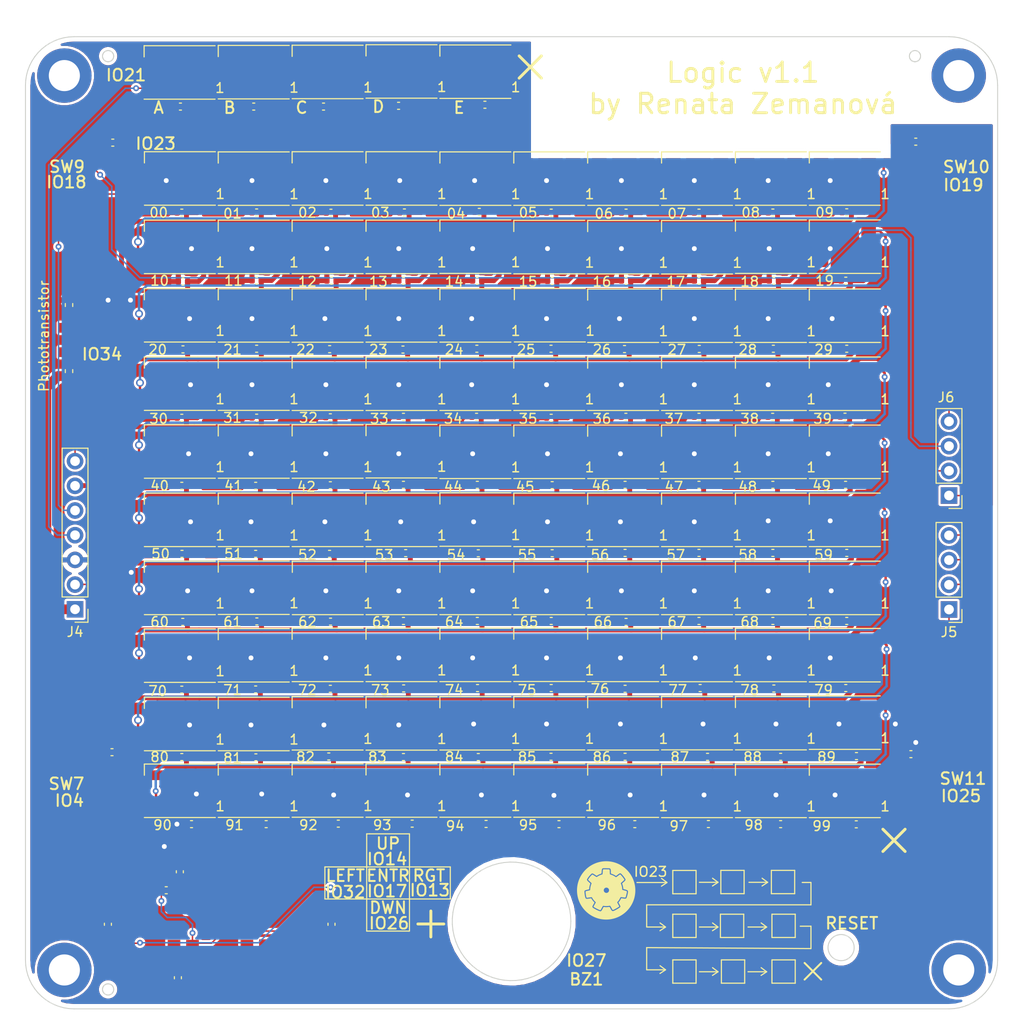
<source format=kicad_pcb>
(kicad_pcb (version 20171130) (host pcbnew 5.1.5+dfsg1-2build2)
  (layers (0 F.Cu signal) (31 B.Cu signal) (34 B.Paste user) (35 F.Paste user) (36 B.SilkS user) (37 F.SilkS user) (38 B.Mask user) (39 F.Mask user) (44 Edge.Cuts user))
  (net 0 "")
  (net 1 Board_1-/ovladaci_prvky.sch/3V3)
  (net 2 Board_1-/ovladaci_prvky.sch/DATA_HERNI_LED)
  (net 3 Board_1-/ovladaci_prvky.sch/DATA_ZADANI_LED)
  (net 4 Board_1-/ovladaci_prvky.sch/GND)
  (net 5 Board_1-/ovladaci_prvky.sch/SENZOR_SVETLA)
  (net 6 Board_1-/ovladaci_prvky.sch/SW_10)
  (net 7 Board_1-/ovladaci_prvky.sch/SW_11)
  (net 8 Board_1-/ovladaci_prvky.sch/SW_2)
  (net 9 Board_1-/ovladaci_prvky.sch/SW_3)
  (net 10 Board_1-/ovladaci_prvky.sch/SW_4)
  (net 11 Board_1-/ovladaci_prvky.sch/SW_5)
  (net 12 Board_1-/ovladaci_prvky.sch/SW_7)
  (net 13 Board_1-/ovladaci_prvky.sch/SW_8)
  (net 14 Board_1-/ovladaci_prvky.sch/SW_9)
  (net 15 Board_1-/ovladaci_prvky.sch/V_LED_1)
  (net 16 Board_1-/ovladaci_prvky.sch/herni_pole_LED.sch/10.sch/DATA_IN)
  (net 17 Board_1-/ovladaci_prvky.sch/herni_pole_LED.sch/11.sch/DATA_IN)
  (net 18 Board_1-/ovladaci_prvky.sch/herni_pole_LED.sch/12.sch/DATA_IN)
  (net 19 Board_1-/ovladaci_prvky.sch/herni_pole_LED.sch/13.sch/DATA_IN)
  (net 20 Board_1-/ovladaci_prvky.sch/herni_pole_LED.sch/14.sch/DATA_IN)
  (net 21 Board_1-/ovladaci_prvky.sch/herni_pole_LED.sch/15.sch/DATA_IN)
  (net 22 Board_1-/ovladaci_prvky.sch/herni_pole_LED.sch/16.sch/DATA_IN)
  (net 23 Board_1-/ovladaci_prvky.sch/herni_pole_LED.sch/17.sch/DATA_IN)
  (net 24 Board_1-/ovladaci_prvky.sch/herni_pole_LED.sch/18.sch/DATA_IN)
  (net 25 Board_1-/ovladaci_prvky.sch/herni_pole_LED.sch/19.sch/DATA_IN)
  (net 26 Board_1-/ovladaci_prvky.sch/herni_pole_LED.sch/2.sch/DATA_IN)
  (net 27 Board_1-/ovladaci_prvky.sch/herni_pole_LED.sch/20.sch/DATA_IN)
  (net 28 Board_1-/ovladaci_prvky.sch/herni_pole_LED.sch/20.sch/DATA_OUT)
  (net 29 Board_1-/ovladaci_prvky.sch/herni_pole_LED.sch/3.sch/DATA_IN)
  (net 30 Board_1-/ovladaci_prvky.sch/herni_pole_LED.sch/4.sch/DATA_IN)
  (net 31 Board_1-/ovladaci_prvky.sch/herni_pole_LED.sch/5.sch/DATA_IN)
  (net 32 Board_1-/ovladaci_prvky.sch/herni_pole_LED.sch/6.sch/DATA_IN)
  (net 33 Board_1-/ovladaci_prvky.sch/herni_pole_LED.sch/7.sch/DATA_IN)
  (net 34 Board_1-/ovladaci_prvky.sch/herni_pole_LED.sch/8.sch/DATA_IN)
  (net 35 Board_1-/ovladaci_prvky.sch/herni_pole_LED.sch/9.sch/DATA_IN)
  (net 36 "Board_1-Net-(D100-Pad2)")
  (net 37 "Board_1-Net-(D100-Pad4)")
  (net 38 "Board_1-Net-(D101-Pad2)")
  (net 39 "Board_1-Net-(D103-Pad2)")
  (net 40 "Board_1-Net-(D104-Pad2)")
  (net 41 "Board_1-Net-(D105-Pad2)")
  (net 42 "Board_1-Net-(D106-Pad2)")
  (net 43 "Board_1-Net-(D108-Pad2)")
  (net 44 "Board_1-Net-(D109-Pad2)")
  (net 45 "Board_1-Net-(D110-Pad2)")
  (net 46 "Board_1-Net-(D111-Pad2)")
  (net 47 "Board_1-Net-(D113-Pad2)")
  (net 48 "Board_1-Net-(D113-Pad4)")
  (net 49 "Board_1-Net-(D12-Pad2)")
  (net 50 "Board_1-Net-(D13-Pad2)")
  (net 51 "Board_1-Net-(D14-Pad2)")
  (net 52 "Board_1-Net-(D15-Pad2)")
  (net 53 "Board_1-Net-(D17-Pad2)")
  (net 54 "Board_1-Net-(D18-Pad2)")
  (net 55 "Board_1-Net-(D19-Pad2)")
  (net 56 "Board_1-Net-(D20-Pad2)")
  (net 57 "Board_1-Net-(D22-Pad2)")
  (net 58 "Board_1-Net-(D23-Pad2)")
  (net 59 "Board_1-Net-(D24-Pad2)")
  (net 60 "Board_1-Net-(D25-Pad2)")
  (net 61 "Board_1-Net-(D27-Pad2)")
  (net 62 "Board_1-Net-(D28-Pad2)")
  (net 63 "Board_1-Net-(D29-Pad2)")
  (net 64 "Board_1-Net-(D3-Pad2)")
  (net 65 "Board_1-Net-(D30-Pad2)")
  (net 66 "Board_1-Net-(D32-Pad2)")
  (net 67 "Board_1-Net-(D33-Pad2)")
  (net 68 "Board_1-Net-(D34-Pad2)")
  (net 69 "Board_1-Net-(D35-Pad2)")
  (net 70 "Board_1-Net-(D37-Pad2)")
  (net 71 "Board_1-Net-(D38-Pad2)")
  (net 72 "Board_1-Net-(D39-Pad2)")
  (net 73 "Board_1-Net-(D4-Pad2)")
  (net 74 "Board_1-Net-(D40-Pad2)")
  (net 75 "Board_1-Net-(D42-Pad2)")
  (net 76 "Board_1-Net-(D43-Pad2)")
  (net 77 "Board_1-Net-(D44-Pad2)")
  (net 78 "Board_1-Net-(D45-Pad2)")
  (net 79 "Board_1-Net-(D47-Pad2)")
  (net 80 "Board_1-Net-(D48-Pad2)")
  (net 81 "Board_1-Net-(D49-Pad2)")
  (net 82 "Board_1-Net-(D5-Pad2)")
  (net 83 "Board_1-Net-(D50-Pad2)")
  (net 84 "Board_1-Net-(D52-Pad2)")
  (net 85 "Board_1-Net-(D53-Pad2)")
  (net 86 "Board_1-Net-(D54-Pad2)")
  (net 87 "Board_1-Net-(D55-Pad2)")
  (net 88 "Board_1-Net-(D57-Pad2)")
  (net 89 "Board_1-Net-(D58-Pad2)")
  (net 90 "Board_1-Net-(D59-Pad2)")
  (net 91 "Board_1-Net-(D60-Pad2)")
  (net 92 "Board_1-Net-(D62-Pad2)")
  (net 93 "Board_1-Net-(D63-Pad2)")
  (net 94 "Board_1-Net-(D64-Pad2)")
  (net 95 "Board_1-Net-(D65-Pad2)")
  (net 96 "Board_1-Net-(D67-Pad2)")
  (net 97 "Board_1-Net-(D68-Pad2)")
  (net 98 "Board_1-Net-(D69-Pad2)")
  (net 99 "Board_1-Net-(D70-Pad2)")
  (net 100 "Board_1-Net-(D72-Pad2)")
  (net 101 "Board_1-Net-(D73-Pad2)")
  (net 102 "Board_1-Net-(D74-Pad2)")
  (net 103 "Board_1-Net-(D75-Pad2)")
  (net 104 "Board_1-Net-(D77-Pad2)")
  (net 105 "Board_1-Net-(D78-Pad2)")
  (net 106 "Board_1-Net-(D79-Pad2)")
  (net 107 "Board_1-Net-(D80-Pad2)")
  (net 108 "Board_1-Net-(D82-Pad2)")
  (net 109 "Board_1-Net-(D83-Pad2)")
  (net 110 "Board_1-Net-(D84-Pad2)")
  (net 111 "Board_1-Net-(D85-Pad2)")
  (net 112 "Board_1-Net-(D87-Pad2)")
  (net 113 "Board_1-Net-(D88-Pad2)")
  (net 114 "Board_1-Net-(D89-Pad2)")
  (net 115 "Board_1-Net-(D90-Pad2)")
  (net 116 "Board_1-Net-(D93-Pad2)")
  (net 117 "Board_1-Net-(D94-Pad2)")
  (net 118 "Board_1-Net-(D95-Pad2)")
  (net 119 "Board_1-Net-(D96-Pad2)")
  (net 120 "Board_1-Net-(D98-Pad2)")
  (net 121 "Board_1-Net-(Q3-Pad1)")
  (module Capacitor_SMD:C_0402_1005Metric (layer F.Cu) (at 112.94 54.19 180)
    (fp_text reference C7 hide)
    (fp_text value 100n)
    (pad 1 smd roundrect (at -0.48 0 180) (size 0.56 0.62) (layers F.Cu F.Paste F.Mask) (net 15 Board_1-/ovladaci_prvky.sch/V_LED_1))
    (pad 2 smd roundrect (at 0.48 0 180) (size 0.56 0.62) (layers F.Cu F.Paste F.Mask) (net 4 Board_1-/ovladaci_prvky.sch/GND))
  )
  (module Capacitor_SMD:C_0402_1005Metric (layer F.Cu) (at 120.48 54.19 180)
    (fp_text reference C8 hide)
    (fp_text value 100n)
    (pad 1 smd roundrect (at -0.48 0 180) (size 0.56 0.62) (layers F.Cu F.Paste F.Mask) (net 15 Board_1-/ovladaci_prvky.sch/V_LED_1))
    (pad 2 smd roundrect (at 0.48 0 180) (size 0.56 0.62) (layers F.Cu F.Paste F.Mask) (net 4 Board_1-/ovladaci_prvky.sch/GND))
  )
  (module Capacitor_SMD:C_0402_1005Metric (layer F.Cu) (at 127.66 54.19 180)
    (fp_text reference C9 hide)
    (fp_text value 100n)
    (pad 1 smd roundrect (at -0.48 0 180) (size 0.56 0.62) (layers F.Cu F.Paste F.Mask) (net 15 Board_1-/ovladaci_prvky.sch/V_LED_1))
    (pad 2 smd roundrect (at 0.48 0 180) (size 0.56 0.62) (layers F.Cu F.Paste F.Mask) (net 4 Board_1-/ovladaci_prvky.sch/GND))
  )
  (module Capacitor_SMD:C_0402_1005Metric (layer F.Cu) (at 135.38 54.11 180)
    (fp_text reference C10 hide)
    (fp_text value 100n)
    (pad 1 smd roundrect (at -0.48 0 180) (size 0.56 0.62) (layers F.Cu F.Paste F.Mask) (net 15 Board_1-/ovladaci_prvky.sch/V_LED_1))
    (pad 2 smd roundrect (at 0.48 0 180) (size 0.56 0.62) (layers F.Cu F.Paste F.Mask) (net 4 Board_1-/ovladaci_prvky.sch/GND))
  )
  (module Capacitor_SMD:C_0402_1005Metric (layer F.Cu) (at 111.48 134.8 180)
    (fp_text reference C11 hide)
    (fp_text value 10n)
    (pad 1 smd roundrect (at -0.48 0 180) (size 0.56 0.62) (layers F.Cu F.Paste F.Mask) (net 4 Board_1-/ovladaci_prvky.sch/GND))
    (pad 2 smd roundrect (at 0.48 0 180) (size 0.56 0.62) (layers F.Cu F.Paste F.Mask) (net 8 Board_1-/ovladaci_prvky.sch/SW_2))
  )
  (module Capacitor_SMD:C_0402_1005Metric (layer F.Cu) (at 128.48 138.3 90)
    (fp_text reference C12 hide)
    (fp_text value 10n)
    (pad 1 smd roundrect (at -0.48 0 90) (size 0.56 0.62) (layers F.Cu F.Paste F.Mask) (net 4 Board_1-/ovladaci_prvky.sch/GND))
    (pad 2 smd roundrect (at 0.48 0 90) (size 0.56 0.62) (layers F.Cu F.Paste F.Mask) (net 9 Board_1-/ovladaci_prvky.sch/SW_3))
  )
  (module Capacitor_SMD:C_0402_1005Metric (layer F.Cu) (at 105.48 138.3 270)
    (fp_text reference C13 hide)
    (fp_text value 10n)
    (pad 1 smd roundrect (at -0.48 0 270) (size 0.56 0.62) (layers F.Cu F.Paste F.Mask) (net 4 Board_1-/ovladaci_prvky.sch/GND))
    (pad 2 smd roundrect (at 0.48 0 270) (size 0.56 0.62) (layers F.Cu F.Paste F.Mask) (net 10 Board_1-/ovladaci_prvky.sch/SW_4))
  )
  (module Capacitor_SMD:C_0402_1005Metric (layer F.Cu) (at 112.88 132.9 270)
    (fp_text reference C14 hide)
    (fp_text value 10n)
    (pad 1 smd roundrect (at -0.48 0 270) (size 0.56 0.62) (layers F.Cu F.Paste F.Mask) (net 4 Board_1-/ovladaci_prvky.sch/GND))
    (pad 2 smd roundrect (at 0.48 0 270) (size 0.56 0.62) (layers F.Cu F.Paste F.Mask) (net 11 Board_1-/ovladaci_prvky.sch/SW_5))
  )
  (module Capacitor_SMD:C_0402_1005Metric (layer F.Cu) (at 112.68 143.8 270)
    (fp_text reference C17 hide)
    (fp_text value 10n)
    (pad 1 smd roundrect (at -0.48 0 270) (size 0.56 0.62) (layers F.Cu F.Paste F.Mask) (net 4 Board_1-/ovladaci_prvky.sch/GND))
    (pad 2 smd roundrect (at 0.48 0 270) (size 0.56 0.62) (layers F.Cu F.Paste F.Mask) (net 13 Board_1-/ovladaci_prvky.sch/SW_8))
  )
  (module Capacitor_SMD:C_0402_1005Metric (layer F.Cu) (at 105.98 57.9 180)
    (fp_text reference C18 hide)
    (fp_text value 10n)
    (pad 1 smd roundrect (at -0.48 0 180) (size 0.56 0.62) (layers F.Cu F.Paste F.Mask) (net 4 Board_1-/ovladaci_prvky.sch/GND))
    (pad 2 smd roundrect (at 0.48 0 180) (size 0.56 0.62) (layers F.Cu F.Paste F.Mask) (net 14 Board_1-/ovladaci_prvky.sch/SW_9))
  )
  (module Capacitor_SMD:C_0402_1005Metric (layer F.Cu) (at 188.58 57.8 180)
    (fp_text reference C19 hide)
    (fp_text value 10n)
    (pad 1 smd roundrect (at -0.48 0 180) (size 0.56 0.62) (layers F.Cu F.Paste F.Mask) (net 4 Board_1-/ovladaci_prvky.sch/GND))
    (pad 2 smd roundrect (at 0.48 0 180) (size 0.56 0.62) (layers F.Cu F.Paste F.Mask) (net 6 Board_1-/ovladaci_prvky.sch/SW_10))
  )
  (module Capacitor_SMD:C_0402_1005Metric (layer F.Cu) (at 188.08 120.8 180)
    (fp_text reference C20 hide)
    (fp_text value 10n)
    (pad 1 smd roundrect (at -0.48 0 180) (size 0.56 0.62) (layers F.Cu F.Paste F.Mask) (net 4 Board_1-/ovladaci_prvky.sch/GND))
    (pad 2 smd roundrect (at 0.48 0 180) (size 0.56 0.62) (layers F.Cu F.Paste F.Mask) (net 7 Board_1-/ovladaci_prvky.sch/SW_11))
  )
  (module Capacitor_SMD:C_0402_1005Metric (layer F.Cu) (at 113.08 65.1 180)
    (fp_text reference C31 hide)
    (fp_text value 100n)
    (pad 1 smd roundrect (at -0.48 0 180) (size 0.56 0.62) (layers F.Cu F.Paste F.Mask) (net 15 Board_1-/ovladaci_prvky.sch/V_LED_1))
    (pad 2 smd roundrect (at 0.48 0 180) (size 0.56 0.62) (layers F.Cu F.Paste F.Mask) (net 4 Board_1-/ovladaci_prvky.sch/GND))
  )
  (module Capacitor_SMD:C_0402_1005Metric (layer F.Cu) (at 120.78 65.08 180)
    (fp_text reference C32 hide)
    (fp_text value 100n)
    (pad 1 smd roundrect (at -0.48 0 180) (size 0.56 0.62) (layers F.Cu F.Paste F.Mask) (net 15 Board_1-/ovladaci_prvky.sch/V_LED_1))
    (pad 2 smd roundrect (at 0.48 0 180) (size 0.56 0.62) (layers F.Cu F.Paste F.Mask) (net 4 Board_1-/ovladaci_prvky.sch/GND))
  )
  (module Capacitor_SMD:C_0402_1005Metric (layer F.Cu) (at 128.42 65.11 180)
    (fp_text reference C33 hide)
    (fp_text value 100n)
    (pad 1 smd roundrect (at -0.48 0 180) (size 0.56 0.62) (layers F.Cu F.Paste F.Mask) (net 15 Board_1-/ovladaci_prvky.sch/V_LED_1))
    (pad 2 smd roundrect (at 0.48 0 180) (size 0.56 0.62) (layers F.Cu F.Paste F.Mask) (net 4 Board_1-/ovladaci_prvky.sch/GND))
  )
  (module Capacitor_SMD:C_0402_1005Metric (layer F.Cu) (at 135.98 65.08 180)
    (fp_text reference C34 hide)
    (fp_text value 100n)
    (pad 1 smd roundrect (at -0.48 0 180) (size 0.56 0.62) (layers F.Cu F.Paste F.Mask) (net 15 Board_1-/ovladaci_prvky.sch/V_LED_1))
    (pad 2 smd roundrect (at 0.48 0 180) (size 0.56 0.62) (layers F.Cu F.Paste F.Mask) (net 4 Board_1-/ovladaci_prvky.sch/GND))
  )
  (module LED_SMD:LED_WS2812B_PLCC4_5.0x5.0mm_P3.2mm (layer F.Cu) (at 112.854 50.676 180)
    (fp_text reference D3 hide)
    (fp_text value WS2812C)
    (fp_text user 1 (at -4.15 -1.6) (layer F.SilkS))
    (pad 3 smd rect (at 2.45 1.6 180) (size 1.5 1) (layers F.Cu F.Paste F.Mask) (net 4 Board_1-/ovladaci_prvky.sch/GND))
    (pad 4 smd rect (at 2.45 -1.6 180) (size 1.5 1) (layers F.Cu F.Paste F.Mask) (net 3 Board_1-/ovladaci_prvky.sch/DATA_ZADANI_LED))
    (pad 2 smd rect (at -2.45 1.6 180) (size 1.5 1) (layers F.Cu F.Paste F.Mask) (net 64 "Board_1-Net-(D3-Pad2)"))
    (pad 1 smd rect (at -2.45 -1.6 180) (size 1.5 1) (layers F.Cu F.Paste F.Mask) (net 15 Board_1-/ovladaci_prvky.sch/V_LED_1))
  )
  (module LED_SMD:LED_WS2812B_PLCC4_5.0x5.0mm_P3.2mm (layer F.Cu) (at 120.48 50.646 180)
    (fp_text reference D4 hide)
    (fp_text value WS2812C)
    (fp_text user 1 (at -4.15 -1.6) (layer F.SilkS))
    (pad 3 smd rect (at 2.45 1.6 180) (size 1.5 1) (layers F.Cu F.Paste F.Mask) (net 4 Board_1-/ovladaci_prvky.sch/GND))
    (pad 4 smd rect (at 2.45 -1.6 180) (size 1.5 1) (layers F.Cu F.Paste F.Mask) (net 64 "Board_1-Net-(D3-Pad2)"))
    (pad 2 smd rect (at -2.45 1.6 180) (size 1.5 1) (layers F.Cu F.Paste F.Mask) (net 73 "Board_1-Net-(D4-Pad2)"))
    (pad 1 smd rect (at -2.45 -1.6 180) (size 1.5 1) (layers F.Cu F.Paste F.Mask) (net 15 Board_1-/ovladaci_prvky.sch/V_LED_1))
  )
  (module LED_SMD:LED_WS2812B_PLCC4_5.0x5.0mm_P3.2mm (layer F.Cu) (at 128.08 50.626 180)
    (fp_text reference D5 hide)
    (fp_text value WS2812C)
    (fp_text user 1 (at -4.15 -1.6) (layer F.SilkS))
    (pad 3 smd rect (at 2.45 1.6 180) (size 1.5 1) (layers F.Cu F.Paste F.Mask) (net 4 Board_1-/ovladaci_prvky.sch/GND))
    (pad 4 smd rect (at 2.45 -1.6 180) (size 1.5 1) (layers F.Cu F.Paste F.Mask) (net 73 "Board_1-Net-(D4-Pad2)"))
    (pad 2 smd rect (at -2.45 1.6 180) (size 1.5 1) (layers F.Cu F.Paste F.Mask) (net 82 "Board_1-Net-(D5-Pad2)"))
    (pad 1 smd rect (at -2.45 -1.6 180) (size 1.5 1) (layers F.Cu F.Paste F.Mask) (net 15 Board_1-/ovladaci_prvky.sch/V_LED_1))
  )
  (module LED_SMD:LED_WS2812B_PLCC4_5.0x5.0mm_P3.2mm (layer F.Cu) (at 135.68 50.576 180)
    (fp_text reference D6 hide)
    (fp_text value WS2812C)
    (fp_text user 1 (at -4.15 -1.6) (layer F.SilkS))
    (pad 3 smd rect (at 2.45 1.6 180) (size 1.5 1) (layers F.Cu F.Paste F.Mask) (net 4 Board_1-/ovladaci_prvky.sch/GND))
    (pad 4 smd rect (at 2.45 -1.6 180) (size 1.5 1) (layers F.Cu F.Paste F.Mask) (net 82 "Board_1-Net-(D5-Pad2)"))
    (pad 2 smd rect (at -2.45 1.6 180) (size 1.5 1) (layers F.Cu F.Paste F.Mask) (net 48 "Board_1-Net-(D113-Pad4)"))
    (pad 1 smd rect (at -2.45 -1.6 180) (size 1.5 1) (layers F.Cu F.Paste F.Mask) (net 15 Board_1-/ovladaci_prvky.sch/V_LED_1))
  )
  (module LED_SMD:LED_WS2812B_PLCC4_5.0x5.0mm_P3.2mm (layer F.Cu) (at 112.887 61.583 180)
    (fp_text reference D12 hide)
    (fp_text value WS2812C)
    (fp_text user 1 (at -4.15 -1.6) (layer F.SilkS))
    (pad 3 smd rect (at 2.45 1.6 180) (size 1.5 1) (layers F.Cu F.Paste F.Mask) (net 4 Board_1-/ovladaci_prvky.sch/GND))
    (pad 4 smd rect (at 2.45 -1.6 180) (size 1.5 1) (layers F.Cu F.Paste F.Mask) (net 2 Board_1-/ovladaci_prvky.sch/DATA_HERNI_LED))
    (pad 2 smd rect (at -2.45 1.6 180) (size 1.5 1) (layers F.Cu F.Paste F.Mask) (net 49 "Board_1-Net-(D12-Pad2)"))
    (pad 1 smd rect (at -2.45 -1.6 180) (size 1.5 1) (layers F.Cu F.Paste F.Mask) (net 15 Board_1-/ovladaci_prvky.sch/V_LED_1))
  )
  (module LED_SMD:LED_WS2812B_PLCC4_5.0x5.0mm_P3.2mm (layer F.Cu) (at 120.48 61.6 180)
    (fp_text reference D13 hide)
    (fp_text value WS2812C)
    (fp_text user 1 (at -4.15 -1.6) (layer F.SilkS))
    (pad 3 smd rect (at 2.45 1.6 180) (size 1.5 1) (layers F.Cu F.Paste F.Mask) (net 4 Board_1-/ovladaci_prvky.sch/GND))
    (pad 4 smd rect (at 2.45 -1.6 180) (size 1.5 1) (layers F.Cu F.Paste F.Mask) (net 49 "Board_1-Net-(D12-Pad2)"))
    (pad 2 smd rect (at -2.45 1.6 180) (size 1.5 1) (layers F.Cu F.Paste F.Mask) (net 50 "Board_1-Net-(D13-Pad2)"))
    (pad 1 smd rect (at -2.45 -1.6 180) (size 1.5 1) (layers F.Cu F.Paste F.Mask) (net 15 Board_1-/ovladaci_prvky.sch/V_LED_1))
  )
  (module LED_SMD:LED_WS2812B_PLCC4_5.0x5.0mm_P3.2mm (layer F.Cu) (at 128.08 61.583 180)
    (fp_text reference D14 hide)
    (fp_text value WS2812C)
    (fp_text user 1 (at -4.15 -1.6) (layer F.SilkS))
    (pad 3 smd rect (at 2.45 1.6 180) (size 1.5 1) (layers F.Cu F.Paste F.Mask) (net 4 Board_1-/ovladaci_prvky.sch/GND))
    (pad 4 smd rect (at 2.45 -1.6 180) (size 1.5 1) (layers F.Cu F.Paste F.Mask) (net 50 "Board_1-Net-(D13-Pad2)"))
    (pad 2 smd rect (at -2.45 1.6 180) (size 1.5 1) (layers F.Cu F.Paste F.Mask) (net 51 "Board_1-Net-(D14-Pad2)"))
    (pad 1 smd rect (at -2.45 -1.6 180) (size 1.5 1) (layers F.Cu F.Paste F.Mask) (net 15 Board_1-/ovladaci_prvky.sch/V_LED_1))
  )
  (module LED_SMD:LED_WS2812B_PLCC4_5.0x5.0mm_P3.2mm (layer F.Cu) (at 135.68 61.583 180)
    (fp_text reference D15 hide)
    (fp_text value WS2812C)
    (fp_text user 1 (at -4.15 -1.6) (layer F.SilkS))
    (pad 3 smd rect (at 2.45 1.6 180) (size 1.5 1) (layers F.Cu F.Paste F.Mask) (net 4 Board_1-/ovladaci_prvky.sch/GND))
    (pad 4 smd rect (at 2.45 -1.6 180) (size 1.5 1) (layers F.Cu F.Paste F.Mask) (net 51 "Board_1-Net-(D14-Pad2)"))
    (pad 2 smd rect (at -2.45 1.6 180) (size 1.5 1) (layers F.Cu F.Paste F.Mask) (net 52 "Board_1-Net-(D15-Pad2)"))
    (pad 1 smd rect (at -2.45 -1.6 180) (size 1.5 1) (layers F.Cu F.Paste F.Mask) (net 15 Board_1-/ovladaci_prvky.sch/V_LED_1))
  )
  (module my_library:Tactile_switch (layer F.Cu) (at 116.98 138.4 180)
    (fp_text reference SW2 hide)
    (fp_text value button)
    (pad 1 smd rect (at 2.8 -1.85 180) (size 1.3 0.7) (layers F.Cu F.Paste F.Mask) (net 8 Board_1-/ovladaci_prvky.sch/SW_2))
    (pad 2 smd rect (at 2.8 1.8 180) (size 1.3 0.7) (layers F.Cu F.Paste F.Mask) (net 4 Board_1-/ovladaci_prvky.sch/GND))
    (pad 3 smd rect (at -2.8 1.8 180) (size 1.3 0.7) (layers F.Cu F.Paste F.Mask))
    (pad 4 smd rect (at -2.8 -1.85 180) (size 1.3 0.7) (layers F.Cu F.Paste F.Mask))
  )
  (module my_library:Tactile_switch (layer F.Cu) (at 124.48 138.4)
    (fp_text reference SW3 hide)
    (fp_text value button)
    (pad 1 smd rect (at 2.8 -1.85) (size 1.3 0.7) (layers F.Cu F.Paste F.Mask) (net 9 Board_1-/ovladaci_prvky.sch/SW_3))
    (pad 2 smd rect (at 2.8 1.8) (size 1.3 0.7) (layers F.Cu F.Paste F.Mask) (net 4 Board_1-/ovladaci_prvky.sch/GND))
    (pad 3 smd rect (at -2.8 1.8) (size 1.3 0.7) (layers F.Cu F.Paste F.Mask))
    (pad 4 smd rect (at -2.8 -1.85) (size 1.3 0.7) (layers F.Cu F.Paste F.Mask))
  )
  (module my_library:Tactile_switch (layer F.Cu) (at 109.48 138.4 180)
    (fp_text reference SW4 hide)
    (fp_text value button)
    (pad 1 smd rect (at 2.8 -1.85 180) (size 1.3 0.7) (layers F.Cu F.Paste F.Mask) (net 10 Board_1-/ovladaci_prvky.sch/SW_4))
    (pad 2 smd rect (at 2.8 1.8 180) (size 1.3 0.7) (layers F.Cu F.Paste F.Mask) (net 4 Board_1-/ovladaci_prvky.sch/GND))
    (pad 3 smd rect (at -2.8 1.8 180) (size 1.3 0.7) (layers F.Cu F.Paste F.Mask))
    (pad 4 smd rect (at -2.8 -1.85 180) (size 1.3 0.7) (layers F.Cu F.Paste F.Mask))
  )
  (module my_library:Tactile_switch (layer F.Cu) (at 116.98 132.9 180)
    (fp_text reference SW5 hide)
    (fp_text value button)
    (pad 1 smd rect (at 2.8 -1.85 180) (size 1.3 0.7) (layers F.Cu F.Paste F.Mask) (net 11 Board_1-/ovladaci_prvky.sch/SW_5))
    (pad 2 smd rect (at 2.8 1.8 180) (size 1.3 0.7) (layers F.Cu F.Paste F.Mask) (net 4 Board_1-/ovladaci_prvky.sch/GND))
    (pad 3 smd rect (at -2.8 1.8 180) (size 1.3 0.7) (layers F.Cu F.Paste F.Mask))
    (pad 4 smd rect (at -2.8 -1.85 180) (size 1.3 0.7) (layers F.Cu F.Paste F.Mask))
  )
  (module my_library:Tactile_switch (layer F.Cu) (at 116.98 143.9 180)
    (fp_text reference SW8 hide)
    (fp_text value button)
    (pad 1 smd rect (at 2.8 -1.85 180) (size 1.3 0.7) (layers F.Cu F.Paste F.Mask) (net 13 Board_1-/ovladaci_prvky.sch/SW_8))
    (pad 2 smd rect (at 2.8 1.8 180) (size 1.3 0.7) (layers F.Cu F.Paste F.Mask) (net 4 Board_1-/ovladaci_prvky.sch/GND))
    (pad 3 smd rect (at -2.8 1.8 180) (size 1.3 0.7) (layers F.Cu F.Paste F.Mask))
    (pad 4 smd rect (at -2.8 -1.85 180) (size 1.3 0.7) (layers F.Cu F.Paste F.Mask))
  )
  (module my_library:Tactile_switch (layer F.Cu) (at 105.96 61.815 90)
    (fp_text reference SW9 (at 1.4331 -4.69032 180) (layer F.SilkS) (effects (font (size 1.2 1.2) (thickness 0.2))))
    (fp_text value button)
    (pad 1 smd rect (at 2.8 -1.85 90) (size 1.3 0.7) (layers F.Cu F.Paste F.Mask) (net 14 Board_1-/ovladaci_prvky.sch/SW_9))
    (pad 2 smd rect (at 2.8 1.8 90) (size 1.3 0.7) (layers F.Cu F.Paste F.Mask) (net 4 Board_1-/ovladaci_prvky.sch/GND))
    (pad 3 smd rect (at -2.8 1.8 90) (size 1.3 0.7) (layers F.Cu F.Paste F.Mask))
    (pad 4 smd rect (at -2.8 -1.85 90) (size 1.3 0.7) (layers F.Cu F.Paste F.Mask))
  )
  (module my_library:Tactile_switch (layer F.Cu) (at 188.46 61.79 90)
    (fp_text reference SW10 (at 1.39032 5.32918 180) (layer F.SilkS) (effects (font (size 1.2 1.2) (thickness 0.2))))
    (fp_text value button)
    (pad 1 smd rect (at 2.8 -1.85 90) (size 1.3 0.7) (layers F.Cu F.Paste F.Mask) (net 6 Board_1-/ovladaci_prvky.sch/SW_10))
    (pad 2 smd rect (at 2.8 1.8 90) (size 1.3 0.7) (layers F.Cu F.Paste F.Mask) (net 4 Board_1-/ovladaci_prvky.sch/GND))
    (pad 3 smd rect (at -2.8 1.8 90) (size 1.3 0.7) (layers F.Cu F.Paste F.Mask))
    (pad 4 smd rect (at -2.8 -1.85 90) (size 1.3 0.7) (layers F.Cu F.Paste F.Mask))
  )
  (module my_library:Tactile_switch (layer F.Cu) (at 188.08 124.8 90)
    (fp_text reference SW11 (at 1.48198 5.3612 180) (layer F.SilkS) (effects (font (size 1.2 1.2) (thickness 0.2))))
    (fp_text value button)
    (pad 1 smd rect (at 2.8 -1.85 90) (size 1.3 0.7) (layers F.Cu F.Paste F.Mask) (net 7 Board_1-/ovladaci_prvky.sch/SW_11))
    (pad 2 smd rect (at 2.8 1.8 90) (size 1.3 0.7) (layers F.Cu F.Paste F.Mask) (net 4 Board_1-/ovladaci_prvky.sch/GND))
    (pad 3 smd rect (at -2.8 1.8 90) (size 1.3 0.7) (layers F.Cu F.Paste F.Mask))
    (pad 4 smd rect (at -2.8 -1.85 90) (size 1.3 0.7) (layers F.Cu F.Paste F.Mask))
  )
  (module Capacitor_SMD:C_0402_1005Metric (layer F.Cu) (at 143.68 65.02 180)
    (fp_text reference C2 hide)
    (fp_text value 100n)
    (pad 1 smd roundrect (at -0.48 0 180) (size 0.56 0.62) (layers F.Cu F.Paste F.Mask) (net 15 Board_1-/ovladaci_prvky.sch/V_LED_1))
    (pad 2 smd roundrect (at 0.48 0 180) (size 0.56 0.62) (layers F.Cu F.Paste F.Mask) (net 4 Board_1-/ovladaci_prvky.sch/GND))
  )
  (module Capacitor_SMD:C_0402_1005Metric (layer F.Cu) (at 151.08 65.1 180)
    (fp_text reference C3 hide)
    (fp_text value 100n)
    (pad 1 smd roundrect (at -0.48 0 180) (size 0.56 0.62) (layers F.Cu F.Paste F.Mask) (net 15 Board_1-/ovladaci_prvky.sch/V_LED_1))
    (pad 2 smd roundrect (at 0.48 0 180) (size 0.56 0.62) (layers F.Cu F.Paste F.Mask) (net 4 Board_1-/ovladaci_prvky.sch/GND))
  )
  (module Capacitor_SMD:C_0402_1005Metric (layer F.Cu) (at 158.78 65.1 180)
    (fp_text reference C6 hide)
    (fp_text value 100n)
    (pad 1 smd roundrect (at -0.48 0 180) (size 0.56 0.62) (layers F.Cu F.Paste F.Mask) (net 15 Board_1-/ovladaci_prvky.sch/V_LED_1))
    (pad 2 smd roundrect (at 0.48 0 180) (size 0.56 0.62) (layers F.Cu F.Paste F.Mask) (net 4 Board_1-/ovladaci_prvky.sch/GND))
  )
  (module Capacitor_SMD:C_0402_1005Metric (layer F.Cu) (at 166.28 65.1 180)
    (fp_text reference C15 hide)
    (fp_text value 100n)
    (pad 1 smd roundrect (at -0.48 0 180) (size 0.56 0.62) (layers F.Cu F.Paste F.Mask) (net 15 Board_1-/ovladaci_prvky.sch/V_LED_1))
    (pad 2 smd roundrect (at 0.48 0 180) (size 0.56 0.62) (layers F.Cu F.Paste F.Mask) (net 4 Board_1-/ovladaci_prvky.sch/GND))
  )
  (module Capacitor_SMD:C_0402_1005Metric (layer F.Cu) (at 173.88 65.09 180)
    (fp_text reference C16 hide)
    (fp_text value 100n)
    (pad 1 smd roundrect (at -0.48 0 180) (size 0.56 0.62) (layers F.Cu F.Paste F.Mask) (net 15 Board_1-/ovladaci_prvky.sch/V_LED_1))
    (pad 2 smd roundrect (at 0.48 0 180) (size 0.56 0.62) (layers F.Cu F.Paste F.Mask) (net 4 Board_1-/ovladaci_prvky.sch/GND))
  )
  (module Capacitor_SMD:C_0402_1005Metric (layer F.Cu) (at 181.48 65.06 180)
    (fp_text reference C21 hide)
    (fp_text value 100n)
    (pad 1 smd roundrect (at -0.48 0 180) (size 0.56 0.62) (layers F.Cu F.Paste F.Mask) (net 15 Board_1-/ovladaci_prvky.sch/V_LED_1))
    (pad 2 smd roundrect (at 0.48 0 180) (size 0.56 0.62) (layers F.Cu F.Paste F.Mask) (net 4 Board_1-/ovladaci_prvky.sch/GND))
  )
  (module Capacitor_SMD:C_0402_1005Metric (layer F.Cu) (at 113.2 72.18 180)
    (fp_text reference C35 hide)
    (fp_text value 100n)
    (pad 1 smd roundrect (at -0.48 0 180) (size 0.56 0.62) (layers F.Cu F.Paste F.Mask) (net 15 Board_1-/ovladaci_prvky.sch/V_LED_1))
    (pad 2 smd roundrect (at 0.48 0 180) (size 0.56 0.62) (layers F.Cu F.Paste F.Mask) (net 4 Board_1-/ovladaci_prvky.sch/GND))
  )
  (module Capacitor_SMD:C_0402_1005Metric (layer F.Cu) (at 120.78 72.08 180)
    (fp_text reference C36 hide)
    (fp_text value 100n)
    (pad 1 smd roundrect (at -0.48 0 180) (size 0.56 0.62) (layers F.Cu F.Paste F.Mask) (net 15 Board_1-/ovladaci_prvky.sch/V_LED_1))
    (pad 2 smd roundrect (at 0.48 0 180) (size 0.56 0.62) (layers F.Cu F.Paste F.Mask) (net 4 Board_1-/ovladaci_prvky.sch/GND))
  )
  (module Capacitor_SMD:C_0402_1005Metric (layer F.Cu) (at 128.48 72.1 180)
    (fp_text reference C37 hide)
    (fp_text value 100n)
    (pad 1 smd roundrect (at -0.48 0 180) (size 0.56 0.62) (layers F.Cu F.Paste F.Mask) (net 15 Board_1-/ovladaci_prvky.sch/V_LED_1))
    (pad 2 smd roundrect (at 0.48 0 180) (size 0.56 0.62) (layers F.Cu F.Paste F.Mask) (net 4 Board_1-/ovladaci_prvky.sch/GND))
  )
  (module Capacitor_SMD:C_0402_1005Metric (layer F.Cu) (at 135.88 72.1 180)
    (fp_text reference C38 hide)
    (fp_text value 100n)
    (pad 1 smd roundrect (at -0.48 0 180) (size 0.56 0.62) (layers F.Cu F.Paste F.Mask) (net 15 Board_1-/ovladaci_prvky.sch/V_LED_1))
    (pad 2 smd roundrect (at 0.48 0 180) (size 0.56 0.62) (layers F.Cu F.Paste F.Mask) (net 4 Board_1-/ovladaci_prvky.sch/GND))
  )
  (module Capacitor_SMD:C_0402_1005Metric (layer F.Cu) (at 143.46 72.1 180)
    (fp_text reference C39 hide)
    (fp_text value 100n)
    (pad 1 smd roundrect (at -0.48 0 180) (size 0.56 0.62) (layers F.Cu F.Paste F.Mask) (net 15 Board_1-/ovladaci_prvky.sch/V_LED_1))
    (pad 2 smd roundrect (at 0.48 0 180) (size 0.56 0.62) (layers F.Cu F.Paste F.Mask) (net 4 Board_1-/ovladaci_prvky.sch/GND))
  )
  (module Capacitor_SMD:C_0402_1005Metric (layer F.Cu) (at 151.18 72.13 180)
    (fp_text reference C40 hide)
    (fp_text value 100n)
    (pad 1 smd roundrect (at -0.48 0 180) (size 0.56 0.62) (layers F.Cu F.Paste F.Mask) (net 15 Board_1-/ovladaci_prvky.sch/V_LED_1))
    (pad 2 smd roundrect (at 0.48 0 180) (size 0.56 0.62) (layers F.Cu F.Paste F.Mask) (net 4 Board_1-/ovladaci_prvky.sch/GND))
  )
  (module Capacitor_SMD:C_0402_1005Metric (layer F.Cu) (at 158.78 72.1 180)
    (fp_text reference C41 hide)
    (fp_text value 100n)
    (pad 1 smd roundrect (at -0.48 0 180) (size 0.56 0.62) (layers F.Cu F.Paste F.Mask) (net 15 Board_1-/ovladaci_prvky.sch/V_LED_1))
    (pad 2 smd roundrect (at 0.48 0 180) (size 0.56 0.62) (layers F.Cu F.Paste F.Mask) (net 4 Board_1-/ovladaci_prvky.sch/GND))
  )
  (module Capacitor_SMD:C_0402_1005Metric (layer F.Cu) (at 166.28 72.1 180)
    (fp_text reference C42 hide)
    (fp_text value 100n)
    (pad 1 smd roundrect (at -0.48 0 180) (size 0.56 0.62) (layers F.Cu F.Paste F.Mask) (net 15 Board_1-/ovladaci_prvky.sch/V_LED_1))
    (pad 2 smd roundrect (at 0.48 0 180) (size 0.56 0.62) (layers F.Cu F.Paste F.Mask) (net 4 Board_1-/ovladaci_prvky.sch/GND))
  )
  (module Capacitor_SMD:C_0402_1005Metric (layer F.Cu) (at 173.98 72.1 180)
    (fp_text reference C43 hide)
    (fp_text value 100n)
    (pad 1 smd roundrect (at -0.48 0 180) (size 0.56 0.62) (layers F.Cu F.Paste F.Mask) (net 15 Board_1-/ovladaci_prvky.sch/V_LED_1))
    (pad 2 smd roundrect (at 0.48 0 180) (size 0.56 0.62) (layers F.Cu F.Paste F.Mask) (net 4 Board_1-/ovladaci_prvky.sch/GND))
  )
  (module Capacitor_SMD:C_0402_1005Metric (layer F.Cu) (at 181.38 72.1 180)
    (fp_text reference C44 hide)
    (fp_text value 100n)
    (pad 1 smd roundrect (at -0.48 0 180) (size 0.56 0.62) (layers F.Cu F.Paste F.Mask) (net 15 Board_1-/ovladaci_prvky.sch/V_LED_1))
    (pad 2 smd roundrect (at 0.48 0 180) (size 0.56 0.62) (layers F.Cu F.Paste F.Mask) (net 4 Board_1-/ovladaci_prvky.sch/GND))
  )
  (module Capacitor_SMD:C_0402_1005Metric (layer F.Cu) (at 113.2 79.16 180)
    (fp_text reference C45 hide)
    (fp_text value 100n)
    (pad 1 smd roundrect (at -0.48 0 180) (size 0.56 0.62) (layers F.Cu F.Paste F.Mask) (net 15 Board_1-/ovladaci_prvky.sch/V_LED_1))
    (pad 2 smd roundrect (at 0.48 0 180) (size 0.56 0.62) (layers F.Cu F.Paste F.Mask) (net 4 Board_1-/ovladaci_prvky.sch/GND))
  )
  (module Capacitor_SMD:C_0402_1005Metric (layer F.Cu) (at 120.78 79.1 180)
    (fp_text reference C46 hide)
    (fp_text value 100n)
    (pad 1 smd roundrect (at -0.48 0 180) (size 0.56 0.62) (layers F.Cu F.Paste F.Mask) (net 15 Board_1-/ovladaci_prvky.sch/V_LED_1))
    (pad 2 smd roundrect (at 0.48 0 180) (size 0.56 0.62) (layers F.Cu F.Paste F.Mask) (net 4 Board_1-/ovladaci_prvky.sch/GND))
  )
  (module Capacitor_SMD:C_0402_1005Metric (layer F.Cu) (at 128.29 79.14 180)
    (fp_text reference C47 hide)
    (fp_text value 100n)
    (pad 1 smd roundrect (at -0.48 0 180) (size 0.56 0.62) (layers F.Cu F.Paste F.Mask) (net 15 Board_1-/ovladaci_prvky.sch/V_LED_1))
    (pad 2 smd roundrect (at 0.48 0 180) (size 0.56 0.62) (layers F.Cu F.Paste F.Mask) (net 4 Board_1-/ovladaci_prvky.sch/GND))
  )
  (module Capacitor_SMD:C_0402_1005Metric (layer F.Cu) (at 135.83 79.18 180)
    (fp_text reference C48 hide)
    (fp_text value 100n)
    (pad 1 smd roundrect (at -0.48 0 180) (size 0.56 0.62) (layers F.Cu F.Paste F.Mask) (net 15 Board_1-/ovladaci_prvky.sch/V_LED_1))
    (pad 2 smd roundrect (at 0.48 0 180) (size 0.56 0.62) (layers F.Cu F.Paste F.Mask) (net 4 Board_1-/ovladaci_prvky.sch/GND))
  )
  (module Capacitor_SMD:C_0402_1005Metric (layer F.Cu) (at 143.43 79.1 180)
    (fp_text reference C49 hide)
    (fp_text value 100n)
    (pad 1 smd roundrect (at -0.48 0 180) (size 0.56 0.62) (layers F.Cu F.Paste F.Mask) (net 15 Board_1-/ovladaci_prvky.sch/V_LED_1))
    (pad 2 smd roundrect (at 0.48 0 180) (size 0.56 0.62) (layers F.Cu F.Paste F.Mask) (net 4 Board_1-/ovladaci_prvky.sch/GND))
  )
  (module Capacitor_SMD:C_0402_1005Metric (layer F.Cu) (at 151.06 79.1 180)
    (fp_text reference C50 hide)
    (fp_text value 100n)
    (pad 1 smd roundrect (at -0.48 0 180) (size 0.56 0.62) (layers F.Cu F.Paste F.Mask) (net 15 Board_1-/ovladaci_prvky.sch/V_LED_1))
    (pad 2 smd roundrect (at 0.48 0 180) (size 0.56 0.62) (layers F.Cu F.Paste F.Mask) (net 4 Board_1-/ovladaci_prvky.sch/GND))
  )
  (module Capacitor_SMD:C_0402_1005Metric (layer F.Cu) (at 158.62 79.13 180)
    (fp_text reference C51 hide)
    (fp_text value 100n)
    (pad 1 smd roundrect (at -0.48 0 180) (size 0.56 0.62) (layers F.Cu F.Paste F.Mask) (net 15 Board_1-/ovladaci_prvky.sch/V_LED_1))
    (pad 2 smd roundrect (at 0.48 0 180) (size 0.56 0.62) (layers F.Cu F.Paste F.Mask) (net 4 Board_1-/ovladaci_prvky.sch/GND))
  )
  (module Capacitor_SMD:C_0402_1005Metric (layer F.Cu) (at 166.31 79.12 180)
    (fp_text reference C52 hide)
    (fp_text value 100n)
    (pad 1 smd roundrect (at -0.48 0 180) (size 0.56 0.62) (layers F.Cu F.Paste F.Mask) (net 15 Board_1-/ovladaci_prvky.sch/V_LED_1))
    (pad 2 smd roundrect (at 0.48 0 180) (size 0.56 0.62) (layers F.Cu F.Paste F.Mask) (net 4 Board_1-/ovladaci_prvky.sch/GND))
  )
  (module Capacitor_SMD:C_0402_1005Metric (layer F.Cu) (at 173.93 79.1 180)
    (fp_text reference C53 hide)
    (fp_text value 100n)
    (pad 1 smd roundrect (at -0.48 0 180) (size 0.56 0.62) (layers F.Cu F.Paste F.Mask) (net 15 Board_1-/ovladaci_prvky.sch/V_LED_1))
    (pad 2 smd roundrect (at 0.48 0 180) (size 0.56 0.62) (layers F.Cu F.Paste F.Mask) (net 4 Board_1-/ovladaci_prvky.sch/GND))
  )
  (module Capacitor_SMD:C_0402_1005Metric (layer F.Cu) (at 181.48 79.1 180)
    (fp_text reference C54 hide)
    (fp_text value 100n)
    (pad 1 smd roundrect (at -0.48 0 180) (size 0.56 0.62) (layers F.Cu F.Paste F.Mask) (net 15 Board_1-/ovladaci_prvky.sch/V_LED_1))
    (pad 2 smd roundrect (at 0.48 0 180) (size 0.56 0.62) (layers F.Cu F.Paste F.Mask) (net 4 Board_1-/ovladaci_prvky.sch/GND))
  )
  (module Capacitor_SMD:C_0402_1005Metric (layer F.Cu) (at 113.08 86.2 180)
    (fp_text reference C55 hide)
    (fp_text value 100n)
    (pad 1 smd roundrect (at -0.48 0 180) (size 0.56 0.62) (layers F.Cu F.Paste F.Mask) (net 15 Board_1-/ovladaci_prvky.sch/V_LED_1))
    (pad 2 smd roundrect (at 0.48 0 180) (size 0.56 0.62) (layers F.Cu F.Paste F.Mask) (net 4 Board_1-/ovladaci_prvky.sch/GND))
  )
  (module Capacitor_SMD:C_0402_1005Metric (layer F.Cu) (at 120.78 86.19 180)
    (fp_text reference C56 hide)
    (fp_text value 100n)
    (pad 1 smd roundrect (at -0.48 0 180) (size 0.56 0.62) (layers F.Cu F.Paste F.Mask) (net 15 Board_1-/ovladaci_prvky.sch/V_LED_1))
    (pad 2 smd roundrect (at 0.48 0 180) (size 0.56 0.62) (layers F.Cu F.Paste F.Mask) (net 4 Board_1-/ovladaci_prvky.sch/GND))
  )
  (module Capacitor_SMD:C_0402_1005Metric (layer F.Cu) (at 128.36 86.15 180)
    (fp_text reference C57 hide)
    (fp_text value 100n)
    (pad 1 smd roundrect (at -0.48 0 180) (size 0.56 0.62) (layers F.Cu F.Paste F.Mask) (net 15 Board_1-/ovladaci_prvky.sch/V_LED_1))
    (pad 2 smd roundrect (at 0.48 0 180) (size 0.56 0.62) (layers F.Cu F.Paste F.Mask) (net 4 Board_1-/ovladaci_prvky.sch/GND))
  )
  (module Capacitor_SMD:C_0402_1005Metric (layer F.Cu) (at 135.88 86.1 180)
    (fp_text reference C58 hide)
    (fp_text value 100n)
    (pad 1 smd roundrect (at -0.48 0 180) (size 0.56 0.62) (layers F.Cu F.Paste F.Mask) (net 15 Board_1-/ovladaci_prvky.sch/V_LED_1))
    (pad 2 smd roundrect (at 0.48 0 180) (size 0.56 0.62) (layers F.Cu F.Paste F.Mask) (net 4 Board_1-/ovladaci_prvky.sch/GND))
  )
  (module Capacitor_SMD:C_0402_1005Metric (layer F.Cu) (at 143.4 86.1 180)
    (fp_text reference C59 hide)
    (fp_text value 100n)
    (pad 1 smd roundrect (at -0.48 0 180) (size 0.56 0.62) (layers F.Cu F.Paste F.Mask) (net 15 Board_1-/ovladaci_prvky.sch/V_LED_1))
    (pad 2 smd roundrect (at 0.48 0 180) (size 0.56 0.62) (layers F.Cu F.Paste F.Mask) (net 4 Board_1-/ovladaci_prvky.sch/GND))
  )
  (module Capacitor_SMD:C_0402_1005Metric (layer F.Cu) (at 151.08 86.2 180)
    (fp_text reference C60 hide)
    (fp_text value 100n)
    (pad 1 smd roundrect (at -0.48 0 180) (size 0.56 0.62) (layers F.Cu F.Paste F.Mask) (net 15 Board_1-/ovladaci_prvky.sch/V_LED_1))
    (pad 2 smd roundrect (at 0.48 0 180) (size 0.56 0.62) (layers F.Cu F.Paste F.Mask) (net 4 Board_1-/ovladaci_prvky.sch/GND))
  )
  (module Capacitor_SMD:C_0402_1005Metric (layer F.Cu) (at 158.76 86.1 180)
    (fp_text reference C61 hide)
    (fp_text value 100n)
    (pad 1 smd roundrect (at -0.48 0 180) (size 0.56 0.62) (layers F.Cu F.Paste F.Mask) (net 15 Board_1-/ovladaci_prvky.sch/V_LED_1))
    (pad 2 smd roundrect (at 0.48 0 180) (size 0.56 0.62) (layers F.Cu F.Paste F.Mask) (net 4 Board_1-/ovladaci_prvky.sch/GND))
  )
  (module Capacitor_SMD:C_0402_1005Metric (layer F.Cu) (at 166.28 86.1 180)
    (fp_text reference C62 hide)
    (fp_text value 100n)
    (pad 1 smd roundrect (at -0.48 0 180) (size 0.56 0.62) (layers F.Cu F.Paste F.Mask) (net 15 Board_1-/ovladaci_prvky.sch/V_LED_1))
    (pad 2 smd roundrect (at 0.48 0 180) (size 0.56 0.62) (layers F.Cu F.Paste F.Mask) (net 4 Board_1-/ovladaci_prvky.sch/GND))
  )
  (module Capacitor_SMD:C_0402_1005Metric (layer F.Cu) (at 173.86 86.1 180)
    (fp_text reference C63 hide)
    (fp_text value 100n)
    (pad 1 smd roundrect (at -0.48 0 180) (size 0.56 0.62) (layers F.Cu F.Paste F.Mask) (net 15 Board_1-/ovladaci_prvky.sch/V_LED_1))
    (pad 2 smd roundrect (at 0.48 0 180) (size 0.56 0.62) (layers F.Cu F.Paste F.Mask) (net 4 Board_1-/ovladaci_prvky.sch/GND))
  )
  (module Capacitor_SMD:C_0402_1005Metric (layer F.Cu) (at 181.3 86.09 180)
    (fp_text reference C64 hide)
    (fp_text value 100n)
    (pad 1 smd roundrect (at -0.48 0 180) (size 0.56 0.62) (layers F.Cu F.Paste F.Mask) (net 15 Board_1-/ovladaci_prvky.sch/V_LED_1))
    (pad 2 smd roundrect (at 0.48 0 180) (size 0.56 0.62) (layers F.Cu F.Paste F.Mask) (net 4 Board_1-/ovladaci_prvky.sch/GND))
  )
  (module Capacitor_SMD:C_0402_1005Metric (layer F.Cu) (at 113.08 93.2 180)
    (fp_text reference C65 hide)
    (fp_text value 100n)
    (pad 1 smd roundrect (at -0.48 0 180) (size 0.56 0.62) (layers F.Cu F.Paste F.Mask) (net 15 Board_1-/ovladaci_prvky.sch/V_LED_1))
    (pad 2 smd roundrect (at 0.48 0 180) (size 0.56 0.62) (layers F.Cu F.Paste F.Mask) (net 4 Board_1-/ovladaci_prvky.sch/GND))
  )
  (module Capacitor_SMD:C_0402_1005Metric (layer F.Cu) (at 120.68 93.2 180)
    (fp_text reference C66 hide)
    (fp_text value 100n)
    (pad 1 smd roundrect (at -0.48 0 180) (size 0.56 0.62) (layers F.Cu F.Paste F.Mask) (net 15 Board_1-/ovladaci_prvky.sch/V_LED_1))
    (pad 2 smd roundrect (at 0.48 0 180) (size 0.56 0.62) (layers F.Cu F.Paste F.Mask) (net 4 Board_1-/ovladaci_prvky.sch/GND))
  )
  (module Capacitor_SMD:C_0402_1005Metric (layer F.Cu) (at 128.36 93.14 180)
    (fp_text reference C67 hide)
    (fp_text value 100n)
    (pad 1 smd roundrect (at -0.48 0 180) (size 0.56 0.62) (layers F.Cu F.Paste F.Mask) (net 15 Board_1-/ovladaci_prvky.sch/V_LED_1))
    (pad 2 smd roundrect (at 0.48 0 180) (size 0.56 0.62) (layers F.Cu F.Paste F.Mask) (net 4 Board_1-/ovladaci_prvky.sch/GND))
  )
  (module Capacitor_SMD:C_0402_1005Metric (layer F.Cu) (at 135.88 93.1 180)
    (fp_text reference C68 hide)
    (fp_text value 100n)
    (pad 1 smd roundrect (at -0.48 0 180) (size 0.56 0.62) (layers F.Cu F.Paste F.Mask) (net 15 Board_1-/ovladaci_prvky.sch/V_LED_1))
    (pad 2 smd roundrect (at 0.48 0 180) (size 0.56 0.62) (layers F.Cu F.Paste F.Mask) (net 4 Board_1-/ovladaci_prvky.sch/GND))
  )
  (module Capacitor_SMD:C_0402_1005Metric (layer F.Cu) (at 143.48 93.1 180)
    (fp_text reference C69 hide)
    (fp_text value 100n)
    (pad 1 smd roundrect (at -0.48 0 180) (size 0.56 0.62) (layers F.Cu F.Paste F.Mask) (net 15 Board_1-/ovladaci_prvky.sch/V_LED_1))
    (pad 2 smd roundrect (at 0.48 0 180) (size 0.56 0.62) (layers F.Cu F.Paste F.Mask) (net 4 Board_1-/ovladaci_prvky.sch/GND))
  )
  (module Capacitor_SMD:C_0402_1005Metric (layer F.Cu) (at 151.18 93.13 180)
    (fp_text reference C70 hide)
    (fp_text value 100n)
    (pad 1 smd roundrect (at -0.48 0 180) (size 0.56 0.62) (layers F.Cu F.Paste F.Mask) (net 15 Board_1-/ovladaci_prvky.sch/V_LED_1))
    (pad 2 smd roundrect (at 0.48 0 180) (size 0.56 0.62) (layers F.Cu F.Paste F.Mask) (net 4 Board_1-/ovladaci_prvky.sch/GND))
  )
  (module Capacitor_SMD:C_0402_1005Metric (layer F.Cu) (at 158.68 93.1 180)
    (fp_text reference C71 hide)
    (fp_text value 100n)
    (pad 1 smd roundrect (at -0.48 0 180) (size 0.56 0.62) (layers F.Cu F.Paste F.Mask) (net 15 Board_1-/ovladaci_prvky.sch/V_LED_1))
    (pad 2 smd roundrect (at 0.48 0 180) (size 0.56 0.62) (layers F.Cu F.Paste F.Mask) (net 4 Board_1-/ovladaci_prvky.sch/GND))
  )
  (module Capacitor_SMD:C_0402_1005Metric (layer F.Cu) (at 166.28 93.1 180)
    (fp_text reference C72 hide)
    (fp_text value 100n)
    (pad 1 smd roundrect (at -0.48 0 180) (size 0.56 0.62) (layers F.Cu F.Paste F.Mask) (net 15 Board_1-/ovladaci_prvky.sch/V_LED_1))
    (pad 2 smd roundrect (at 0.48 0 180) (size 0.56 0.62) (layers F.Cu F.Paste F.Mask) (net 4 Board_1-/ovladaci_prvky.sch/GND))
  )
  (module Capacitor_SMD:C_0402_1005Metric (layer F.Cu) (at 173.88 93.1 180)
    (fp_text reference C73 hide)
    (fp_text value 100n)
    (pad 1 smd roundrect (at -0.48 0 180) (size 0.56 0.62) (layers F.Cu F.Paste F.Mask) (net 15 Board_1-/ovladaci_prvky.sch/V_LED_1))
    (pad 2 smd roundrect (at 0.48 0 180) (size 0.56 0.62) (layers F.Cu F.Paste F.Mask) (net 4 Board_1-/ovladaci_prvky.sch/GND))
  )
  (module Capacitor_SMD:C_0402_1005Metric (layer F.Cu) (at 181.36 93.1 180)
    (fp_text reference C74 hide)
    (fp_text value 100n)
    (pad 1 smd roundrect (at -0.48 0 180) (size 0.56 0.62) (layers F.Cu F.Paste F.Mask) (net 15 Board_1-/ovladaci_prvky.sch/V_LED_1))
    (pad 2 smd roundrect (at 0.48 0 180) (size 0.56 0.62) (layers F.Cu F.Paste F.Mask) (net 4 Board_1-/ovladaci_prvky.sch/GND))
  )
  (module Capacitor_SMD:C_0402_1005Metric (layer F.Cu) (at 113.1 100.2 180)
    (fp_text reference C75 hide)
    (fp_text value 100n)
    (pad 1 smd roundrect (at -0.48 0 180) (size 0.56 0.62) (layers F.Cu F.Paste F.Mask) (net 15 Board_1-/ovladaci_prvky.sch/V_LED_1))
    (pad 2 smd roundrect (at 0.48 0 180) (size 0.56 0.62) (layers F.Cu F.Paste F.Mask) (net 4 Board_1-/ovladaci_prvky.sch/GND))
  )
  (module Capacitor_SMD:C_0402_1005Metric (layer F.Cu) (at 120.68 100.2 180)
    (fp_text reference C76 hide)
    (fp_text value 100n)
    (pad 1 smd roundrect (at -0.48 0 180) (size 0.56 0.62) (layers F.Cu F.Paste F.Mask) (net 15 Board_1-/ovladaci_prvky.sch/V_LED_1))
    (pad 2 smd roundrect (at 0.48 0 180) (size 0.56 0.62) (layers F.Cu F.Paste F.Mask) (net 4 Board_1-/ovladaci_prvky.sch/GND))
  )
  (module Capacitor_SMD:C_0402_1005Metric (layer F.Cu) (at 128.28 100.2 180)
    (fp_text reference C77 hide)
    (fp_text value 100n)
    (pad 1 smd roundrect (at -0.48 0 180) (size 0.56 0.62) (layers F.Cu F.Paste F.Mask) (net 15 Board_1-/ovladaci_prvky.sch/V_LED_1))
    (pad 2 smd roundrect (at 0.48 0 180) (size 0.56 0.62) (layers F.Cu F.Paste F.Mask) (net 4 Board_1-/ovladaci_prvky.sch/GND))
  )
  (module Capacitor_SMD:C_0402_1005Metric (layer F.Cu) (at 136.11 100.12 180)
    (fp_text reference C78 hide)
    (fp_text value 100n)
    (pad 1 smd roundrect (at -0.48 0 180) (size 0.56 0.62) (layers F.Cu F.Paste F.Mask) (net 15 Board_1-/ovladaci_prvky.sch/V_LED_1))
    (pad 2 smd roundrect (at 0.48 0 180) (size 0.56 0.62) (layers F.Cu F.Paste F.Mask) (net 4 Board_1-/ovladaci_prvky.sch/GND))
  )
  (module Capacitor_SMD:C_0402_1005Metric (layer F.Cu) (at 143.58 100.14 180)
    (fp_text reference C79 hide)
    (fp_text value 100n)
    (pad 1 smd roundrect (at -0.48 0 180) (size 0.56 0.62) (layers F.Cu F.Paste F.Mask) (net 15 Board_1-/ovladaci_prvky.sch/V_LED_1))
    (pad 2 smd roundrect (at 0.48 0 180) (size 0.56 0.62) (layers F.Cu F.Paste F.Mask) (net 4 Board_1-/ovladaci_prvky.sch/GND))
  )
  (module Capacitor_SMD:C_0402_1005Metric (layer F.Cu) (at 151.18 100.13 180)
    (fp_text reference C80 hide)
    (fp_text value 100n)
    (pad 1 smd roundrect (at -0.48 0 180) (size 0.56 0.62) (layers F.Cu F.Paste F.Mask) (net 15 Board_1-/ovladaci_prvky.sch/V_LED_1))
    (pad 2 smd roundrect (at 0.48 0 180) (size 0.56 0.62) (layers F.Cu F.Paste F.Mask) (net 4 Board_1-/ovladaci_prvky.sch/GND))
  )
  (module Capacitor_SMD:C_0402_1005Metric (layer F.Cu) (at 158.68 100.1 180)
    (fp_text reference C81 hide)
    (fp_text value 100n)
    (pad 1 smd roundrect (at -0.48 0 180) (size 0.56 0.62) (layers F.Cu F.Paste F.Mask) (net 15 Board_1-/ovladaci_prvky.sch/V_LED_1))
    (pad 2 smd roundrect (at 0.48 0 180) (size 0.56 0.62) (layers F.Cu F.Paste F.Mask) (net 4 Board_1-/ovladaci_prvky.sch/GND))
  )
  (module Capacitor_SMD:C_0402_1005Metric (layer F.Cu) (at 166.28 100.1 180)
    (fp_text reference C82 hide)
    (fp_text value 100n)
    (pad 1 smd roundrect (at -0.48 0 180) (size 0.56 0.62) (layers F.Cu F.Paste F.Mask) (net 15 Board_1-/ovladaci_prvky.sch/V_LED_1))
    (pad 2 smd roundrect (at 0.48 0 180) (size 0.56 0.62) (layers F.Cu F.Paste F.Mask) (net 4 Board_1-/ovladaci_prvky.sch/GND))
  )
  (module Capacitor_SMD:C_0402_1005Metric (layer F.Cu) (at 173.88 100.1 180)
    (fp_text reference C83 hide)
    (fp_text value 100n)
    (pad 1 smd roundrect (at -0.48 0 180) (size 0.56 0.62) (layers F.Cu F.Paste F.Mask) (net 15 Board_1-/ovladaci_prvky.sch/V_LED_1))
    (pad 2 smd roundrect (at 0.48 0 180) (size 0.56 0.62) (layers F.Cu F.Paste F.Mask) (net 4 Board_1-/ovladaci_prvky.sch/GND))
  )
  (module Capacitor_SMD:C_0402_1005Metric (layer F.Cu) (at 181.48 100.1 180)
    (fp_text reference C84 hide)
    (fp_text value 100n)
    (pad 1 smd roundrect (at -0.48 0 180) (size 0.56 0.62) (layers F.Cu F.Paste F.Mask) (net 15 Board_1-/ovladaci_prvky.sch/V_LED_1))
    (pad 2 smd roundrect (at 0.48 0 180) (size 0.56 0.62) (layers F.Cu F.Paste F.Mask) (net 4 Board_1-/ovladaci_prvky.sch/GND))
  )
  (module Capacitor_SMD:C_0402_1005Metric (layer F.Cu) (at 113.18 107.2 180)
    (fp_text reference C85 hide)
    (fp_text value 100n)
    (pad 1 smd roundrect (at -0.48 0 180) (size 0.56 0.62) (layers F.Cu F.Paste F.Mask) (net 15 Board_1-/ovladaci_prvky.sch/V_LED_1))
    (pad 2 smd roundrect (at 0.48 0 180) (size 0.56 0.62) (layers F.Cu F.Paste F.Mask) (net 4 Board_1-/ovladaci_prvky.sch/GND))
  )
  (module Capacitor_SMD:C_0402_1005Metric (layer F.Cu) (at 120.8 107.15 180)
    (fp_text reference C86 hide)
    (fp_text value 100n)
    (pad 1 smd roundrect (at -0.48 0 180) (size 0.56 0.62) (layers F.Cu F.Paste F.Mask) (net 15 Board_1-/ovladaci_prvky.sch/V_LED_1))
    (pad 2 smd roundrect (at 0.48 0 180) (size 0.56 0.62) (layers F.Cu F.Paste F.Mask) (net 4 Board_1-/ovladaci_prvky.sch/GND))
  )
  (module Capacitor_SMD:C_0402_1005Metric (layer F.Cu) (at 128.38 107.17 180)
    (fp_text reference C87 hide)
    (fp_text value 100n)
    (pad 1 smd roundrect (at -0.48 0 180) (size 0.56 0.62) (layers F.Cu F.Paste F.Mask) (net 15 Board_1-/ovladaci_prvky.sch/V_LED_1))
    (pad 2 smd roundrect (at 0.48 0 180) (size 0.56 0.62) (layers F.Cu F.Paste F.Mask) (net 4 Board_1-/ovladaci_prvky.sch/GND))
  )
  (module Capacitor_SMD:C_0402_1005Metric (layer F.Cu) (at 135.88 107.1 180)
    (fp_text reference C88 hide)
    (fp_text value 100n)
    (pad 1 smd roundrect (at -0.48 0 180) (size 0.56 0.62) (layers F.Cu F.Paste F.Mask) (net 15 Board_1-/ovladaci_prvky.sch/V_LED_1))
    (pad 2 smd roundrect (at 0.48 0 180) (size 0.56 0.62) (layers F.Cu F.Paste F.Mask) (net 4 Board_1-/ovladaci_prvky.sch/GND))
  )
  (module Capacitor_SMD:C_0402_1005Metric (layer F.Cu) (at 143.48 107.1 180)
    (fp_text reference C89 hide)
    (fp_text value 100n)
    (pad 1 smd roundrect (at -0.48 0 180) (size 0.56 0.62) (layers F.Cu F.Paste F.Mask) (net 15 Board_1-/ovladaci_prvky.sch/V_LED_1))
    (pad 2 smd roundrect (at 0.48 0 180) (size 0.56 0.62) (layers F.Cu F.Paste F.Mask) (net 4 Board_1-/ovladaci_prvky.sch/GND))
  )
  (module Capacitor_SMD:C_0402_1005Metric (layer F.Cu) (at 151.08 107.1 180)
    (fp_text reference C90 hide)
    (fp_text value 100n)
    (pad 1 smd roundrect (at -0.48 0 180) (size 0.56 0.62) (layers F.Cu F.Paste F.Mask) (net 15 Board_1-/ovladaci_prvky.sch/V_LED_1))
    (pad 2 smd roundrect (at 0.48 0 180) (size 0.56 0.62) (layers F.Cu F.Paste F.Mask) (net 4 Board_1-/ovladaci_prvky.sch/GND))
  )
  (module Capacitor_SMD:C_0402_1005Metric (layer F.Cu) (at 158.78 107.2 180)
    (fp_text reference C91 hide)
    (fp_text value 100n)
    (pad 1 smd roundrect (at -0.48 0 180) (size 0.56 0.62) (layers F.Cu F.Paste F.Mask) (net 15 Board_1-/ovladaci_prvky.sch/V_LED_1))
    (pad 2 smd roundrect (at 0.48 0 180) (size 0.56 0.62) (layers F.Cu F.Paste F.Mask) (net 4 Board_1-/ovladaci_prvky.sch/GND))
  )
  (module Capacitor_SMD:C_0402_1005Metric (layer F.Cu) (at 166.28 107.1 180)
    (fp_text reference C92 hide)
    (fp_text value 100n)
    (pad 1 smd roundrect (at -0.48 0 180) (size 0.56 0.62) (layers F.Cu F.Paste F.Mask) (net 15 Board_1-/ovladaci_prvky.sch/V_LED_1))
    (pad 2 smd roundrect (at 0.48 0 180) (size 0.56 0.62) (layers F.Cu F.Paste F.Mask) (net 4 Board_1-/ovladaci_prvky.sch/GND))
  )
  (module Capacitor_SMD:C_0402_1005Metric (layer F.Cu) (at 173.88 107.1 180)
    (fp_text reference C93 hide)
    (fp_text value 100n)
    (pad 1 smd roundrect (at -0.48 0 180) (size 0.56 0.62) (layers F.Cu F.Paste F.Mask) (net 15 Board_1-/ovladaci_prvky.sch/V_LED_1))
    (pad 2 smd roundrect (at 0.48 0 180) (size 0.56 0.62) (layers F.Cu F.Paste F.Mask) (net 4 Board_1-/ovladaci_prvky.sch/GND))
  )
  (module Capacitor_SMD:C_0402_1005Metric (layer F.Cu) (at 181.48 107.1 180)
    (fp_text reference C94 hide)
    (fp_text value 100n)
    (pad 1 smd roundrect (at -0.48 0 180) (size 0.56 0.62) (layers F.Cu F.Paste F.Mask) (net 15 Board_1-/ovladaci_prvky.sch/V_LED_1))
    (pad 2 smd roundrect (at 0.48 0 180) (size 0.56 0.62) (layers F.Cu F.Paste F.Mask) (net 4 Board_1-/ovladaci_prvky.sch/GND))
  )
  (module Capacitor_SMD:C_0402_1005Metric (layer F.Cu) (at 113.08 114.17 180)
    (fp_text reference C95 hide)
    (fp_text value 100n)
    (pad 1 smd roundrect (at -0.48 0 180) (size 0.56 0.62) (layers F.Cu F.Paste F.Mask) (net 15 Board_1-/ovladaci_prvky.sch/V_LED_1))
    (pad 2 smd roundrect (at 0.48 0 180) (size 0.56 0.62) (layers F.Cu F.Paste F.Mask) (net 4 Board_1-/ovladaci_prvky.sch/GND))
  )
  (module Capacitor_SMD:C_0402_1005Metric (layer F.Cu) (at 120.68 114.15 180)
    (fp_text reference C96 hide)
    (fp_text value 100n)
    (pad 1 smd roundrect (at -0.48 0 180) (size 0.56 0.62) (layers F.Cu F.Paste F.Mask) (net 15 Board_1-/ovladaci_prvky.sch/V_LED_1))
    (pad 2 smd roundrect (at 0.48 0 180) (size 0.56 0.62) (layers F.Cu F.Paste F.Mask) (net 4 Board_1-/ovladaci_prvky.sch/GND))
  )
  (module Capacitor_SMD:C_0402_1005Metric (layer F.Cu) (at 128.36 114.08 180)
    (fp_text reference C97 hide)
    (fp_text value 100n)
    (pad 1 smd roundrect (at -0.48 0 180) (size 0.56 0.62) (layers F.Cu F.Paste F.Mask) (net 15 Board_1-/ovladaci_prvky.sch/V_LED_1))
    (pad 2 smd roundrect (at 0.48 0 180) (size 0.56 0.62) (layers F.Cu F.Paste F.Mask) (net 4 Board_1-/ovladaci_prvky.sch/GND))
  )
  (module Capacitor_SMD:C_0402_1005Metric (layer F.Cu) (at 135.9 114.04 180)
    (fp_text reference C98 hide)
    (fp_text value 100n)
    (pad 1 smd roundrect (at -0.48 0 180) (size 0.56 0.62) (layers F.Cu F.Paste F.Mask) (net 15 Board_1-/ovladaci_prvky.sch/V_LED_1))
    (pad 2 smd roundrect (at 0.48 0 180) (size 0.56 0.62) (layers F.Cu F.Paste F.Mask) (net 4 Board_1-/ovladaci_prvky.sch/GND))
  )
  (module Capacitor_SMD:C_0402_1005Metric (layer F.Cu) (at 143.5 114 180)
    (fp_text reference C99 hide)
    (fp_text value 100n)
    (pad 1 smd roundrect (at -0.48 0 180) (size 0.56 0.62) (layers F.Cu F.Paste F.Mask) (net 15 Board_1-/ovladaci_prvky.sch/V_LED_1))
    (pad 2 smd roundrect (at 0.48 0 180) (size 0.56 0.62) (layers F.Cu F.Paste F.Mask) (net 4 Board_1-/ovladaci_prvky.sch/GND))
  )
  (module Capacitor_SMD:C_0402_1005Metric (layer F.Cu) (at 151.08 114 180)
    (fp_text reference C100 hide)
    (fp_text value 100n)
    (pad 1 smd roundrect (at -0.48 0 180) (size 0.56 0.62) (layers F.Cu F.Paste F.Mask) (net 15 Board_1-/ovladaci_prvky.sch/V_LED_1))
    (pad 2 smd roundrect (at 0.48 0 180) (size 0.56 0.62) (layers F.Cu F.Paste F.Mask) (net 4 Board_1-/ovladaci_prvky.sch/GND))
  )
  (module Capacitor_SMD:C_0402_1005Metric (layer F.Cu) (at 158.68 114.08 180)
    (fp_text reference C101 hide)
    (fp_text value 100n)
    (pad 1 smd roundrect (at -0.48 0 180) (size 0.56 0.62) (layers F.Cu F.Paste F.Mask) (net 15 Board_1-/ovladaci_prvky.sch/V_LED_1))
    (pad 2 smd roundrect (at 0.48 0 180) (size 0.56 0.62) (layers F.Cu F.Paste F.Mask) (net 4 Board_1-/ovladaci_prvky.sch/GND))
  )
  (module Capacitor_SMD:C_0402_1005Metric (layer F.Cu) (at 166.4 114 180)
    (fp_text reference C102 hide)
    (fp_text value 100n)
    (pad 1 smd roundrect (at -0.48 0 180) (size 0.56 0.62) (layers F.Cu F.Paste F.Mask) (net 15 Board_1-/ovladaci_prvky.sch/V_LED_1))
    (pad 2 smd roundrect (at 0.48 0 180) (size 0.56 0.62) (layers F.Cu F.Paste F.Mask) (net 4 Board_1-/ovladaci_prvky.sch/GND))
  )
  (module Capacitor_SMD:C_0402_1005Metric (layer F.Cu) (at 173.98 114.05 180)
    (fp_text reference C103 hide)
    (fp_text value 100n)
    (pad 1 smd roundrect (at -0.48 0 180) (size 0.56 0.62) (layers F.Cu F.Paste F.Mask) (net 15 Board_1-/ovladaci_prvky.sch/V_LED_1))
    (pad 2 smd roundrect (at 0.48 0 180) (size 0.56 0.62) (layers F.Cu F.Paste F.Mask) (net 4 Board_1-/ovladaci_prvky.sch/GND))
  )
  (module Capacitor_SMD:C_0402_1005Metric (layer F.Cu) (at 181.38 114 180)
    (fp_text reference C104 hide)
    (fp_text value 100n)
    (pad 1 smd roundrect (at -0.48 0 180) (size 0.56 0.62) (layers F.Cu F.Paste F.Mask) (net 15 Board_1-/ovladaci_prvky.sch/V_LED_1))
    (pad 2 smd roundrect (at 0.48 0 180) (size 0.56 0.62) (layers F.Cu F.Paste F.Mask) (net 4 Board_1-/ovladaci_prvky.sch/GND))
  )
  (module Capacitor_SMD:C_0402_1005Metric (layer F.Cu) (at 113.08 121.1 180)
    (fp_text reference C105 hide)
    (fp_text value 100n)
    (pad 1 smd roundrect (at -0.48 0 180) (size 0.56 0.62) (layers F.Cu F.Paste F.Mask) (net 15 Board_1-/ovladaci_prvky.sch/V_LED_1))
    (pad 2 smd roundrect (at 0.48 0 180) (size 0.56 0.62) (layers F.Cu F.Paste F.Mask) (net 4 Board_1-/ovladaci_prvky.sch/GND))
  )
  (module Capacitor_SMD:C_0402_1005Metric (layer F.Cu) (at 120.7 121.13 180)
    (fp_text reference C106 hide)
    (fp_text value 100n)
    (pad 1 smd roundrect (at -0.48 0 180) (size 0.56 0.62) (layers F.Cu F.Paste F.Mask) (net 15 Board_1-/ovladaci_prvky.sch/V_LED_1))
    (pad 2 smd roundrect (at 0.48 0 180) (size 0.56 0.62) (layers F.Cu F.Paste F.Mask) (net 4 Board_1-/ovladaci_prvky.sch/GND))
  )
  (module Capacitor_SMD:C_0402_1005Metric (layer F.Cu) (at 128.2 121.04 180)
    (fp_text reference C107 hide)
    (fp_text value 100n)
    (pad 1 smd roundrect (at -0.48 0 180) (size 0.56 0.62) (layers F.Cu F.Paste F.Mask) (net 15 Board_1-/ovladaci_prvky.sch/V_LED_1))
    (pad 2 smd roundrect (at 0.48 0 180) (size 0.56 0.62) (layers F.Cu F.Paste F.Mask) (net 4 Board_1-/ovladaci_prvky.sch/GND))
  )
  (module Capacitor_SMD:C_0402_1005Metric (layer F.Cu) (at 135.88 121.1 180)
    (fp_text reference C108 hide)
    (fp_text value 100n)
    (pad 1 smd roundrect (at -0.48 0 180) (size 0.56 0.62) (layers F.Cu F.Paste F.Mask) (net 15 Board_1-/ovladaci_prvky.sch/V_LED_1))
    (pad 2 smd roundrect (at 0.48 0 180) (size 0.56 0.62) (layers F.Cu F.Paste F.Mask) (net 4 Board_1-/ovladaci_prvky.sch/GND))
  )
  (module Capacitor_SMD:C_0402_1005Metric (layer F.Cu) (at 143.58 121.1 180)
    (fp_text reference C109 hide)
    (fp_text value 100n)
    (pad 1 smd roundrect (at -0.48 0 180) (size 0.56 0.62) (layers F.Cu F.Paste F.Mask) (net 15 Board_1-/ovladaci_prvky.sch/V_LED_1))
    (pad 2 smd roundrect (at 0.48 0 180) (size 0.56 0.62) (layers F.Cu F.Paste F.Mask) (net 4 Board_1-/ovladaci_prvky.sch/GND))
  )
  (module Capacitor_SMD:C_0402_1005Metric (layer F.Cu) (at 151.06 121.07 180)
    (fp_text reference C110 hide)
    (fp_text value 100n)
    (pad 1 smd roundrect (at -0.48 0 180) (size 0.56 0.62) (layers F.Cu F.Paste F.Mask) (net 15 Board_1-/ovladaci_prvky.sch/V_LED_1))
    (pad 2 smd roundrect (at 0.48 0 180) (size 0.56 0.62) (layers F.Cu F.Paste F.Mask) (net 4 Board_1-/ovladaci_prvky.sch/GND))
  )
  (module Capacitor_SMD:C_0402_1005Metric (layer F.Cu) (at 158.68 121.07 180)
    (fp_text reference C111 hide)
    (fp_text value 100n)
    (pad 1 smd roundrect (at -0.48 0 180) (size 0.56 0.62) (layers F.Cu F.Paste F.Mask) (net 15 Board_1-/ovladaci_prvky.sch/V_LED_1))
    (pad 2 smd roundrect (at 0.48 0 180) (size 0.56 0.62) (layers F.Cu F.Paste F.Mask) (net 4 Board_1-/ovladaci_prvky.sch/GND))
  )
  (module Capacitor_SMD:C_0402_1005Metric (layer F.Cu) (at 167.16 121.08 180)
    (fp_text reference C112 hide)
    (fp_text value 100n)
    (pad 1 smd roundrect (at -0.48 0 180) (size 0.56 0.62) (layers F.Cu F.Paste F.Mask) (net 15 Board_1-/ovladaci_prvky.sch/V_LED_1))
    (pad 2 smd roundrect (at 0.48 0 180) (size 0.56 0.62) (layers F.Cu F.Paste F.Mask) (net 4 Board_1-/ovladaci_prvky.sch/GND))
  )
  (module Capacitor_SMD:C_0402_1005Metric (layer F.Cu) (at 174.68 121.08 180)
    (fp_text reference C113 hide)
    (fp_text value 100n)
    (pad 1 smd roundrect (at -0.48 0 180) (size 0.56 0.62) (layers F.Cu F.Paste F.Mask) (net 15 Board_1-/ovladaci_prvky.sch/V_LED_1))
    (pad 2 smd roundrect (at 0.48 0 180) (size 0.56 0.62) (layers F.Cu F.Paste F.Mask) (net 4 Board_1-/ovladaci_prvky.sch/GND))
  )
  (module Capacitor_SMD:C_0402_1005Metric (layer F.Cu) (at 182.48 121 180)
    (fp_text reference C114 hide)
    (fp_text value 100n)
    (pad 1 smd roundrect (at -0.48 0 180) (size 0.56 0.62) (layers F.Cu F.Paste F.Mask) (net 15 Board_1-/ovladaci_prvky.sch/V_LED_1))
    (pad 2 smd roundrect (at 0.48 0 180) (size 0.56 0.62) (layers F.Cu F.Paste F.Mask) (net 4 Board_1-/ovladaci_prvky.sch/GND))
  )
  (module Capacitor_SMD:C_0402_1005Metric (layer F.Cu) (at 114.08 128 180)
    (fp_text reference C115 hide)
    (fp_text value 100n)
    (pad 1 smd roundrect (at -0.48 0 180) (size 0.56 0.62) (layers F.Cu F.Paste F.Mask) (net 15 Board_1-/ovladaci_prvky.sch/V_LED_1))
    (pad 2 smd roundrect (at 0.48 0 180) (size 0.56 0.62) (layers F.Cu F.Paste F.Mask) (net 4 Board_1-/ovladaci_prvky.sch/GND))
  )
  (module Capacitor_SMD:C_0402_1005Metric (layer F.Cu) (at 121.76 128 180)
    (fp_text reference C116 hide)
    (fp_text value 100n)
    (pad 1 smd roundrect (at -0.48 0 180) (size 0.56 0.62) (layers F.Cu F.Paste F.Mask) (net 15 Board_1-/ovladaci_prvky.sch/V_LED_1))
    (pad 2 smd roundrect (at 0.48 0 180) (size 0.56 0.62) (layers F.Cu F.Paste F.Mask) (net 4 Board_1-/ovladaci_prvky.sch/GND))
  )
  (module Capacitor_SMD:C_0402_1005Metric (layer F.Cu) (at 129.18 127.95 180)
    (fp_text reference C117 hide)
    (fp_text value 100n)
    (pad 1 smd roundrect (at -0.48 0 180) (size 0.56 0.62) (layers F.Cu F.Paste F.Mask) (net 15 Board_1-/ovladaci_prvky.sch/V_LED_1))
    (pad 2 smd roundrect (at 0.48 0 180) (size 0.56 0.62) (layers F.Cu F.Paste F.Mask) (net 4 Board_1-/ovladaci_prvky.sch/GND))
  )
  (module Capacitor_SMD:C_0402_1005Metric (layer F.Cu) (at 136.78 127.95 180)
    (fp_text reference C118 hide)
    (fp_text value 100n)
    (pad 1 smd roundrect (at -0.48 0 180) (size 0.56 0.62) (layers F.Cu F.Paste F.Mask) (net 15 Board_1-/ovladaci_prvky.sch/V_LED_1))
    (pad 2 smd roundrect (at 0.48 0 180) (size 0.56 0.62) (layers F.Cu F.Paste F.Mask) (net 4 Board_1-/ovladaci_prvky.sch/GND))
  )
  (module Capacitor_SMD:C_0402_1005Metric (layer F.Cu) (at 144.38 127.98 180)
    (fp_text reference C119 hide)
    (fp_text value 100n)
    (pad 1 smd roundrect (at -0.48 0 180) (size 0.56 0.62) (layers F.Cu F.Paste F.Mask) (net 15 Board_1-/ovladaci_prvky.sch/V_LED_1))
    (pad 2 smd roundrect (at 0.48 0 180) (size 0.56 0.62) (layers F.Cu F.Paste F.Mask) (net 4 Board_1-/ovladaci_prvky.sch/GND))
  )
  (module Capacitor_SMD:C_0402_1005Metric (layer F.Cu) (at 151.88 128 180)
    (fp_text reference C120 hide)
    (fp_text value 100n)
    (pad 1 smd roundrect (at -0.48 0 180) (size 0.56 0.62) (layers F.Cu F.Paste F.Mask) (net 15 Board_1-/ovladaci_prvky.sch/V_LED_1))
    (pad 2 smd roundrect (at 0.48 0 180) (size 0.56 0.62) (layers F.Cu F.Paste F.Mask) (net 4 Board_1-/ovladaci_prvky.sch/GND))
  )
  (module Capacitor_SMD:C_0402_1005Metric (layer F.Cu) (at 159.68 128 180)
    (fp_text reference C121 hide)
    (fp_text value 100n)
    (pad 1 smd roundrect (at -0.48 0 180) (size 0.56 0.62) (layers F.Cu F.Paste F.Mask) (net 15 Board_1-/ovladaci_prvky.sch/V_LED_1))
    (pad 2 smd roundrect (at 0.48 0 180) (size 0.56 0.62) (layers F.Cu F.Paste F.Mask) (net 4 Board_1-/ovladaci_prvky.sch/GND))
  )
  (module Capacitor_SMD:C_0402_1005Metric (layer F.Cu) (at 167.25 127.99 180)
    (fp_text reference C122 hide)
    (fp_text value 100n)
    (pad 1 smd roundrect (at -0.48 0 180) (size 0.56 0.62) (layers F.Cu F.Paste F.Mask) (net 15 Board_1-/ovladaci_prvky.sch/V_LED_1))
    (pad 2 smd roundrect (at 0.48 0 180) (size 0.56 0.62) (layers F.Cu F.Paste F.Mask) (net 4 Board_1-/ovladaci_prvky.sch/GND))
  )
  (module Capacitor_SMD:C_0402_1005Metric (layer F.Cu) (at 174.68 128 180)
    (fp_text reference C123 hide)
    (fp_text value 100n)
    (pad 1 smd roundrect (at -0.48 0 180) (size 0.56 0.62) (layers F.Cu F.Paste F.Mask) (net 15 Board_1-/ovladaci_prvky.sch/V_LED_1))
    (pad 2 smd roundrect (at 0.48 0 180) (size 0.56 0.62) (layers F.Cu F.Paste F.Mask) (net 4 Board_1-/ovladaci_prvky.sch/GND))
  )
  (module Capacitor_SMD:C_0402_1005Metric (layer F.Cu) (at 182.46 128.02 180)
    (fp_text reference C124 hide)
    (fp_text value 100n)
    (pad 1 smd roundrect (at -0.48 0 180) (size 0.56 0.62) (layers F.Cu F.Paste F.Mask) (net 15 Board_1-/ovladaci_prvky.sch/V_LED_1))
    (pad 2 smd roundrect (at 0.48 0 180) (size 0.56 0.62) (layers F.Cu F.Paste F.Mask) (net 4 Board_1-/ovladaci_prvky.sch/GND))
  )
  (module LED_SMD:LED_WS2812B_PLCC4_5.0x5.0mm_P3.2mm (layer F.Cu) (at 143.28 61.6 180)
    (fp_text reference D16 hide)
    (fp_text value WS2812C)
    (fp_text user 1 (at -4.15 -1.6) (layer F.SilkS))
    (pad 3 smd rect (at 2.45 1.6 180) (size 1.5 1) (layers F.Cu F.Paste F.Mask) (net 4 Board_1-/ovladaci_prvky.sch/GND))
    (pad 4 smd rect (at 2.45 -1.6 180) (size 1.5 1) (layers F.Cu F.Paste F.Mask) (net 52 "Board_1-Net-(D15-Pad2)"))
    (pad 2 smd rect (at -2.45 1.6 180) (size 1.5 1) (layers F.Cu F.Paste F.Mask) (net 26 Board_1-/ovladaci_prvky.sch/herni_pole_LED.sch/2.sch/DATA_IN))
    (pad 1 smd rect (at -2.45 -1.6 180) (size 1.5 1) (layers F.Cu F.Paste F.Mask) (net 15 Board_1-/ovladaci_prvky.sch/V_LED_1))
  )
  (module LED_SMD:LED_WS2812B_PLCC4_5.0x5.0mm_P3.2mm (layer F.Cu) (at 150.88 61.6 180)
    (fp_text reference D17 hide)
    (fp_text value WS2812C)
    (fp_text user 1 (at -4.15 -1.6) (layer F.SilkS))
    (pad 3 smd rect (at 2.45 1.6 180) (size 1.5 1) (layers F.Cu F.Paste F.Mask) (net 4 Board_1-/ovladaci_prvky.sch/GND))
    (pad 4 smd rect (at 2.45 -1.6 180) (size 1.5 1) (layers F.Cu F.Paste F.Mask) (net 26 Board_1-/ovladaci_prvky.sch/herni_pole_LED.sch/2.sch/DATA_IN))
    (pad 2 smd rect (at -2.45 1.6 180) (size 1.5 1) (layers F.Cu F.Paste F.Mask) (net 53 "Board_1-Net-(D17-Pad2)"))
    (pad 1 smd rect (at -2.45 -1.6 180) (size 1.5 1) (layers F.Cu F.Paste F.Mask) (net 15 Board_1-/ovladaci_prvky.sch/V_LED_1))
  )
  (module LED_SMD:LED_WS2812B_PLCC4_5.0x5.0mm_P3.2mm (layer F.Cu) (at 158.48 61.6 180)
    (fp_text reference D18 hide)
    (fp_text value WS2812C)
    (fp_text user 1 (at -4.15 -1.6) (layer F.SilkS))
    (pad 3 smd rect (at 2.45 1.6 180) (size 1.5 1) (layers F.Cu F.Paste F.Mask) (net 4 Board_1-/ovladaci_prvky.sch/GND))
    (pad 4 smd rect (at 2.45 -1.6 180) (size 1.5 1) (layers F.Cu F.Paste F.Mask) (net 53 "Board_1-Net-(D17-Pad2)"))
    (pad 2 smd rect (at -2.45 1.6 180) (size 1.5 1) (layers F.Cu F.Paste F.Mask) (net 54 "Board_1-Net-(D18-Pad2)"))
    (pad 1 smd rect (at -2.45 -1.6 180) (size 1.5 1) (layers F.Cu F.Paste F.Mask) (net 15 Board_1-/ovladaci_prvky.sch/V_LED_1))
  )
  (module LED_SMD:LED_WS2812B_PLCC4_5.0x5.0mm_P3.2mm (layer F.Cu) (at 166.08 61.6 180)
    (fp_text reference D19 hide)
    (fp_text value WS2812C)
    (fp_text user 1 (at -4.15 -1.6) (layer F.SilkS))
    (pad 3 smd rect (at 2.45 1.6 180) (size 1.5 1) (layers F.Cu F.Paste F.Mask) (net 4 Board_1-/ovladaci_prvky.sch/GND))
    (pad 4 smd rect (at 2.45 -1.6 180) (size 1.5 1) (layers F.Cu F.Paste F.Mask) (net 54 "Board_1-Net-(D18-Pad2)"))
    (pad 2 smd rect (at -2.45 1.6 180) (size 1.5 1) (layers F.Cu F.Paste F.Mask) (net 55 "Board_1-Net-(D19-Pad2)"))
    (pad 1 smd rect (at -2.45 -1.6 180) (size 1.5 1) (layers F.Cu F.Paste F.Mask) (net 15 Board_1-/ovladaci_prvky.sch/V_LED_1))
  )
  (module LED_SMD:LED_WS2812B_PLCC4_5.0x5.0mm_P3.2mm (layer F.Cu) (at 173.68 61.59 180)
    (fp_text reference D20 hide)
    (fp_text value WS2812C)
    (fp_text user 1 (at -4.15 -1.6) (layer F.SilkS))
    (pad 3 smd rect (at 2.45 1.6 180) (size 1.5 1) (layers F.Cu F.Paste F.Mask) (net 4 Board_1-/ovladaci_prvky.sch/GND))
    (pad 4 smd rect (at 2.45 -1.6 180) (size 1.5 1) (layers F.Cu F.Paste F.Mask) (net 55 "Board_1-Net-(D19-Pad2)"))
    (pad 2 smd rect (at -2.45 1.6 180) (size 1.5 1) (layers F.Cu F.Paste F.Mask) (net 56 "Board_1-Net-(D20-Pad2)"))
    (pad 1 smd rect (at -2.45 -1.6 180) (size 1.5 1) (layers F.Cu F.Paste F.Mask) (net 15 Board_1-/ovladaci_prvky.sch/V_LED_1))
  )
  (module LED_SMD:LED_WS2812B_PLCC4_5.0x5.0mm_P3.2mm (layer F.Cu) (at 181.28 61.59 180)
    (fp_text reference D21 hide)
    (fp_text value WS2812C)
    (fp_text user 1 (at -4.15 -1.6) (layer F.SilkS))
    (pad 3 smd rect (at 2.45 1.6 180) (size 1.5 1) (layers F.Cu F.Paste F.Mask) (net 4 Board_1-/ovladaci_prvky.sch/GND))
    (pad 4 smd rect (at 2.45 -1.6 180) (size 1.5 1) (layers F.Cu F.Paste F.Mask) (net 56 "Board_1-Net-(D20-Pad2)"))
    (pad 2 smd rect (at -2.45 1.6 180) (size 1.5 1) (layers F.Cu F.Paste F.Mask) (net 29 Board_1-/ovladaci_prvky.sch/herni_pole_LED.sch/3.sch/DATA_IN))
    (pad 1 smd rect (at -2.45 -1.6 180) (size 1.5 1) (layers F.Cu F.Paste F.Mask) (net 15 Board_1-/ovladaci_prvky.sch/V_LED_1))
  )
  (module LED_SMD:LED_WS2812B_PLCC4_5.0x5.0mm_P3.2mm (layer F.Cu) (at 112.88 68.62 180)
    (fp_text reference D22 hide)
    (fp_text value WS2812C)
    (fp_text user 1 (at -4.15 -1.6) (layer F.SilkS))
    (pad 3 smd rect (at 2.45 1.6 180) (size 1.5 1) (layers F.Cu F.Paste F.Mask) (net 4 Board_1-/ovladaci_prvky.sch/GND))
    (pad 4 smd rect (at 2.45 -1.6 180) (size 1.5 1) (layers F.Cu F.Paste F.Mask) (net 29 Board_1-/ovladaci_prvky.sch/herni_pole_LED.sch/3.sch/DATA_IN))
    (pad 2 smd rect (at -2.45 1.6 180) (size 1.5 1) (layers F.Cu F.Paste F.Mask) (net 57 "Board_1-Net-(D22-Pad2)"))
    (pad 1 smd rect (at -2.45 -1.6 180) (size 1.5 1) (layers F.Cu F.Paste F.Mask) (net 15 Board_1-/ovladaci_prvky.sch/V_LED_1))
  )
  (module LED_SMD:LED_WS2812B_PLCC4_5.0x5.0mm_P3.2mm (layer F.Cu) (at 120.48 68.62 180)
    (fp_text reference D23 hide)
    (fp_text value WS2812C)
    (fp_text user 1 (at -4.15 -1.6) (layer F.SilkS))
    (pad 3 smd rect (at 2.45 1.6 180) (size 1.5 1) (layers F.Cu F.Paste F.Mask) (net 4 Board_1-/ovladaci_prvky.sch/GND))
    (pad 4 smd rect (at 2.45 -1.6 180) (size 1.5 1) (layers F.Cu F.Paste F.Mask) (net 57 "Board_1-Net-(D22-Pad2)"))
    (pad 2 smd rect (at -2.45 1.6 180) (size 1.5 1) (layers F.Cu F.Paste F.Mask) (net 58 "Board_1-Net-(D23-Pad2)"))
    (pad 1 smd rect (at -2.45 -1.6 180) (size 1.5 1) (layers F.Cu F.Paste F.Mask) (net 15 Board_1-/ovladaci_prvky.sch/V_LED_1))
  )
  (module LED_SMD:LED_WS2812B_PLCC4_5.0x5.0mm_P3.2mm (layer F.Cu) (at 128.08 68.62 180)
    (fp_text reference D24 hide)
    (fp_text value WS2812C)
    (fp_text user 1 (at -4.15 -1.6) (layer F.SilkS))
    (pad 3 smd rect (at 2.45 1.6 180) (size 1.5 1) (layers F.Cu F.Paste F.Mask) (net 4 Board_1-/ovladaci_prvky.sch/GND))
    (pad 4 smd rect (at 2.45 -1.6 180) (size 1.5 1) (layers F.Cu F.Paste F.Mask) (net 58 "Board_1-Net-(D23-Pad2)"))
    (pad 2 smd rect (at -2.45 1.6 180) (size 1.5 1) (layers F.Cu F.Paste F.Mask) (net 59 "Board_1-Net-(D24-Pad2)"))
    (pad 1 smd rect (at -2.45 -1.6 180) (size 1.5 1) (layers F.Cu F.Paste F.Mask) (net 15 Board_1-/ovladaci_prvky.sch/V_LED_1))
  )
  (module LED_SMD:LED_WS2812B_PLCC4_5.0x5.0mm_P3.2mm (layer F.Cu) (at 135.68 68.62 180)
    (fp_text reference D25 hide)
    (fp_text value WS2812C)
    (fp_text user 1 (at -4.15 -1.6) (layer F.SilkS))
    (pad 3 smd rect (at 2.45 1.6 180) (size 1.5 1) (layers F.Cu F.Paste F.Mask) (net 4 Board_1-/ovladaci_prvky.sch/GND))
    (pad 4 smd rect (at 2.45 -1.6 180) (size 1.5 1) (layers F.Cu F.Paste F.Mask) (net 59 "Board_1-Net-(D24-Pad2)"))
    (pad 2 smd rect (at -2.45 1.6 180) (size 1.5 1) (layers F.Cu F.Paste F.Mask) (net 60 "Board_1-Net-(D25-Pad2)"))
    (pad 1 smd rect (at -2.45 -1.6 180) (size 1.5 1) (layers F.Cu F.Paste F.Mask) (net 15 Board_1-/ovladaci_prvky.sch/V_LED_1))
  )
  (module LED_SMD:LED_WS2812B_PLCC4_5.0x5.0mm_P3.2mm (layer F.Cu) (at 143.28 68.6 180)
    (fp_text reference D26 hide)
    (fp_text value WS2812C)
    (fp_text user 1 (at -4.15 -1.6) (layer F.SilkS))
    (pad 3 smd rect (at 2.45 1.6 180) (size 1.5 1) (layers F.Cu F.Paste F.Mask) (net 4 Board_1-/ovladaci_prvky.sch/GND))
    (pad 4 smd rect (at 2.45 -1.6 180) (size 1.5 1) (layers F.Cu F.Paste F.Mask) (net 60 "Board_1-Net-(D25-Pad2)"))
    (pad 2 smd rect (at -2.45 1.6 180) (size 1.5 1) (layers F.Cu F.Paste F.Mask) (net 30 Board_1-/ovladaci_prvky.sch/herni_pole_LED.sch/4.sch/DATA_IN))
    (pad 1 smd rect (at -2.45 -1.6 180) (size 1.5 1) (layers F.Cu F.Paste F.Mask) (net 15 Board_1-/ovladaci_prvky.sch/V_LED_1))
  )
  (module LED_SMD:LED_WS2812B_PLCC4_5.0x5.0mm_P3.2mm (layer F.Cu) (at 150.88 68.64 180)
    (fp_text reference D27 hide)
    (fp_text value WS2812C)
    (fp_text user 1 (at -4.15 -1.6) (layer F.SilkS))
    (pad 3 smd rect (at 2.45 1.6 180) (size 1.5 1) (layers F.Cu F.Paste F.Mask) (net 4 Board_1-/ovladaci_prvky.sch/GND))
    (pad 4 smd rect (at 2.45 -1.6 180) (size 1.5 1) (layers F.Cu F.Paste F.Mask) (net 30 Board_1-/ovladaci_prvky.sch/herni_pole_LED.sch/4.sch/DATA_IN))
    (pad 2 smd rect (at -2.45 1.6 180) (size 1.5 1) (layers F.Cu F.Paste F.Mask) (net 61 "Board_1-Net-(D27-Pad2)"))
    (pad 1 smd rect (at -2.45 -1.6 180) (size 1.5 1) (layers F.Cu F.Paste F.Mask) (net 15 Board_1-/ovladaci_prvky.sch/V_LED_1))
  )
  (module LED_SMD:LED_WS2812B_PLCC4_5.0x5.0mm_P3.2mm (layer F.Cu) (at 158.48 68.65 180)
    (fp_text reference D28 hide)
    (fp_text value WS2812C)
    (fp_text user 1 (at -4.15 -1.6) (layer F.SilkS))
    (pad 3 smd rect (at 2.45 1.6 180) (size 1.5 1) (layers F.Cu F.Paste F.Mask) (net 4 Board_1-/ovladaci_prvky.sch/GND))
    (pad 4 smd rect (at 2.45 -1.6 180) (size 1.5 1) (layers F.Cu F.Paste F.Mask) (net 61 "Board_1-Net-(D27-Pad2)"))
    (pad 2 smd rect (at -2.45 1.6 180) (size 1.5 1) (layers F.Cu F.Paste F.Mask) (net 62 "Board_1-Net-(D28-Pad2)"))
    (pad 1 smd rect (at -2.45 -1.6 180) (size 1.5 1) (layers F.Cu F.Paste F.Mask) (net 15 Board_1-/ovladaci_prvky.sch/V_LED_1))
  )
  (module LED_SMD:LED_WS2812B_PLCC4_5.0x5.0mm_P3.2mm (layer F.Cu) (at 166.08 68.66 180)
    (fp_text reference D29 hide)
    (fp_text value WS2812C)
    (fp_text user 1 (at -4.15 -1.6) (layer F.SilkS))
    (pad 3 smd rect (at 2.45 1.6 180) (size 1.5 1) (layers F.Cu F.Paste F.Mask) (net 4 Board_1-/ovladaci_prvky.sch/GND))
    (pad 4 smd rect (at 2.45 -1.6 180) (size 1.5 1) (layers F.Cu F.Paste F.Mask) (net 62 "Board_1-Net-(D28-Pad2)"))
    (pad 2 smd rect (at -2.45 1.6 180) (size 1.5 1) (layers F.Cu F.Paste F.Mask) (net 63 "Board_1-Net-(D29-Pad2)"))
    (pad 1 smd rect (at -2.45 -1.6 180) (size 1.5 1) (layers F.Cu F.Paste F.Mask) (net 15 Board_1-/ovladaci_prvky.sch/V_LED_1))
  )
  (module LED_SMD:LED_WS2812B_PLCC4_5.0x5.0mm_P3.2mm (layer F.Cu) (at 173.68 68.6 180)
    (fp_text reference D30 hide)
    (fp_text value WS2812C)
    (fp_text user 1 (at -4.15 -1.6) (layer F.SilkS))
    (pad 3 smd rect (at 2.45 1.6 180) (size 1.5 1) (layers F.Cu F.Paste F.Mask) (net 4 Board_1-/ovladaci_prvky.sch/GND))
    (pad 4 smd rect (at 2.45 -1.6 180) (size 1.5 1) (layers F.Cu F.Paste F.Mask) (net 63 "Board_1-Net-(D29-Pad2)"))
    (pad 2 smd rect (at -2.45 1.6 180) (size 1.5 1) (layers F.Cu F.Paste F.Mask) (net 65 "Board_1-Net-(D30-Pad2)"))
    (pad 1 smd rect (at -2.45 -1.6 180) (size 1.5 1) (layers F.Cu F.Paste F.Mask) (net 15 Board_1-/ovladaci_prvky.sch/V_LED_1))
  )
  (module LED_SMD:LED_WS2812B_PLCC4_5.0x5.0mm_P3.2mm (layer F.Cu) (at 181.28 68.6 180)
    (fp_text reference D31 hide)
    (fp_text value WS2812C)
    (fp_text user 1 (at -4.15 -1.6) (layer F.SilkS))
    (pad 3 smd rect (at 2.45 1.6 180) (size 1.5 1) (layers F.Cu F.Paste F.Mask) (net 4 Board_1-/ovladaci_prvky.sch/GND))
    (pad 4 smd rect (at 2.45 -1.6 180) (size 1.5 1) (layers F.Cu F.Paste F.Mask) (net 65 "Board_1-Net-(D30-Pad2)"))
    (pad 2 smd rect (at -2.45 1.6 180) (size 1.5 1) (layers F.Cu F.Paste F.Mask) (net 31 Board_1-/ovladaci_prvky.sch/herni_pole_LED.sch/5.sch/DATA_IN))
    (pad 1 smd rect (at -2.45 -1.6 180) (size 1.5 1) (layers F.Cu F.Paste F.Mask) (net 15 Board_1-/ovladaci_prvky.sch/V_LED_1))
  )
  (module LED_SMD:LED_WS2812B_PLCC4_5.0x5.0mm_P3.2mm (layer F.Cu) (at 112.88 75.66 180)
    (fp_text reference D32 hide)
    (fp_text value WS2812C)
    (fp_text user 1 (at -4.15 -1.6) (layer F.SilkS))
    (pad 3 smd rect (at 2.45 1.6 180) (size 1.5 1) (layers F.Cu F.Paste F.Mask) (net 4 Board_1-/ovladaci_prvky.sch/GND))
    (pad 4 smd rect (at 2.45 -1.6 180) (size 1.5 1) (layers F.Cu F.Paste F.Mask) (net 31 Board_1-/ovladaci_prvky.sch/herni_pole_LED.sch/5.sch/DATA_IN))
    (pad 2 smd rect (at -2.45 1.6 180) (size 1.5 1) (layers F.Cu F.Paste F.Mask) (net 66 "Board_1-Net-(D32-Pad2)"))
    (pad 1 smd rect (at -2.45 -1.6 180) (size 1.5 1) (layers F.Cu F.Paste F.Mask) (net 15 Board_1-/ovladaci_prvky.sch/V_LED_1))
  )
  (module LED_SMD:LED_WS2812B_PLCC4_5.0x5.0mm_P3.2mm (layer F.Cu) (at 120.48 75.67 180)
    (fp_text reference D33 hide)
    (fp_text value WS2812C)
    (fp_text user 1 (at -4.15 -1.6) (layer F.SilkS))
    (pad 3 smd rect (at 2.45 1.6 180) (size 1.5 1) (layers F.Cu F.Paste F.Mask) (net 4 Board_1-/ovladaci_prvky.sch/GND))
    (pad 4 smd rect (at 2.45 -1.6 180) (size 1.5 1) (layers F.Cu F.Paste F.Mask) (net 66 "Board_1-Net-(D32-Pad2)"))
    (pad 2 smd rect (at -2.45 1.6 180) (size 1.5 1) (layers F.Cu F.Paste F.Mask) (net 67 "Board_1-Net-(D33-Pad2)"))
    (pad 1 smd rect (at -2.45 -1.6 180) (size 1.5 1) (layers F.Cu F.Paste F.Mask) (net 15 Board_1-/ovladaci_prvky.sch/V_LED_1))
  )
  (module LED_SMD:LED_WS2812B_PLCC4_5.0x5.0mm_P3.2mm (layer F.Cu) (at 128.08 75.68 180)
    (fp_text reference D34 hide)
    (fp_text value WS2812C)
    (fp_text user 1 (at -4.15 -1.6) (layer F.SilkS))
    (pad 3 smd rect (at 2.45 1.6 180) (size 1.5 1) (layers F.Cu F.Paste F.Mask) (net 4 Board_1-/ovladaci_prvky.sch/GND))
    (pad 4 smd rect (at 2.45 -1.6 180) (size 1.5 1) (layers F.Cu F.Paste F.Mask) (net 67 "Board_1-Net-(D33-Pad2)"))
    (pad 2 smd rect (at -2.45 1.6 180) (size 1.5 1) (layers F.Cu F.Paste F.Mask) (net 68 "Board_1-Net-(D34-Pad2)"))
    (pad 1 smd rect (at -2.45 -1.6 180) (size 1.5 1) (layers F.Cu F.Paste F.Mask) (net 15 Board_1-/ovladaci_prvky.sch/V_LED_1))
  )
  (module LED_SMD:LED_WS2812B_PLCC4_5.0x5.0mm_P3.2mm (layer F.Cu) (at 135.68 75.67 180)
    (fp_text reference D35 hide)
    (fp_text value WS2812C)
    (fp_text user 1 (at -4.15 -1.6) (layer F.SilkS))
    (pad 3 smd rect (at 2.45 1.6 180) (size 1.5 1) (layers F.Cu F.Paste F.Mask) (net 4 Board_1-/ovladaci_prvky.sch/GND))
    (pad 4 smd rect (at 2.45 -1.6 180) (size 1.5 1) (layers F.Cu F.Paste F.Mask) (net 68 "Board_1-Net-(D34-Pad2)"))
    (pad 2 smd rect (at -2.45 1.6 180) (size 1.5 1) (layers F.Cu F.Paste F.Mask) (net 69 "Board_1-Net-(D35-Pad2)"))
    (pad 1 smd rect (at -2.45 -1.6 180) (size 1.5 1) (layers F.Cu F.Paste F.Mask) (net 15 Board_1-/ovladaci_prvky.sch/V_LED_1))
  )
  (module LED_SMD:LED_WS2812B_PLCC4_5.0x5.0mm_P3.2mm (layer F.Cu) (at 143.28 75.67 180)
    (fp_text reference D36 hide)
    (fp_text value WS2812C)
    (fp_text user 1 (at -4.15 -1.6) (layer F.SilkS))
    (pad 3 smd rect (at 2.45 1.6 180) (size 1.5 1) (layers F.Cu F.Paste F.Mask) (net 4 Board_1-/ovladaci_prvky.sch/GND))
    (pad 4 smd rect (at 2.45 -1.6 180) (size 1.5 1) (layers F.Cu F.Paste F.Mask) (net 69 "Board_1-Net-(D35-Pad2)"))
    (pad 2 smd rect (at -2.45 1.6 180) (size 1.5 1) (layers F.Cu F.Paste F.Mask) (net 32 Board_1-/ovladaci_prvky.sch/herni_pole_LED.sch/6.sch/DATA_IN))
    (pad 1 smd rect (at -2.45 -1.6 180) (size 1.5 1) (layers F.Cu F.Paste F.Mask) (net 15 Board_1-/ovladaci_prvky.sch/V_LED_1))
  )
  (module LED_SMD:LED_WS2812B_PLCC4_5.0x5.0mm_P3.2mm (layer F.Cu) (at 150.94 75.65 180)
    (fp_text reference D37 hide)
    (fp_text value WS2812C)
    (fp_text user 1 (at -4.15 -1.6) (layer F.SilkS))
    (pad 3 smd rect (at 2.45 1.6 180) (size 1.5 1) (layers F.Cu F.Paste F.Mask) (net 4 Board_1-/ovladaci_prvky.sch/GND))
    (pad 4 smd rect (at 2.45 -1.6 180) (size 1.5 1) (layers F.Cu F.Paste F.Mask) (net 32 Board_1-/ovladaci_prvky.sch/herni_pole_LED.sch/6.sch/DATA_IN))
    (pad 2 smd rect (at -2.45 1.6 180) (size 1.5 1) (layers F.Cu F.Paste F.Mask) (net 70 "Board_1-Net-(D37-Pad2)"))
    (pad 1 smd rect (at -2.45 -1.6 180) (size 1.5 1) (layers F.Cu F.Paste F.Mask) (net 15 Board_1-/ovladaci_prvky.sch/V_LED_1))
  )
  (module LED_SMD:LED_WS2812B_PLCC4_5.0x5.0mm_P3.2mm (layer F.Cu) (at 158.48 75.7 180)
    (fp_text reference D38 hide)
    (fp_text value WS2812C)
    (fp_text user 1 (at -4.15 -1.6) (layer F.SilkS))
    (pad 3 smd rect (at 2.45 1.6 180) (size 1.5 1) (layers F.Cu F.Paste F.Mask) (net 4 Board_1-/ovladaci_prvky.sch/GND))
    (pad 4 smd rect (at 2.45 -1.6 180) (size 1.5 1) (layers F.Cu F.Paste F.Mask) (net 70 "Board_1-Net-(D37-Pad2)"))
    (pad 2 smd rect (at -2.45 1.6 180) (size 1.5 1) (layers F.Cu F.Paste F.Mask) (net 71 "Board_1-Net-(D38-Pad2)"))
    (pad 1 smd rect (at -2.45 -1.6 180) (size 1.5 1) (layers F.Cu F.Paste F.Mask) (net 15 Board_1-/ovladaci_prvky.sch/V_LED_1))
  )
  (module LED_SMD:LED_WS2812B_PLCC4_5.0x5.0mm_P3.2mm (layer F.Cu) (at 166.08 75.7 180)
    (fp_text reference D39 hide)
    (fp_text value WS2812C)
    (fp_text user 1 (at -4.15 -1.6) (layer F.SilkS))
    (pad 3 smd rect (at 2.45 1.6 180) (size 1.5 1) (layers F.Cu F.Paste F.Mask) (net 4 Board_1-/ovladaci_prvky.sch/GND))
    (pad 4 smd rect (at 2.45 -1.6 180) (size 1.5 1) (layers F.Cu F.Paste F.Mask) (net 71 "Board_1-Net-(D38-Pad2)"))
    (pad 2 smd rect (at -2.45 1.6 180) (size 1.5 1) (layers F.Cu F.Paste F.Mask) (net 72 "Board_1-Net-(D39-Pad2)"))
    (pad 1 smd rect (at -2.45 -1.6 180) (size 1.5 1) (layers F.Cu F.Paste F.Mask) (net 15 Board_1-/ovladaci_prvky.sch/V_LED_1))
  )
  (module LED_SMD:LED_WS2812B_PLCC4_5.0x5.0mm_P3.2mm (layer F.Cu) (at 173.68 75.7 180)
    (fp_text reference D40 hide)
    (fp_text value WS2812C)
    (fp_text user 1 (at -4.15 -1.6) (layer F.SilkS))
    (pad 3 smd rect (at 2.45 1.6 180) (size 1.5 1) (layers F.Cu F.Paste F.Mask) (net 4 Board_1-/ovladaci_prvky.sch/GND))
    (pad 4 smd rect (at 2.45 -1.6 180) (size 1.5 1) (layers F.Cu F.Paste F.Mask) (net 72 "Board_1-Net-(D39-Pad2)"))
    (pad 2 smd rect (at -2.45 1.6 180) (size 1.5 1) (layers F.Cu F.Paste F.Mask) (net 74 "Board_1-Net-(D40-Pad2)"))
    (pad 1 smd rect (at -2.45 -1.6 180) (size 1.5 1) (layers F.Cu F.Paste F.Mask) (net 15 Board_1-/ovladaci_prvky.sch/V_LED_1))
  )
  (module LED_SMD:LED_WS2812B_PLCC4_5.0x5.0mm_P3.2mm (layer F.Cu) (at 181.28 75.7 180)
    (fp_text reference D41 hide)
    (fp_text value WS2812C)
    (fp_text user 1 (at -4.15 -1.6) (layer F.SilkS))
    (pad 3 smd rect (at 2.45 1.6 180) (size 1.5 1) (layers F.Cu F.Paste F.Mask) (net 4 Board_1-/ovladaci_prvky.sch/GND))
    (pad 4 smd rect (at 2.45 -1.6 180) (size 1.5 1) (layers F.Cu F.Paste F.Mask) (net 74 "Board_1-Net-(D40-Pad2)"))
    (pad 2 smd rect (at -2.45 1.6 180) (size 1.5 1) (layers F.Cu F.Paste F.Mask) (net 33 Board_1-/ovladaci_prvky.sch/herni_pole_LED.sch/7.sch/DATA_IN))
    (pad 1 smd rect (at -2.45 -1.6 180) (size 1.5 1) (layers F.Cu F.Paste F.Mask) (net 15 Board_1-/ovladaci_prvky.sch/V_LED_1))
  )
  (module LED_SMD:LED_WS2812B_PLCC4_5.0x5.0mm_P3.2mm (layer F.Cu) (at 112.88 82.69 180)
    (fp_text reference D42 hide)
    (fp_text value WS2812C)
    (fp_text user 1 (at -4.15 -1.6) (layer F.SilkS))
    (pad 3 smd rect (at 2.45 1.6 180) (size 1.5 1) (layers F.Cu F.Paste F.Mask) (net 4 Board_1-/ovladaci_prvky.sch/GND))
    (pad 4 smd rect (at 2.45 -1.6 180) (size 1.5 1) (layers F.Cu F.Paste F.Mask) (net 33 Board_1-/ovladaci_prvky.sch/herni_pole_LED.sch/7.sch/DATA_IN))
    (pad 2 smd rect (at -2.45 1.6 180) (size 1.5 1) (layers F.Cu F.Paste F.Mask) (net 75 "Board_1-Net-(D42-Pad2)"))
    (pad 1 smd rect (at -2.45 -1.6 180) (size 1.5 1) (layers F.Cu F.Paste F.Mask) (net 15 Board_1-/ovladaci_prvky.sch/V_LED_1))
  )
  (module LED_SMD:LED_WS2812B_PLCC4_5.0x5.0mm_P3.2mm (layer F.Cu) (at 120.48 82.69 180)
    (fp_text reference D43 hide)
    (fp_text value WS2812C)
    (fp_text user 1 (at -4.15 -1.6) (layer F.SilkS))
    (pad 3 smd rect (at 2.45 1.6 180) (size 1.5 1) (layers F.Cu F.Paste F.Mask) (net 4 Board_1-/ovladaci_prvky.sch/GND))
    (pad 4 smd rect (at 2.45 -1.6 180) (size 1.5 1) (layers F.Cu F.Paste F.Mask) (net 75 "Board_1-Net-(D42-Pad2)"))
    (pad 2 smd rect (at -2.45 1.6 180) (size 1.5 1) (layers F.Cu F.Paste F.Mask) (net 76 "Board_1-Net-(D43-Pad2)"))
    (pad 1 smd rect (at -2.45 -1.6 180) (size 1.5 1) (layers F.Cu F.Paste F.Mask) (net 15 Board_1-/ovladaci_prvky.sch/V_LED_1))
  )
  (module LED_SMD:LED_WS2812B_PLCC4_5.0x5.0mm_P3.2mm (layer F.Cu) (at 128.08 82.7 180)
    (fp_text reference D44 hide)
    (fp_text value WS2812C)
    (fp_text user 1 (at -4.15 -1.6) (layer F.SilkS))
    (pad 3 smd rect (at 2.45 1.6 180) (size 1.5 1) (layers F.Cu F.Paste F.Mask) (net 4 Board_1-/ovladaci_prvky.sch/GND))
    (pad 4 smd rect (at 2.45 -1.6 180) (size 1.5 1) (layers F.Cu F.Paste F.Mask) (net 76 "Board_1-Net-(D43-Pad2)"))
    (pad 2 smd rect (at -2.45 1.6 180) (size 1.5 1) (layers F.Cu F.Paste F.Mask) (net 77 "Board_1-Net-(D44-Pad2)"))
    (pad 1 smd rect (at -2.45 -1.6 180) (size 1.5 1) (layers F.Cu F.Paste F.Mask) (net 15 Board_1-/ovladaci_prvky.sch/V_LED_1))
  )
  (module LED_SMD:LED_WS2812B_PLCC4_5.0x5.0mm_P3.2mm (layer F.Cu) (at 135.68 82.7 180)
    (fp_text reference D45 hide)
    (fp_text value WS2812C)
    (fp_text user 1 (at -4.15 -1.6) (layer F.SilkS))
    (pad 3 smd rect (at 2.45 1.6 180) (size 1.5 1) (layers F.Cu F.Paste F.Mask) (net 4 Board_1-/ovladaci_prvky.sch/GND))
    (pad 4 smd rect (at 2.45 -1.6 180) (size 1.5 1) (layers F.Cu F.Paste F.Mask) (net 77 "Board_1-Net-(D44-Pad2)"))
    (pad 2 smd rect (at -2.45 1.6 180) (size 1.5 1) (layers F.Cu F.Paste F.Mask) (net 78 "Board_1-Net-(D45-Pad2)"))
    (pad 1 smd rect (at -2.45 -1.6 180) (size 1.5 1) (layers F.Cu F.Paste F.Mask) (net 15 Board_1-/ovladaci_prvky.sch/V_LED_1))
  )
  (module LED_SMD:LED_WS2812B_PLCC4_5.0x5.0mm_P3.2mm (layer F.Cu) (at 143.28 82.7 180)
    (fp_text reference D46 hide)
    (fp_text value WS2812C)
    (fp_text user 1 (at -4.15 -1.6) (layer F.SilkS))
    (pad 3 smd rect (at 2.45 1.6 180) (size 1.5 1) (layers F.Cu F.Paste F.Mask) (net 4 Board_1-/ovladaci_prvky.sch/GND))
    (pad 4 smd rect (at 2.45 -1.6 180) (size 1.5 1) (layers F.Cu F.Paste F.Mask) (net 78 "Board_1-Net-(D45-Pad2)"))
    (pad 2 smd rect (at -2.45 1.6 180) (size 1.5 1) (layers F.Cu F.Paste F.Mask) (net 34 Board_1-/ovladaci_prvky.sch/herni_pole_LED.sch/8.sch/DATA_IN))
    (pad 1 smd rect (at -2.45 -1.6 180) (size 1.5 1) (layers F.Cu F.Paste F.Mask) (net 15 Board_1-/ovladaci_prvky.sch/V_LED_1))
  )
  (module LED_SMD:LED_WS2812B_PLCC4_5.0x5.0mm_P3.2mm (layer F.Cu) (at 150.88 82.7 180)
    (fp_text reference D47 hide)
    (fp_text value WS2812C)
    (fp_text user 1 (at -4.15 -1.6) (layer F.SilkS))
    (pad 3 smd rect (at 2.45 1.6 180) (size 1.5 1) (layers F.Cu F.Paste F.Mask) (net 4 Board_1-/ovladaci_prvky.sch/GND))
    (pad 4 smd rect (at 2.45 -1.6 180) (size 1.5 1) (layers F.Cu F.Paste F.Mask) (net 34 Board_1-/ovladaci_prvky.sch/herni_pole_LED.sch/8.sch/DATA_IN))
    (pad 2 smd rect (at -2.45 1.6 180) (size 1.5 1) (layers F.Cu F.Paste F.Mask) (net 79 "Board_1-Net-(D47-Pad2)"))
    (pad 1 smd rect (at -2.45 -1.6 180) (size 1.5 1) (layers F.Cu F.Paste F.Mask) (net 15 Board_1-/ovladaci_prvky.sch/V_LED_1))
  )
  (module LED_SMD:LED_WS2812B_PLCC4_5.0x5.0mm_P3.2mm (layer F.Cu) (at 158.48 82.7 180)
    (fp_text reference D48 hide)
    (fp_text value WS2812C)
    (fp_text user 1 (at -4.15 -1.6) (layer F.SilkS))
    (pad 3 smd rect (at 2.45 1.6 180) (size 1.5 1) (layers F.Cu F.Paste F.Mask) (net 4 Board_1-/ovladaci_prvky.sch/GND))
    (pad 4 smd rect (at 2.45 -1.6 180) (size 1.5 1) (layers F.Cu F.Paste F.Mask) (net 79 "Board_1-Net-(D47-Pad2)"))
    (pad 2 smd rect (at -2.45 1.6 180) (size 1.5 1) (layers F.Cu F.Paste F.Mask) (net 80 "Board_1-Net-(D48-Pad2)"))
    (pad 1 smd rect (at -2.45 -1.6 180) (size 1.5 1) (layers F.Cu F.Paste F.Mask) (net 15 Board_1-/ovladaci_prvky.sch/V_LED_1))
  )
  (module LED_SMD:LED_WS2812B_PLCC4_5.0x5.0mm_P3.2mm (layer F.Cu) (at 166.08 82.7 180)
    (fp_text reference D49 hide)
    (fp_text value WS2812C)
    (fp_text user 1 (at -4.15 -1.6) (layer F.SilkS))
    (pad 3 smd rect (at 2.45 1.6 180) (size 1.5 1) (layers F.Cu F.Paste F.Mask) (net 4 Board_1-/ovladaci_prvky.sch/GND))
    (pad 4 smd rect (at 2.45 -1.6 180) (size 1.5 1) (layers F.Cu F.Paste F.Mask) (net 80 "Board_1-Net-(D48-Pad2)"))
    (pad 2 smd rect (at -2.45 1.6 180) (size 1.5 1) (layers F.Cu F.Paste F.Mask) (net 81 "Board_1-Net-(D49-Pad2)"))
    (pad 1 smd rect (at -2.45 -1.6 180) (size 1.5 1) (layers F.Cu F.Paste F.Mask) (net 15 Board_1-/ovladaci_prvky.sch/V_LED_1))
  )
  (module LED_SMD:LED_WS2812B_PLCC4_5.0x5.0mm_P3.2mm (layer F.Cu) (at 173.68 82.7 180)
    (fp_text reference D50 hide)
    (fp_text value WS2812C)
    (fp_text user 1 (at -4.15 -1.6) (layer F.SilkS))
    (pad 3 smd rect (at 2.45 1.6 180) (size 1.5 1) (layers F.Cu F.Paste F.Mask) (net 4 Board_1-/ovladaci_prvky.sch/GND))
    (pad 4 smd rect (at 2.45 -1.6 180) (size 1.5 1) (layers F.Cu F.Paste F.Mask) (net 81 "Board_1-Net-(D49-Pad2)"))
    (pad 2 smd rect (at -2.45 1.6 180) (size 1.5 1) (layers F.Cu F.Paste F.Mask) (net 83 "Board_1-Net-(D50-Pad2)"))
    (pad 1 smd rect (at -2.45 -1.6 180) (size 1.5 1) (layers F.Cu F.Paste F.Mask) (net 15 Board_1-/ovladaci_prvky.sch/V_LED_1))
  )
  (module LED_SMD:LED_WS2812B_PLCC4_5.0x5.0mm_P3.2mm (layer F.Cu) (at 181.28 82.7 180)
    (fp_text reference D51 hide)
    (fp_text value WS2812C)
    (fp_text user 1 (at -4.15 -1.6) (layer F.SilkS))
    (pad 3 smd rect (at 2.45 1.6 180) (size 1.5 1) (layers F.Cu F.Paste F.Mask) (net 4 Board_1-/ovladaci_prvky.sch/GND))
    (pad 4 smd rect (at 2.45 -1.6 180) (size 1.5 1) (layers F.Cu F.Paste F.Mask) (net 83 "Board_1-Net-(D50-Pad2)"))
    (pad 2 smd rect (at -2.45 1.6 180) (size 1.5 1) (layers F.Cu F.Paste F.Mask) (net 35 Board_1-/ovladaci_prvky.sch/herni_pole_LED.sch/9.sch/DATA_IN))
    (pad 1 smd rect (at -2.45 -1.6 180) (size 1.5 1) (layers F.Cu F.Paste F.Mask) (net 15 Board_1-/ovladaci_prvky.sch/V_LED_1))
  )
  (module LED_SMD:LED_WS2812B_PLCC4_5.0x5.0mm_P3.2mm (layer F.Cu) (at 112.88 89.67 180)
    (fp_text reference D52 hide)
    (fp_text value WS2812C)
    (fp_text user 1 (at -4.15 -1.6) (layer F.SilkS))
    (pad 3 smd rect (at 2.45 1.6 180) (size 1.5 1) (layers F.Cu F.Paste F.Mask) (net 4 Board_1-/ovladaci_prvky.sch/GND))
    (pad 4 smd rect (at 2.45 -1.6 180) (size 1.5 1) (layers F.Cu F.Paste F.Mask) (net 35 Board_1-/ovladaci_prvky.sch/herni_pole_LED.sch/9.sch/DATA_IN))
    (pad 2 smd rect (at -2.45 1.6 180) (size 1.5 1) (layers F.Cu F.Paste F.Mask) (net 84 "Board_1-Net-(D52-Pad2)"))
    (pad 1 smd rect (at -2.45 -1.6 180) (size 1.5 1) (layers F.Cu F.Paste F.Mask) (net 15 Board_1-/ovladaci_prvky.sch/V_LED_1))
  )
  (module LED_SMD:LED_WS2812B_PLCC4_5.0x5.0mm_P3.2mm (layer F.Cu) (at 120.48 89.67 180)
    (fp_text reference D53 hide)
    (fp_text value WS2812C)
    (fp_text user 1 (at -4.15 -1.6) (layer F.SilkS))
    (pad 3 smd rect (at 2.45 1.6 180) (size 1.5 1) (layers F.Cu F.Paste F.Mask) (net 4 Board_1-/ovladaci_prvky.sch/GND))
    (pad 4 smd rect (at 2.45 -1.6 180) (size 1.5 1) (layers F.Cu F.Paste F.Mask) (net 84 "Board_1-Net-(D52-Pad2)"))
    (pad 2 smd rect (at -2.45 1.6 180) (size 1.5 1) (layers F.Cu F.Paste F.Mask) (net 85 "Board_1-Net-(D53-Pad2)"))
    (pad 1 smd rect (at -2.45 -1.6 180) (size 1.5 1) (layers F.Cu F.Paste F.Mask) (net 15 Board_1-/ovladaci_prvky.sch/V_LED_1))
  )
  (module LED_SMD:LED_WS2812B_PLCC4_5.0x5.0mm_P3.2mm (layer F.Cu) (at 128.08 89.67 180)
    (fp_text reference D54 hide)
    (fp_text value WS2812C)
    (fp_text user 1 (at -4.15 -1.6) (layer F.SilkS))
    (pad 3 smd rect (at 2.45 1.6 180) (size 1.5 1) (layers F.Cu F.Paste F.Mask) (net 4 Board_1-/ovladaci_prvky.sch/GND))
    (pad 4 smd rect (at 2.45 -1.6 180) (size 1.5 1) (layers F.Cu F.Paste F.Mask) (net 85 "Board_1-Net-(D53-Pad2)"))
    (pad 2 smd rect (at -2.45 1.6 180) (size 1.5 1) (layers F.Cu F.Paste F.Mask) (net 86 "Board_1-Net-(D54-Pad2)"))
    (pad 1 smd rect (at -2.45 -1.6 180) (size 1.5 1) (layers F.Cu F.Paste F.Mask) (net 15 Board_1-/ovladaci_prvky.sch/V_LED_1))
  )
  (module LED_SMD:LED_WS2812B_PLCC4_5.0x5.0mm_P3.2mm (layer F.Cu) (at 135.68 89.64 180)
    (fp_text reference D55 hide)
    (fp_text value WS2812C)
    (fp_text user 1 (at -4.15 -1.6) (layer F.SilkS))
    (pad 3 smd rect (at 2.45 1.6 180) (size 1.5 1) (layers F.Cu F.Paste F.Mask) (net 4 Board_1-/ovladaci_prvky.sch/GND))
    (pad 4 smd rect (at 2.45 -1.6 180) (size 1.5 1) (layers F.Cu F.Paste F.Mask) (net 86 "Board_1-Net-(D54-Pad2)"))
    (pad 2 smd rect (at -2.45 1.6 180) (size 1.5 1) (layers F.Cu F.Paste F.Mask) (net 87 "Board_1-Net-(D55-Pad2)"))
    (pad 1 smd rect (at -2.45 -1.6 180) (size 1.5 1) (layers F.Cu F.Paste F.Mask) (net 15 Board_1-/ovladaci_prvky.sch/V_LED_1))
  )
  (module LED_SMD:LED_WS2812B_PLCC4_5.0x5.0mm_P3.2mm (layer F.Cu) (at 143.28 89.7 180)
    (fp_text reference D56 hide)
    (fp_text value WS2812C)
    (fp_text user 1 (at -4.15 -1.6) (layer F.SilkS))
    (pad 3 smd rect (at 2.45 1.6 180) (size 1.5 1) (layers F.Cu F.Paste F.Mask) (net 4 Board_1-/ovladaci_prvky.sch/GND))
    (pad 4 smd rect (at 2.45 -1.6 180) (size 1.5 1) (layers F.Cu F.Paste F.Mask) (net 87 "Board_1-Net-(D55-Pad2)"))
    (pad 2 smd rect (at -2.45 1.6 180) (size 1.5 1) (layers F.Cu F.Paste F.Mask) (net 16 Board_1-/ovladaci_prvky.sch/herni_pole_LED.sch/10.sch/DATA_IN))
    (pad 1 smd rect (at -2.45 -1.6 180) (size 1.5 1) (layers F.Cu F.Paste F.Mask) (net 15 Board_1-/ovladaci_prvky.sch/V_LED_1))
  )
  (module LED_SMD:LED_WS2812B_PLCC4_5.0x5.0mm_P3.2mm (layer F.Cu) (at 150.88 89.7 180)
    (fp_text reference D57 hide)
    (fp_text value WS2812C)
    (fp_text user 1 (at -4.15 -1.6) (layer F.SilkS))
    (pad 3 smd rect (at 2.45 1.6 180) (size 1.5 1) (layers F.Cu F.Paste F.Mask) (net 4 Board_1-/ovladaci_prvky.sch/GND))
    (pad 4 smd rect (at 2.45 -1.6 180) (size 1.5 1) (layers F.Cu F.Paste F.Mask) (net 16 Board_1-/ovladaci_prvky.sch/herni_pole_LED.sch/10.sch/DATA_IN))
    (pad 2 smd rect (at -2.45 1.6 180) (size 1.5 1) (layers F.Cu F.Paste F.Mask) (net 88 "Board_1-Net-(D57-Pad2)"))
    (pad 1 smd rect (at -2.45 -1.6 180) (size 1.5 1) (layers F.Cu F.Paste F.Mask) (net 15 Board_1-/ovladaci_prvky.sch/V_LED_1))
  )
  (module LED_SMD:LED_WS2812B_PLCC4_5.0x5.0mm_P3.2mm (layer F.Cu) (at 158.48 89.7 180)
    (fp_text reference D58 hide)
    (fp_text value WS2812C)
    (fp_text user 1 (at -4.15 -1.6) (layer F.SilkS))
    (pad 3 smd rect (at 2.45 1.6 180) (size 1.5 1) (layers F.Cu F.Paste F.Mask) (net 4 Board_1-/ovladaci_prvky.sch/GND))
    (pad 4 smd rect (at 2.45 -1.6 180) (size 1.5 1) (layers F.Cu F.Paste F.Mask) (net 88 "Board_1-Net-(D57-Pad2)"))
    (pad 2 smd rect (at -2.45 1.6 180) (size 1.5 1) (layers F.Cu F.Paste F.Mask) (net 89 "Board_1-Net-(D58-Pad2)"))
    (pad 1 smd rect (at -2.45 -1.6 180) (size 1.5 1) (layers F.Cu F.Paste F.Mask) (net 15 Board_1-/ovladaci_prvky.sch/V_LED_1))
  )
  (module LED_SMD:LED_WS2812B_PLCC4_5.0x5.0mm_P3.2mm (layer F.Cu) (at 166.08 89.7 180)
    (fp_text reference D59 hide)
    (fp_text value WS2812C)
    (fp_text user 1 (at -4.15 -1.6) (layer F.SilkS))
    (pad 3 smd rect (at 2.45 1.6 180) (size 1.5 1) (layers F.Cu F.Paste F.Mask) (net 4 Board_1-/ovladaci_prvky.sch/GND))
    (pad 4 smd rect (at 2.45 -1.6 180) (size 1.5 1) (layers F.Cu F.Paste F.Mask) (net 89 "Board_1-Net-(D58-Pad2)"))
    (pad 2 smd rect (at -2.45 1.6 180) (size 1.5 1) (layers F.Cu F.Paste F.Mask) (net 90 "Board_1-Net-(D59-Pad2)"))
    (pad 1 smd rect (at -2.45 -1.6 180) (size 1.5 1) (layers F.Cu F.Paste F.Mask) (net 15 Board_1-/ovladaci_prvky.sch/V_LED_1))
  )
  (module LED_SMD:LED_WS2812B_PLCC4_5.0x5.0mm_P3.2mm (layer F.Cu) (at 173.68 89.7 180)
    (fp_text reference D60 hide)
    (fp_text value WS2812C)
    (fp_text user 1 (at -4.15 -1.6) (layer F.SilkS))
    (pad 3 smd rect (at 2.45 1.6 180) (size 1.5 1) (layers F.Cu F.Paste F.Mask) (net 4 Board_1-/ovladaci_prvky.sch/GND))
    (pad 4 smd rect (at 2.45 -1.6 180) (size 1.5 1) (layers F.Cu F.Paste F.Mask) (net 90 "Board_1-Net-(D59-Pad2)"))
    (pad 2 smd rect (at -2.45 1.6 180) (size 1.5 1) (layers F.Cu F.Paste F.Mask) (net 91 "Board_1-Net-(D60-Pad2)"))
    (pad 1 smd rect (at -2.45 -1.6 180) (size 1.5 1) (layers F.Cu F.Paste F.Mask) (net 15 Board_1-/ovladaci_prvky.sch/V_LED_1))
  )
  (module LED_SMD:LED_WS2812B_PLCC4_5.0x5.0mm_P3.2mm (layer F.Cu) (at 181.28 89.7 180)
    (fp_text reference D61 hide)
    (fp_text value WS2812C)
    (fp_text user 1 (at -4.15 -1.6) (layer F.SilkS))
    (pad 3 smd rect (at 2.45 1.6 180) (size 1.5 1) (layers F.Cu F.Paste F.Mask) (net 4 Board_1-/ovladaci_prvky.sch/GND))
    (pad 4 smd rect (at 2.45 -1.6 180) (size 1.5 1) (layers F.Cu F.Paste F.Mask) (net 91 "Board_1-Net-(D60-Pad2)"))
    (pad 2 smd rect (at -2.45 1.6 180) (size 1.5 1) (layers F.Cu F.Paste F.Mask) (net 17 Board_1-/ovladaci_prvky.sch/herni_pole_LED.sch/11.sch/DATA_IN))
    (pad 1 smd rect (at -2.45 -1.6 180) (size 1.5 1) (layers F.Cu F.Paste F.Mask) (net 15 Board_1-/ovladaci_prvky.sch/V_LED_1))
  )
  (module LED_SMD:LED_WS2812B_PLCC4_5.0x5.0mm_P3.2mm (layer F.Cu) (at 112.88 96.7 180)
    (fp_text reference D62 hide)
    (fp_text value WS2812C)
    (fp_text user 1 (at -4.15 -1.6) (layer F.SilkS))
    (pad 3 smd rect (at 2.45 1.6 180) (size 1.5 1) (layers F.Cu F.Paste F.Mask) (net 4 Board_1-/ovladaci_prvky.sch/GND))
    (pad 4 smd rect (at 2.45 -1.6 180) (size 1.5 1) (layers F.Cu F.Paste F.Mask) (net 17 Board_1-/ovladaci_prvky.sch/herni_pole_LED.sch/11.sch/DATA_IN))
    (pad 2 smd rect (at -2.45 1.6 180) (size 1.5 1) (layers F.Cu F.Paste F.Mask) (net 92 "Board_1-Net-(D62-Pad2)"))
    (pad 1 smd rect (at -2.45 -1.6 180) (size 1.5 1) (layers F.Cu F.Paste F.Mask) (net 15 Board_1-/ovladaci_prvky.sch/V_LED_1))
  )
  (module LED_SMD:LED_WS2812B_PLCC4_5.0x5.0mm_P3.2mm (layer F.Cu) (at 120.48 96.7 180)
    (fp_text reference D63 hide)
    (fp_text value WS2812C)
    (fp_text user 1 (at -4.15 -1.6) (layer F.SilkS))
    (pad 3 smd rect (at 2.45 1.6 180) (size 1.5 1) (layers F.Cu F.Paste F.Mask) (net 4 Board_1-/ovladaci_prvky.sch/GND))
    (pad 4 smd rect (at 2.45 -1.6 180) (size 1.5 1) (layers F.Cu F.Paste F.Mask) (net 92 "Board_1-Net-(D62-Pad2)"))
    (pad 2 smd rect (at -2.45 1.6 180) (size 1.5 1) (layers F.Cu F.Paste F.Mask) (net 93 "Board_1-Net-(D63-Pad2)"))
    (pad 1 smd rect (at -2.45 -1.6 180) (size 1.5 1) (layers F.Cu F.Paste F.Mask) (net 15 Board_1-/ovladaci_prvky.sch/V_LED_1))
  )
  (module LED_SMD:LED_WS2812B_PLCC4_5.0x5.0mm_P3.2mm (layer F.Cu) (at 128.08 96.7 180)
    (fp_text reference D64 hide)
    (fp_text value WS2812C)
    (fp_text user 1 (at -4.15 -1.6) (layer F.SilkS))
    (pad 3 smd rect (at 2.45 1.6 180) (size 1.5 1) (layers F.Cu F.Paste F.Mask) (net 4 Board_1-/ovladaci_prvky.sch/GND))
    (pad 4 smd rect (at 2.45 -1.6 180) (size 1.5 1) (layers F.Cu F.Paste F.Mask) (net 93 "Board_1-Net-(D63-Pad2)"))
    (pad 2 smd rect (at -2.45 1.6 180) (size 1.5 1) (layers F.Cu F.Paste F.Mask) (net 94 "Board_1-Net-(D64-Pad2)"))
    (pad 1 smd rect (at -2.45 -1.6 180) (size 1.5 1) (layers F.Cu F.Paste F.Mask) (net 15 Board_1-/ovladaci_prvky.sch/V_LED_1))
  )
  (module LED_SMD:LED_WS2812B_PLCC4_5.0x5.0mm_P3.2mm (layer F.Cu) (at 135.68 96.7 180)
    (fp_text reference D65 hide)
    (fp_text value WS2812C)
    (fp_text user 1 (at -4.15 -1.6) (layer F.SilkS))
    (pad 3 smd rect (at 2.45 1.6 180) (size 1.5 1) (layers F.Cu F.Paste F.Mask) (net 4 Board_1-/ovladaci_prvky.sch/GND))
    (pad 4 smd rect (at 2.45 -1.6 180) (size 1.5 1) (layers F.Cu F.Paste F.Mask) (net 94 "Board_1-Net-(D64-Pad2)"))
    (pad 2 smd rect (at -2.45 1.6 180) (size 1.5 1) (layers F.Cu F.Paste F.Mask) (net 95 "Board_1-Net-(D65-Pad2)"))
    (pad 1 smd rect (at -2.45 -1.6 180) (size 1.5 1) (layers F.Cu F.Paste F.Mask) (net 15 Board_1-/ovladaci_prvky.sch/V_LED_1))
  )
  (module LED_SMD:LED_WS2812B_PLCC4_5.0x5.0mm_P3.2mm (layer F.Cu) (at 143.28 96.67 180)
    (fp_text reference D66 hide)
    (fp_text value WS2812C)
    (fp_text user 1 (at -4.15 -1.6) (layer F.SilkS))
    (pad 3 smd rect (at 2.45 1.6 180) (size 1.5 1) (layers F.Cu F.Paste F.Mask) (net 4 Board_1-/ovladaci_prvky.sch/GND))
    (pad 4 smd rect (at 2.45 -1.6 180) (size 1.5 1) (layers F.Cu F.Paste F.Mask) (net 95 "Board_1-Net-(D65-Pad2)"))
    (pad 2 smd rect (at -2.45 1.6 180) (size 1.5 1) (layers F.Cu F.Paste F.Mask) (net 18 Board_1-/ovladaci_prvky.sch/herni_pole_LED.sch/12.sch/DATA_IN))
    (pad 1 smd rect (at -2.45 -1.6 180) (size 1.5 1) (layers F.Cu F.Paste F.Mask) (net 15 Board_1-/ovladaci_prvky.sch/V_LED_1))
  )
  (module LED_SMD:LED_WS2812B_PLCC4_5.0x5.0mm_P3.2mm (layer F.Cu) (at 150.88 96.7 180)
    (fp_text reference D67 hide)
    (fp_text value WS2812C)
    (fp_text user 1 (at -4.15 -1.6) (layer F.SilkS))
    (pad 3 smd rect (at 2.45 1.6 180) (size 1.5 1) (layers F.Cu F.Paste F.Mask) (net 4 Board_1-/ovladaci_prvky.sch/GND))
    (pad 4 smd rect (at 2.45 -1.6 180) (size 1.5 1) (layers F.Cu F.Paste F.Mask) (net 18 Board_1-/ovladaci_prvky.sch/herni_pole_LED.sch/12.sch/DATA_IN))
    (pad 2 smd rect (at -2.45 1.6 180) (size 1.5 1) (layers F.Cu F.Paste F.Mask) (net 96 "Board_1-Net-(D67-Pad2)"))
    (pad 1 smd rect (at -2.45 -1.6 180) (size 1.5 1) (layers F.Cu F.Paste F.Mask) (net 15 Board_1-/ovladaci_prvky.sch/V_LED_1))
  )
  (module LED_SMD:LED_WS2812B_PLCC4_5.0x5.0mm_P3.2mm (layer F.Cu) (at 158.48 96.7 180)
    (fp_text reference D68 hide)
    (fp_text value WS2812C)
    (fp_text user 1 (at -4.15 -1.6) (layer F.SilkS))
    (pad 3 smd rect (at 2.45 1.6 180) (size 1.5 1) (layers F.Cu F.Paste F.Mask) (net 4 Board_1-/ovladaci_prvky.sch/GND))
    (pad 4 smd rect (at 2.45 -1.6 180) (size 1.5 1) (layers F.Cu F.Paste F.Mask) (net 96 "Board_1-Net-(D67-Pad2)"))
    (pad 2 smd rect (at -2.45 1.6 180) (size 1.5 1) (layers F.Cu F.Paste F.Mask) (net 97 "Board_1-Net-(D68-Pad2)"))
    (pad 1 smd rect (at -2.45 -1.6 180) (size 1.5 1) (layers F.Cu F.Paste F.Mask) (net 15 Board_1-/ovladaci_prvky.sch/V_LED_1))
  )
  (module LED_SMD:LED_WS2812B_PLCC4_5.0x5.0mm_P3.2mm (layer F.Cu) (at 166.08 96.7 180)
    (fp_text reference D69 hide)
    (fp_text value WS2812C)
    (fp_text user 1 (at -4.15 -1.6) (layer F.SilkS))
    (pad 3 smd rect (at 2.45 1.6 180) (size 1.5 1) (layers F.Cu F.Paste F.Mask) (net 4 Board_1-/ovladaci_prvky.sch/GND))
    (pad 4 smd rect (at 2.45 -1.6 180) (size 1.5 1) (layers F.Cu F.Paste F.Mask) (net 97 "Board_1-Net-(D68-Pad2)"))
    (pad 2 smd rect (at -2.45 1.6 180) (size 1.5 1) (layers F.Cu F.Paste F.Mask) (net 98 "Board_1-Net-(D69-Pad2)"))
    (pad 1 smd rect (at -2.45 -1.6 180) (size 1.5 1) (layers F.Cu F.Paste F.Mask) (net 15 Board_1-/ovladaci_prvky.sch/V_LED_1))
  )
  (module LED_SMD:LED_WS2812B_PLCC4_5.0x5.0mm_P3.2mm (layer F.Cu) (at 173.68 96.7 180)
    (fp_text reference D70 hide)
    (fp_text value WS2812C)
    (fp_text user 1 (at -4.15 -1.6) (layer F.SilkS))
    (pad 3 smd rect (at 2.45 1.6 180) (size 1.5 1) (layers F.Cu F.Paste F.Mask) (net 4 Board_1-/ovladaci_prvky.sch/GND))
    (pad 4 smd rect (at 2.45 -1.6 180) (size 1.5 1) (layers F.Cu F.Paste F.Mask) (net 98 "Board_1-Net-(D69-Pad2)"))
    (pad 2 smd rect (at -2.45 1.6 180) (size 1.5 1) (layers F.Cu F.Paste F.Mask) (net 99 "Board_1-Net-(D70-Pad2)"))
    (pad 1 smd rect (at -2.45 -1.6 180) (size 1.5 1) (layers F.Cu F.Paste F.Mask) (net 15 Board_1-/ovladaci_prvky.sch/V_LED_1))
  )
  (module LED_SMD:LED_WS2812B_PLCC4_5.0x5.0mm_P3.2mm (layer F.Cu) (at 181.28 96.7 180)
    (fp_text reference D71 hide)
    (fp_text value WS2812C)
    (fp_text user 1 (at -4.15 -1.6) (layer F.SilkS))
    (pad 3 smd rect (at 2.45 1.6 180) (size 1.5 1) (layers F.Cu F.Paste F.Mask) (net 4 Board_1-/ovladaci_prvky.sch/GND))
    (pad 4 smd rect (at 2.45 -1.6 180) (size 1.5 1) (layers F.Cu F.Paste F.Mask) (net 99 "Board_1-Net-(D70-Pad2)"))
    (pad 2 smd rect (at -2.45 1.6 180) (size 1.5 1) (layers F.Cu F.Paste F.Mask) (net 19 Board_1-/ovladaci_prvky.sch/herni_pole_LED.sch/13.sch/DATA_IN))
    (pad 1 smd rect (at -2.45 -1.6 180) (size 1.5 1) (layers F.Cu F.Paste F.Mask) (net 15 Board_1-/ovladaci_prvky.sch/V_LED_1))
  )
  (module LED_SMD:LED_WS2812B_PLCC4_5.0x5.0mm_P3.2mm (layer F.Cu) (at 112.88 103.7 180)
    (fp_text reference D72 hide)
    (fp_text value WS2812C)
    (fp_text user 1 (at -4.15 -1.6) (layer F.SilkS))
    (pad 3 smd rect (at 2.45 1.6 180) (size 1.5 1) (layers F.Cu F.Paste F.Mask) (net 4 Board_1-/ovladaci_prvky.sch/GND))
    (pad 4 smd rect (at 2.45 -1.6 180) (size 1.5 1) (layers F.Cu F.Paste F.Mask) (net 19 Board_1-/ovladaci_prvky.sch/herni_pole_LED.sch/13.sch/DATA_IN))
    (pad 2 smd rect (at -2.45 1.6 180) (size 1.5 1) (layers F.Cu F.Paste F.Mask) (net 100 "Board_1-Net-(D72-Pad2)"))
    (pad 1 smd rect (at -2.45 -1.6 180) (size 1.5 1) (layers F.Cu F.Paste F.Mask) (net 15 Board_1-/ovladaci_prvky.sch/V_LED_1))
  )
  (module LED_SMD:LED_WS2812B_PLCC4_5.0x5.0mm_P3.2mm (layer F.Cu) (at 120.48 103.68 180)
    (fp_text reference D73 hide)
    (fp_text value WS2812C)
    (fp_text user 1 (at -4.15 -1.6) (layer F.SilkS))
    (pad 3 smd rect (at 2.45 1.6 180) (size 1.5 1) (layers F.Cu F.Paste F.Mask) (net 4 Board_1-/ovladaci_prvky.sch/GND))
    (pad 4 smd rect (at 2.45 -1.6 180) (size 1.5 1) (layers F.Cu F.Paste F.Mask) (net 100 "Board_1-Net-(D72-Pad2)"))
    (pad 2 smd rect (at -2.45 1.6 180) (size 1.5 1) (layers F.Cu F.Paste F.Mask) (net 101 "Board_1-Net-(D73-Pad2)"))
    (pad 1 smd rect (at -2.45 -1.6 180) (size 1.5 1) (layers F.Cu F.Paste F.Mask) (net 15 Board_1-/ovladaci_prvky.sch/V_LED_1))
  )
  (module LED_SMD:LED_WS2812B_PLCC4_5.0x5.0mm_P3.2mm (layer F.Cu) (at 135.68 103.7 180)
    (fp_text reference D75 hide)
    (fp_text value WS2812C)
    (fp_text user 1 (at -4.15 -1.6) (layer F.SilkS))
    (pad 3 smd rect (at 2.45 1.6 180) (size 1.5 1) (layers F.Cu F.Paste F.Mask) (net 4 Board_1-/ovladaci_prvky.sch/GND))
    (pad 4 smd rect (at 2.45 -1.6 180) (size 1.5 1) (layers F.Cu F.Paste F.Mask) (net 102 "Board_1-Net-(D74-Pad2)"))
    (pad 2 smd rect (at -2.45 1.6 180) (size 1.5 1) (layers F.Cu F.Paste F.Mask) (net 103 "Board_1-Net-(D75-Pad2)"))
    (pad 1 smd rect (at -2.45 -1.6 180) (size 1.5 1) (layers F.Cu F.Paste F.Mask) (net 15 Board_1-/ovladaci_prvky.sch/V_LED_1))
  )
  (module LED_SMD:LED_WS2812B_PLCC4_5.0x5.0mm_P3.2mm (layer F.Cu) (at 143.28 103.7 180)
    (fp_text reference D76 hide)
    (fp_text value WS2812C)
    (fp_text user 1 (at -4.15 -1.6) (layer F.SilkS))
    (pad 3 smd rect (at 2.45 1.6 180) (size 1.5 1) (layers F.Cu F.Paste F.Mask) (net 4 Board_1-/ovladaci_prvky.sch/GND))
    (pad 4 smd rect (at 2.45 -1.6 180) (size 1.5 1) (layers F.Cu F.Paste F.Mask) (net 103 "Board_1-Net-(D75-Pad2)"))
    (pad 2 smd rect (at -2.45 1.6 180) (size 1.5 1) (layers F.Cu F.Paste F.Mask) (net 20 Board_1-/ovladaci_prvky.sch/herni_pole_LED.sch/14.sch/DATA_IN))
    (pad 1 smd rect (at -2.45 -1.6 180) (size 1.5 1) (layers F.Cu F.Paste F.Mask) (net 15 Board_1-/ovladaci_prvky.sch/V_LED_1))
  )
  (module LED_SMD:LED_WS2812B_PLCC4_5.0x5.0mm_P3.2mm (layer F.Cu) (at 150.88 103.7 180)
    (fp_text reference D77 hide)
    (fp_text value WS2812C)
    (fp_text user 1 (at -4.15 -1.6) (layer F.SilkS))
    (pad 3 smd rect (at 2.45 1.6 180) (size 1.5 1) (layers F.Cu F.Paste F.Mask) (net 4 Board_1-/ovladaci_prvky.sch/GND))
    (pad 4 smd rect (at 2.45 -1.6 180) (size 1.5 1) (layers F.Cu F.Paste F.Mask) (net 20 Board_1-/ovladaci_prvky.sch/herni_pole_LED.sch/14.sch/DATA_IN))
    (pad 2 smd rect (at -2.45 1.6 180) (size 1.5 1) (layers F.Cu F.Paste F.Mask) (net 104 "Board_1-Net-(D77-Pad2)"))
    (pad 1 smd rect (at -2.45 -1.6 180) (size 1.5 1) (layers F.Cu F.Paste F.Mask) (net 15 Board_1-/ovladaci_prvky.sch/V_LED_1))
  )
  (module LED_SMD:LED_WS2812B_PLCC4_5.0x5.0mm_P3.2mm (layer F.Cu) (at 158.48 103.7 180)
    (fp_text reference D78 hide)
    (fp_text value WS2812C)
    (fp_text user 1 (at -4.15 -1.6) (layer F.SilkS))
    (pad 3 smd rect (at 2.45 1.6 180) (size 1.5 1) (layers F.Cu F.Paste F.Mask) (net 4 Board_1-/ovladaci_prvky.sch/GND))
    (pad 4 smd rect (at 2.45 -1.6 180) (size 1.5 1) (layers F.Cu F.Paste F.Mask) (net 104 "Board_1-Net-(D77-Pad2)"))
    (pad 2 smd rect (at -2.45 1.6 180) (size 1.5 1) (layers F.Cu F.Paste F.Mask) (net 105 "Board_1-Net-(D78-Pad2)"))
    (pad 1 smd rect (at -2.45 -1.6 180) (size 1.5 1) (layers F.Cu F.Paste F.Mask) (net 15 Board_1-/ovladaci_prvky.sch/V_LED_1))
  )
  (module LED_SMD:LED_WS2812B_PLCC4_5.0x5.0mm_P3.2mm (layer F.Cu) (at 166.08 103.7 180)
    (fp_text reference D79 hide)
    (fp_text value WS2812C)
    (fp_text user 1 (at -4.15 -1.6) (layer F.SilkS))
    (pad 3 smd rect (at 2.45 1.6 180) (size 1.5 1) (layers F.Cu F.Paste F.Mask) (net 4 Board_1-/ovladaci_prvky.sch/GND))
    (pad 4 smd rect (at 2.45 -1.6 180) (size 1.5 1) (layers F.Cu F.Paste F.Mask) (net 105 "Board_1-Net-(D78-Pad2)"))
    (pad 2 smd rect (at -2.45 1.6 180) (size 1.5 1) (layers F.Cu F.Paste F.Mask) (net 106 "Board_1-Net-(D79-Pad2)"))
    (pad 1 smd rect (at -2.45 -1.6 180) (size 1.5 1) (layers F.Cu F.Paste F.Mask) (net 15 Board_1-/ovladaci_prvky.sch/V_LED_1))
  )
  (module LED_SMD:LED_WS2812B_PLCC4_5.0x5.0mm_P3.2mm (layer F.Cu) (at 173.68 103.7 180)
    (fp_text reference D80 hide)
    (fp_text value WS2812C)
    (fp_text user 1 (at -4.15 -1.6) (layer F.SilkS))
    (pad 3 smd rect (at 2.45 1.6 180) (size 1.5 1) (layers F.Cu F.Paste F.Mask) (net 4 Board_1-/ovladaci_prvky.sch/GND))
    (pad 4 smd rect (at 2.45 -1.6 180) (size 1.5 1) (layers F.Cu F.Paste F.Mask) (net 106 "Board_1-Net-(D79-Pad2)"))
    (pad 2 smd rect (at -2.45 1.6 180) (size 1.5 1) (layers F.Cu F.Paste F.Mask) (net 107 "Board_1-Net-(D80-Pad2)"))
    (pad 1 smd rect (at -2.45 -1.6 180) (size 1.5 1) (layers F.Cu F.Paste F.Mask) (net 15 Board_1-/ovladaci_prvky.sch/V_LED_1))
  )
  (module LED_SMD:LED_WS2812B_PLCC4_5.0x5.0mm_P3.2mm (layer F.Cu) (at 181.28 103.7 180)
    (fp_text reference D81 hide)
    (fp_text value WS2812C)
    (fp_text user 1 (at -4.15 -1.6) (layer F.SilkS))
    (pad 3 smd rect (at 2.45 1.6 180) (size 1.5 1) (layers F.Cu F.Paste F.Mask) (net 4 Board_1-/ovladaci_prvky.sch/GND))
    (pad 4 smd rect (at 2.45 -1.6 180) (size 1.5 1) (layers F.Cu F.Paste F.Mask) (net 107 "Board_1-Net-(D80-Pad2)"))
    (pad 2 smd rect (at -2.45 1.6 180) (size 1.5 1) (layers F.Cu F.Paste F.Mask) (net 21 Board_1-/ovladaci_prvky.sch/herni_pole_LED.sch/15.sch/DATA_IN))
    (pad 1 smd rect (at -2.45 -1.6 180) (size 1.5 1) (layers F.Cu F.Paste F.Mask) (net 15 Board_1-/ovladaci_prvky.sch/V_LED_1))
  )
  (module LED_SMD:LED_WS2812B_PLCC4_5.0x5.0mm_P3.2mm (layer F.Cu) (at 112.88 110.67 180)
    (fp_text reference D82 hide)
    (fp_text value WS2812C)
    (fp_text user 1 (at -4.15 -1.6) (layer F.SilkS))
    (pad 3 smd rect (at 2.45 1.6 180) (size 1.5 1) (layers F.Cu F.Paste F.Mask) (net 4 Board_1-/ovladaci_prvky.sch/GND))
    (pad 4 smd rect (at 2.45 -1.6 180) (size 1.5 1) (layers F.Cu F.Paste F.Mask) (net 21 Board_1-/ovladaci_prvky.sch/herni_pole_LED.sch/15.sch/DATA_IN))
    (pad 2 smd rect (at -2.45 1.6 180) (size 1.5 1) (layers F.Cu F.Paste F.Mask) (net 108 "Board_1-Net-(D82-Pad2)"))
    (pad 1 smd rect (at -2.45 -1.6 180) (size 1.5 1) (layers F.Cu F.Paste F.Mask) (net 15 Board_1-/ovladaci_prvky.sch/V_LED_1))
  )
  (module LED_SMD:LED_WS2812B_PLCC4_5.0x5.0mm_P3.2mm (layer F.Cu) (at 120.48 110.63 180)
    (fp_text reference D83 hide)
    (fp_text value WS2812C)
    (fp_text user 1 (at -4.15 -1.6) (layer F.SilkS))
    (pad 3 smd rect (at 2.45 1.6 180) (size 1.5 1) (layers F.Cu F.Paste F.Mask) (net 4 Board_1-/ovladaci_prvky.sch/GND))
    (pad 4 smd rect (at 2.45 -1.6 180) (size 1.5 1) (layers F.Cu F.Paste F.Mask) (net 108 "Board_1-Net-(D82-Pad2)"))
    (pad 2 smd rect (at -2.45 1.6 180) (size 1.5 1) (layers F.Cu F.Paste F.Mask) (net 109 "Board_1-Net-(D83-Pad2)"))
    (pad 1 smd rect (at -2.45 -1.6 180) (size 1.5 1) (layers F.Cu F.Paste F.Mask) (net 15 Board_1-/ovladaci_prvky.sch/V_LED_1))
  )
  (module LED_SMD:LED_WS2812B_PLCC4_5.0x5.0mm_P3.2mm (layer F.Cu) (at 128.08 110.59 180)
    (fp_text reference D84 hide)
    (fp_text value WS2812C)
    (fp_text user 1 (at -4.15 -1.6) (layer F.SilkS))
    (pad 3 smd rect (at 2.45 1.6 180) (size 1.5 1) (layers F.Cu F.Paste F.Mask) (net 4 Board_1-/ovladaci_prvky.sch/GND))
    (pad 4 smd rect (at 2.45 -1.6 180) (size 1.5 1) (layers F.Cu F.Paste F.Mask) (net 109 "Board_1-Net-(D83-Pad2)"))
    (pad 2 smd rect (at -2.45 1.6 180) (size 1.5 1) (layers F.Cu F.Paste F.Mask) (net 110 "Board_1-Net-(D84-Pad2)"))
    (pad 1 smd rect (at -2.45 -1.6 180) (size 1.5 1) (layers F.Cu F.Paste F.Mask) (net 15 Board_1-/ovladaci_prvky.sch/V_LED_1))
  )
  (module LED_SMD:LED_WS2812B_PLCC4_5.0x5.0mm_P3.2mm (layer F.Cu) (at 135.68 110.59 180)
    (fp_text reference D85 hide)
    (fp_text value WS2812C)
    (fp_text user 1 (at -4.15 -1.6) (layer F.SilkS))
    (pad 3 smd rect (at 2.45 1.6 180) (size 1.5 1) (layers F.Cu F.Paste F.Mask) (net 4 Board_1-/ovladaci_prvky.sch/GND))
    (pad 4 smd rect (at 2.45 -1.6 180) (size 1.5 1) (layers F.Cu F.Paste F.Mask) (net 110 "Board_1-Net-(D84-Pad2)"))
    (pad 2 smd rect (at -2.45 1.6 180) (size 1.5 1) (layers F.Cu F.Paste F.Mask) (net 111 "Board_1-Net-(D85-Pad2)"))
    (pad 1 smd rect (at -2.45 -1.6 180) (size 1.5 1) (layers F.Cu F.Paste F.Mask) (net 15 Board_1-/ovladaci_prvky.sch/V_LED_1))
  )
  (module LED_SMD:LED_WS2812B_PLCC4_5.0x5.0mm_P3.2mm (layer F.Cu) (at 143.28 110.59 180)
    (fp_text reference D86 hide)
    (fp_text value WS2812C)
    (fp_text user 1 (at -4.15 -1.6) (layer F.SilkS))
    (pad 3 smd rect (at 2.45 1.6 180) (size 1.5 1) (layers F.Cu F.Paste F.Mask) (net 4 Board_1-/ovladaci_prvky.sch/GND))
    (pad 4 smd rect (at 2.45 -1.6 180) (size 1.5 1) (layers F.Cu F.Paste F.Mask) (net 111 "Board_1-Net-(D85-Pad2)"))
    (pad 2 smd rect (at -2.45 1.6 180) (size 1.5 1) (layers F.Cu F.Paste F.Mask) (net 22 Board_1-/ovladaci_prvky.sch/herni_pole_LED.sch/16.sch/DATA_IN))
    (pad 1 smd rect (at -2.45 -1.6 180) (size 1.5 1) (layers F.Cu F.Paste F.Mask) (net 15 Board_1-/ovladaci_prvky.sch/V_LED_1))
  )
  (module LED_SMD:LED_WS2812B_PLCC4_5.0x5.0mm_P3.2mm (layer F.Cu) (at 150.88 110.58 180)
    (fp_text reference D87 hide)
    (fp_text value WS2812C)
    (fp_text user 1 (at -4.15 -1.6) (layer F.SilkS))
    (pad 3 smd rect (at 2.45 1.6 180) (size 1.5 1) (layers F.Cu F.Paste F.Mask) (net 4 Board_1-/ovladaci_prvky.sch/GND))
    (pad 4 smd rect (at 2.45 -1.6 180) (size 1.5 1) (layers F.Cu F.Paste F.Mask) (net 22 Board_1-/ovladaci_prvky.sch/herni_pole_LED.sch/16.sch/DATA_IN))
    (pad 2 smd rect (at -2.45 1.6 180) (size 1.5 1) (layers F.Cu F.Paste F.Mask) (net 112 "Board_1-Net-(D87-Pad2)"))
    (pad 1 smd rect (at -2.45 -1.6 180) (size 1.5 1) (layers F.Cu F.Paste F.Mask) (net 15 Board_1-/ovladaci_prvky.sch/V_LED_1))
  )
  (module LED_SMD:LED_WS2812B_PLCC4_5.0x5.0mm_P3.2mm (layer F.Cu) (at 158.48 110.59 180)
    (fp_text reference D88 hide)
    (fp_text value WS2812C)
    (fp_text user 1 (at -4.15 -1.6) (layer F.SilkS))
    (pad 3 smd rect (at 2.45 1.6 180) (size 1.5 1) (layers F.Cu F.Paste F.Mask) (net 4 Board_1-/ovladaci_prvky.sch/GND))
    (pad 4 smd rect (at 2.45 -1.6 180) (size 1.5 1) (layers F.Cu F.Paste F.Mask) (net 112 "Board_1-Net-(D87-Pad2)"))
    (pad 2 smd rect (at -2.45 1.6 180) (size 1.5 1) (layers F.Cu F.Paste F.Mask) (net 113 "Board_1-Net-(D88-Pad2)"))
    (pad 1 smd rect (at -2.45 -1.6 180) (size 1.5 1) (layers F.Cu F.Paste F.Mask) (net 15 Board_1-/ovladaci_prvky.sch/V_LED_1))
  )
  (module LED_SMD:LED_WS2812B_PLCC4_5.0x5.0mm_P3.2mm (layer F.Cu) (at 166.08 110.6 180)
    (fp_text reference D89 hide)
    (fp_text value WS2812C)
    (fp_text user 1 (at -4.15 -1.6) (layer F.SilkS))
    (pad 3 smd rect (at 2.45 1.6 180) (size 1.5 1) (layers F.Cu F.Paste F.Mask) (net 4 Board_1-/ovladaci_prvky.sch/GND))
    (pad 4 smd rect (at 2.45 -1.6 180) (size 1.5 1) (layers F.Cu F.Paste F.Mask) (net 113 "Board_1-Net-(D88-Pad2)"))
    (pad 2 smd rect (at -2.45 1.6 180) (size 1.5 1) (layers F.Cu F.Paste F.Mask) (net 114 "Board_1-Net-(D89-Pad2)"))
    (pad 1 smd rect (at -2.45 -1.6 180) (size 1.5 1) (layers F.Cu F.Paste F.Mask) (net 15 Board_1-/ovladaci_prvky.sch/V_LED_1))
  )
  (module LED_SMD:LED_WS2812B_PLCC4_5.0x5.0mm_P3.2mm (layer F.Cu) (at 173.68 110.6 180)
    (fp_text reference D90 hide)
    (fp_text value WS2812C)
    (fp_text user 1 (at -4.15 -1.6) (layer F.SilkS))
    (pad 3 smd rect (at 2.45 1.6 180) (size 1.5 1) (layers F.Cu F.Paste F.Mask) (net 4 Board_1-/ovladaci_prvky.sch/GND))
    (pad 4 smd rect (at 2.45 -1.6 180) (size 1.5 1) (layers F.Cu F.Paste F.Mask) (net 114 "Board_1-Net-(D89-Pad2)"))
    (pad 2 smd rect (at -2.45 1.6 180) (size 1.5 1) (layers F.Cu F.Paste F.Mask) (net 115 "Board_1-Net-(D90-Pad2)"))
    (pad 1 smd rect (at -2.45 -1.6 180) (size 1.5 1) (layers F.Cu F.Paste F.Mask) (net 15 Board_1-/ovladaci_prvky.sch/V_LED_1))
  )
  (module LED_SMD:LED_WS2812B_PLCC4_5.0x5.0mm_P3.2mm (layer F.Cu) (at 181.28 110.62 180)
    (fp_text reference D91 hide)
    (fp_text value WS2812C)
    (fp_text user 1 (at -4.15 -1.6) (layer F.SilkS))
    (pad 3 smd rect (at 2.45 1.6 180) (size 1.5 1) (layers F.Cu F.Paste F.Mask) (net 4 Board_1-/ovladaci_prvky.sch/GND))
    (pad 4 smd rect (at 2.45 -1.6 180) (size 1.5 1) (layers F.Cu F.Paste F.Mask) (net 115 "Board_1-Net-(D90-Pad2)"))
    (pad 2 smd rect (at -2.45 1.6 180) (size 1.5 1) (layers F.Cu F.Paste F.Mask) (net 23 Board_1-/ovladaci_prvky.sch/herni_pole_LED.sch/17.sch/DATA_IN))
    (pad 1 smd rect (at -2.45 -1.6 180) (size 1.5 1) (layers F.Cu F.Paste F.Mask) (net 15 Board_1-/ovladaci_prvky.sch/V_LED_1))
  )
  (module LED_SMD:LED_WS2812B_PLCC4_5.0x5.0mm_P3.2mm (layer F.Cu) (at 112.88 117.7 180)
    (fp_text reference D93 hide)
    (fp_text value WS2812C)
    (fp_text user 1 (at -4.15 -1.6) (layer F.SilkS))
    (pad 3 smd rect (at 2.45 1.6 180) (size 1.5 1) (layers F.Cu F.Paste F.Mask) (net 4 Board_1-/ovladaci_prvky.sch/GND))
    (pad 4 smd rect (at 2.45 -1.6 180) (size 1.5 1) (layers F.Cu F.Paste F.Mask) (net 23 Board_1-/ovladaci_prvky.sch/herni_pole_LED.sch/17.sch/DATA_IN))
    (pad 2 smd rect (at -2.45 1.6 180) (size 1.5 1) (layers F.Cu F.Paste F.Mask) (net 116 "Board_1-Net-(D93-Pad2)"))
    (pad 1 smd rect (at -2.45 -1.6 180) (size 1.5 1) (layers F.Cu F.Paste F.Mask) (net 15 Board_1-/ovladaci_prvky.sch/V_LED_1))
  )
  (module LED_SMD:LED_WS2812B_PLCC4_5.0x5.0mm_P3.2mm (layer F.Cu) (at 120.48 117.7 180)
    (fp_text reference D94 hide)
    (fp_text value WS2812C)
    (fp_text user 1 (at -4.15 -1.6) (layer F.SilkS))
    (pad 3 smd rect (at 2.45 1.6 180) (size 1.5 1) (layers F.Cu F.Paste F.Mask) (net 4 Board_1-/ovladaci_prvky.sch/GND))
    (pad 4 smd rect (at 2.45 -1.6 180) (size 1.5 1) (layers F.Cu F.Paste F.Mask) (net 116 "Board_1-Net-(D93-Pad2)"))
    (pad 2 smd rect (at -2.45 1.6 180) (size 1.5 1) (layers F.Cu F.Paste F.Mask) (net 117 "Board_1-Net-(D94-Pad2)"))
    (pad 1 smd rect (at -2.45 -1.6 180) (size 1.5 1) (layers F.Cu F.Paste F.Mask) (net 15 Board_1-/ovladaci_prvky.sch/V_LED_1))
  )
  (module LED_SMD:LED_WS2812B_PLCC4_5.0x5.0mm_P3.2mm (layer F.Cu) (at 128.08 117.63 180)
    (fp_text reference D95 hide)
    (fp_text value WS2812C)
    (fp_text user 1 (at -4.15 -1.6) (layer F.SilkS))
    (pad 3 smd rect (at 2.45 1.6 180) (size 1.5 1) (layers F.Cu F.Paste F.Mask) (net 4 Board_1-/ovladaci_prvky.sch/GND))
    (pad 4 smd rect (at 2.45 -1.6 180) (size 1.5 1) (layers F.Cu F.Paste F.Mask) (net 117 "Board_1-Net-(D94-Pad2)"))
    (pad 2 smd rect (at -2.45 1.6 180) (size 1.5 1) (layers F.Cu F.Paste F.Mask) (net 118 "Board_1-Net-(D95-Pad2)"))
    (pad 1 smd rect (at -2.45 -1.6 180) (size 1.5 1) (layers F.Cu F.Paste F.Mask) (net 15 Board_1-/ovladaci_prvky.sch/V_LED_1))
  )
  (module LED_SMD:LED_WS2812B_PLCC4_5.0x5.0mm_P3.2mm (layer F.Cu) (at 135.68 117.64 180)
    (fp_text reference D96 hide)
    (fp_text value WS2812C)
    (fp_text user 1 (at -4.15 -1.6) (layer F.SilkS))
    (pad 3 smd rect (at 2.45 1.6 180) (size 1.5 1) (layers F.Cu F.Paste F.Mask) (net 4 Board_1-/ovladaci_prvky.sch/GND))
    (pad 4 smd rect (at 2.45 -1.6 180) (size 1.5 1) (layers F.Cu F.Paste F.Mask) (net 118 "Board_1-Net-(D95-Pad2)"))
    (pad 2 smd rect (at -2.45 1.6 180) (size 1.5 1) (layers F.Cu F.Paste F.Mask) (net 119 "Board_1-Net-(D96-Pad2)"))
    (pad 1 smd rect (at -2.45 -1.6 180) (size 1.5 1) (layers F.Cu F.Paste F.Mask) (net 15 Board_1-/ovladaci_prvky.sch/V_LED_1))
  )
  (module LED_SMD:LED_WS2812B_PLCC4_5.0x5.0mm_P3.2mm (layer F.Cu) (at 143.28 117.63 180)
    (fp_text reference D97 hide)
    (fp_text value WS2812C)
    (fp_text user 1 (at -4.15 -1.6) (layer F.SilkS))
    (pad 3 smd rect (at 2.45 1.6 180) (size 1.5 1) (layers F.Cu F.Paste F.Mask) (net 4 Board_1-/ovladaci_prvky.sch/GND))
    (pad 4 smd rect (at 2.45 -1.6 180) (size 1.5 1) (layers F.Cu F.Paste F.Mask) (net 119 "Board_1-Net-(D96-Pad2)"))
    (pad 2 smd rect (at -2.45 1.6 180) (size 1.5 1) (layers F.Cu F.Paste F.Mask) (net 24 Board_1-/ovladaci_prvky.sch/herni_pole_LED.sch/18.sch/DATA_IN))
    (pad 1 smd rect (at -2.45 -1.6 180) (size 1.5 1) (layers F.Cu F.Paste F.Mask) (net 15 Board_1-/ovladaci_prvky.sch/V_LED_1))
  )
  (module LED_SMD:LED_WS2812B_PLCC4_5.0x5.0mm_P3.2mm (layer F.Cu) (at 150.88 117.62 180)
    (fp_text reference D98 hide)
    (fp_text value WS2812C)
    (fp_text user 1 (at -4.15 -1.6) (layer F.SilkS))
    (pad 3 smd rect (at 2.45 1.6 180) (size 1.5 1) (layers F.Cu F.Paste F.Mask) (net 4 Board_1-/ovladaci_prvky.sch/GND))
    (pad 4 smd rect (at 2.45 -1.6 180) (size 1.5 1) (layers F.Cu F.Paste F.Mask) (net 24 Board_1-/ovladaci_prvky.sch/herni_pole_LED.sch/18.sch/DATA_IN))
    (pad 2 smd rect (at -2.45 1.6 180) (size 1.5 1) (layers F.Cu F.Paste F.Mask) (net 120 "Board_1-Net-(D98-Pad2)"))
    (pad 1 smd rect (at -2.45 -1.6 180) (size 1.5 1) (layers F.Cu F.Paste F.Mask) (net 15 Board_1-/ovladaci_prvky.sch/V_LED_1))
  )
  (module LED_SMD:LED_WS2812B_PLCC4_5.0x5.0mm_P3.2mm (layer F.Cu) (at 158.48 117.63 180)
    (fp_text reference D99 hide)
    (fp_text value WS2812C)
    (fp_text user 1 (at -4.15 -1.6) (layer F.SilkS))
    (pad 3 smd rect (at 2.45 1.6 180) (size 1.5 1) (layers F.Cu F.Paste F.Mask) (net 4 Board_1-/ovladaci_prvky.sch/GND))
    (pad 4 smd rect (at 2.45 -1.6 180) (size 1.5 1) (layers F.Cu F.Paste F.Mask) (net 120 "Board_1-Net-(D98-Pad2)"))
    (pad 2 smd rect (at -2.45 1.6 180) (size 1.5 1) (layers F.Cu F.Paste F.Mask) (net 37 "Board_1-Net-(D100-Pad4)"))
    (pad 1 smd rect (at -2.45 -1.6 180) (size 1.5 1) (layers F.Cu F.Paste F.Mask) (net 15 Board_1-/ovladaci_prvky.sch/V_LED_1))
  )
  (module LED_SMD:LED_WS2812B_PLCC4_5.0x5.0mm_P3.2mm (layer F.Cu) (at 166.08 117.61 180)
    (fp_text reference D100 hide)
    (fp_text value WS2812C)
    (fp_text user 1 (at -4.15 -1.6) (layer F.SilkS))
    (pad 3 smd rect (at 2.45 1.6 180) (size 1.5 1) (layers F.Cu F.Paste F.Mask) (net 4 Board_1-/ovladaci_prvky.sch/GND))
    (pad 4 smd rect (at 2.45 -1.6 180) (size 1.5 1) (layers F.Cu F.Paste F.Mask) (net 37 "Board_1-Net-(D100-Pad4)"))
    (pad 2 smd rect (at -2.45 1.6 180) (size 1.5 1) (layers F.Cu F.Paste F.Mask) (net 36 "Board_1-Net-(D100-Pad2)"))
    (pad 1 smd rect (at -2.45 -1.6 180) (size 1.5 1) (layers F.Cu F.Paste F.Mask) (net 15 Board_1-/ovladaci_prvky.sch/V_LED_1))
  )
  (module LED_SMD:LED_WS2812B_PLCC4_5.0x5.0mm_P3.2mm (layer F.Cu) (at 173.68 117.61 180)
    (fp_text reference D101 hide)
    (fp_text value WS2812C)
    (fp_text user 1 (at -4.15 -1.6) (layer F.SilkS))
    (pad 3 smd rect (at 2.45 1.6 180) (size 1.5 1) (layers F.Cu F.Paste F.Mask) (net 4 Board_1-/ovladaci_prvky.sch/GND))
    (pad 4 smd rect (at 2.45 -1.6 180) (size 1.5 1) (layers F.Cu F.Paste F.Mask) (net 36 "Board_1-Net-(D100-Pad2)"))
    (pad 2 smd rect (at -2.45 1.6 180) (size 1.5 1) (layers F.Cu F.Paste F.Mask) (net 38 "Board_1-Net-(D101-Pad2)"))
    (pad 1 smd rect (at -2.45 -1.6 180) (size 1.5 1) (layers F.Cu F.Paste F.Mask) (net 15 Board_1-/ovladaci_prvky.sch/V_LED_1))
  )
  (module LED_SMD:LED_WS2812B_PLCC4_5.0x5.0mm_P3.2mm (layer F.Cu) (at 181.28 117.56 180)
    (fp_text reference D102 hide)
    (fp_text value WS2812C)
    (fp_text user 1 (at -4.15 -1.6) (layer F.SilkS))
    (pad 3 smd rect (at 2.45 1.6 180) (size 1.5 1) (layers F.Cu F.Paste F.Mask) (net 4 Board_1-/ovladaci_prvky.sch/GND))
    (pad 4 smd rect (at 2.45 -1.6 180) (size 1.5 1) (layers F.Cu F.Paste F.Mask) (net 38 "Board_1-Net-(D101-Pad2)"))
    (pad 2 smd rect (at -2.45 1.6 180) (size 1.5 1) (layers F.Cu F.Paste F.Mask) (net 25 Board_1-/ovladaci_prvky.sch/herni_pole_LED.sch/19.sch/DATA_IN))
    (pad 1 smd rect (at -2.45 -1.6 180) (size 1.5 1) (layers F.Cu F.Paste F.Mask) (net 15 Board_1-/ovladaci_prvky.sch/V_LED_1))
  )
  (module LED_SMD:LED_WS2812B_PLCC4_5.0x5.0mm_P3.2mm (layer F.Cu) (at 112.88 124.57 180)
    (fp_text reference D103 hide)
    (fp_text value WS2812C)
    (fp_text user 1 (at -4.15 -1.6) (layer F.SilkS))
    (pad 3 smd rect (at 2.45 1.6 180) (size 1.5 1) (layers F.Cu F.Paste F.Mask) (net 4 Board_1-/ovladaci_prvky.sch/GND))
    (pad 4 smd rect (at 2.45 -1.6 180) (size 1.5 1) (layers F.Cu F.Paste F.Mask) (net 25 Board_1-/ovladaci_prvky.sch/herni_pole_LED.sch/19.sch/DATA_IN))
    (pad 2 smd rect (at -2.45 1.6 180) (size 1.5 1) (layers F.Cu F.Paste F.Mask) (net 39 "Board_1-Net-(D103-Pad2)"))
    (pad 1 smd rect (at -2.45 -1.6 180) (size 1.5 1) (layers F.Cu F.Paste F.Mask) (net 15 Board_1-/ovladaci_prvky.sch/V_LED_1))
  )
  (module LED_SMD:LED_WS2812B_PLCC4_5.0x5.0mm_P3.2mm (layer F.Cu) (at 120.48 124.56 180)
    (fp_text reference D104 hide)
    (fp_text value WS2812C)
    (fp_text user 1 (at -4.15 -1.6) (layer F.SilkS))
    (pad 3 smd rect (at 2.45 1.6 180) (size 1.5 1) (layers F.Cu F.Paste F.Mask) (net 4 Board_1-/ovladaci_prvky.sch/GND))
    (pad 4 smd rect (at 2.45 -1.6 180) (size 1.5 1) (layers F.Cu F.Paste F.Mask) (net 39 "Board_1-Net-(D103-Pad2)"))
    (pad 2 smd rect (at -2.45 1.6 180) (size 1.5 1) (layers F.Cu F.Paste F.Mask) (net 40 "Board_1-Net-(D104-Pad2)"))
    (pad 1 smd rect (at -2.45 -1.6 180) (size 1.5 1) (layers F.Cu F.Paste F.Mask) (net 15 Board_1-/ovladaci_prvky.sch/V_LED_1))
  )
  (module LED_SMD:LED_WS2812B_PLCC4_5.0x5.0mm_P3.2mm (layer F.Cu) (at 128.08 124.54 180)
    (fp_text reference D105 hide)
    (fp_text value WS2812C)
    (fp_text user 1 (at -4.15 -1.6) (layer F.SilkS))
    (pad 3 smd rect (at 2.45 1.6 180) (size 1.5 1) (layers F.Cu F.Paste F.Mask) (net 4 Board_1-/ovladaci_prvky.sch/GND))
    (pad 4 smd rect (at 2.45 -1.6 180) (size 1.5 1) (layers F.Cu F.Paste F.Mask) (net 40 "Board_1-Net-(D104-Pad2)"))
    (pad 2 smd rect (at -2.45 1.6 180) (size 1.5 1) (layers F.Cu F.Paste F.Mask) (net 41 "Board_1-Net-(D105-Pad2)"))
    (pad 1 smd rect (at -2.45 -1.6 180) (size 1.5 1) (layers F.Cu F.Paste F.Mask) (net 15 Board_1-/ovladaci_prvky.sch/V_LED_1))
  )
  (module LED_SMD:LED_WS2812B_PLCC4_5.0x5.0mm_P3.2mm (layer F.Cu) (at 135.68 124.54 180)
    (fp_text reference D106 hide)
    (fp_text value WS2812C)
    (fp_text user 1 (at -4.15 -1.6) (layer F.SilkS))
    (pad 3 smd rect (at 2.45 1.6 180) (size 1.5 1) (layers F.Cu F.Paste F.Mask) (net 4 Board_1-/ovladaci_prvky.sch/GND))
    (pad 4 smd rect (at 2.45 -1.6 180) (size 1.5 1) (layers F.Cu F.Paste F.Mask) (net 41 "Board_1-Net-(D105-Pad2)"))
    (pad 2 smd rect (at -2.45 1.6 180) (size 1.5 1) (layers F.Cu F.Paste F.Mask) (net 42 "Board_1-Net-(D106-Pad2)"))
    (pad 1 smd rect (at -2.45 -1.6 180) (size 1.5 1) (layers F.Cu F.Paste F.Mask) (net 15 Board_1-/ovladaci_prvky.sch/V_LED_1))
  )
  (module LED_SMD:LED_WS2812B_PLCC4_5.0x5.0mm_P3.2mm (layer F.Cu) (at 143.28 124.54 180)
    (fp_text reference D107 hide)
    (fp_text value WS2812C)
    (fp_text user 1 (at -4.15 -1.6) (layer F.SilkS))
    (pad 3 smd rect (at 2.45 1.6 180) (size 1.5 1) (layers F.Cu F.Paste F.Mask) (net 4 Board_1-/ovladaci_prvky.sch/GND))
    (pad 4 smd rect (at 2.45 -1.6 180) (size 1.5 1) (layers F.Cu F.Paste F.Mask) (net 42 "Board_1-Net-(D106-Pad2)"))
    (pad 2 smd rect (at -2.45 1.6 180) (size 1.5 1) (layers F.Cu F.Paste F.Mask) (net 27 Board_1-/ovladaci_prvky.sch/herni_pole_LED.sch/20.sch/DATA_IN))
    (pad 1 smd rect (at -2.45 -1.6 180) (size 1.5 1) (layers F.Cu F.Paste F.Mask) (net 15 Board_1-/ovladaci_prvky.sch/V_LED_1))
  )
  (module LED_SMD:LED_WS2812B_PLCC4_5.0x5.0mm_P3.2mm (layer F.Cu) (at 150.88 124.54 180)
    (fp_text reference D108 hide)
    (fp_text value WS2812C)
    (fp_text user 1 (at -4.15 -1.6) (layer F.SilkS))
    (pad 3 smd rect (at 2.45 1.6 180) (size 1.5 1) (layers F.Cu F.Paste F.Mask) (net 4 Board_1-/ovladaci_prvky.sch/GND))
    (pad 4 smd rect (at 2.45 -1.6 180) (size 1.5 1) (layers F.Cu F.Paste F.Mask) (net 27 Board_1-/ovladaci_prvky.sch/herni_pole_LED.sch/20.sch/DATA_IN))
    (pad 2 smd rect (at -2.45 1.6 180) (size 1.5 1) (layers F.Cu F.Paste F.Mask) (net 43 "Board_1-Net-(D108-Pad2)"))
    (pad 1 smd rect (at -2.45 -1.6 180) (size 1.5 1) (layers F.Cu F.Paste F.Mask) (net 15 Board_1-/ovladaci_prvky.sch/V_LED_1))
  )
  (module LED_SMD:LED_WS2812B_PLCC4_5.0x5.0mm_P3.2mm (layer F.Cu) (at 158.48 124.56 180)
    (fp_text reference D109 hide)
    (fp_text value WS2812C)
    (fp_text user 1 (at -4.15 -1.6) (layer F.SilkS))
    (pad 3 smd rect (at 2.45 1.6 180) (size 1.5 1) (layers F.Cu F.Paste F.Mask) (net 4 Board_1-/ovladaci_prvky.sch/GND))
    (pad 4 smd rect (at 2.45 -1.6 180) (size 1.5 1) (layers F.Cu F.Paste F.Mask) (net 43 "Board_1-Net-(D108-Pad2)"))
    (pad 2 smd rect (at -2.45 1.6 180) (size 1.5 1) (layers F.Cu F.Paste F.Mask) (net 44 "Board_1-Net-(D109-Pad2)"))
    (pad 1 smd rect (at -2.45 -1.6 180) (size 1.5 1) (layers F.Cu F.Paste F.Mask) (net 15 Board_1-/ovladaci_prvky.sch/V_LED_1))
  )
  (module LED_SMD:LED_WS2812B_PLCC4_5.0x5.0mm_P3.2mm (layer F.Cu) (at 166.08 124.58 180)
    (fp_text reference D110 hide)
    (fp_text value WS2812C)
    (fp_text user 1 (at -4.15 -1.6) (layer F.SilkS))
    (pad 3 smd rect (at 2.45 1.6 180) (size 1.5 1) (layers F.Cu F.Paste F.Mask) (net 4 Board_1-/ovladaci_prvky.sch/GND))
    (pad 4 smd rect (at 2.45 -1.6 180) (size 1.5 1) (layers F.Cu F.Paste F.Mask) (net 44 "Board_1-Net-(D109-Pad2)"))
    (pad 2 smd rect (at -2.45 1.6 180) (size 1.5 1) (layers F.Cu F.Paste F.Mask) (net 45 "Board_1-Net-(D110-Pad2)"))
    (pad 1 smd rect (at -2.45 -1.6 180) (size 1.5 1) (layers F.Cu F.Paste F.Mask) (net 15 Board_1-/ovladaci_prvky.sch/V_LED_1))
  )
  (module LED_SMD:LED_WS2812B_PLCC4_5.0x5.0mm_P3.2mm (layer F.Cu) (at 173.68 124.58 180)
    (fp_text reference D111 hide)
    (fp_text value WS2812C)
    (fp_text user 1 (at -4.15 -1.6) (layer F.SilkS))
    (pad 3 smd rect (at 2.45 1.6 180) (size 1.5 1) (layers F.Cu F.Paste F.Mask) (net 4 Board_1-/ovladaci_prvky.sch/GND))
    (pad 4 smd rect (at 2.45 -1.6 180) (size 1.5 1) (layers F.Cu F.Paste F.Mask) (net 45 "Board_1-Net-(D110-Pad2)"))
    (pad 2 smd rect (at -2.45 1.6 180) (size 1.5 1) (layers F.Cu F.Paste F.Mask) (net 46 "Board_1-Net-(D111-Pad2)"))
    (pad 1 smd rect (at -2.45 -1.6 180) (size 1.5 1) (layers F.Cu F.Paste F.Mask) (net 15 Board_1-/ovladaci_prvky.sch/V_LED_1))
  )
  (module LED_SMD:LED_WS2812B_PLCC4_5.0x5.0mm_P3.2mm (layer F.Cu) (at 181.28 124.58 180)
    (fp_text reference D112 hide)
    (fp_text value WS2812C)
    (fp_text user 1 (at -4.15 -1.6) (layer F.SilkS))
    (pad 3 smd rect (at 2.45 1.6 180) (size 1.5 1) (layers F.Cu F.Paste F.Mask) (net 4 Board_1-/ovladaci_prvky.sch/GND))
    (pad 4 smd rect (at 2.45 -1.6 180) (size 1.5 1) (layers F.Cu F.Paste F.Mask) (net 46 "Board_1-Net-(D111-Pad2)"))
    (pad 2 smd rect (at -2.45 1.6 180) (size 1.5 1) (layers F.Cu F.Paste F.Mask) (net 28 Board_1-/ovladaci_prvky.sch/herni_pole_LED.sch/20.sch/DATA_OUT))
    (pad 1 smd rect (at -2.45 -1.6 180) (size 1.5 1) (layers F.Cu F.Paste F.Mask) (net 15 Board_1-/ovladaci_prvky.sch/V_LED_1))
  )
  (module Resistor_SMD:R_0402_1005Metric (layer F.Cu) (at 101.48 81.4 90)
    (fp_text reference R5 hide)
    (fp_text value 22k)
    (pad 1 smd roundrect (at -0.51 0 90) (size 0.54 0.64) (layers F.Cu F.Paste F.Mask) (net 1 Board_1-/ovladaci_prvky.sch/3V3))
    (pad 2 smd roundrect (at 0.51 0 90) (size 0.54 0.64) (layers F.Cu F.Paste F.Mask) (net 121 "Board_1-Net-(Q3-Pad1)"))
  )
  (module Resistor_SMD:R_0402_1005Metric (layer F.Cu) (at 101.48 74.6 90)
    (fp_text reference R13 hide)
    (fp_text value 10k)
    (pad 1 smd roundrect (at -0.51 0 90) (size 0.54 0.64) (layers F.Cu F.Paste F.Mask) (net 5 Board_1-/ovladaci_prvky.sch/SENZOR_SVETLA))
    (pad 2 smd roundrect (at 0.51 0 90) (size 0.54 0.64) (layers F.Cu F.Paste F.Mask) (net 4 Board_1-/ovladaci_prvky.sch/GND))
  )
  (module Capacitor_SMD:C_0402_1005Metric (layer F.Cu) (at 144.26 54 180)
    (fp_text reference C125 hide)
    (fp_text value 100n)
    (pad 1 smd roundrect (at -0.48 0 180) (size 0.56 0.62) (layers F.Cu F.Paste F.Mask) (net 15 Board_1-/ovladaci_prvky.sch/V_LED_1))
    (pad 2 smd roundrect (at 0.48 0 180) (size 0.56 0.62) (layers F.Cu F.Paste F.Mask) (net 4 Board_1-/ovladaci_prvky.sch/GND))
  )
  (module LED_SMD:LED_WS2812B_PLCC4_5.0x5.0mm_P3.2mm (layer F.Cu) (at 143.28 50.6 180)
    (fp_text reference D113 hide)
    (fp_text value WS2812C)
    (fp_text user 1 (at -4.15 -1.6) (layer F.SilkS))
    (pad 3 smd rect (at 2.45 1.6 180) (size 1.5 1) (layers F.Cu F.Paste F.Mask) (net 4 Board_1-/ovladaci_prvky.sch/GND))
    (pad 4 smd rect (at 2.45 -1.6 180) (size 1.5 1) (layers F.Cu F.Paste F.Mask) (net 48 "Board_1-Net-(D113-Pad4)"))
    (pad 2 smd rect (at -2.45 1.6 180) (size 1.5 1) (layers F.Cu F.Paste F.Mask) (net 47 "Board_1-Net-(D113-Pad2)"))
    (pad 1 smd rect (at -2.45 -1.6 180) (size 1.5 1) (layers F.Cu F.Paste F.Mask) (net 15 Board_1-/ovladaci_prvky.sch/V_LED_1))
  )
  (module MountingHole:MountingHole_3.2mm_M3_DIN965_Pad (layer F.Cu) (at 101 51)
    (fp_text reference H5 hide)
    (fp_text value MountingHole)
    (pad 1 thru_hole circle (at 0 0) (size 5.6 5.6) (drill 3.2) (layers *.Cu *.Mask))
  )
  (module MountingHole:MountingHole_3.2mm_M3_DIN965_Pad (layer F.Cu) (at 193 51)
    (fp_text reference H6 hide)
    (fp_text value MountingHole)
    (pad 1 thru_hole circle (at 0 0) (size 5.6 5.6) (drill 3.2) (layers *.Cu *.Mask))
  )
  (module MountingHole:MountingHole_3.2mm_M3_DIN965_Pad (layer F.Cu) (at 101 143)
    (fp_text reference H7 hide)
    (fp_text value MountingHole)
    (pad 1 thru_hole circle (at 0 0) (size 5.6 5.6) (drill 3.2) (layers *.Cu *.Mask))
  )
  (module MountingHole:MountingHole_3.2mm_M3_DIN965_Pad (layer F.Cu) (at 193 143)
    (fp_text reference H8 hide)
    (fp_text value MountingHole)
    (pad 1 thru_hole circle (at 0 0) (size 5.6 5.6) (drill 3.2) (layers *.Cu *.Mask))
  )
  (module my_library:RobotarnaLogo-6mm (layer F.Cu) (at 156.73312 134.8166)
    (fp_text reference DRA1 hide)
    (fp_text value Logo_Robotarna hide)
  )
  (module Capacitor_SMD:C_0402_1005Metric (layer F.Cu) (at 105.9 120.6 180)
    (fp_text reference C126 hide)
    (fp_text value 10n)
    (pad 1 smd roundrect (at -0.48 0 180) (size 0.56 0.62) (layers F.Cu F.Paste F.Mask) (net 4 Board_1-/ovladaci_prvky.sch/GND))
    (pad 2 smd roundrect (at 0.48 0 180) (size 0.56 0.62) (layers F.Cu F.Paste F.Mask) (net 12 Board_1-/ovladaci_prvky.sch/SW_7))
  )
  (module my_library:Tactile_switch (layer F.Cu) (at 105.905 124.785001 90)
    (fp_text reference SW7 (at 0.931041 -4.6912 180) (layer F.SilkS) (effects (font (size 1.2 1.2) (thickness 0.2))))
    (fp_text value button)
    (pad 1 smd rect (at 2.8 -1.85 90) (size 1.3 0.7) (layers F.Cu F.Paste F.Mask) (net 12 Board_1-/ovladaci_prvky.sch/SW_7))
    (pad 2 smd rect (at 2.8 1.8 90) (size 1.3 0.7) (layers F.Cu F.Paste F.Mask) (net 4 Board_1-/ovladaci_prvky.sch/GND))
    (pad 3 smd rect (at -2.8 1.8 90) (size 1.3 0.7) (layers F.Cu F.Paste F.Mask))
    (pad 4 smd rect (at -2.8 -1.85 90) (size 1.3 0.7) (layers F.Cu F.Paste F.Mask))
  )
  (module LED_SMD:LED_WS2812B_PLCC4_5.0x5.0mm_P3.2mm (layer F.Cu) (at 128.1 103.7 180)
    (fp_text reference D74 hide)
    (fp_text value WS2812C)
    (fp_text user 1 (at -4.15 -1.6) (layer F.SilkS))
    (pad 3 smd rect (at 2.45 1.6 180) (size 1.5 1) (layers F.Cu F.Paste F.Mask) (net 4 Board_1-/ovladaci_prvky.sch/GND))
    (pad 4 smd rect (at 2.45 -1.6 180) (size 1.5 1) (layers F.Cu F.Paste F.Mask) (net 101 "Board_1-Net-(D73-Pad2)"))
    (pad 2 smd rect (at -2.45 1.6 180) (size 1.5 1) (layers F.Cu F.Paste F.Mask) (net 102 "Board_1-Net-(D74-Pad2)"))
    (pad 1 smd rect (at -2.45 -1.6 180) (size 1.5 1) (layers F.Cu F.Paste F.Mask) (net 15 Board_1-/ovladaci_prvky.sch/V_LED_1))
  )
  (module my_library:SMD,3.5x2.8x1.9mm (layer F.Cu) (at 101.5 78.2 90)
    (fp_text reference Q3 hide)
    (fp_text value Q_Photo_NPN)
    (pad 1 smd rect (at -1.25 0 90) (size 1 2.1) (layers F.Cu F.Paste F.Mask) (net 121 "Board_1-Net-(Q3-Pad1)"))
    (pad 2 smd rect (at 1.25 0 90) (size 1 2.1) (layers F.Cu F.Paste F.Mask) (net 5 Board_1-/ovladaci_prvky.sch/SENZOR_SVETLA))
  )
  (module Connector_PinHeader_2.54mm:PinHeader_1x07_P2.54mm_Vertical (layer F.Cu) (at 102.1 105.9 180)
    (fp_text reference J4 (at 0 -2.33) (layer F.SilkS))
    (fp_text value Conn_01x07_Female)
    (pad 1 thru_hole rect (at 0 0 180) (size 1.7 1.7) (drill 1) (layers *.Cu *.Mask) (net 1 Board_1-/ovladaci_prvky.sch/3V3))
    (pad 2 thru_hole oval (at 0 2.54 180) (size 1.7 1.7) (drill 1) (layers *.Cu *.Mask) (net 12 Board_1-/ovladaci_prvky.sch/SW_7))
    (pad 3 thru_hole oval (at 0 5.08 180) (size 1.7 1.7) (drill 1) (layers *.Cu *.Mask) (net 4 Board_1-/ovladaci_prvky.sch/GND))
    (pad 4 thru_hole oval (at 0 7.62 180) (size 1.7 1.7) (drill 1) (layers *.Cu *.Mask) (net 3 Board_1-/ovladaci_prvky.sch/DATA_ZADANI_LED))
    (pad 5 thru_hole oval (at 0 10.16 180) (size 1.7 1.7) (drill 1) (layers *.Cu *.Mask) (net 2 Board_1-/ovladaci_prvky.sch/DATA_HERNI_LED))
    (pad 6 thru_hole oval (at 0 12.7 180) (size 1.7 1.7) (drill 1) (layers *.Cu *.Mask) (net 15 Board_1-/ovladaci_prvky.sch/V_LED_1))
    (pad 7 thru_hole oval (at 0 15.24 180) (size 1.7 1.7) (drill 1) (layers *.Cu *.Mask) (net 5 Board_1-/ovladaci_prvky.sch/SENZOR_SVETLA))
  )
  (module Connector_PinHeader_2.54mm:PinHeader_1x04_P2.54mm_Vertical (layer F.Cu) (at 192 105.92 180)
    (fp_text reference J5 (at 0 -2.33) (layer F.SilkS))
    (fp_text value Conn_01x04_Female)
    (pad 1 thru_hole rect (at 0 0 180) (size 1.7 1.7) (drill 1) (layers *.Cu *.Mask) (net 11 Board_1-/ovladaci_prvky.sch/SW_5))
    (pad 2 thru_hole oval (at 0 2.54 180) (size 1.7 1.7) (drill 1) (layers *.Cu *.Mask) (net 10 Board_1-/ovladaci_prvky.sch/SW_4))
    (pad 3 thru_hole oval (at 0 5.08 180) (size 1.7 1.7) (drill 1) (layers *.Cu *.Mask) (net 8 Board_1-/ovladaci_prvky.sch/SW_2))
    (pad 4 thru_hole oval (at 0 7.62 180) (size 1.7 1.7) (drill 1) (layers *.Cu *.Mask) (net 9 Board_1-/ovladaci_prvky.sch/SW_3))
  )
  (module Connector_PinHeader_2.54mm:PinHeader_1x04_P2.54mm_Vertical (layer F.Cu) (at 192 94.2 180)
    (fp_text reference J6 (at 0.3 10.1) (layer F.SilkS))
    (fp_text value Conn_01x04_Female)
    (pad 1 thru_hole rect (at 0 0 180) (size 1.7 1.7) (drill 1) (layers *.Cu *.Mask) (net 13 Board_1-/ovladaci_prvky.sch/SW_8))
    (pad 2 thru_hole oval (at 0 2.54 180) (size 1.7 1.7) (drill 1) (layers *.Cu *.Mask) (net 7 Board_1-/ovladaci_prvky.sch/SW_11))
    (pad 3 thru_hole oval (at 0 5.08 180) (size 1.7 1.7) (drill 1) (layers *.Cu *.Mask) (net 14 Board_1-/ovladaci_prvky.sch/SW_9))
    (pad 4 thru_hole oval (at 0 7.62 180) (size 1.7 1.7) (drill 1) (layers *.Cu *.Mask) (net 6 Board_1-/ovladaci_prvky.sch/SW_10))
  )
  (gr_line (start 106.0636 145.1139) (end 106.0721 145.0573) (layer Edge.Cuts) (width 0.1))
  (gr_line (start 106.0495 145.1695) (end 106.0636 145.1139) (layer Edge.Cuts) (width 0.1))
  (gr_line (start 106.0298 145.2233) (end 106.0495 145.1695) (layer Edge.Cuts) (width 0.1))
  (gr_line (start 106.005 145.275) (end 106.0298 145.2233) (layer Edge.Cuts) (width 0.1))
  (gr_line (start 105.9751 145.3239) (end 106.005 145.275) (layer Edge.Cuts) (width 0.1))
  (gr_line (start 105.9405 145.3696) (end 105.9751 145.3239) (layer Edge.Cuts) (width 0.1))
  (gr_line (start 105.9015 145.4116) (end 105.9405 145.3696) (layer Edge.Cuts) (width 0.1))
  (gr_line (start 105.8585 145.4496) (end 105.9015 145.4116) (layer Edge.Cuts) (width 0.1))
  (gr_line (start 105.812 145.483) (end 105.8585 145.4496) (layer Edge.Cuts) (width 0.1))
  (gr_line (start 105.7623 145.5117) (end 105.812 145.483) (layer Edge.Cuts) (width 0.1))
  (gr_line (start 105.7101 145.5353) (end 105.7623 145.5117) (layer Edge.Cuts) (width 0.1))
  (gr_line (start 105.6557 145.5535) (end 105.7101 145.5353) (layer Edge.Cuts) (width 0.1))
  (gr_line (start 105.5998 145.5663) (end 105.6557 145.5535) (layer Edge.Cuts) (width 0.1))
  (gr_line (start 105.543 145.5734) (end 105.5998 145.5663) (layer Edge.Cuts) (width 0.1))
  (gr_line (start 105.4857 145.5748) (end 105.543 145.5734) (layer Edge.Cuts) (width 0.1))
  (gr_line (start 105.4285 145.5705) (end 105.4857 145.5748) (layer Edge.Cuts) (width 0.1))
  (gr_line (start 105.3721 145.5606) (end 105.4285 145.5705) (layer Edge.Cuts) (width 0.1))
  (gr_line (start 105.3169 145.5451) (end 105.3721 145.5606) (layer Edge.Cuts) (width 0.1))
  (gr_line (start 105.2635 145.5241) (end 105.3169 145.5451) (layer Edge.Cuts) (width 0.1))
  (gr_line (start 105.2125 145.498) (end 105.2635 145.5241) (layer Edge.Cuts) (width 0.1))
  (gr_line (start 105.1643 145.4669) (end 105.2125 145.498) (layer Edge.Cuts) (width 0.1))
  (gr_line (start 105.1195 145.4311) (end 105.1643 145.4669) (layer Edge.Cuts) (width 0.1))
  (gr_line (start 105.0785 145.3911) (end 105.1195 145.4311) (layer Edge.Cuts) (width 0.1))
  (gr_line (start 105.0416 145.3472) (end 105.0785 145.3911) (layer Edge.Cuts) (width 0.1))
  (gr_line (start 105.0094 145.2998) (end 105.0416 145.3472) (layer Edge.Cuts) (width 0.1))
  (gr_line (start 104.9819 145.2495) (end 105.0094 145.2998) (layer Edge.Cuts) (width 0.1))
  (gr_line (start 104.9597 145.1967) (end 104.9819 145.2495) (layer Edge.Cuts) (width 0.1))
  (gr_line (start 104.9428 145.1419) (end 104.9597 145.1967) (layer Edge.Cuts) (width 0.1))
  (gr_line (start 104.9314 145.0857) (end 104.9428 145.1419) (layer Edge.Cuts) (width 0.1))
  (gr_line (start 104.9257 145.0287) (end 104.9314 145.0857) (layer Edge.Cuts) (width 0.1))
  (gr_line (start 104.9257 144.9713) (end 104.9257 145.0287) (layer Edge.Cuts) (width 0.1))
  (gr_line (start 104.9314 144.9143) (end 104.9257 144.9713) (layer Edge.Cuts) (width 0.1))
  (gr_line (start 104.9428 144.8581) (end 104.9314 144.9143) (layer Edge.Cuts) (width 0.1))
  (gr_line (start 104.9597 144.8033) (end 104.9428 144.8581) (layer Edge.Cuts) (width 0.1))
  (gr_line (start 104.9819 144.7505) (end 104.9597 144.8033) (layer Edge.Cuts) (width 0.1))
  (gr_line (start 105.0094 144.7002) (end 104.9819 144.7505) (layer Edge.Cuts) (width 0.1))
  (gr_line (start 105.0416 144.6528) (end 105.0094 144.7002) (layer Edge.Cuts) (width 0.1))
  (gr_line (start 105.0785 144.6089) (end 105.0416 144.6528) (layer Edge.Cuts) (width 0.1))
  (gr_line (start 105.1195 144.5689) (end 105.0785 144.6089) (layer Edge.Cuts) (width 0.1))
  (gr_line (start 105.1643 144.5331) (end 105.1195 144.5689) (layer Edge.Cuts) (width 0.1))
  (gr_line (start 105.2125 144.502) (end 105.1643 144.5331) (layer Edge.Cuts) (width 0.1))
  (gr_line (start 105.2635 144.4759) (end 105.2125 144.502) (layer Edge.Cuts) (width 0.1))
  (gr_line (start 105.3169 144.4549) (end 105.2635 144.4759) (layer Edge.Cuts) (width 0.1))
  (gr_line (start 105.3721 144.4394) (end 105.3169 144.4549) (layer Edge.Cuts) (width 0.1))
  (gr_line (start 105.4285 144.4295) (end 105.3721 144.4394) (layer Edge.Cuts) (width 0.1))
  (gr_line (start 105.4857 144.4252) (end 105.4285 144.4295) (layer Edge.Cuts) (width 0.1))
  (gr_line (start 105.543 144.4266) (end 105.4857 144.4252) (layer Edge.Cuts) (width 0.1))
  (gr_line (start 105.5998 144.4337) (end 105.543 144.4266) (layer Edge.Cuts) (width 0.1))
  (gr_line (start 105.6557 144.4465) (end 105.5998 144.4337) (layer Edge.Cuts) (width 0.1))
  (gr_line (start 105.7101 144.4647) (end 105.6557 144.4465) (layer Edge.Cuts) (width 0.1))
  (gr_line (start 105.7623 144.4883) (end 105.7101 144.4647) (layer Edge.Cuts) (width 0.1))
  (gr_line (start 105.812 144.517) (end 105.7623 144.4883) (layer Edge.Cuts) (width 0.1))
  (gr_line (start 105.8585 144.5504) (end 105.812 144.517) (layer Edge.Cuts) (width 0.1))
  (gr_line (start 105.9015 144.5884) (end 105.8585 144.5504) (layer Edge.Cuts) (width 0.1))
  (gr_line (start 105.9405 144.6304) (end 105.9015 144.5884) (layer Edge.Cuts) (width 0.1))
  (gr_line (start 105.9751 144.6761) (end 105.9405 144.6304) (layer Edge.Cuts) (width 0.1))
  (gr_line (start 106.005 144.725) (end 105.9751 144.6761) (layer Edge.Cuts) (width 0.1))
  (gr_line (start 106.0298 144.7767) (end 106.005 144.725) (layer Edge.Cuts) (width 0.1))
  (gr_line (start 106.0495 144.8305) (end 106.0298 144.7767) (layer Edge.Cuts) (width 0.1))
  (gr_line (start 106.0636 144.8861) (end 106.0495 144.8305) (layer Edge.Cuts) (width 0.1))
  (gr_line (start 106.0721 144.9427) (end 106.0636 144.8861) (layer Edge.Cuts) (width 0.1))
  (gr_line (start 106.075 145) (end 106.0721 144.9427) (layer Edge.Cuts) (width 0.1))
  (gr_line (start 106.0721 145.0573) (end 106.075 145) (layer Edge.Cuts) (width 0.1))
  (gr_line (start 106.0636 49.1139) (end 106.0721 49.0573) (layer Edge.Cuts) (width 0.1))
  (gr_line (start 106.0495 49.1695) (end 106.0636 49.1139) (layer Edge.Cuts) (width 0.1))
  (gr_line (start 106.0298 49.2233) (end 106.0495 49.1695) (layer Edge.Cuts) (width 0.1))
  (gr_line (start 106.005 49.275) (end 106.0298 49.2233) (layer Edge.Cuts) (width 0.1))
  (gr_line (start 105.9751 49.3239) (end 106.005 49.275) (layer Edge.Cuts) (width 0.1))
  (gr_line (start 105.9405 49.3696) (end 105.9751 49.3239) (layer Edge.Cuts) (width 0.1))
  (gr_line (start 105.9015 49.4116) (end 105.9405 49.3696) (layer Edge.Cuts) (width 0.1))
  (gr_line (start 105.8585 49.4496) (end 105.9015 49.4116) (layer Edge.Cuts) (width 0.1))
  (gr_line (start 105.812 49.483) (end 105.8585 49.4496) (layer Edge.Cuts) (width 0.1))
  (gr_line (start 105.7623 49.5117) (end 105.812 49.483) (layer Edge.Cuts) (width 0.1))
  (gr_line (start 105.7101 49.5353) (end 105.7623 49.5117) (layer Edge.Cuts) (width 0.1))
  (gr_line (start 105.6557 49.5535) (end 105.7101 49.5353) (layer Edge.Cuts) (width 0.1))
  (gr_line (start 105.5998 49.5663) (end 105.6557 49.5535) (layer Edge.Cuts) (width 0.1))
  (gr_line (start 105.543 49.5734) (end 105.5998 49.5663) (layer Edge.Cuts) (width 0.1))
  (gr_line (start 105.4857 49.5748) (end 105.543 49.5734) (layer Edge.Cuts) (width 0.1))
  (gr_line (start 105.4285 49.5705) (end 105.4857 49.5748) (layer Edge.Cuts) (width 0.1))
  (gr_line (start 105.3721 49.5606) (end 105.4285 49.5705) (layer Edge.Cuts) (width 0.1))
  (gr_line (start 105.3169 49.5451) (end 105.3721 49.5606) (layer Edge.Cuts) (width 0.1))
  (gr_line (start 105.2635 49.5241) (end 105.3169 49.5451) (layer Edge.Cuts) (width 0.1))
  (gr_line (start 105.2125 49.498) (end 105.2635 49.5241) (layer Edge.Cuts) (width 0.1))
  (gr_line (start 105.1643 49.4669) (end 105.2125 49.498) (layer Edge.Cuts) (width 0.1))
  (gr_line (start 105.1195 49.4311) (end 105.1643 49.4669) (layer Edge.Cuts) (width 0.1))
  (gr_line (start 105.0785 49.3911) (end 105.1195 49.4311) (layer Edge.Cuts) (width 0.1))
  (gr_line (start 105.0416 49.3472) (end 105.0785 49.3911) (layer Edge.Cuts) (width 0.1))
  (gr_line (start 105.0094 49.2998) (end 105.0416 49.3472) (layer Edge.Cuts) (width 0.1))
  (gr_line (start 104.9819 49.2495) (end 105.0094 49.2998) (layer Edge.Cuts) (width 0.1))
  (gr_line (start 104.9597 49.1967) (end 104.9819 49.2495) (layer Edge.Cuts) (width 0.1))
  (gr_line (start 104.9428 49.1419) (end 104.9597 49.1967) (layer Edge.Cuts) (width 0.1))
  (gr_line (start 104.9314 49.0857) (end 104.9428 49.1419) (layer Edge.Cuts) (width 0.1))
  (gr_line (start 104.9257 49.0287) (end 104.9314 49.0857) (layer Edge.Cuts) (width 0.1))
  (gr_line (start 104.9257 48.9713) (end 104.9257 49.0287) (layer Edge.Cuts) (width 0.1))
  (gr_line (start 104.9314 48.9143) (end 104.9257 48.9713) (layer Edge.Cuts) (width 0.1))
  (gr_line (start 104.9428 48.8581) (end 104.9314 48.9143) (layer Edge.Cuts) (width 0.1))
  (gr_line (start 104.9597 48.8033) (end 104.9428 48.8581) (layer Edge.Cuts) (width 0.1))
  (gr_line (start 104.9819 48.7505) (end 104.9597 48.8033) (layer Edge.Cuts) (width 0.1))
  (gr_line (start 105.0094 48.7002) (end 104.9819 48.7505) (layer Edge.Cuts) (width 0.1))
  (gr_line (start 105.0416 48.6528) (end 105.0094 48.7002) (layer Edge.Cuts) (width 0.1))
  (gr_line (start 105.0785 48.6089) (end 105.0416 48.6528) (layer Edge.Cuts) (width 0.1))
  (gr_line (start 105.1195 48.5689) (end 105.0785 48.6089) (layer Edge.Cuts) (width 0.1))
  (gr_line (start 105.1643 48.5331) (end 105.1195 48.5689) (layer Edge.Cuts) (width 0.1))
  (gr_line (start 105.2125 48.502) (end 105.1643 48.5331) (layer Edge.Cuts) (width 0.1))
  (gr_line (start 105.2635 48.4759) (end 105.2125 48.502) (layer Edge.Cuts) (width 0.1))
  (gr_line (start 105.3169 48.4549) (end 105.2635 48.4759) (layer Edge.Cuts) (width 0.1))
  (gr_line (start 105.3721 48.4394) (end 105.3169 48.4549) (layer Edge.Cuts) (width 0.1))
  (gr_line (start 105.4285 48.4295) (end 105.3721 48.4394) (layer Edge.Cuts) (width 0.1))
  (gr_line (start 105.4857 48.4252) (end 105.4285 48.4295) (layer Edge.Cuts) (width 0.1))
  (gr_line (start 105.543 48.4266) (end 105.4857 48.4252) (layer Edge.Cuts) (width 0.1))
  (gr_line (start 105.5998 48.4337) (end 105.543 48.4266) (layer Edge.Cuts) (width 0.1))
  (gr_line (start 105.6557 48.4465) (end 105.5998 48.4337) (layer Edge.Cuts) (width 0.1))
  (gr_line (start 105.7101 48.4647) (end 105.6557 48.4465) (layer Edge.Cuts) (width 0.1))
  (gr_line (start 105.7623 48.4883) (end 105.7101 48.4647) (layer Edge.Cuts) (width 0.1))
  (gr_line (start 105.812 48.517) (end 105.7623 48.4883) (layer Edge.Cuts) (width 0.1))
  (gr_line (start 105.8585 48.5504) (end 105.812 48.517) (layer Edge.Cuts) (width 0.1))
  (gr_line (start 105.9015 48.5884) (end 105.8585 48.5504) (layer Edge.Cuts) (width 0.1))
  (gr_line (start 105.9405 48.6304) (end 105.9015 48.5884) (layer Edge.Cuts) (width 0.1))
  (gr_line (start 105.9751 48.6761) (end 105.9405 48.6304) (layer Edge.Cuts) (width 0.1))
  (gr_line (start 106.005 48.725) (end 105.9751 48.6761) (layer Edge.Cuts) (width 0.1))
  (gr_line (start 106.0298 48.7767) (end 106.005 48.725) (layer Edge.Cuts) (width 0.1))
  (gr_line (start 106.0495 48.8305) (end 106.0298 48.7767) (layer Edge.Cuts) (width 0.1))
  (gr_line (start 106.0636 48.8861) (end 106.0495 48.8305) (layer Edge.Cuts) (width 0.1))
  (gr_line (start 106.0721 48.9427) (end 106.0636 48.8861) (layer Edge.Cuts) (width 0.1))
  (gr_line (start 106.075 49) (end 106.0721 48.9427) (layer Edge.Cuts) (width 0.1))
  (gr_line (start 106.0721 49.0573) (end 106.075 49) (layer Edge.Cuts) (width 0.1))
  (gr_line (start 152.9781 139.2085) (end 153.0687 138.6073) (layer Edge.Cuts) (width 0.1))
  (gr_line (start 152.828 139.7977) (end 152.9781 139.2085) (layer Edge.Cuts) (width 0.1))
  (gr_line (start 152.6201 140.3691) (end 152.828 139.7977) (layer Edge.Cuts) (width 0.1))
  (gr_line (start 152.3563 140.9169) (end 152.6201 140.3691) (layer Edge.Cuts) (width 0.1))
  (gr_line (start 152.0392 141.4357) (end 152.3563 140.9169) (layer Edge.Cuts) (width 0.1))
  (gr_line (start 151.6721 141.9204) (end 152.0392 141.4357) (layer Edge.Cuts) (width 0.1))
  (gr_line (start 151.2585 142.3661) (end 151.6721 141.9204) (layer Edge.Cuts) (width 0.1))
  (gr_line (start 150.8027 142.7684) (end 151.2585 142.3661) (layer Edge.Cuts) (width 0.1))
  (gr_line (start 150.309 143.1233) (end 150.8027 142.7684) (layer Edge.Cuts) (width 0.1))
  (gr_line (start 149.7824 143.4273) (end 150.309 143.1233) (layer Edge.Cuts) (width 0.1))
  (gr_line (start 149.2282 143.6774) (end 149.7824 143.4273) (layer Edge.Cuts) (width 0.1))
  (gr_line (start 148.6519 143.871) (end 149.2282 143.6774) (layer Edge.Cuts) (width 0.1))
  (gr_line (start 148.0591 144.0063) (end 148.6519 143.871) (layer Edge.Cuts) (width 0.1))
  (gr_line (start 147.4558 144.0819) (end 148.0591 144.0063) (layer Edge.Cuts) (width 0.1))
  (gr_line (start 146.8479 144.0971) (end 147.4558 144.0819) (layer Edge.Cuts) (width 0.1))
  (gr_line (start 146.2416 144.0517) (end 146.8479 144.0971) (layer Edge.Cuts) (width 0.1))
  (gr_line (start 145.6428 143.9461) (end 146.2416 144.0517) (layer Edge.Cuts) (width 0.1))
  (gr_line (start 145.0576 143.7814) (end 145.6428 143.9461) (layer Edge.Cuts) (width 0.1))
  (gr_line (start 144.4916 143.5593) (end 145.0576 143.7814) (layer Edge.Cuts) (width 0.1))
  (gr_line (start 143.9505 143.2819) (end 144.4916 143.5593) (layer Edge.Cuts) (width 0.1))
  (gr_line (start 143.4397 142.952) (end 143.9505 143.2819) (layer Edge.Cuts) (width 0.1))
  (gr_line (start 142.9644 142.5729) (end 143.4397 142.952) (layer Edge.Cuts) (width 0.1))
  (gr_line (start 142.5291 142.1484) (end 142.9644 142.5729) (layer Edge.Cuts) (width 0.1))
  (gr_line (start 142.1383 141.6826) (end 142.5291 142.1484) (layer Edge.Cuts) (width 0.1))
  (gr_line (start 141.7958 141.1802) (end 142.1383 141.6826) (layer Edge.Cuts) (width 0.1))
  (gr_line (start 141.505 140.6463) (end 141.7958 141.1802) (layer Edge.Cuts) (width 0.1))
  (gr_line (start 141.2688 140.086) (end 141.505 140.6463) (layer Edge.Cuts) (width 0.1))
  (gr_line (start 141.0896 139.505) (end 141.2688 140.086) (layer Edge.Cuts) (width 0.1))
  (gr_line (start 140.9691 138.909) (end 141.0896 139.505) (layer Edge.Cuts) (width 0.1))
  (gr_line (start 140.9086 138.304) (end 140.9691 138.909) (layer Edge.Cuts) (width 0.1))
  (gr_line (start 140.9086 137.696) (end 140.9086 138.304) (layer Edge.Cuts) (width 0.1))
  (gr_line (start 140.9691 137.091) (end 140.9086 137.696) (layer Edge.Cuts) (width 0.1))
  (gr_line (start 141.0896 136.495) (end 140.9691 137.091) (layer Edge.Cuts) (width 0.1))
  (gr_line (start 141.2688 135.914) (end 141.0896 136.495) (layer Edge.Cuts) (width 0.1))
  (gr_line (start 141.505 135.3537) (end 141.2688 135.914) (layer Edge.Cuts) (width 0.1))
  (gr_line (start 141.7958 134.8198) (end 141.505 135.3537) (layer Edge.Cuts) (width 0.1))
  (gr_line (start 142.1383 134.3174) (end 141.7958 134.8198) (layer Edge.Cuts) (width 0.1))
  (gr_line (start 142.5291 133.8516) (end 142.1383 134.3174) (layer Edge.Cuts) (width 0.1))
  (gr_line (start 142.9644 133.4271) (end 142.5291 133.8516) (layer Edge.Cuts) (width 0.1))
  (gr_line (start 143.4397 133.048) (end 142.9644 133.4271) (layer Edge.Cuts) (width 0.1))
  (gr_line (start 143.9505 132.7181) (end 143.4397 133.048) (layer Edge.Cuts) (width 0.1))
  (gr_line (start 144.4916 132.4407) (end 143.9505 132.7181) (layer Edge.Cuts) (width 0.1))
  (gr_line (start 145.0576 132.2186) (end 144.4916 132.4407) (layer Edge.Cuts) (width 0.1))
  (gr_line (start 145.6428 132.0539) (end 145.0576 132.2186) (layer Edge.Cuts) (width 0.1))
  (gr_line (start 146.2416 131.9483) (end 145.6428 132.0539) (layer Edge.Cuts) (width 0.1))
  (gr_line (start 146.8479 131.9029) (end 146.2416 131.9483) (layer Edge.Cuts) (width 0.1))
  (gr_line (start 147.4558 131.9181) (end 146.8479 131.9029) (layer Edge.Cuts) (width 0.1))
  (gr_line (start 148.0591 131.9937) (end 147.4558 131.9181) (layer Edge.Cuts) (width 0.1))
  (gr_line (start 148.6519 132.129) (end 148.0591 131.9937) (layer Edge.Cuts) (width 0.1))
  (gr_line (start 149.2282 132.3226) (end 148.6519 132.129) (layer Edge.Cuts) (width 0.1))
  (gr_line (start 149.7824 132.5727) (end 149.2282 132.3226) (layer Edge.Cuts) (width 0.1))
  (gr_line (start 150.309 132.8767) (end 149.7824 132.5727) (layer Edge.Cuts) (width 0.1))
  (gr_line (start 150.8027 133.2316) (end 150.309 132.8767) (layer Edge.Cuts) (width 0.1))
  (gr_line (start 151.2585 133.6339) (end 150.8027 133.2316) (layer Edge.Cuts) (width 0.1))
  (gr_line (start 151.6721 134.0796) (end 151.2585 133.6339) (layer Edge.Cuts) (width 0.1))
  (gr_line (start 152.0392 134.5643) (end 151.6721 134.0796) (layer Edge.Cuts) (width 0.1))
  (gr_line (start 152.3563 135.0831) (end 152.0392 134.5643) (layer Edge.Cuts) (width 0.1))
  (gr_line (start 152.6201 135.6309) (end 152.3563 135.0831) (layer Edge.Cuts) (width 0.1))
  (gr_line (start 152.828 136.2023) (end 152.6201 135.6309) (layer Edge.Cuts) (width 0.1))
  (gr_line (start 152.9781 136.7915) (end 152.828 136.2023) (layer Edge.Cuts) (width 0.1))
  (gr_line (start 153.0687 137.3927) (end 152.9781 136.7915) (layer Edge.Cuts) (width 0.1))
  (gr_line (start 153.099 138) (end 153.0687 137.3927) (layer Edge.Cuts) (width 0.1))
  (gr_line (start 153.0687 138.6073) (end 153.099 138) (layer Edge.Cuts) (width 0.1))
  (gr_line (start 182.2177 140.9664) (end 182.2377 140.8339) (layer Edge.Cuts) (width 0.1))
  (gr_line (start 182.1846 141.0963) (end 182.2177 140.9664) (layer Edge.Cuts) (width 0.1))
  (gr_line (start 182.1388 141.2222) (end 182.1846 141.0963) (layer Edge.Cuts) (width 0.1))
  (gr_line (start 182.0806 141.3429) (end 182.1388 141.2222) (layer Edge.Cuts) (width 0.1))
  (gr_line (start 182.0108 141.4573) (end 182.0806 141.3429) (layer Edge.Cuts) (width 0.1))
  (gr_line (start 181.9298 141.5641) (end 182.0108 141.4573) (layer Edge.Cuts) (width 0.1))
  (gr_line (start 181.8387 141.6624) (end 181.9298 141.5641) (layer Edge.Cuts) (width 0.1))
  (gr_line (start 181.7382 141.7511) (end 181.8387 141.6624) (layer Edge.Cuts) (width 0.1))
  (gr_line (start 181.6294 141.8293) (end 181.7382 141.7511) (layer Edge.Cuts) (width 0.1))
  (gr_line (start 181.5133 141.8963) (end 181.6294 141.8293) (layer Edge.Cuts) (width 0.1))
  (gr_line (start 181.3912 141.9514) (end 181.5133 141.8963) (layer Edge.Cuts) (width 0.1))
  (gr_line (start 181.2641 141.9941) (end 181.3912 141.9514) (layer Edge.Cuts) (width 0.1))
  (gr_line (start 181.1334 142.0239) (end 181.2641 141.9941) (layer Edge.Cuts) (width 0.1))
  (gr_line (start 181.0005 142.0406) (end 181.1334 142.0239) (layer Edge.Cuts) (width 0.1))
  (gr_line (start 180.8665 142.0439) (end 181.0005 142.0406) (layer Edge.Cuts) (width 0.1))
  (gr_line (start 180.7328 142.0339) (end 180.8665 142.0439) (layer Edge.Cuts) (width 0.1))
  (gr_line (start 180.6009 142.0107) (end 180.7328 142.0339) (layer Edge.Cuts) (width 0.1))
  (gr_line (start 180.4718 141.9744) (end 180.6009 142.0107) (layer Edge.Cuts) (width 0.1))
  (gr_line (start 180.3471 141.9254) (end 180.4718 141.9744) (layer Edge.Cuts) (width 0.1))
  (gr_line (start 180.2278 141.8643) (end 180.3471 141.9254) (layer Edge.Cuts) (width 0.1))
  (gr_line (start 180.1152 141.7915) (end 180.2278 141.8643) (layer Edge.Cuts) (width 0.1))
  (gr_line (start 180.0105 141.708) (end 180.1152 141.7915) (layer Edge.Cuts) (width 0.1))
  (gr_line (start 179.9145 141.6144) (end 180.0105 141.708) (layer Edge.Cuts) (width 0.1))
  (gr_line (start 179.8284 141.5117) (end 179.9145 141.6144) (layer Edge.Cuts) (width 0.1))
  (gr_line (start 179.7529 141.401) (end 179.8284 141.5117) (layer Edge.Cuts) (width 0.1))
  (gr_line (start 179.6888 141.2833) (end 179.7529 141.401) (layer Edge.Cuts) (width 0.1))
  (gr_line (start 179.6367 141.1598) (end 179.6888 141.2833) (layer Edge.Cuts) (width 0.1))
  (gr_line (start 179.5972 141.0317) (end 179.6367 141.1598) (layer Edge.Cuts) (width 0.1))
  (gr_line (start 179.5707 140.9004) (end 179.5972 141.0317) (layer Edge.Cuts) (width 0.1))
  (gr_line (start 179.5573 140.767) (end 179.5707 140.9004) (layer Edge.Cuts) (width 0.1))
  (gr_line (start 179.5573 140.633) (end 179.5573 140.767) (layer Edge.Cuts) (width 0.1))
  (gr_line (start 179.5707 140.4996) (end 179.5573 140.633) (layer Edge.Cuts) (width 0.1))
  (gr_line (start 179.5972 140.3683) (end 179.5707 140.4996) (layer Edge.Cuts) (width 0.1))
  (gr_line (start 179.6367 140.2402) (end 179.5972 140.3683) (layer Edge.Cuts) (width 0.1))
  (gr_line (start 179.6888 140.1167) (end 179.6367 140.2402) (layer Edge.Cuts) (width 0.1))
  (gr_line (start 179.7529 139.999) (end 179.6888 140.1167) (layer Edge.Cuts) (width 0.1))
  (gr_line (start 179.8284 139.8883) (end 179.7529 139.999) (layer Edge.Cuts) (width 0.1))
  (gr_line (start 179.9145 139.7856) (end 179.8284 139.8883) (layer Edge.Cuts) (width 0.1))
  (gr_line (start 180.0105 139.692) (end 179.9145 139.7856) (layer Edge.Cuts) (width 0.1))
  (gr_line (start 180.1152 139.6085) (end 180.0105 139.692) (layer Edge.Cuts) (width 0.1))
  (gr_line (start 180.2278 139.5357) (end 180.1152 139.6085) (layer Edge.Cuts) (width 0.1))
  (gr_line (start 180.3471 139.4746) (end 180.2278 139.5357) (layer Edge.Cuts) (width 0.1))
  (gr_line (start 180.4718 139.4256) (end 180.3471 139.4746) (layer Edge.Cuts) (width 0.1))
  (gr_line (start 180.6009 139.3893) (end 180.4718 139.4256) (layer Edge.Cuts) (width 0.1))
  (gr_line (start 180.7328 139.3661) (end 180.6009 139.3893) (layer Edge.Cuts) (width 0.1))
  (gr_line (start 180.8665 139.3561) (end 180.7328 139.3661) (layer Edge.Cuts) (width 0.1))
  (gr_line (start 181.0005 139.3594) (end 180.8665 139.3561) (layer Edge.Cuts) (width 0.1))
  (gr_line (start 181.1334 139.3761) (end 181.0005 139.3594) (layer Edge.Cuts) (width 0.1))
  (gr_line (start 181.2641 139.4059) (end 181.1334 139.3761) (layer Edge.Cuts) (width 0.1))
  (gr_line (start 181.3912 139.4486) (end 181.2641 139.4059) (layer Edge.Cuts) (width 0.1))
  (gr_line (start 181.5133 139.5037) (end 181.3912 139.4486) (layer Edge.Cuts) (width 0.1))
  (gr_line (start 181.6294 139.5707) (end 181.5133 139.5037) (layer Edge.Cuts) (width 0.1))
  (gr_line (start 181.7382 139.6489) (end 181.6294 139.5707) (layer Edge.Cuts) (width 0.1))
  (gr_line (start 181.8387 139.7376) (end 181.7382 139.6489) (layer Edge.Cuts) (width 0.1))
  (gr_line (start 181.9298 139.8359) (end 181.8387 139.7376) (layer Edge.Cuts) (width 0.1))
  (gr_line (start 182.0108 139.9427) (end 181.9298 139.8359) (layer Edge.Cuts) (width 0.1))
  (gr_line (start 182.0806 140.0571) (end 182.0108 139.9427) (layer Edge.Cuts) (width 0.1))
  (gr_line (start 182.1388 140.1778) (end 182.0806 140.0571) (layer Edge.Cuts) (width 0.1))
  (gr_line (start 182.1846 140.3037) (end 182.1388 140.1778) (layer Edge.Cuts) (width 0.1))
  (gr_line (start 182.2177 140.4336) (end 182.1846 140.3037) (layer Edge.Cuts) (width 0.1))
  (gr_line (start 182.2377 140.5661) (end 182.2177 140.4336) (layer Edge.Cuts) (width 0.1))
  (gr_line (start 182.2444 140.7) (end 182.2377 140.5661) (layer Edge.Cuts) (width 0.1))
  (gr_line (start 182.2377 140.8339) (end 182.2444 140.7) (layer Edge.Cuts) (width 0.1))
  (gr_line (start 189.0636 49.1139) (end 189.0721 49.0573) (layer Edge.Cuts) (width 0.1))
  (gr_line (start 189.0495 49.1695) (end 189.0636 49.1139) (layer Edge.Cuts) (width 0.1))
  (gr_line (start 189.0298 49.2233) (end 189.0495 49.1695) (layer Edge.Cuts) (width 0.1))
  (gr_line (start 189.005 49.275) (end 189.0298 49.2233) (layer Edge.Cuts) (width 0.1))
  (gr_line (start 188.9751 49.3239) (end 189.005 49.275) (layer Edge.Cuts) (width 0.1))
  (gr_line (start 188.9405 49.3696) (end 188.9751 49.3239) (layer Edge.Cuts) (width 0.1))
  (gr_line (start 188.9015 49.4116) (end 188.9405 49.3696) (layer Edge.Cuts) (width 0.1))
  (gr_line (start 188.8585 49.4496) (end 188.9015 49.4116) (layer Edge.Cuts) (width 0.1))
  (gr_line (start 188.812 49.483) (end 188.8585 49.4496) (layer Edge.Cuts) (width 0.1))
  (gr_line (start 188.7623 49.5117) (end 188.812 49.483) (layer Edge.Cuts) (width 0.1))
  (gr_line (start 188.7101 49.5353) (end 188.7623 49.5117) (layer Edge.Cuts) (width 0.1))
  (gr_line (start 188.6557 49.5535) (end 188.7101 49.5353) (layer Edge.Cuts) (width 0.1))
  (gr_line (start 188.5998 49.5663) (end 188.6557 49.5535) (layer Edge.Cuts) (width 0.1))
  (gr_line (start 188.543 49.5734) (end 188.5998 49.5663) (layer Edge.Cuts) (width 0.1))
  (gr_line (start 188.4857 49.5748) (end 188.543 49.5734) (layer Edge.Cuts) (width 0.1))
  (gr_line (start 188.4285 49.5705) (end 188.4857 49.5748) (layer Edge.Cuts) (width 0.1))
  (gr_line (start 188.3721 49.5606) (end 188.4285 49.5705) (layer Edge.Cuts) (width 0.1))
  (gr_line (start 188.3169 49.5451) (end 188.3721 49.5606) (layer Edge.Cuts) (width 0.1))
  (gr_line (start 188.2635 49.5241) (end 188.3169 49.5451) (layer Edge.Cuts) (width 0.1))
  (gr_line (start 188.2125 49.498) (end 188.2635 49.5241) (layer Edge.Cuts) (width 0.1))
  (gr_line (start 188.1643 49.4669) (end 188.2125 49.498) (layer Edge.Cuts) (width 0.1))
  (gr_line (start 188.1195 49.4311) (end 188.1643 49.4669) (layer Edge.Cuts) (width 0.1))
  (gr_line (start 188.0785 49.3911) (end 188.1195 49.4311) (layer Edge.Cuts) (width 0.1))
  (gr_line (start 188.0416 49.3472) (end 188.0785 49.3911) (layer Edge.Cuts) (width 0.1))
  (gr_line (start 188.0094 49.2998) (end 188.0416 49.3472) (layer Edge.Cuts) (width 0.1))
  (gr_line (start 187.9819 49.2495) (end 188.0094 49.2998) (layer Edge.Cuts) (width 0.1))
  (gr_line (start 187.9597 49.1967) (end 187.9819 49.2495) (layer Edge.Cuts) (width 0.1))
  (gr_line (start 187.9428 49.1419) (end 187.9597 49.1967) (layer Edge.Cuts) (width 0.1))
  (gr_line (start 187.9314 49.0857) (end 187.9428 49.1419) (layer Edge.Cuts) (width 0.1))
  (gr_line (start 187.9257 49.0287) (end 187.9314 49.0857) (layer Edge.Cuts) (width 0.1))
  (gr_line (start 187.9257 48.9713) (end 187.9257 49.0287) (layer Edge.Cuts) (width 0.1))
  (gr_line (start 187.9314 48.9143) (end 187.9257 48.9713) (layer Edge.Cuts) (width 0.1))
  (gr_line (start 187.9428 48.8581) (end 187.9314 48.9143) (layer Edge.Cuts) (width 0.1))
  (gr_line (start 187.9597 48.8033) (end 187.9428 48.8581) (layer Edge.Cuts) (width 0.1))
  (gr_line (start 187.9819 48.7505) (end 187.9597 48.8033) (layer Edge.Cuts) (width 0.1))
  (gr_line (start 188.0094 48.7002) (end 187.9819 48.7505) (layer Edge.Cuts) (width 0.1))
  (gr_line (start 188.0416 48.6528) (end 188.0094 48.7002) (layer Edge.Cuts) (width 0.1))
  (gr_line (start 188.0785 48.6089) (end 188.0416 48.6528) (layer Edge.Cuts) (width 0.1))
  (gr_line (start 188.1195 48.5689) (end 188.0785 48.6089) (layer Edge.Cuts) (width 0.1))
  (gr_line (start 188.1643 48.5331) (end 188.1195 48.5689) (layer Edge.Cuts) (width 0.1))
  (gr_line (start 188.2125 48.502) (end 188.1643 48.5331) (layer Edge.Cuts) (width 0.1))
  (gr_line (start 188.2635 48.4759) (end 188.2125 48.502) (layer Edge.Cuts) (width 0.1))
  (gr_line (start 188.3169 48.4549) (end 188.2635 48.4759) (layer Edge.Cuts) (width 0.1))
  (gr_line (start 188.3721 48.4394) (end 188.3169 48.4549) (layer Edge.Cuts) (width 0.1))
  (gr_line (start 188.4285 48.4295) (end 188.3721 48.4394) (layer Edge.Cuts) (width 0.1))
  (gr_line (start 188.4857 48.4252) (end 188.4285 48.4295) (layer Edge.Cuts) (width 0.1))
  (gr_line (start 188.543 48.4266) (end 188.4857 48.4252) (layer Edge.Cuts) (width 0.1))
  (gr_line (start 188.5998 48.4337) (end 188.543 48.4266) (layer Edge.Cuts) (width 0.1))
  (gr_line (start 188.6557 48.4465) (end 188.5998 48.4337) (layer Edge.Cuts) (width 0.1))
  (gr_line (start 188.7101 48.4647) (end 188.6557 48.4465) (layer Edge.Cuts) (width 0.1))
  (gr_line (start 188.7623 48.4883) (end 188.7101 48.4647) (layer Edge.Cuts) (width 0.1))
  (gr_line (start 188.812 48.517) (end 188.7623 48.4883) (layer Edge.Cuts) (width 0.1))
  (gr_line (start 188.8585 48.5504) (end 188.812 48.517) (layer Edge.Cuts) (width 0.1))
  (gr_line (start 188.9015 48.5884) (end 188.8585 48.5504) (layer Edge.Cuts) (width 0.1))
  (gr_line (start 188.9405 48.6304) (end 188.9015 48.5884) (layer Edge.Cuts) (width 0.1))
  (gr_line (start 188.9751 48.6761) (end 188.9405 48.6304) (layer Edge.Cuts) (width 0.1))
  (gr_line (start 189.005 48.725) (end 188.9751 48.6761) (layer Edge.Cuts) (width 0.1))
  (gr_line (start 189.0298 48.7767) (end 189.005 48.725) (layer Edge.Cuts) (width 0.1))
  (gr_line (start 189.0495 48.8305) (end 189.0298 48.7767) (layer Edge.Cuts) (width 0.1))
  (gr_line (start 189.0636 48.8861) (end 189.0495 48.8305) (layer Edge.Cuts) (width 0.1))
  (gr_line (start 189.0721 48.9427) (end 189.0636 48.8861) (layer Edge.Cuts) (width 0.1))
  (gr_line (start 189.075 49) (end 189.0721 48.9427) (layer Edge.Cuts) (width 0.1))
  (gr_line (start 189.0721 49.0573) (end 189.075 49) (layer Edge.Cuts) (width 0.1))
  (gr_line (start 96.999 142) (end 96.999 52) (layer Edge.Cuts) (width 0.1))
  (gr_line (start 97.0264 142.5227) (end 96.999 142) (layer Edge.Cuts) (width 0.1))
  (gr_line (start 97.1083 143.0397) (end 97.0264 142.5227) (layer Edge.Cuts) (width 0.1))
  (gr_line (start 97.2438 143.5453) (end 97.1083 143.0397) (layer Edge.Cuts) (width 0.1))
  (gr_line (start 97.4313 144.034) (end 97.2438 143.5453) (layer Edge.Cuts) (width 0.1))
  (gr_line (start 97.669 144.5005) (end 97.4313 144.034) (layer Edge.Cuts) (width 0.1))
  (gr_line (start 97.9541 144.9395) (end 97.669 144.5005) (layer Edge.Cuts) (width 0.1))
  (gr_line (start 98.2835 145.3463) (end 97.9541 144.9395) (layer Edge.Cuts) (width 0.1))
  (gr_line (start 98.6536 145.7164) (end 98.2835 145.3463) (layer Edge.Cuts) (width 0.1))
  (gr_line (start 99.0605 146.0459) (end 98.6536 145.7164) (layer Edge.Cuts) (width 0.1))
  (gr_line (start 99.4995 146.331) (end 99.0605 146.0459) (layer Edge.Cuts) (width 0.1))
  (gr_line (start 99.966 146.5687) (end 99.4995 146.331) (layer Edge.Cuts) (width 0.1))
  (gr_line (start 100.4547 146.7562) (end 99.966 146.5687) (layer Edge.Cuts) (width 0.1))
  (gr_line (start 100.9603 146.8917) (end 100.4547 146.7562) (layer Edge.Cuts) (width 0.1))
  (gr_line (start 101.4773 146.9736) (end 100.9603 146.8917) (layer Edge.Cuts) (width 0.1))
  (gr_line (start 102 147.001) (end 101.4773 146.9736) (layer Edge.Cuts) (width 0.1))
  (gr_line (start 192 147.001) (end 102 147.001) (layer Edge.Cuts) (width 0.1))
  (gr_line (start 192.5227 146.9736) (end 192 147.001) (layer Edge.Cuts) (width 0.1))
  (gr_line (start 193.0397 146.8917) (end 192.5227 146.9736) (layer Edge.Cuts) (width 0.1))
  (gr_line (start 193.5453 146.7562) (end 193.0397 146.8917) (layer Edge.Cuts) (width 0.1))
  (gr_line (start 194.034 146.5687) (end 193.5453 146.7562) (layer Edge.Cuts) (width 0.1))
  (gr_line (start 194.5005 146.331) (end 194.034 146.5687) (layer Edge.Cuts) (width 0.1))
  (gr_line (start 194.9395 146.0459) (end 194.5005 146.331) (layer Edge.Cuts) (width 0.1))
  (gr_line (start 195.3463 145.7165) (end 194.9395 146.0459) (layer Edge.Cuts) (width 0.1))
  (gr_line (start 195.7164 145.3464) (end 195.3463 145.7165) (layer Edge.Cuts) (width 0.1))
  (gr_line (start 196.0459 144.9395) (end 195.7164 145.3464) (layer Edge.Cuts) (width 0.1))
  (gr_line (start 196.331 144.5005) (end 196.0459 144.9395) (layer Edge.Cuts) (width 0.1))
  (gr_line (start 196.5687 144.034) (end 196.331 144.5005) (layer Edge.Cuts) (width 0.1))
  (gr_line (start 196.7562 143.5453) (end 196.5687 144.034) (layer Edge.Cuts) (width 0.1))
  (gr_line (start 196.8917 143.0397) (end 196.7562 143.5453) (layer Edge.Cuts) (width 0.1))
  (gr_line (start 196.9736 142.5227) (end 196.8917 143.0397) (layer Edge.Cuts) (width 0.1))
  (gr_line (start 197.001 142) (end 196.9736 142.5227) (layer Edge.Cuts) (width 0.1))
  (gr_line (start 197.001 52) (end 197.001 142) (layer Edge.Cuts) (width 0.1))
  (gr_line (start 196.9736 51.4773) (end 197.001 52) (layer Edge.Cuts) (width 0.1))
  (gr_line (start 196.8917 50.9603) (end 196.9736 51.4773) (layer Edge.Cuts) (width 0.1))
  (gr_line (start 196.7562 50.4547) (end 196.8917 50.9603) (layer Edge.Cuts) (width 0.1))
  (gr_line (start 196.5687 49.966) (end 196.7562 50.4547) (layer Edge.Cuts) (width 0.1))
  (gr_line (start 196.331 49.4995) (end 196.5687 49.966) (layer Edge.Cuts) (width 0.1))
  (gr_line (start 196.0459 49.0605) (end 196.331 49.4995) (layer Edge.Cuts) (width 0.1))
  (gr_line (start 195.7165 48.6537) (end 196.0459 49.0605) (layer Edge.Cuts) (width 0.1))
  (gr_line (start 195.3464 48.2836) (end 195.7165 48.6537) (layer Edge.Cuts) (width 0.1))
  (gr_line (start 194.9396 47.9541) (end 195.3464 48.2836) (layer Edge.Cuts) (width 0.1))
  (gr_line (start 194.5005 47.669) (end 194.9396 47.9541) (layer Edge.Cuts) (width 0.1))
  (gr_line (start 194.034 47.4313) (end 194.5005 47.669) (layer Edge.Cuts) (width 0.1))
  (gr_line (start 193.5453 47.2438) (end 194.034 47.4313) (layer Edge.Cuts) (width 0.1))
  (gr_line (start 193.0397 47.1083) (end 193.5453 47.2438) (layer Edge.Cuts) (width 0.1))
  (gr_line (start 192.5227 47.0264) (end 193.0397 47.1083) (layer Edge.Cuts) (width 0.1))
  (gr_line (start 192 46.999) (end 192.5227 47.0264) (layer Edge.Cuts) (width 0.1))
  (gr_line (start 101.9999 46.999) (end 192 46.999) (layer Edge.Cuts) (width 0.1))
  (gr_line (start 101.4772 47.0264) (end 101.9999 46.999) (layer Edge.Cuts) (width 0.1))
  (gr_line (start 100.9603 47.1083) (end 101.4772 47.0264) (layer Edge.Cuts) (width 0.1))
  (gr_line (start 100.4547 47.2438) (end 100.9603 47.1083) (layer Edge.Cuts) (width 0.1))
  (gr_line (start 99.966 47.4313) (end 100.4547 47.2438) (layer Edge.Cuts) (width 0.1))
  (gr_line (start 99.4995 47.669) (end 99.966 47.4313) (layer Edge.Cuts) (width 0.1))
  (gr_line (start 99.0605 47.9541) (end 99.4995 47.669) (layer Edge.Cuts) (width 0.1))
  (gr_line (start 98.6537 48.2835) (end 99.0605 47.9541) (layer Edge.Cuts) (width 0.1))
  (gr_line (start 98.2836 48.6536) (end 98.6537 48.2835) (layer Edge.Cuts) (width 0.1))
  (gr_line (start 97.9541 49.0605) (end 98.2836 48.6536) (layer Edge.Cuts) (width 0.1))
  (gr_line (start 97.669 49.4995) (end 97.9541 49.0605) (layer Edge.Cuts) (width 0.1))
  (gr_line (start 97.4313 49.966) (end 97.669 49.4995) (layer Edge.Cuts) (width 0.1))
  (gr_line (start 97.2438 50.4547) (end 97.4313 49.966) (layer Edge.Cuts) (width 0.1))
  (gr_line (start 97.1083 50.9603) (end 97.2438 50.4547) (layer Edge.Cuts) (width 0.1))
  (gr_line (start 97.0264 51.4773) (end 97.1083 50.9603) (layer Edge.Cuts) (width 0.1))
  (gr_line (start 96.999 52) (end 97.0264 51.4773) (layer Edge.Cuts) (width 0.1))
  (gr_text "Logic v1.1\nby Renata Zemanová" (at 170.8 52.3) (layer F.SilkS) (effects (font (size 2 2) (thickness 0.3))))
  (gr_text "Phototransistor\n" (at 98.9 77.8 90) (layer F.SilkS) (effects (font (size 1 1))))
  (gr_text "IO4\n" (at 101.5186 125.5837) (layer F.SilkS) (effects (font (size 1.2 1.2) (thickness 0.2))))
  (gr_text IO32 (at 129.9 135) (layer F.SilkS) (effects (font (size 1.2 1.2) (thickness 0.2))))
  (gr_text "IO26\n" (at 134.4 138.2) (layer F.SilkS) (effects (font (size 1.2 1.2) (thickness 0.2))))
  (gr_text "IO14\n" (at 134.2 131.6) (layer F.SilkS) (effects (font (size 1.2 1.2) (thickness 0.2))))
  (gr_text "IO17\n" (at 134.2 134.9) (layer F.SilkS) (effects (font (size 1.2 1.2) (thickness 0.2))))
  (gr_text IO13 (at 138.6 134.8) (layer F.SilkS) (effects (font (size 1.2 1.2) (thickness 0.2))))
  (gr_text "IO25\n" (at 193.238 125.11126) (layer F.SilkS) (effects (font (size 1.2 1.2) (thickness 0.2))))
  (gr_text "IO34\n" (at 104.87394 79.66812) (layer F.SilkS) (effects (font (size 1.2 1.2) (thickness 0.2))))
  (gr_text IO19 (at 193.48438 62.26404) (layer F.SilkS) (effects (font (size 1.2 1.2) (thickness 0.2))))
  (gr_text "IO18\n" (at 101.2138 61.96432) (layer F.SilkS) (effects (font (size 1.2 1.2) (thickness 0.2))))
  (gr_text RESET (at 182 138.2) (layer F.SilkS) (effects (font (size 1.2 1.2) (thickness 0.2))))
  (gr_text "IO27\nBZ1" (at 154.7 143) (layer F.SilkS) (effects (font (size 1.2 1.2) (thickness 0.2))))
  (gr_text IO21 (at 107.3479 50.9585) (layer F.SilkS) (effects (font (size 1.2 1.2) (thickness 0.2))))
  (gr_text IO23 (at 110.39336 58.00192) (layer F.SilkS) (effects (font (size 1.2 1.2) (thickness 0.2))))
  (gr_text IO23 (at 161.3 132.9) (layer F.SilkS) (effects (font (size 1 1))))
  (gr_text × (at 148.92516 49.80788) (layer F.SilkS) (effects (font (size 4 4) (thickness 0.3))))
  (gr_text × (at 186.3419 129.3556) (layer F.SilkS) (effects (font (size 4 4) (thickness 0.3))))
  (gr_line (start 163.58644 132.76428) (end 165.98166 132.76428) (layer F.SilkS) (width 0.12))
  (gr_line (start 163.58644 132.76428) (end 163.58644 135.1595) (layer F.SilkS) (width 0.12))
  (gr_line (start 165.98166 132.76428) (end 165.98166 135.1595) (layer F.SilkS) (width 0.12))
  (gr_line (start 163.58644 135.1595) (end 165.98166 135.1595) (layer F.SilkS) (width 0.12))
  (gr_line (start 168.52796 132.75666) (end 168.52796 135.15188) (layer F.SilkS) (width 0.12))
  (gr_line (start 170.92318 132.75666) (end 170.92318 135.15188) (layer F.SilkS) (width 0.12))
  (gr_line (start 168.52796 135.15188) (end 170.92318 135.15188) (layer F.SilkS) (width 0.12))
  (gr_line (start 168.52796 132.75666) (end 170.92318 132.75666) (layer F.SilkS) (width 0.12))
  (gr_line (start 159.9009 134.0038) (end 162.987 134.0038) (layer F.SilkS) (width 0.12))
  (gr_line (start 162.987 134.0038) (end 162.42566 133.5847) (layer F.SilkS) (width 0.12))
  (gr_line (start 162.987 134.00888) (end 162.41804 134.38226) (layer F.SilkS) (width 0.12))
  (gr_line (start 166.32192 133.98348) (end 168.23708 133.98348) (layer F.SilkS) (width 0.12))
  (gr_line (start 168.23708 133.98348) (end 167.67574 133.56438) (layer F.SilkS) (width 0.12))
  (gr_line (start 168.23708 133.98856) (end 167.66812 134.36194) (layer F.SilkS) (width 0.12))
  (gr_line (start 173.33708 133.98856) (end 172.76812 134.36194) (layer F.SilkS) (width 0.12))
  (gr_line (start 171.42192 133.98348) (end 173.33708 133.98348) (layer F.SilkS) (width 0.12))
  (gr_line (start 173.33708 133.98348) (end 172.77574 133.56438) (layer F.SilkS) (width 0.12))
  (gr_line (start 173.72796 132.75666) (end 173.72796 135.15188) (layer F.SilkS) (width 0.12))
  (gr_line (start 173.72796 132.75666) (end 176.12318 132.75666) (layer F.SilkS) (width 0.12))
  (gr_line (start 176.12318 132.75666) (end 176.12318 135.15188) (layer F.SilkS) (width 0.12))
  (gr_line (start 173.72796 135.15188) (end 176.12318 135.15188) (layer F.SilkS) (width 0.12))
  (gr_line (start 163.58644 137.26428) (end 163.58644 139.6595) (layer F.SilkS) (width 0.12))
  (gr_line (start 165.98166 137.26428) (end 165.98166 139.6595) (layer F.SilkS) (width 0.12))
  (gr_line (start 163.58644 139.6595) (end 165.98166 139.6595) (layer F.SilkS) (width 0.12))
  (gr_line (start 163.58644 137.26428) (end 165.98166 137.26428) (layer F.SilkS) (width 0.12))
  (gr_line (start 168.23708 138.58856) (end 167.66812 138.96194) (layer F.SilkS) (width 0.12))
  (gr_line (start 166.32192 138.58348) (end 168.23708 138.58348) (layer F.SilkS) (width 0.12))
  (gr_line (start 168.23708 138.58348) (end 167.67574 138.16438) (layer F.SilkS) (width 0.12))
  (gr_line (start 170.88166 137.26428) (end 170.88166 139.6595) (layer F.SilkS) (width 0.12))
  (gr_line (start 168.48644 137.26428) (end 170.88166 137.26428) (layer F.SilkS) (width 0.12))
  (gr_line (start 168.48644 137.26428) (end 168.48644 139.6595) (layer F.SilkS) (width 0.12))
  (gr_line (start 168.48644 139.6595) (end 170.88166 139.6595) (layer F.SilkS) (width 0.12))
  (gr_line (start 171.32192 138.58348) (end 173.23708 138.58348) (layer F.SilkS) (width 0.12))
  (gr_line (start 173.23708 138.58856) (end 172.66812 138.96194) (layer F.SilkS) (width 0.12))
  (gr_line (start 173.23708 138.58348) (end 172.67574 138.16438) (layer F.SilkS) (width 0.12))
  (gr_line (start 173.78644 137.26428) (end 176.18166 137.26428) (layer F.SilkS) (width 0.12))
  (gr_line (start 173.78644 137.26428) (end 173.78644 139.6595) (layer F.SilkS) (width 0.12))
  (gr_line (start 176.18166 137.26428) (end 176.18166 139.6595) (layer F.SilkS) (width 0.12))
  (gr_line (start 173.78644 139.6595) (end 176.18166 139.6595) (layer F.SilkS) (width 0.12))
  (gr_line (start 176.9 134) (end 177.8 134) (layer F.SilkS) (width 0.12))
  (gr_line (start 177.8 134) (end 177.8 136.3) (layer F.SilkS) (width 0.12))
  (gr_line (start 177.8 136.3) (end 160.9 136.3) (layer F.SilkS) (width 0.12))
  (gr_line (start 160.9 136.3) (end 160.9 138.58348) (layer F.SilkS) (width 0.12))
  (gr_line (start 160.92192 138.58348) (end 162.83708 138.58348) (layer F.SilkS) (width 0.12))
  (gr_line (start 162.83708 138.58856) (end 162.26812 138.96194) (layer F.SilkS) (width 0.12))
  (gr_line (start 162.83708 138.58348) (end 162.27574 138.16438) (layer F.SilkS) (width 0.12))
  (gr_line (start 165.98166 141.96428) (end 165.98166 144.3595) (layer F.SilkS) (width 0.12))
  (gr_line (start 163.58644 141.96428) (end 165.98166 141.96428) (layer F.SilkS) (width 0.12))
  (gr_line (start 163.58644 141.96428) (end 163.58644 144.3595) (layer F.SilkS) (width 0.12))
  (gr_line (start 163.58644 144.3595) (end 165.98166 144.3595) (layer F.SilkS) (width 0.12))
  (gr_line (start 166.32192 143.18348) (end 168.23708 143.18348) (layer F.SilkS) (width 0.12))
  (gr_line (start 168.23708 143.18856) (end 167.66812 143.56194) (layer F.SilkS) (width 0.12))
  (gr_line (start 168.23708 143.18348) (end 167.67574 142.76438) (layer F.SilkS) (width 0.12))
  (gr_line (start 170.98166 141.96428) (end 170.98166 144.3595) (layer F.SilkS) (width 0.12))
  (gr_line (start 168.58644 144.3595) (end 170.98166 144.3595) (layer F.SilkS) (width 0.12))
  (gr_line (start 168.58644 141.96428) (end 170.98166 141.96428) (layer F.SilkS) (width 0.12))
  (gr_line (start 168.58644 141.96428) (end 168.58644 144.3595) (layer F.SilkS) (width 0.12))
  (gr_line (start 173.23708 143.18856) (end 172.66812 143.56194) (layer F.SilkS) (width 0.12))
  (gr_line (start 173.23708 143.18348) (end 172.67574 142.76438) (layer F.SilkS) (width 0.12))
  (gr_line (start 171.32192 143.18348) (end 173.23708 143.18348) (layer F.SilkS) (width 0.12))
  (gr_line (start 176.18166 141.96428) (end 176.18166 144.3595) (layer F.SilkS) (width 0.12))
  (gr_line (start 173.78644 141.96428) (end 173.78644 144.3595) (layer F.SilkS) (width 0.12))
  (gr_line (start 173.78644 144.3595) (end 176.18166 144.3595) (layer F.SilkS) (width 0.12))
  (gr_line (start 173.78644 141.96428) (end 176.18166 141.96428) (layer F.SilkS) (width 0.12))
  (gr_line (start 176.7 138.5) (end 177.8 138.5) (layer F.SilkS) (width 0.12))
  (gr_line (start 177.8 138.5) (end 177.8 140.8) (layer F.SilkS) (width 0.12))
  (gr_line (start 177.8 140.8) (end 160.9 140.7) (layer F.SilkS) (width 0.12))
  (gr_line (start 160.9 140.7) (end 160.9 142.98348) (layer F.SilkS) (width 0.12))
  (gr_line (start 162.83708 142.98348) (end 162.27574 142.56438) (layer F.SilkS) (width 0.12))
  (gr_line (start 162.83708 142.98856) (end 162.26812 143.36194) (layer F.SilkS) (width 0.12))
  (gr_line (start 160.92192 142.98348) (end 162.83708 142.98348) (layer F.SilkS) (width 0.12))
  (gr_text × (at 178 142.9) (layer F.SilkS) (effects (font (size 3 3) (thickness 0.2))))
  (gr_text A (at 110.7 54.3) (layer F.SilkS) (effects (font (size 1.2 1.2) (thickness 0.2))))
  (gr_text B (at 118 54.3) (layer F.SilkS) (effects (font (size 1.2 1.2) (thickness 0.2))))
  (gr_text C (at 125.4 54.3) (layer F.SilkS) (effects (font (size 1.2 1.2) (thickness 0.2))))
  (gr_text D (at 133.3 54.2) (layer F.SilkS) (effects (font (size 1.2 1.2) (thickness 0.2))))
  (gr_text "E\n" (at 141.6 54.3) (layer F.SilkS) (effects (font (size 1.2 1.2) (thickness 0.2))))
  (gr_text "00\n" (at 110.7 65.1) (layer F.SilkS) (effects (font (size 1 1))))
  (gr_text 01 (at 118.3 65.2) (layer F.SilkS) (effects (font (size 1 1))))
  (gr_text 10 (at 110.8 72.1) (layer F.SilkS) (effects (font (size 1 1))))
  (gr_text 11 (at 118.4 72.1) (layer F.SilkS) (effects (font (size 1 1))))
  (gr_text 02 (at 126 65.1) (layer F.SilkS) (effects (font (size 1 1))))
  (gr_text 03 (at 133.5 65.1) (layer F.SilkS) (effects (font (size 1 1))))
  (gr_text 04 (at 141.3 65.2) (layer F.SilkS) (effects (font (size 1 1))))
  (gr_text 05 (at 148.7 65.1) (layer F.SilkS) (effects (font (size 1 1))))
  (gr_text 06 (at 156.5 65.2) (layer F.SilkS) (effects (font (size 1 1))))
  (gr_text 07 (at 164 65.2) (layer F.SilkS) (effects (font (size 1 1))))
  (gr_text 08 (at 171.6 65.1) (layer F.SilkS) (effects (font (size 1 1))))
  (gr_text 09 (at 179.2 65.1) (layer F.SilkS) (effects (font (size 1 1))))
  (gr_text "19\n" (at 179.2 72.1) (layer F.SilkS) (effects (font (size 1 1))))
  (gr_text 18 (at 171.5 72.2) (layer F.SilkS) (effects (font (size 1 1))))
  (gr_text 17 (at 163.9 72.2) (layer F.SilkS) (effects (font (size 1 1))))
  (gr_text 16 (at 156.3 72.2) (layer F.SilkS) (effects (font (size 1 1))))
  (gr_text 15 (at 148.7 72.2) (layer F.SilkS) (effects (font (size 1 1))))
  (gr_text 14 (at 141.1 72.2) (layer F.SilkS) (effects (font (size 1 1))))
  (gr_text 13 (at 133.3 72.2) (layer F.SilkS) (effects (font (size 1 1))))
  (gr_text 12 (at 126 72.2) (layer F.SilkS) (effects (font (size 1 1))))
  (gr_text 29 (at 179.1 79.2) (layer F.SilkS) (effects (font (size 1 1))))
  (gr_text 39 (at 179 86.3) (layer F.SilkS) (effects (font (size 1 1))))
  (gr_text 49 (at 178.9 93.2) (layer F.SilkS) (effects (font (size 1 1))))
  (gr_text "28\n" (at 171.3 79.2) (layer F.SilkS) (effects (font (size 1 1))))
  (gr_text 27 (at 164 79.2) (layer F.SilkS) (effects (font (size 1 1))))
  (gr_text 26 (at 156.3 79.2) (layer F.SilkS) (effects (font (size 1 1))))
  (gr_text 25 (at 148.5 79.2) (layer F.SilkS) (effects (font (size 1 1))))
  (gr_text 24 (at 141.1 79.2) (layer F.SilkS) (effects (font (size 1 1))))
  (gr_text 23 (at 133.3 79.2) (layer F.SilkS) (effects (font (size 1 1))))
  (gr_text 22 (at 125.8 79.2) (layer F.SilkS) (effects (font (size 1 1))))
  (gr_text 21 (at 118.3 79.2) (layer F.SilkS) (effects (font (size 1 1))))
  (gr_text 20 (at 110.6 79.2) (layer F.SilkS) (effects (font (size 1 1))))
  (gr_text 30 (at 110.7 86.3) (layer F.SilkS) (effects (font (size 1 1))))
  (gr_text 31 (at 118.3 86.2) (layer F.SilkS) (effects (font (size 1 1))))
  (gr_text 32 (at 126.1 86.2) (layer F.SilkS) (effects (font (size 1 1))))
  (gr_text 33 (at 133.4 86.3) (layer F.SilkS) (effects (font (size 1 1))))
  (gr_text 34 (at 141 86.3) (layer F.SilkS) (effects (font (size 1 1))))
  (gr_text "35\n" (at 148.7 86.3) (layer F.SilkS) (effects (font (size 1 1))))
  (gr_text 36 (at 156.3 86.3) (layer F.SilkS) (effects (font (size 1 1))))
  (gr_text "37\n" (at 163.7 86.3) (layer F.SilkS) (effects (font (size 1 1))))
  (gr_text 46 (at 156.2 93.2) (layer F.SilkS) (effects (font (size 1 1))))
  (gr_text 38 (at 171.5 86.3) (layer F.SilkS) (effects (font (size 1 1))))
  (gr_text "48\n" (at 171.3 93.3) (layer F.SilkS) (effects (font (size 1 1))))
  (gr_text 47 (at 163.7 93.3) (layer F.SilkS) (effects (font (size 1 1))))
  (gr_text 59 (at 179.1 100.3) (layer F.SilkS) (effects (font (size 1 1))))
  (gr_text 58 (at 171.3 100.3) (layer F.SilkS) (effects (font (size 1 1))))
  (gr_text 57 (at 163.9 100.3) (layer F.SilkS) (effects (font (size 1 1))))
  (gr_text 56 (at 156.1 100.3) (layer F.SilkS) (effects (font (size 1 1))))
  (gr_text 45 (at 148.4 93.3) (layer F.SilkS) (effects (font (size 1 1))))
  (gr_text 44 (at 141 93.3) (layer F.SilkS) (effects (font (size 1 1))))
  (gr_text 43 (at 133.6 93.3) (layer F.SilkS) (effects (font (size 1 1))))
  (gr_text 55 (at 148.6 100.3) (layer F.SilkS) (effects (font (size 1 1))))
  (gr_text 54 (at 141.3 100.3) (layer F.SilkS) (effects (font (size 1 1))))
  (gr_text 42 (at 125.9 93.3) (layer F.SilkS) (effects (font (size 1 1))))
  (gr_text 41 (at 118.4 93.2) (layer F.SilkS) (effects (font (size 1 1))))
  (gr_text 53 (at 133.9 100.3) (layer F.SilkS) (effects (font (size 1 1))))
  (gr_text 52 (at 126 100.3) (layer F.SilkS) (effects (font (size 1 1))))
  (gr_text 40 (at 110.8 93.2) (layer F.SilkS) (effects (font (size 1 1))))
  (gr_text 50 (at 110.9 100.2) (layer F.SilkS) (effects (font (size 1 1))))
  (gr_text 51 (at 118.4 100.2) (layer F.SilkS) (effects (font (size 1 1))))
  (gr_text "60\n" (at 110.8 107.2) (layer F.SilkS) (effects (font (size 1 1))))
  (gr_text "70\n" (at 110.6 114.3) (layer F.SilkS) (effects (font (size 1 1))))
  (gr_text 71 (at 118.3 114.2) (layer F.SilkS) (effects (font (size 1 1))))
  (gr_text 61 (at 118.3 107.2) (layer F.SilkS) (effects (font (size 1 1))))
  (gr_text 62 (at 126 107.2) (layer F.SilkS) (effects (font (size 1 1))))
  (gr_text 63 (at 133.6 107.2) (layer F.SilkS) (effects (font (size 1 1))))
  (gr_text 72 (at 126 114.2) (layer F.SilkS) (effects (font (size 1 1))))
  (gr_text 73 (at 133.5 114.2) (layer F.SilkS) (effects (font (size 1 1))))
  (gr_text 74 (at 141.1 114.2) (layer F.SilkS) (effects (font (size 1 1))))
  (gr_text 64 (at 141.1 107.2) (layer F.SilkS) (effects (font (size 1 1))))
  (gr_text 65 (at 148.8 107.2) (layer F.SilkS) (effects (font (size 1 1))))
  (gr_text 66 (at 156.4 107.2) (layer F.SilkS) (effects (font (size 1 1))))
  (gr_text 67 (at 164 107.2) (layer F.SilkS) (effects (font (size 1 1))))
  (gr_text 75 (at 148.6 114.2) (layer F.SilkS) (effects (font (size 1 1))))
  (gr_text 76 (at 156.1 114.1) (layer F.SilkS) (effects (font (size 1 1))))
  (gr_text 86 (at 156.3 121.1) (layer F.SilkS) (effects (font (size 1 1))))
  (gr_text 68 (at 171.5 107.2) (layer F.SilkS) (effects (font (size 1 1))))
  (gr_text 85 (at 148.6 121.1) (layer F.SilkS) (effects (font (size 1 1))))
  (gr_text 84 (at 141.1 121.1) (layer F.SilkS) (effects (font (size 1 1))))
  (gr_text 77 (at 164.1 114.2) (layer F.SilkS) (effects (font (size 1 1))))
  (gr_text 87 (at 164.3 121.1) (layer F.SilkS) (effects (font (size 1 1))))
  (gr_text 78 (at 171.5 114.2) (layer F.SilkS) (effects (font (size 1 1))))
  (gr_text 88 (at 171.8 121.1) (layer F.SilkS) (effects (font (size 1 1))))
  (gr_text 69 (at 179 107.3) (layer F.SilkS) (effects (font (size 1 1))))
  (gr_text 79 (at 179.1 114.2) (layer F.SilkS) (effects (font (size 1 1))))
  (gr_text 89 (at 179.4 121.1) (layer F.SilkS) (effects (font (size 1 1))))
  (gr_text 99 (at 178.9 128.2) (layer F.SilkS) (effects (font (size 1 1))))
  (gr_text 98 (at 171.9 128.1) (layer F.SilkS) (effects (font (size 1 1))))
  (gr_text 97 (at 164.2 128.2) (layer F.SilkS) (effects (font (size 1 1))))
  (gr_text 96 (at 156.8 128.1) (layer F.SilkS) (effects (font (size 1 1))))
  (gr_text 95 (at 148.7 128.1) (layer F.SilkS) (effects (font (size 1 1))))
  (gr_text 94 (at 141.2 128.2) (layer F.SilkS) (effects (font (size 1 1))))
  (gr_text 83 (at 133.2 121.1) (layer F.SilkS) (effects (font (size 1 1))))
  (gr_text 82 (at 125.8 121.1) (layer F.SilkS) (effects (font (size 1 1))))
  (gr_text 81 (at 118.3 121.2) (layer F.SilkS) (effects (font (size 1 1))))
  (gr_text 91 (at 118.5 128.1) (layer F.SilkS) (effects (font (size 1 1))))
  (gr_text 92 (at 126.1 128.1) (layer F.SilkS) (effects (font (size 1 1))))
  (gr_text 93 (at 133.7 128.1) (layer F.SilkS) (effects (font (size 1 1))))
  (gr_text 80 (at 110.8 121.1) (layer F.SilkS) (effects (font (size 1 1))))
  (gr_text 90 (at 111.1 128.1) (layer F.SilkS) (effects (font (size 1 1))))
  (gr_line (start 127.8 132.4) (end 140.7 132.4) (layer F.SilkS) (width 0.12))
  (gr_line (start 140.7 132.4) (end 140.7 135.5) (layer F.SilkS) (width 0.12))
  (gr_line (start 140.7 135.7) (end 127.9 135.7) (layer F.SilkS) (width 0.12))
  (gr_line (start 127.8 135.7) (end 127.8 132.4) (layer F.SilkS) (width 0.12))
  (gr_line (start 132.1 132.4) (end 132.1 139) (layer F.SilkS) (width 0.12))
  (gr_line (start 132.1 139) (end 136.4 139) (layer F.SilkS) (width 0.12))
  (gr_line (start 136.5 139) (end 136.5 129) (layer F.SilkS) (width 0.12))
  (gr_line (start 136.5 129) (end 132.4 129) (layer F.SilkS) (width 0.12))
  (gr_line (start 132.1 129) (end 132.1 132.4) (layer F.SilkS) (width 0.12))
  (gr_line (start 140.7 135.5) (end 140.7 135.7) (layer F.SilkS) (width 0.12))
  (gr_line (start 127.9 135.7) (end 127.8 135.7) (layer F.SilkS) (width 0.12))
  (gr_line (start 136.4 139) (end 136.5 139) (layer F.SilkS) (width 0.12))
  (gr_line (start 132.4 129) (end 132.1 129) (layer F.SilkS) (width 0.12))
  (gr_text UP (at 134.3 130) (layer F.SilkS) (effects (font (size 1.2 1.2) (thickness 0.2))))
  (gr_text ENTR (at 134.3 133.3) (layer F.SilkS) (effects (font (size 1.2 1.2) (thickness 0.2))))
  (gr_text LEFT (at 129.9 133.3) (layer F.SilkS) (effects (font (size 1.2 1.2) (thickness 0.2))))
  (gr_text RGT (at 138.5 133.3) (layer F.SilkS) (effects (font (size 1.2 1.2) (thickness 0.2))))
  (gr_text DWN (at 134.3 136.6) (layer F.SilkS) (effects (font (size 1.2 1.2) (thickness 0.2))))
  (gr_text + (at 138.7 138) (layer F.SilkS) (effects (font (size 3.5 3.5) (thickness 0.3))))
  (segment (start 102.1 105.9) (end 99.75 105.9) (width 1) (layer F.Cu) (net 1))
  (segment (start 99.75 105.9) (end 99.15 105.3) (width 1) (layer F.Cu) (net 1))
  (segment (start 99.15 105.3) (end 99.15 83.1) (width 1) (layer F.Cu) (net 1))
  (segment (start 100.34 81.91) (end 101.48 81.91) (width 1) (layer F.Cu) (net 1))
  (segment (start 99.15 83.1) (end 100.34 81.91) (width 1) (layer F.Cu) (net 1))
  (segment (start 110.437 63.183) (end 102.397 63.183) (width 0.15) (layer F.Cu) (net 2))
  (via (at 100.4 68.6) (size 0.6) (drill 0.3) (layers F.Cu B.Cu) (net 2))
  (segment (start 100.4 65.18) (end 100.69 64.89) (width 0.15) (layer F.Cu) (net 2))
  (segment (start 100.4 68.6) (end 100.4 65.18) (width 0.15) (layer F.Cu) (net 2))
  (segment (start 100.69 64.89) (end 100.58 65) (width 0.15) (layer F.Cu) (net 2))
  (segment (start 102.397 63.183) (end 100.69 64.89) (width 0.15) (layer F.Cu) (net 2))
  (segment (start 100.4 95.2) (end 100.4 68.6) (width 0.15) (layer B.Cu) (net 2))
  (segment (start 100.92 95.72) (end 100.4 95.2) (width 0.15) (layer B.Cu) (net 2))
  (segment (start 102 95.72) (end 100.92 95.72) (width 0.15) (layer B.Cu) (net 2))
  (segment (start 107.28 52.3) (end 108.38 52.3) (width 0.15) (layer B.Cu) (net 3))
  (via (at 108.38 52.3) (size 0.6) (drill 0.3) (layers F.Cu B.Cu) (net 3))
  (segment (start 100.48 59.1) (end 107.28 52.3) (width 0.15) (layer B.Cu) (net 3))
  (segment (start 110.38 52.3) (end 110.404 52.276) (width 0.15) (layer F.Cu) (net 3))
  (segment (start 108.38 52.3) (end 110.38 52.3) (width 0.15) (layer F.Cu) (net 3))
  (segment (start 100.48 59.1) (end 100.48 59.12) (width 0.15) (layer B.Cu) (net 3))
  (segment (start 100.48 59.12) (end 99.4 60.2) (width 0.15) (layer B.Cu) (net 3))
  (segment (start 99.4 60.2) (end 99.4 97.4) (width 0.15) (layer B.Cu) (net 3))
  (segment (start 100.26 98.26) (end 102 98.26) (width 0.15) (layer B.Cu) (net 3))
  (segment (start 99.4 97.4) (end 100.26 98.26) (width 0.15) (layer B.Cu) (net 3))
  (segment (start 110.437 59.983) (end 111.863 59.983) (width 0.5) (layer F.Cu) (net 4))
  (segment (start 112.6 60.72) (end 112.6 65.1) (width 0.5) (layer F.Cu) (net 4))
  (segment (start 111.863 59.983) (end 112.6 60.72) (width 0.5) (layer F.Cu) (net 4))
  (segment (start 178.83 59.99) (end 180.17 59.99) (width 0.5) (layer F.Cu) (net 4))
  (segment (start 180.17 59.99) (end 181 60.82) (width 0.5) (layer F.Cu) (net 4))
  (segment (start 178.83 67) (end 180.18 67) (width 0.5) (layer F.Cu) (net 4))
  (segment (start 180.18 67) (end 180.9 67.72) (width 0.5) (layer F.Cu) (net 4))
  (segment (start 110.43 67.02) (end 111.8 67.02) (width 0.5) (layer F.Cu) (net 4))
  (segment (start 111.8 67.02) (end 112.72 67.94) (width 0.5) (layer F.Cu) (net 4))
  (segment (start 110.43 74.06) (end 111.84 74.06) (width 0.5) (layer F.Cu) (net 4))
  (segment (start 111.84 74.06) (end 112.72 74.94) (width 0.5) (layer F.Cu) (net 4))
  (segment (start 178.83 74.1) (end 180.18 74.1) (width 0.5) (layer F.Cu) (net 4))
  (segment (start 180.18 74.1) (end 181 74.92) (width 0.5) (layer F.Cu) (net 4))
  (segment (start 178.83 81.1) (end 180.08 81.1) (width 0.5) (layer F.Cu) (net 4))
  (segment (start 180.08 81.1) (end 180.82 81.84) (width 0.5) (layer F.Cu) (net 4))
  (segment (start 110.43 81.09) (end 112.07 81.09) (width 0.5) (layer F.Cu) (net 4))
  (segment (start 112.07 81.09) (end 112.6 81.62) (width 0.5) (layer F.Cu) (net 4))
  (segment (start 120 49.72) (end 120 54.19) (width 0.5) (layer F.Cu) (net 4))
  (segment (start 125.63 49.026) (end 126.906 49.026) (width 0.5) (layer F.Cu) (net 4))
  (segment (start 127.18 49.3) (end 127.18 54.19) (width 0.5) (layer F.Cu) (net 4))
  (segment (start 126.906 49.026) (end 127.18 49.3) (width 0.5) (layer F.Cu) (net 4))
  (segment (start 140.83 49) (end 142.78 49) (width 0.5) (layer F.Cu) (net 4))
  (segment (start 143.78 50) (end 143.78 54) (width 0.5) (layer F.Cu) (net 4))
  (segment (start 142.78 49) (end 143.78 50) (width 0.5) (layer F.Cu) (net 4))
  (segment (start 110.43 88.07) (end 112.05 88.07) (width 0.5) (layer F.Cu) (net 4))
  (segment (start 112.05 88.07) (end 112.6 88.62) (width 0.5) (layer F.Cu) (net 4))
  (segment (start 178.83 88.1) (end 180.18 88.1) (width 0.5) (layer F.Cu) (net 4))
  (segment (start 180.18 88.1) (end 180.88 88.8) (width 0.5) (layer F.Cu) (net 4))
  (segment (start 178.83 95.1) (end 180.18 95.1) (width 0.5) (layer F.Cu) (net 4))
  (segment (start 180.18 95.1) (end 181 95.92) (width 0.5) (layer F.Cu) (net 4))
  (segment (start 110.43 95.1) (end 111.88 95.1) (width 0.5) (layer F.Cu) (net 4))
  (segment (start 111.88 95.1) (end 112.62 95.84) (width 0.5) (layer F.Cu) (net 4))
  (segment (start 110.43 102.1) (end 111.78 102.1) (width 0.5) (layer F.Cu) (net 4))
  (segment (start 111.78 102.1) (end 112.7 103.02) (width 0.5) (layer F.Cu) (net 4))
  (segment (start 178.83 102.1) (end 180.28 102.1) (width 0.5) (layer F.Cu) (net 4))
  (segment (start 180.28 102.1) (end 181 102.82) (width 0.5) (layer F.Cu) (net 4))
  (segment (start 178.83 109.02) (end 180.3 109.02) (width 0.5) (layer F.Cu) (net 4))
  (segment (start 180.3 109.02) (end 180.9 109.62) (width 0.5) (layer F.Cu) (net 4))
  (segment (start 110.43 109.07) (end 111.85 109.07) (width 0.5) (layer F.Cu) (net 4))
  (segment (start 111.85 109.07) (end 112.6 109.82) (width 0.5) (layer F.Cu) (net 4))
  (segment (start 110.43 116.1) (end 111.88 116.1) (width 0.5) (layer F.Cu) (net 4))
  (segment (start 111.88 116.1) (end 112.6 116.82) (width 0.5) (layer F.Cu) (net 4))
  (segment (start 178.83 115.96) (end 181.34 115.96) (width 0.5) (layer F.Cu) (net 4))
  (segment (start 181.34 115.96) (end 182 116.62) (width 0.5) (layer F.Cu) (net 4))
  (segment (start 178.83 122.98) (end 181.06 122.98) (width 0.5) (layer F.Cu) (net 4))
  (segment (start 181.06 122.98) (end 181.98 123.9) (width 0.5) (layer F.Cu) (net 4))
  (segment (start 110.43 122.97) (end 112.75 122.97) (width 0.5) (layer F.Cu) (net 4))
  (segment (start 112.75 122.97) (end 113.6 123.82) (width 0.5) (layer F.Cu) (net 4))
  (segment (start 106.68 136.6) (end 105.98 136.6) (width 0.5) (layer F.Cu) (net 4))
  (segment (start 105.48 137.1) (end 105.48 137.82) (width 0.5) (layer F.Cu) (net 4))
  (segment (start 105.98 136.6) (end 105.48 137.1) (width 0.5) (layer F.Cu) (net 4))
  (segment (start 114.18 142.1) (end 113.18 142.1) (width 0.5) (layer F.Cu) (net 4))
  (segment (start 112.68 142.6) (end 112.68 143.32) (width 0.5) (layer F.Cu) (net 4))
  (segment (start 113.18 142.1) (end 112.68 142.6) (width 0.5) (layer F.Cu) (net 4))
  (segment (start 128.48 138.78) (end 128.48 139.8) (width 0.5) (layer F.Cu) (net 4))
  (segment (start 128.08 140.2) (end 127.28 140.2) (width 0.5) (layer F.Cu) (net 4))
  (segment (start 128.48 139.8) (end 128.08 140.2) (width 0.5) (layer F.Cu) (net 4))
  (segment (start 107.76 59.015) (end 107.76 58.08) (width 0.5) (layer F.Cu) (net 4))
  (segment (start 107.58 57.9) (end 106.46 57.9) (width 0.5) (layer F.Cu) (net 4))
  (segment (start 107.76 58.08) (end 107.58 57.9) (width 0.5) (layer F.Cu) (net 4))
  (segment (start 189.88 122) (end 189.88 121.1) (width 0.5) (layer F.Cu) (net 4))
  (segment (start 189.58 120.8) (end 188.56 120.8) (width 0.5) (layer F.Cu) (net 4))
  (segment (start 189.88 121.1) (end 189.58 120.8) (width 0.5) (layer F.Cu) (net 4))
  (segment (start 189.06 57.8) (end 189.88 57.8) (width 0.5) (layer F.Cu) (net 4))
  (segment (start 190.26 58.18) (end 190.26 58.99) (width 0.5) (layer F.Cu) (net 4))
  (segment (start 189.88 57.8) (end 190.26 58.18) (width 0.5) (layer F.Cu) (net 4))
  (segment (start 110.437 59.983) (end 109.363 59.983) (width 0.5) (layer F.Cu) (net 4))
  (segment (start 108.395 59.015) (end 107.76 59.015) (width 0.5) (layer F.Cu) (net 4))
  (segment (start 109.363 59.983) (end 108.395 59.015) (width 0.5) (layer F.Cu) (net 4))
  (segment (start 106.68 136.6) (end 109.38 136.6) (width 0.5) (layer F.Cu) (net 4))
  (segment (start 109.38 136.6) (end 110.08 137.3) (width 0.5) (layer F.Cu) (net 4))
  (segment (start 111.1 143.32) (end 112.68 143.32) (width 0.5) (layer F.Cu) (net 4))
  (segment (start 110.08 142.3) (end 111.1 143.32) (width 0.5) (layer F.Cu) (net 4))
  (segment (start 114.18 136.6) (end 114.18 137.8) (width 0.5) (layer F.Cu) (net 4))
  (segment (start 114.18 137.8) (end 113.08 138.9) (width 0.5) (layer F.Cu) (net 4))
  (segment (start 113.08 138.9) (end 110.08 138.9) (width 0.5) (layer F.Cu) (net 4))
  (segment (start 110.08 138.9) (end 110.08 142.3) (width 0.5) (layer F.Cu) (net 4))
  (segment (start 110.08 137.3) (end 110.08 138.9) (width 0.5) (layer F.Cu) (net 4))
  (segment (start 190.26 58.99) (end 190.26 60.62) (width 0.5) (layer F.Cu) (net 4))
  (segment (start 190.26 60.62) (end 188.96 61.92) (width 0.5) (layer F.Cu) (net 4))
  (segment (start 181 61.92) (end 181 65.06) (width 0.5) (layer F.Cu) (net 4))
  (segment (start 181 60.82) (end 181 61.92) (width 0.5) (layer F.Cu) (net 4))
  (segment (start 118.03 49.046) (end 118.03 48.15) (width 0.5) (layer F.Cu) (net 4))
  (segment (start 118.03 48.15) (end 117.78 47.9) (width 0.5) (layer F.Cu) (net 4))
  (segment (start 117.78 47.9) (end 112.88 47.9) (width 0.5) (layer F.Cu) (net 4))
  (segment (start 112.88 47.9) (end 112.46 48.32) (width 0.5) (layer F.Cu) (net 4))
  (segment (start 112.46 50.02) (end 112.46 54.19) (width 0.5) (layer F.Cu) (net 4))
  (segment (start 112.364 49.076) (end 112.46 48.98) (width 0.5) (layer F.Cu) (net 4))
  (segment (start 110.404 49.076) (end 112.364 49.076) (width 0.5) (layer F.Cu) (net 4))
  (segment (start 112.46 48.98) (end 112.46 50.02) (width 0.5) (layer F.Cu) (net 4))
  (segment (start 112.46 48.32) (end 112.46 48.98) (width 0.5) (layer F.Cu) (net 4))
  (segment (start 125.63 49.026) (end 125.63 48.15) (width 0.5) (layer F.Cu) (net 4))
  (segment (start 125.63 48.15) (end 125.28 47.8) (width 0.5) (layer F.Cu) (net 4))
  (segment (start 125.28 47.8) (end 120.68 47.8) (width 0.5) (layer F.Cu) (net 4))
  (segment (start 120.68 47.8) (end 120 48.48) (width 0.5) (layer F.Cu) (net 4))
  (segment (start 119.966 49.046) (end 120 49.08) (width 0.5) (layer F.Cu) (net 4))
  (segment (start 118.03 49.046) (end 119.966 49.046) (width 0.5) (layer F.Cu) (net 4))
  (segment (start 120 49.08) (end 120 49.72) (width 0.5) (layer F.Cu) (net 4))
  (segment (start 120 48.48) (end 120 49.08) (width 0.5) (layer F.Cu) (net 4))
  (segment (start 134.9 49.52) (end 134.9 54.11) (width 0.5) (layer F.Cu) (net 4))
  (segment (start 134.896 48.976) (end 134.9 48.98) (width 0.5) (layer F.Cu) (net 4))
  (segment (start 133.23 48.976) (end 134.896 48.976) (width 0.5) (layer F.Cu) (net 4))
  (segment (start 134.9 48.98) (end 134.9 49.52) (width 0.5) (layer F.Cu) (net 4))
  (segment (start 134.9 48.48) (end 134.9 48.98) (width 0.5) (layer F.Cu) (net 4))
  (segment (start 135.58 47.8) (end 134.9 48.48) (width 0.5) (layer F.Cu) (net 4))
  (segment (start 139.78 47.8) (end 135.58 47.8) (width 0.5) (layer F.Cu) (net 4))
  (segment (start 140.83 49) (end 140.83 47.85) (width 0.5) (layer F.Cu) (net 4))
  (segment (start 140.83 47.85) (end 140.88 47.8) (width 0.5) (layer F.Cu) (net 4))
  (segment (start 140.88 47.8) (end 139.78 47.8) (width 0.5) (layer F.Cu) (net 4))
  (segment (start 127.28 140.2) (end 127.28 142) (width 0.5) (layer F.Cu) (net 4))
  (segment (start 189.88 122) (end 189.88 123.8) (width 0.5) (layer F.Cu) (net 4))
  (segment (start 188.88 124.8) (end 181.98 124.8) (width 0.5) (layer F.Cu) (net 4))
  (segment (start 189.88 123.8) (end 188.88 124.8) (width 0.5) (layer F.Cu) (net 4))
  (segment (start 181.98 123.9) (end 181.98 124.8) (width 0.5) (layer F.Cu) (net 4))
  (segment (start 110.404 49.076) (end 108.304 49.076) (width 0.5) (layer F.Cu) (net 4))
  (segment (start 106.46 50.92) (end 106.46 57.9) (width 0.5) (layer F.Cu) (net 4))
  (segment (start 108.304 49.076) (end 106.46 50.92) (width 0.5) (layer F.Cu) (net 4))
  (via (at 107.88 102.1) (size 0.8) (drill 0.5) (layers F.Cu B.Cu) (net 4))
  (segment (start 110.43 102.1) (end 107.88 102.1) (width 0.5) (layer F.Cu) (net 4))
  (segment (start 107.705 121.985001) (end 107.705 121.225) (width 0.5) (layer F.Cu) (net 4))
  (segment (start 107.08 120.6) (end 106.38 120.6) (width 0.5) (layer F.Cu) (net 4))
  (segment (start 107.705 121.225) (end 107.08 120.6) (width 0.5) (layer F.Cu) (net 4))
  (segment (start 107.88 102.1) (end 105.68 102.1) (width 0.5) (layer B.Cu) (net 4))
  (segment (start 113.6 123.82) (end 113.6 124.92) (width 0.5) (layer F.Cu) (net 4))
  (segment (start 113.6 124.92) (end 113.6 128) (width 0.5) (layer F.Cu) (net 4))
  (segment (start 111.96 131.12) (end 111.98 131.1) (width 0.5) (layer F.Cu) (net 4))
  (segment (start 111.98 131.1) (end 114.18 131.1) (width 0.5) (layer F.Cu) (net 4))
  (segment (start 111.96 132.98) (end 111.96 134.8) (width 0.5) (layer F.Cu) (net 4))
  (segment (start 112 132.42) (end 111.96 132.38) (width 0.5) (layer F.Cu) (net 4))
  (segment (start 112.88 132.42) (end 112 132.42) (width 0.5) (layer F.Cu) (net 4))
  (segment (start 111.96 132.38) (end 111.96 131.12) (width 0.5) (layer F.Cu) (net 4))
  (segment (start 111.96 132.98) (end 111.96 132.38) (width 0.5) (layer F.Cu) (net 4))
  (via (at 180.28 125) (size 0.8) (drill 0.5) (layers F.Cu B.Cu) (net 4))
  (segment (start 181.88 125) (end 181.98 125.1) (width 0.5) (layer F.Cu) (net 4))
  (segment (start 180.28 125) (end 181.88 125) (width 0.5) (layer F.Cu) (net 4))
  (segment (start 181.98 125.1) (end 181.98 128.02) (width 0.5) (layer F.Cu) (net 4))
  (segment (start 181.98 124.8) (end 181.98 125.1) (width 0.5) (layer F.Cu) (net 4))
  (via (at 113.88 117.8) (size 0.8) (drill 0.5) (layers F.Cu B.Cu) (net 4))
  (segment (start 113.86 117.82) (end 113.88 117.8) (width 0.5) (layer F.Cu) (net 4))
  (segment (start 112.6 117.82) (end 113.86 117.82) (width 0.5) (layer F.Cu) (net 4))
  (segment (start 112.6 116.82) (end 112.6 117.82) (width 0.5) (layer F.Cu) (net 4))
  (segment (start 112.6 117.82) (end 112.6 121.1) (width 0.5) (layer F.Cu) (net 4))
  (via (at 180.68 117.7) (size 0.8) (drill 0.5) (layers F.Cu B.Cu) (net 4))
  (segment (start 181.88 117.7) (end 182 117.82) (width 0.5) (layer F.Cu) (net 4))
  (segment (start 182 117.82) (end 182 121) (width 0.5) (layer F.Cu) (net 4))
  (segment (start 182 116.62) (end 182 117.82) (width 0.5) (layer F.Cu) (net 4))
  (via (at 113.88 110.9) (size 0.8) (drill 0.5) (layers F.Cu B.Cu) (net 4))
  (segment (start 113.86 110.88) (end 113.88 110.9) (width 0.5) (layer F.Cu) (net 4))
  (segment (start 112.6 110.88) (end 113.86 110.88) (width 0.5) (layer F.Cu) (net 4))
  (segment (start 112.6 109.82) (end 112.6 110.88) (width 0.5) (layer F.Cu) (net 4))
  (segment (start 112.6 110.88) (end 112.6 114.17) (width 0.5) (layer F.Cu) (net 4))
  (via (at 179.78 110.9) (size 0.8) (drill 0.5) (layers F.Cu B.Cu) (net 4))
  (segment (start 180.78 110.9) (end 180.9 111.02) (width 0.5) (layer F.Cu) (net 4))
  (segment (start 180.9 111.02) (end 180.9 114) (width 0.5) (layer F.Cu) (net 4))
  (segment (start 180.9 109.62) (end 180.9 111.02) (width 0.5) (layer F.Cu) (net 4))
  (via (at 113.68 104) (size 0.8) (drill 0.5) (layers F.Cu B.Cu) (net 4))
  (segment (start 113.66 103.98) (end 113.68 104) (width 0.5) (layer F.Cu) (net 4))
  (segment (start 112.7 103.98) (end 113.66 103.98) (width 0.5) (layer F.Cu) (net 4))
  (segment (start 112.7 103.02) (end 112.7 103.98) (width 0.5) (layer F.Cu) (net 4))
  (segment (start 112.7 103.98) (end 112.7 107.2) (width 0.5) (layer F.Cu) (net 4))
  (via (at 179.88 104) (size 0.8) (drill 0.5) (layers F.Cu B.Cu) (net 4))
  (segment (start 180.88 104) (end 181 103.88) (width 0.5) (layer F.Cu) (net 4))
  (segment (start 181 103.88) (end 181 107.1) (width 0.5) (layer F.Cu) (net 4))
  (segment (start 181 102.82) (end 181 103.88) (width 0.5) (layer F.Cu) (net 4))
  (segment (start 112.62 95.84) (end 112.62 96.86) (width 0.5) (layer F.Cu) (net 4))
  (segment (start 112.62 96.86) (end 112.62 100.2) (width 0.5) (layer F.Cu) (net 4))
  (via (at 179.78 96.8) (size 0.8) (drill 0.5) (layers F.Cu B.Cu) (net 4))
  (segment (start 180.98 96.8) (end 181 96.82) (width 0.5) (layer F.Cu) (net 4))
  (segment (start 181 96.82) (end 181 100.1) (width 0.5) (layer F.Cu) (net 4))
  (segment (start 181 95.92) (end 181 96.82) (width 0.5) (layer F.Cu) (net 4))
  (segment (start 179.78 96.8) (end 180.68 96.8) (width 0.5) (layer F.Cu) (net 4))
  (segment (start 180.68 96.8) (end 180.98 96.8) (width 0.5) (layer F.Cu) (net 4))
  (segment (start 181.38 117.7) (end 186.48 117.7) (width 0.5) (layer F.Cu) (net 4))
  (via (at 186.48 117.7) (size 0.8) (drill 0.5) (layers F.Cu B.Cu) (net 4))
  (segment (start 180.68 117.7) (end 181.38 117.7) (width 0.5) (layer F.Cu) (net 4))
  (segment (start 181.38 117.7) (end 181.88 117.7) (width 0.5) (layer F.Cu) (net 4))
  (segment (start 186.48 117.7) (end 187.88 117.7) (width 0.5) (layer B.Cu) (net 4))
  (via (at 188.58 119.6) (size 0.8) (drill 0.5) (layers F.Cu B.Cu) (net 4))
  (segment (start 188.56 119.62) (end 188.58 119.6) (width 0.5) (layer F.Cu) (net 4))
  (segment (start 188.56 120.8) (end 188.56 119.62) (width 0.5) (layer F.Cu) (net 4))
  (segment (start 188.58 119.6) (end 188.58 118.3) (width 0.5) (layer B.Cu) (net 4))
  (segment (start 187.98 117.7) (end 187.88 117.7) (width 0.5) (layer B.Cu) (net 4))
  (segment (start 188.58 118.3) (end 187.98 117.7) (width 0.5) (layer B.Cu) (net 4))
  (segment (start 113.76 89.88) (end 113.78 89.9) (width 0.5) (layer F.Cu) (net 4))
  (segment (start 112.6 89.88) (end 113.76 89.88) (width 0.5) (layer F.Cu) (net 4))
  (via (at 113.78 89.9) (size 0.8) (drill 0.5) (layers F.Cu B.Cu) (net 4))
  (segment (start 112.6 88.62) (end 112.6 89.88) (width 0.5) (layer F.Cu) (net 4))
  (segment (start 112.6 89.88) (end 112.6 93.2) (width 0.5) (layer F.Cu) (net 4))
  (via (at 179.58 89.9) (size 0.8) (drill 0.5) (layers F.Cu B.Cu) (net 4))
  (segment (start 180.78 89.9) (end 180.88 90) (width 0.5) (layer F.Cu) (net 4))
  (segment (start 180.88 90) (end 180.88 93.1) (width 0.5) (layer F.Cu) (net 4))
  (segment (start 180.88 88.8) (end 180.88 90) (width 0.5) (layer F.Cu) (net 4))
  (segment (start 113.96 82.78) (end 113.98 82.8) (width 0.5) (layer F.Cu) (net 4))
  (segment (start 112.6 82.78) (end 113.96 82.78) (width 0.5) (layer F.Cu) (net 4))
  (segment (start 112.6 81.62) (end 112.6 82.78) (width 0.5) (layer F.Cu) (net 4))
  (via (at 113.98 82.8) (size 0.8) (drill 0.5) (layers F.Cu B.Cu) (net 4))
  (segment (start 112.6 82.78) (end 112.6 86.2) (width 0.5) (layer F.Cu) (net 4))
  (via (at 179.58 82.8) (size 0.8) (drill 0.5) (layers F.Cu B.Cu) (net 4))
  (segment (start 180.68 82.8) (end 180.82 82.66) (width 0.5) (layer F.Cu) (net 4))
  (segment (start 180.82 82.66) (end 180.82 86.09) (width 0.5) (layer F.Cu) (net 4))
  (segment (start 180.82 81.84) (end 180.82 82.66) (width 0.5) (layer F.Cu) (net 4))
  (via (at 113.88 76) (size 0.8) (drill 0.5) (layers F.Cu B.Cu) (net 4))
  (segment (start 113.84 75.96) (end 113.88 76) (width 0.5) (layer F.Cu) (net 4))
  (segment (start 112.72 75.96) (end 113.84 75.96) (width 0.5) (layer F.Cu) (net 4))
  (segment (start 112.72 74.94) (end 112.72 75.96) (width 0.5) (layer F.Cu) (net 4))
  (segment (start 112.72 75.96) (end 112.72 79.16) (width 0.5) (layer F.Cu) (net 4))
  (via (at 179.98 76) (size 0.8) (drill 0.5) (layers F.Cu B.Cu) (net 4))
  (segment (start 180.98 76) (end 181 76.02) (width 0.5) (layer F.Cu) (net 4))
  (segment (start 181 76.02) (end 181 79.1) (width 0.5) (layer F.Cu) (net 4))
  (segment (start 179.98 76) (end 180.98 76) (width 0.5) (layer F.Cu) (net 4))
  (segment (start 181 74.92) (end 181 76.02) (width 0.5) (layer F.Cu) (net 4))
  (segment (start 112.72 68.84) (end 114.04 68.84) (width 0.5) (layer F.Cu) (net 4))
  (segment (start 114.04 68.84) (end 114.08 68.8) (width 0.5) (layer F.Cu) (net 4))
  (segment (start 112.72 67.94) (end 112.72 68.84) (width 0.5) (layer F.Cu) (net 4))
  (via (at 114.08 68.8) (size 0.8) (drill 0.5) (layers F.Cu B.Cu) (net 4))
  (segment (start 112.72 68.84) (end 112.72 72.18) (width 0.5) (layer F.Cu) (net 4))
  (via (at 179.78 68.8) (size 0.8) (drill 0.5) (layers F.Cu B.Cu) (net 4))
  (segment (start 180.88 68.8) (end 180.9 68.78) (width 0.5) (layer F.Cu) (net 4))
  (segment (start 180.9 68.78) (end 180.9 72.1) (width 0.5) (layer F.Cu) (net 4))
  (segment (start 180.9 67.72) (end 180.9 68.78) (width 0.5) (layer F.Cu) (net 4))
  (segment (start 110.437 59.983) (end 110.437 61.457) (width 0.5) (layer F.Cu) (net 4))
  (via (at 111.48 61.8) (size 0.8) (drill 0.5) (layers F.Cu B.Cu) (net 4))
  (segment (start 110.78 61.8) (end 111.48 61.8) (width 0.5) (layer F.Cu) (net 4))
  (segment (start 110.437 61.457) (end 110.78 61.8) (width 0.5) (layer F.Cu) (net 4))
  (via (at 179.78 61.8) (size 0.8) (drill 0.5) (layers F.Cu B.Cu) (net 4))
  (segment (start 180.88 61.8) (end 181 61.92) (width 0.5) (layer F.Cu) (net 4))
  (segment (start 179.78 61.8) (end 180.88 61.8) (width 0.5) (layer F.Cu) (net 4))
  (segment (start 188.06 61.92) (end 181 61.92) (width 0.5) (layer F.Cu) (net 4))
  (segment (start 188.96 61.92) (end 188.06 61.92) (width 0.5) (layer F.Cu) (net 4))
  (segment (start 188.08 61.94) (end 188.06 61.92) (width 0.5) (layer F.Cu) (net 4))
  (segment (start 186.48 67.1) (end 188.08 65.5) (width 0.5) (layer F.Cu) (net 4))
  (segment (start 188.08 65.5) (end 188.08 61.94) (width 0.5) (layer F.Cu) (net 4))
  (segment (start 186.48 68.8) (end 186.48 67.1) (width 0.5) (layer F.Cu) (net 4))
  (segment (start 180.28 68.8) (end 186.48 68.8) (width 0.5) (layer F.Cu) (net 4))
  (segment (start 179.78 68.8) (end 180.28 68.8) (width 0.5) (layer F.Cu) (net 4))
  (segment (start 180.28 68.8) (end 180.88 68.8) (width 0.5) (layer F.Cu) (net 4))
  (segment (start 186.38 76) (end 186.48 76.1) (width 0.5) (layer F.Cu) (net 4))
  (segment (start 180.98 76) (end 186.38 76) (width 0.5) (layer F.Cu) (net 4))
  (segment (start 186.48 76.1) (end 186.48 68.8) (width 0.5) (layer F.Cu) (net 4))
  (segment (start 180.18 82.8) (end 186.48 82.8) (width 0.5) (layer F.Cu) (net 4))
  (segment (start 179.58 82.8) (end 180.18 82.8) (width 0.5) (layer F.Cu) (net 4))
  (segment (start 180.18 82.8) (end 180.68 82.8) (width 0.5) (layer F.Cu) (net 4))
  (segment (start 180.08 89.9) (end 186.48 89.9) (width 0.5) (layer F.Cu) (net 4))
  (segment (start 186.48 89.9) (end 186.48 82.8) (width 0.5) (layer F.Cu) (net 4))
  (segment (start 179.58 89.9) (end 180.08 89.9) (width 0.5) (layer F.Cu) (net 4))
  (segment (start 180.08 89.9) (end 180.78 89.9) (width 0.5) (layer F.Cu) (net 4))
  (segment (start 186.38 96.8) (end 186.48 96.7) (width 0.5) (layer F.Cu) (net 4))
  (segment (start 180.68 96.8) (end 186.38 96.8) (width 0.5) (layer F.Cu) (net 4))
  (segment (start 186.48 96.7) (end 186.48 89.9) (width 0.5) (layer F.Cu) (net 4))
  (segment (start 186.48 104) (end 186.48 96.7) (width 0.5) (layer F.Cu) (net 4))
  (segment (start 179.88 104) (end 180.48 104) (width 0.5) (layer F.Cu) (net 4))
  (segment (start 180.48 104) (end 186.48 104) (width 0.5) (layer F.Cu) (net 4))
  (segment (start 180.48 104) (end 180.88 104) (width 0.5) (layer F.Cu) (net 4))
  (segment (start 180.38 110.9) (end 186.48 110.9) (width 0.5) (layer F.Cu) (net 4))
  (segment (start 186.48 110.9) (end 186.48 104) (width 0.5) (layer F.Cu) (net 4))
  (segment (start 186.48 117.7) (end 186.48 110.9) (width 0.5) (layer F.Cu) (net 4))
  (segment (start 179.78 110.9) (end 180.38 110.9) (width 0.5) (layer F.Cu) (net 4))
  (segment (start 180.38 110.9) (end 180.78 110.9) (width 0.5) (layer F.Cu) (net 4))
  (segment (start 103.5 100.8) (end 102 100.8) (width 0.5) (layer B.Cu) (net 4))
  (segment (start 104.8 102.1) (end 103.5 100.8) (width 0.5) (layer B.Cu) (net 4))
  (segment (start 105.68 102.1) (end 104.8 102.1) (width 0.5) (layer B.Cu) (net 4))
  (segment (start 148.43 60) (end 148.43 48.93) (width 0.5) (layer F.Cu) (net 4))
  (segment (start 147.3 47.8) (end 140.88 47.8) (width 0.5) (layer F.Cu) (net 4))
  (segment (start 148.43 48.93) (end 147.3 47.8) (width 0.5) (layer F.Cu) (net 4))
  (segment (start 186.48 80.78) (end 186.48 76.1) (width 0.5) (layer F.Cu) (net 4))
  (segment (start 186.48 82.8) (end 186.48 80.78) (width 0.5) (layer F.Cu) (net 4))
  (via (at 107.8 74.1) (size 0.8) (drill 0.5) (layers F.Cu B.Cu) (net 4))
  (segment (start 107.84 74.06) (end 107.8 74.1) (width 0.5) (layer F.Cu) (net 4))
  (segment (start 110.43 74.06) (end 107.84 74.06) (width 0.5) (layer F.Cu) (net 4))
  (via (at 105.5 74.1) (size 0.8) (drill 0.5) (layers F.Cu B.Cu) (net 4))
  (segment (start 107.8 74.1) (end 105.5 74.1) (width 0.5) (layer B.Cu) (net 4))
  (segment (start 101.49 74.1) (end 101.48 74.09) (width 0.5) (layer F.Cu) (net 4))
  (segment (start 105.5 74.1) (end 101.49 74.1) (width 0.5) (layer F.Cu) (net 4))
  (segment (start 111.48 61.8) (end 118.8 61.8) (width 0.5) (layer B.Cu) (net 4))
  (segment (start 118.8 61.8) (end 119.08 61.8) (width 0.5) (layer B.Cu) (net 4))
  (segment (start 120.3 65.08) (end 120.3 61.8) (width 0.5) (layer F.Cu) (net 4))
  (via (at 120.3 61.8) (size 0.8) (drill 0.5) (layers F.Cu B.Cu) (net 4))
  (segment (start 120.3 61.8) (end 121.68 61.8) (width 0.5) (layer B.Cu) (net 4))
  (segment (start 118.8 61.8) (end 120.3 61.8) (width 0.5) (layer B.Cu) (net 4))
  (segment (start 120.3 61.8) (end 120.3 60.6) (width 0.5) (layer F.Cu) (net 4))
  (segment (start 119.7 60) (end 118.03 60) (width 0.5) (layer F.Cu) (net 4))
  (segment (start 120.3 60.6) (end 119.7 60) (width 0.5) (layer F.Cu) (net 4))
  (segment (start 121.68 61.8) (end 126.3 61.8) (width 0.5) (layer B.Cu) (net 4))
  (segment (start 126.3 61.8) (end 126.68 61.8) (width 0.5) (layer B.Cu) (net 4))
  (via (at 127.9 61.8) (size 0.8) (drill 0.5) (layers F.Cu B.Cu) (net 4))
  (segment (start 127.94 61.84) (end 127.9 61.8) (width 0.5) (layer F.Cu) (net 4))
  (segment (start 127.94 65.11) (end 127.94 61.84) (width 0.5) (layer F.Cu) (net 4))
  (segment (start 127.9 61.8) (end 128.98 61.8) (width 0.5) (layer B.Cu) (net 4))
  (segment (start 126.3 61.8) (end 127.9 61.8) (width 0.5) (layer B.Cu) (net 4))
  (segment (start 127.9 61.8) (end 127.9 60.5) (width 0.5) (layer F.Cu) (net 4))
  (segment (start 127.383 59.983) (end 125.63 59.983) (width 0.5) (layer F.Cu) (net 4))
  (segment (start 127.9 60.5) (end 127.383 59.983) (width 0.5) (layer F.Cu) (net 4))
  (segment (start 128.98 61.8) (end 133.6 61.8) (width 0.5) (layer B.Cu) (net 4))
  (segment (start 133.6 61.8) (end 134.18 61.8) (width 0.5) (layer B.Cu) (net 4))
  (via (at 135.5 61.8) (size 0.8) (drill 0.5) (layers F.Cu B.Cu) (net 4))
  (segment (start 135.5 65.08) (end 135.5 61.8) (width 0.5) (layer F.Cu) (net 4))
  (segment (start 133.6 61.8) (end 135.5 61.8) (width 0.5) (layer B.Cu) (net 4))
  (segment (start 135.5 61.8) (end 135.5 60.5) (width 0.5) (layer F.Cu) (net 4))
  (segment (start 134.983 59.983) (end 133.23 59.983) (width 0.5) (layer F.Cu) (net 4))
  (segment (start 135.5 60.5) (end 134.983 59.983) (width 0.5) (layer F.Cu) (net 4))
  (segment (start 143.2 65.02) (end 143.2 61.8) (width 0.5) (layer F.Cu) (net 4))
  (via (at 143.2 61.8) (size 0.8) (drill 0.5) (layers F.Cu B.Cu) (net 4))
  (segment (start 135.5 61.8) (end 143.2 61.8) (width 0.5) (layer B.Cu) (net 4))
  (segment (start 143.2 61.8) (end 143.2 60.5) (width 0.5) (layer F.Cu) (net 4))
  (segment (start 142.7 60) (end 140.83 60) (width 0.5) (layer F.Cu) (net 4))
  (segment (start 143.2 60.5) (end 142.7 60) (width 0.5) (layer F.Cu) (net 4))
  (via (at 150.6 61.8) (size 0.8) (drill 0.5) (layers F.Cu B.Cu) (net 4))
  (segment (start 150.6 65.1) (end 150.6 61.8) (width 0.5) (layer F.Cu) (net 4))
  (segment (start 143.2 61.8) (end 150.6 61.8) (width 0.5) (layer B.Cu) (net 4))
  (segment (start 150.6 61.8) (end 150.6 60.4) (width 0.5) (layer F.Cu) (net 4))
  (segment (start 150.2 60) (end 148.43 60) (width 0.5) (layer F.Cu) (net 4))
  (segment (start 150.6 60.4) (end 150.2 60) (width 0.5) (layer F.Cu) (net 4))
  (via (at 158.3 61.8) (size 0.8) (drill 0.5) (layers F.Cu B.Cu) (net 4))
  (segment (start 158.3 65.1) (end 158.3 61.8) (width 0.5) (layer F.Cu) (net 4))
  (segment (start 150.6 61.8) (end 158.3 61.8) (width 0.5) (layer B.Cu) (net 4))
  (segment (start 158.3 61.8) (end 158.3 60.4) (width 0.5) (layer F.Cu) (net 4))
  (segment (start 157.9 60) (end 156.03 60) (width 0.5) (layer F.Cu) (net 4))
  (segment (start 158.3 60.4) (end 157.9 60) (width 0.5) (layer F.Cu) (net 4))
  (via (at 165.8 61.8) (size 0.8) (drill 0.5) (layers F.Cu B.Cu) (net 4))
  (segment (start 165.8 65.1) (end 165.8 61.8) (width 0.5) (layer F.Cu) (net 4))
  (segment (start 158.3 61.8) (end 165.8 61.8) (width 0.5) (layer B.Cu) (net 4))
  (segment (start 165.8 61.8) (end 165.8 60.7) (width 0.5) (layer F.Cu) (net 4))
  (segment (start 165.1 60) (end 163.63 60) (width 0.5) (layer F.Cu) (net 4))
  (segment (start 165.8 60.7) (end 165.1 60) (width 0.5) (layer F.Cu) (net 4))
  (segment (start 174.78 61.8) (end 179.78 61.8) (width 0.5) (layer B.Cu) (net 4))
  (via (at 173.4 61.8) (size 0.8) (drill 0.5) (layers F.Cu B.Cu) (net 4))
  (segment (start 173.4 65.09) (end 173.4 61.8) (width 0.5) (layer F.Cu) (net 4))
  (segment (start 173.4 61.8) (end 174.78 61.8) (width 0.5) (layer B.Cu) (net 4))
  (segment (start 165.8 61.8) (end 173.4 61.8) (width 0.5) (layer B.Cu) (net 4))
  (segment (start 173.4 61.8) (end 173.4 60.7) (width 0.5) (layer F.Cu) (net 4))
  (segment (start 172.69 59.99) (end 171.23 59.99) (width 0.5) (layer F.Cu) (net 4))
  (segment (start 173.4 60.7) (end 172.69 59.99) (width 0.5) (layer F.Cu) (net 4))
  (via (at 120.3 68.8) (size 0.8) (drill 0.5) (layers F.Cu B.Cu) (net 4))
  (segment (start 120.3 68.8) (end 121.58 68.8) (width 0.5) (layer B.Cu) (net 4))
  (segment (start 120.3 72.08) (end 120.3 68.8) (width 0.5) (layer F.Cu) (net 4))
  (segment (start 114.08 68.8) (end 120.3 68.8) (width 0.5) (layer B.Cu) (net 4))
  (segment (start 120.3 68.8) (end 120.3 67.4) (width 0.5) (layer F.Cu) (net 4))
  (segment (start 119.92 67.02) (end 118.03 67.02) (width 0.5) (layer F.Cu) (net 4))
  (segment (start 120.3 67.4) (end 119.92 67.02) (width 0.5) (layer F.Cu) (net 4))
  (segment (start 121.58 68.8) (end 126.4 68.8) (width 0.5) (layer B.Cu) (net 4))
  (segment (start 126.4 68.8) (end 126.68 68.8) (width 0.5) (layer B.Cu) (net 4))
  (via (at 128 68.8) (size 0.8) (drill 0.5) (layers F.Cu B.Cu) (net 4))
  (segment (start 128 72.1) (end 128 68.8) (width 0.5) (layer F.Cu) (net 4))
  (segment (start 126.4 68.8) (end 128 68.8) (width 0.5) (layer B.Cu) (net 4))
  (segment (start 128 68.8) (end 128 67.6) (width 0.5) (layer F.Cu) (net 4))
  (segment (start 127.42 67.02) (end 125.63 67.02) (width 0.5) (layer F.Cu) (net 4))
  (segment (start 128 67.6) (end 127.42 67.02) (width 0.5) (layer F.Cu) (net 4))
  (via (at 135.4 68.8) (size 0.8) (drill 0.5) (layers F.Cu B.Cu) (net 4))
  (segment (start 135.4 72.1) (end 135.4 68.8) (width 0.5) (layer F.Cu) (net 4))
  (segment (start 128 68.8) (end 135.4 68.8) (width 0.5) (layer B.Cu) (net 4))
  (segment (start 135.4 68.8) (end 135.4 67.5) (width 0.5) (layer F.Cu) (net 4))
  (segment (start 134.92 67.02) (end 133.23 67.02) (width 0.5) (layer F.Cu) (net 4))
  (segment (start 135.4 67.5) (end 134.92 67.02) (width 0.5) (layer F.Cu) (net 4))
  (via (at 143 68.8) (size 0.8) (drill 0.5) (layers F.Cu B.Cu) (net 4))
  (segment (start 142.98 68.82) (end 143 68.8) (width 0.5) (layer F.Cu) (net 4))
  (segment (start 142.98 72.1) (end 142.98 68.82) (width 0.5) (layer F.Cu) (net 4))
  (segment (start 135.4 68.8) (end 143 68.8) (width 0.5) (layer B.Cu) (net 4))
  (segment (start 143 68.8) (end 143 67.7) (width 0.5) (layer F.Cu) (net 4))
  (segment (start 142.3 67) (end 140.83 67) (width 0.5) (layer F.Cu) (net 4))
  (segment (start 143 67.7) (end 142.3 67) (width 0.5) (layer F.Cu) (net 4))
  (via (at 150.7 68.8) (size 0.8) (drill 0.5) (layers F.Cu B.Cu) (net 4))
  (segment (start 150.7 72.13) (end 150.7 68.8) (width 0.5) (layer F.Cu) (net 4))
  (segment (start 143 68.8) (end 150.7 68.8) (width 0.5) (layer B.Cu) (net 4))
  (segment (start 150.7 68.8) (end 150.7 67.5) (width 0.5) (layer F.Cu) (net 4))
  (segment (start 150.24 67.04) (end 148.43 67.04) (width 0.5) (layer F.Cu) (net 4))
  (segment (start 150.7 67.5) (end 150.24 67.04) (width 0.5) (layer F.Cu) (net 4))
  (via (at 158.3 68.8) (size 0.8) (drill 0.5) (layers F.Cu B.Cu) (net 4))
  (segment (start 158.3 72.1) (end 158.3 68.8) (width 0.5) (layer F.Cu) (net 4))
  (segment (start 150.7 68.8) (end 158.3 68.8) (width 0.5) (layer B.Cu) (net 4))
  (segment (start 158.3 68.8) (end 158.3 67.6) (width 0.5) (layer F.Cu) (net 4))
  (segment (start 157.75 67.05) (end 156.03 67.05) (width 0.5) (layer F.Cu) (net 4))
  (segment (start 158.3 67.6) (end 157.75 67.05) (width 0.5) (layer F.Cu) (net 4))
  (via (at 165.8 68.8) (size 0.8) (drill 0.5) (layers F.Cu B.Cu) (net 4))
  (segment (start 165.8 72.1) (end 165.8 68.8) (width 0.5) (layer F.Cu) (net 4))
  (segment (start 158.3 68.8) (end 165.8 68.8) (width 0.5) (layer B.Cu) (net 4))
  (segment (start 165.8 68.8) (end 165.8 67.7) (width 0.5) (layer F.Cu) (net 4))
  (segment (start 165.16 67.06) (end 163.63 67.06) (width 0.5) (layer F.Cu) (net 4))
  (segment (start 165.8 67.7) (end 165.16 67.06) (width 0.5) (layer F.Cu) (net 4))
  (segment (start 174.68 68.8) (end 179.78 68.8) (width 0.5) (layer B.Cu) (net 4))
  (via (at 173.5 68.8) (size 0.8) (drill 0.5) (layers F.Cu B.Cu) (net 4))
  (segment (start 173.5 72.1) (end 173.5 68.8) (width 0.5) (layer F.Cu) (net 4))
  (segment (start 173.5 68.8) (end 174.68 68.8) (width 0.5) (layer B.Cu) (net 4))
  (segment (start 165.8 68.8) (end 173.5 68.8) (width 0.5) (layer B.Cu) (net 4))
  (segment (start 173.5 68.8) (end 173.5 67.6) (width 0.5) (layer F.Cu) (net 4))
  (segment (start 172.9 67) (end 171.23 67) (width 0.5) (layer F.Cu) (net 4))
  (segment (start 173.5 67.6) (end 172.9 67) (width 0.5) (layer F.Cu) (net 4))
  (via (at 120.3 76) (size 0.8) (drill 0.5) (layers F.Cu B.Cu) (net 4))
  (segment (start 120.3 79.1) (end 120.3 76) (width 0.5) (layer F.Cu) (net 4))
  (segment (start 113.88 76) (end 120.3 76) (width 0.5) (layer B.Cu) (net 4))
  (segment (start 120.3 76) (end 120.3 74.6) (width 0.5) (layer F.Cu) (net 4))
  (segment (start 119.77 74.07) (end 118.03 74.07) (width 0.5) (layer F.Cu) (net 4))
  (segment (start 120.3 74.6) (end 119.77 74.07) (width 0.5) (layer F.Cu) (net 4))
  (via (at 127.8 76) (size 0.8) (drill 0.5) (layers F.Cu B.Cu) (net 4))
  (segment (start 127.81 76.01) (end 127.8 76) (width 0.5) (layer F.Cu) (net 4))
  (segment (start 127.81 79.14) (end 127.81 76.01) (width 0.5) (layer F.Cu) (net 4))
  (segment (start 120.3 76) (end 127.8 76) (width 0.5) (layer B.Cu) (net 4))
  (segment (start 127.8 76) (end 127.8 74.8) (width 0.5) (layer F.Cu) (net 4))
  (segment (start 127.08 74.08) (end 125.63 74.08) (width 0.5) (layer F.Cu) (net 4))
  (segment (start 127.8 74.8) (end 127.08 74.08) (width 0.5) (layer F.Cu) (net 4))
  (via (at 135.4 76) (size 0.8) (drill 0.5) (layers F.Cu B.Cu) (net 4))
  (segment (start 135.35 76.05) (end 135.4 76) (width 0.5) (layer F.Cu) (net 4))
  (segment (start 135.35 79.18) (end 135.35 76.05) (width 0.5) (layer F.Cu) (net 4))
  (segment (start 127.8 76) (end 135.4 76) (width 0.5) (layer B.Cu) (net 4))
  (segment (start 135.4 76) (end 135.4 74.5) (width 0.5) (layer F.Cu) (net 4))
  (segment (start 134.97 74.07) (end 133.23 74.07) (width 0.5) (layer F.Cu) (net 4))
  (segment (start 135.4 74.5) (end 134.97 74.07) (width 0.5) (layer F.Cu) (net 4))
  (segment (start 142.95 76.05) (end 142.9 76) (width 0.5) (layer F.Cu) (net 4))
  (segment (start 142.95 79.1) (end 142.95 76.05) (width 0.5) (layer F.Cu) (net 4))
  (via (at 142.9 76) (size 0.8) (drill 0.5) (layers F.Cu B.Cu) (net 4))
  (segment (start 135.4 76) (end 142.9 76) (width 0.5) (layer B.Cu) (net 4))
  (segment (start 142.9 76) (end 142.9 74.8) (width 0.5) (layer F.Cu) (net 4))
  (segment (start 142.17 74.07) (end 140.83 74.07) (width 0.5) (layer F.Cu) (net 4))
  (segment (start 142.9 74.8) (end 142.17 74.07) (width 0.5) (layer F.Cu) (net 4))
  (via (at 150.6 76) (size 0.8) (drill 0.5) (layers F.Cu B.Cu) (net 4))
  (segment (start 150.58 76.02) (end 150.6 76) (width 0.5) (layer F.Cu) (net 4))
  (segment (start 150.58 79.1) (end 150.58 76.02) (width 0.5) (layer F.Cu) (net 4))
  (segment (start 142.9 76) (end 150.6 76) (width 0.5) (layer B.Cu) (net 4))
  (segment (start 150.05 74.05) (end 148.49 74.05) (width 0.5) (layer F.Cu) (net 4))
  (segment (start 150.6 74.6) (end 150.05 74.05) (width 0.5) (layer F.Cu) (net 4))
  (segment (start 150.6 76) (end 150.6 74.6) (width 0.5) (layer F.Cu) (net 4))
  (via (at 158.1 76) (size 0.8) (drill 0.5) (layers F.Cu B.Cu) (net 4))
  (segment (start 158.14 76.04) (end 158.1 76) (width 0.5) (layer F.Cu) (net 4))
  (segment (start 158.14 79.13) (end 158.14 76.04) (width 0.5) (layer F.Cu) (net 4))
  (segment (start 150.6 76) (end 158.1 76) (width 0.5) (layer B.Cu) (net 4))
  (segment (start 158.1 76) (end 158.1 74.6) (width 0.5) (layer F.Cu) (net 4))
  (segment (start 157.6 74.1) (end 156.03 74.1) (width 0.5) (layer F.Cu) (net 4))
  (segment (start 158.1 74.6) (end 157.6 74.1) (width 0.5) (layer F.Cu) (net 4))
  (via (at 165.8 76) (size 0.8) (drill 0.5) (layers F.Cu B.Cu) (net 4))
  (segment (start 165.83 76.03) (end 165.8 76) (width 0.5) (layer F.Cu) (net 4))
  (segment (start 165.83 79.12) (end 165.83 76.03) (width 0.5) (layer F.Cu) (net 4))
  (segment (start 158.1 76) (end 165.8 76) (width 0.5) (layer B.Cu) (net 4))
  (segment (start 165.8 76) (end 165.8 74.7) (width 0.5) (layer F.Cu) (net 4))
  (segment (start 165.2 74.1) (end 163.63 74.1) (width 0.5) (layer F.Cu) (net 4))
  (segment (start 165.8 74.7) (end 165.2 74.1) (width 0.5) (layer F.Cu) (net 4))
  (segment (start 174.58 76) (end 179.98 76) (width 0.5) (layer B.Cu) (net 4))
  (via (at 173.4 76) (size 0.8) (drill 0.5) (layers F.Cu B.Cu) (net 4))
  (segment (start 173.45 76.05) (end 173.4 76) (width 0.5) (layer F.Cu) (net 4))
  (segment (start 173.45 79.1) (end 173.45 76.05) (width 0.5) (layer F.Cu) (net 4))
  (segment (start 173.4 76) (end 174.58 76) (width 0.5) (layer B.Cu) (net 4))
  (segment (start 165.8 76) (end 173.4 76) (width 0.5) (layer B.Cu) (net 4))
  (segment (start 173.4 76) (end 173.4 74.7) (width 0.5) (layer F.Cu) (net 4))
  (segment (start 172.8 74.1) (end 171.23 74.1) (width 0.5) (layer F.Cu) (net 4))
  (segment (start 173.4 74.7) (end 172.8 74.1) (width 0.5) (layer F.Cu) (net 4))
  (via (at 120.3 82.8) (size 0.8) (drill 0.5) (layers F.Cu B.Cu) (net 4))
  (segment (start 120.3 86.19) (end 120.3 82.8) (width 0.5) (layer F.Cu) (net 4))
  (segment (start 113.98 82.8) (end 120.3 82.8) (width 0.5) (layer B.Cu) (net 4))
  (segment (start 120.3 82.8) (end 120.3 81.7) (width 0.5) (layer F.Cu) (net 4))
  (segment (start 119.69 81.09) (end 118.03 81.09) (width 0.5) (layer F.Cu) (net 4))
  (segment (start 120.3 81.7) (end 119.69 81.09) (width 0.5) (layer F.Cu) (net 4))
  (segment (start 127.88 82.82) (end 127.9 82.8) (width 0.5) (layer F.Cu) (net 4))
  (via (at 127.9 82.8) (size 0.8) (drill 0.5) (layers F.Cu B.Cu) (net 4))
  (segment (start 127.88 86.15) (end 127.88 82.82) (width 0.5) (layer F.Cu) (net 4))
  (segment (start 120.3 82.8) (end 127.9 82.8) (width 0.5) (layer B.Cu) (net 4))
  (segment (start 127.9 82.8) (end 127.9 81.8) (width 0.5) (layer F.Cu) (net 4))
  (segment (start 127.2 81.1) (end 125.63 81.1) (width 0.5) (layer F.Cu) (net 4))
  (segment (start 127.9 81.8) (end 127.2 81.1) (width 0.5) (layer F.Cu) (net 4))
  (via (at 135.4 82.8) (size 0.8) (drill 0.5) (layers F.Cu B.Cu) (net 4))
  (segment (start 135.4 86.1) (end 135.4 82.8) (width 0.5) (layer F.Cu) (net 4))
  (segment (start 127.9 82.8) (end 135.4 82.8) (width 0.5) (layer B.Cu) (net 4))
  (segment (start 135.4 82.8) (end 135.4 81.6) (width 0.5) (layer F.Cu) (net 4))
  (segment (start 134.9 81.1) (end 133.23 81.1) (width 0.5) (layer F.Cu) (net 4))
  (segment (start 135.4 81.6) (end 134.9 81.1) (width 0.5) (layer F.Cu) (net 4))
  (via (at 142.9 82.8) (size 0.8) (drill 0.5) (layers F.Cu B.Cu) (net 4))
  (segment (start 142.92 82.82) (end 142.9 82.8) (width 0.5) (layer F.Cu) (net 4))
  (segment (start 142.92 86.1) (end 142.92 82.82) (width 0.5) (layer F.Cu) (net 4))
  (segment (start 135.4 82.8) (end 142.9 82.8) (width 0.5) (layer B.Cu) (net 4))
  (segment (start 142.9 82.8) (end 142.9 81.8) (width 0.5) (layer F.Cu) (net 4))
  (segment (start 142.2 81.1) (end 140.83 81.1) (width 0.5) (layer F.Cu) (net 4))
  (segment (start 142.9 81.8) (end 142.2 81.1) (width 0.5) (layer F.Cu) (net 4))
  (via (at 150.6 82.8) (size 0.8) (drill 0.5) (layers F.Cu B.Cu) (net 4))
  (segment (start 150.6 86.2) (end 150.6 82.8) (width 0.5) (layer F.Cu) (net 4))
  (segment (start 142.9 82.8) (end 150.6 82.8) (width 0.5) (layer B.Cu) (net 4))
  (segment (start 150.6 82.8) (end 150.6 81.6) (width 0.5) (layer F.Cu) (net 4))
  (segment (start 150.1 81.1) (end 148.43 81.1) (width 0.5) (layer F.Cu) (net 4))
  (segment (start 150.6 81.6) (end 150.1 81.1) (width 0.5) (layer F.Cu) (net 4))
  (via (at 158.3 82.8) (size 0.8) (drill 0.5) (layers F.Cu B.Cu) (net 4))
  (segment (start 158.28 82.82) (end 158.3 82.8) (width 0.5) (layer F.Cu) (net 4))
  (segment (start 158.28 86.1) (end 158.28 82.82) (width 0.5) (layer F.Cu) (net 4))
  (segment (start 150.6 82.8) (end 158.3 82.8) (width 0.5) (layer B.Cu) (net 4))
  (segment (start 158.3 82.8) (end 158.3 81.8) (width 0.5) (layer F.Cu) (net 4))
  (segment (start 157.6 81.1) (end 156.03 81.1) (width 0.5) (layer F.Cu) (net 4))
  (segment (start 158.3 81.8) (end 157.6 81.1) (width 0.5) (layer F.Cu) (net 4))
  (via (at 165.8 82.8) (size 0.8) (drill 0.5) (layers F.Cu B.Cu) (net 4))
  (segment (start 165.8 86.1) (end 165.8 82.8) (width 0.5) (layer F.Cu) (net 4))
  (segment (start 158.3 82.8) (end 165.8 82.8) (width 0.5) (layer B.Cu) (net 4))
  (segment (start 165.8 82.8) (end 165.8 81.6) (width 0.5) (layer F.Cu) (net 4))
  (segment (start 165.3 81.1) (end 163.63 81.1) (width 0.5) (layer F.Cu) (net 4))
  (segment (start 165.8 81.6) (end 165.3 81.1) (width 0.5) (layer F.Cu) (net 4))
  (segment (start 174.48 82.8) (end 179.58 82.8) (width 0.5) (layer B.Cu) (net 4))
  (segment (start 173.38 82.82) (end 173.4 82.8) (width 0.5) (layer F.Cu) (net 4))
  (segment (start 173.38 86.1) (end 173.38 82.82) (width 0.5) (layer F.Cu) (net 4))
  (via (at 173.4 82.8) (size 0.8) (drill 0.5) (layers F.Cu B.Cu) (net 4))
  (segment (start 173.4 82.8) (end 174.48 82.8) (width 0.5) (layer B.Cu) (net 4))
  (segment (start 165.8 82.8) (end 173.4 82.8) (width 0.5) (layer B.Cu) (net 4))
  (segment (start 173.4 82.8) (end 173.4 81.6) (width 0.5) (layer F.Cu) (net 4))
  (segment (start 172.9 81.1) (end 171.23 81.1) (width 0.5) (layer F.Cu) (net 4))
  (segment (start 173.4 81.6) (end 172.9 81.1) (width 0.5) (layer F.Cu) (net 4))
  (via (at 120.2 89.9) (size 0.8) (drill 0.5) (layers F.Cu B.Cu) (net 4))
  (segment (start 120.2 93.2) (end 120.2 89.9) (width 0.5) (layer F.Cu) (net 4))
  (segment (start 113.78 89.9) (end 120.2 89.9) (width 0.5) (layer B.Cu) (net 4))
  (segment (start 120.2 89.9) (end 120.2 88.7) (width 0.5) (layer F.Cu) (net 4))
  (segment (start 119.57 88.07) (end 118.03 88.07) (width 0.5) (layer F.Cu) (net 4))
  (segment (start 120.2 88.7) (end 119.57 88.07) (width 0.5) (layer F.Cu) (net 4))
  (via (at 127.9 89.9) (size 0.8) (drill 0.5) (layers F.Cu B.Cu) (net 4))
  (segment (start 127.88 89.92) (end 127.9 89.9) (width 0.5) (layer F.Cu) (net 4))
  (segment (start 127.88 93.14) (end 127.88 89.92) (width 0.5) (layer F.Cu) (net 4))
  (segment (start 120.2 89.9) (end 127.9 89.9) (width 0.5) (layer B.Cu) (net 4))
  (segment (start 127.9 89.9) (end 127.9 88.8) (width 0.5) (layer F.Cu) (net 4))
  (segment (start 127.17 88.07) (end 125.63 88.07) (width 0.5) (layer F.Cu) (net 4))
  (segment (start 127.9 88.8) (end 127.17 88.07) (width 0.5) (layer F.Cu) (net 4))
  (via (at 135.4 89.9) (size 0.8) (drill 0.5) (layers F.Cu B.Cu) (net 4))
  (segment (start 135.4 93.1) (end 135.4 89.9) (width 0.5) (layer F.Cu) (net 4))
  (segment (start 127.9 89.9) (end 135.4 89.9) (width 0.5) (layer B.Cu) (net 4))
  (segment (start 135.4 89.9) (end 135.4 88.7) (width 0.5) (layer F.Cu) (net 4))
  (segment (start 134.74 88.04) (end 133.23 88.04) (width 0.5) (layer F.Cu) (net 4))
  (segment (start 135.4 88.7) (end 134.74 88.04) (width 0.5) (layer F.Cu) (net 4))
  (segment (start 143 93.1) (end 143 89.9) (width 0.5) (layer F.Cu) (net 4))
  (via (at 143 89.9) (size 0.8) (drill 0.5) (layers F.Cu B.Cu) (net 4))
  (segment (start 135.4 89.9) (end 143 89.9) (width 0.5) (layer B.Cu) (net 4))
  (segment (start 143 89.9) (end 143 88.8) (width 0.5) (layer F.Cu) (net 4))
  (segment (start 142.3 88.1) (end 140.83 88.1) (width 0.5) (layer F.Cu) (net 4))
  (segment (start 143 88.8) (end 142.3 88.1) (width 0.5) (layer F.Cu) (net 4))
  (segment (start 150.7 93.13) (end 150.7 89.9) (width 0.5) (layer F.Cu) (net 4))
  (via (at 150.7 89.9) (size 0.8) (drill 0.5) (layers F.Cu B.Cu) (net 4))
  (segment (start 143 89.9) (end 150.7 89.9) (width 0.5) (layer B.Cu) (net 4))
  (segment (start 150.7 89.9) (end 150.7 88.8) (width 0.5) (layer F.Cu) (net 4))
  (segment (start 150 88.1) (end 148.43 88.1) (width 0.5) (layer F.Cu) (net 4))
  (segment (start 150.7 88.8) (end 150 88.1) (width 0.5) (layer F.Cu) (net 4))
  (via (at 158.2 89.9) (size 0.8) (drill 0.5) (layers F.Cu B.Cu) (net 4))
  (segment (start 158.2 93.1) (end 158.2 89.9) (width 0.5) (layer F.Cu) (net 4))
  (segment (start 150.7 89.9) (end 158.2 89.9) (width 0.5) (layer B.Cu) (net 4))
  (segment (start 158.2 89.9) (end 158.2 88.7) (width 0.5) (layer F.Cu) (net 4))
  (segment (start 157.6 88.1) (end 156.03 88.1) (width 0.5) (layer F.Cu) (net 4))
  (segment (start 158.2 88.7) (end 157.6 88.1) (width 0.5) (layer F.Cu) (net 4))
  (via (at 165.8 89.9) (size 0.8) (drill 0.5) (layers F.Cu B.Cu) (net 4))
  (segment (start 165.8 93.1) (end 165.8 89.9) (width 0.5) (layer F.Cu) (net 4))
  (segment (start 158.2 89.9) (end 165.8 89.9) (width 0.5) (layer B.Cu) (net 4))
  (segment (start 165.8 89.9) (end 165.8 88.9) (width 0.5) (layer F.Cu) (net 4))
  (segment (start 165 88.1) (end 163.63 88.1) (width 0.5) (layer F.Cu) (net 4))
  (segment (start 165.8 88.9) (end 165 88.1) (width 0.5) (layer F.Cu) (net 4))
  (segment (start 174.68 89.9) (end 179.58 89.9) (width 0.5) (layer B.Cu) (net 4))
  (via (at 173.4 89.9) (size 0.8) (drill 0.5) (layers F.Cu B.Cu) (net 4))
  (segment (start 173.4 89.9) (end 174.68 89.9) (width 0.5) (layer B.Cu) (net 4))
  (segment (start 173.4 93.1) (end 173.4 89.9) (width 0.5) (layer F.Cu) (net 4))
  (segment (start 165.8 89.9) (end 173.4 89.9) (width 0.5) (layer B.Cu) (net 4))
  (segment (start 173.4 89.9) (end 173.4 88.9) (width 0.5) (layer F.Cu) (net 4))
  (segment (start 172.6 88.1) (end 171.23 88.1) (width 0.5) (layer F.Cu) (net 4))
  (segment (start 173.4 88.9) (end 172.6 88.1) (width 0.5) (layer F.Cu) (net 4))
  (segment (start 112.62 96.86) (end 113.94 96.86) (width 0.5) (layer F.Cu) (net 4))
  (segment (start 113.94 96.86) (end 113.98 96.9) (width 0.5) (layer F.Cu) (net 4))
  (via (at 113.98 96.9) (size 0.8) (drill 0.5) (layers F.Cu B.Cu) (net 4))
  (via (at 120.2 96.9) (size 0.8) (drill 0.5) (layers F.Cu B.Cu) (net 4))
  (segment (start 120.2 100.2) (end 120.2 96.9) (width 0.5) (layer F.Cu) (net 4))
  (segment (start 113.98 96.9) (end 120.2 96.9) (width 0.5) (layer B.Cu) (net 4))
  (segment (start 120.2 96.9) (end 120.2 95.9) (width 0.5) (layer F.Cu) (net 4))
  (segment (start 119.4 95.1) (end 118.03 95.1) (width 0.5) (layer F.Cu) (net 4))
  (segment (start 120.2 95.9) (end 119.4 95.1) (width 0.5) (layer F.Cu) (net 4))
  (via (at 127.8 96.9) (size 0.8) (drill 0.5) (layers F.Cu B.Cu) (net 4))
  (segment (start 127.8 100.2) (end 127.8 96.9) (width 0.5) (layer F.Cu) (net 4))
  (segment (start 120.2 96.9) (end 127.8 96.9) (width 0.5) (layer B.Cu) (net 4))
  (segment (start 127.8 96.9) (end 127.8 95.8) (width 0.5) (layer F.Cu) (net 4))
  (segment (start 127.1 95.1) (end 125.63 95.1) (width 0.5) (layer F.Cu) (net 4))
  (segment (start 127.8 95.8) (end 127.1 95.1) (width 0.5) (layer F.Cu) (net 4))
  (via (at 135.6 96.9) (size 0.8) (drill 0.5) (layers F.Cu B.Cu) (net 4))
  (segment (start 135.63 100.12) (end 135.63 96.93) (width 0.5) (layer F.Cu) (net 4))
  (segment (start 135.63 96.93) (end 135.6 96.9) (width 0.5) (layer F.Cu) (net 4))
  (segment (start 127.8 96.9) (end 135.6 96.9) (width 0.5) (layer B.Cu) (net 4))
  (segment (start 135.6 96.9) (end 135.6 95.9) (width 0.5) (layer F.Cu) (net 4))
  (segment (start 134.8 95.1) (end 133.23 95.1) (width 0.5) (layer F.Cu) (net 4))
  (segment (start 135.6 95.9) (end 134.8 95.1) (width 0.5) (layer F.Cu) (net 4))
  (via (at 143.1 96.9) (size 0.8) (drill 0.5) (layers F.Cu B.Cu) (net 4))
  (segment (start 143.1 100.14) (end 143.1 96.9) (width 0.5) (layer F.Cu) (net 4))
  (segment (start 135.6 96.9) (end 143.1 96.9) (width 0.5) (layer B.Cu) (net 4))
  (segment (start 143.1 96.9) (end 143.1 95.6) (width 0.5) (layer F.Cu) (net 4))
  (segment (start 142.57 95.07) (end 140.83 95.07) (width 0.5) (layer F.Cu) (net 4))
  (segment (start 143.1 95.6) (end 142.57 95.07) (width 0.5) (layer F.Cu) (net 4))
  (via (at 150.7 96.9) (size 0.8) (drill 0.5) (layers F.Cu B.Cu) (net 4))
  (segment (start 150.7 100.13) (end 150.7 96.9) (width 0.5) (layer F.Cu) (net 4))
  (segment (start 143.1 96.9) (end 150.7 96.9) (width 0.5) (layer B.Cu) (net 4))
  (segment (start 150.7 96.9) (end 150.7 95.7) (width 0.5) (layer F.Cu) (net 4))
  (segment (start 150.1 95.1) (end 148.43 95.1) (width 0.5) (layer F.Cu) (net 4))
  (segment (start 150.7 95.7) (end 150.1 95.1) (width 0.5) (layer F.Cu) (net 4))
  (via (at 158.2 96.9) (size 0.8) (drill 0.5) (layers F.Cu B.Cu) (net 4))
  (segment (start 158.2 100.1) (end 158.2 96.9) (width 0.5) (layer F.Cu) (net 4))
  (segment (start 150.7 96.9) (end 158.2 96.9) (width 0.5) (layer B.Cu) (net 4))
  (segment (start 158.2 96.9) (end 158.2 96) (width 0.5) (layer F.Cu) (net 4))
  (segment (start 157.3 95.1) (end 156.03 95.1) (width 0.5) (layer F.Cu) (net 4))
  (segment (start 158.2 96) (end 157.3 95.1) (width 0.5) (layer F.Cu) (net 4))
  (via (at 165.8 96.9) (size 0.8) (drill 0.5) (layers F.Cu B.Cu) (net 4))
  (segment (start 165.8 100.1) (end 165.8 96.9) (width 0.5) (layer F.Cu) (net 4))
  (segment (start 158.2 96.9) (end 165.8 96.9) (width 0.5) (layer B.Cu) (net 4))
  (segment (start 165.8 96.9) (end 165.8 95.8) (width 0.5) (layer F.Cu) (net 4))
  (segment (start 165.1 95.1) (end 163.63 95.1) (width 0.5) (layer F.Cu) (net 4))
  (segment (start 165.8 95.8) (end 165.1 95.1) (width 0.5) (layer F.Cu) (net 4))
  (segment (start 174.58 96.8) (end 179.78 96.8) (width 0.5) (layer B.Cu) (net 4))
  (segment (start 167.08 96.9) (end 167.18 96.8) (width 0.5) (layer B.Cu) (net 4))
  (segment (start 165.8 96.9) (end 167.08 96.9) (width 0.5) (layer B.Cu) (net 4))
  (via (at 173.4 96.8) (size 0.8) (drill 0.5) (layers F.Cu B.Cu) (net 4))
  (segment (start 173.4 100.1) (end 173.4 96.8) (width 0.5) (layer F.Cu) (net 4))
  (segment (start 173.4 96.8) (end 174.58 96.8) (width 0.5) (layer B.Cu) (net 4))
  (segment (start 167.18 96.8) (end 173.4 96.8) (width 0.5) (layer B.Cu) (net 4))
  (segment (start 173.4 96.8) (end 173.4 95.6) (width 0.5) (layer F.Cu) (net 4))
  (segment (start 172.9 95.1) (end 171.23 95.1) (width 0.5) (layer F.Cu) (net 4))
  (segment (start 173.4 95.6) (end 172.9 95.1) (width 0.5) (layer F.Cu) (net 4))
  (via (at 120.2 110.9) (size 0.8) (drill 0.5) (layers F.Cu B.Cu) (net 4))
  (segment (start 120.2 114.15) (end 120.2 110.9) (width 0.5) (layer F.Cu) (net 4))
  (segment (start 113.88 110.9) (end 120.2 110.9) (width 0.5) (layer B.Cu) (net 4))
  (segment (start 120.2 110.9) (end 120.2 110) (width 0.5) (layer F.Cu) (net 4))
  (segment (start 119.23 109.03) (end 118.03 109.03) (width 0.5) (layer F.Cu) (net 4))
  (segment (start 120.2 110) (end 119.23 109.03) (width 0.5) (layer F.Cu) (net 4))
  (segment (start 127.88 110.92) (end 127.9 110.9) (width 0.5) (layer F.Cu) (net 4))
  (segment (start 127.88 114.08) (end 127.88 110.92) (width 0.5) (layer F.Cu) (net 4))
  (via (at 127.9 110.9) (size 0.8) (drill 0.5) (layers F.Cu B.Cu) (net 4))
  (segment (start 120.2 110.9) (end 127.9 110.9) (width 0.5) (layer B.Cu) (net 4))
  (segment (start 127.9 110.9) (end 127.9 109.9) (width 0.5) (layer F.Cu) (net 4))
  (segment (start 126.99 108.99) (end 125.63 108.99) (width 0.5) (layer F.Cu) (net 4))
  (segment (start 127.9 109.9) (end 126.99 108.99) (width 0.5) (layer F.Cu) (net 4))
  (via (at 135.4 110.9) (size 0.8) (drill 0.5) (layers F.Cu B.Cu) (net 4))
  (segment (start 135.42 110.92) (end 135.4 110.9) (width 0.5) (layer F.Cu) (net 4))
  (segment (start 135.42 114.04) (end 135.42 110.92) (width 0.5) (layer F.Cu) (net 4))
  (segment (start 127.9 110.9) (end 135.4 110.9) (width 0.5) (layer B.Cu) (net 4))
  (segment (start 135.4 110.9) (end 135.4 109.7) (width 0.5) (layer F.Cu) (net 4))
  (segment (start 134.69 108.99) (end 133.23 108.99) (width 0.5) (layer F.Cu) (net 4))
  (segment (start 135.4 109.7) (end 134.69 108.99) (width 0.5) (layer F.Cu) (net 4))
  (via (at 143 110.9) (size 0.8) (drill 0.5) (layers F.Cu B.Cu) (net 4))
  (segment (start 143.02 110.92) (end 143 110.9) (width 0.5) (layer F.Cu) (net 4))
  (segment (start 143.02 114) (end 143.02 110.92) (width 0.5) (layer F.Cu) (net 4))
  (segment (start 135.4 110.9) (end 143 110.9) (width 0.5) (layer B.Cu) (net 4))
  (segment (start 143 110.9) (end 143 109.5) (width 0.5) (layer F.Cu) (net 4))
  (segment (start 142.49 108.99) (end 140.83 108.99) (width 0.5) (layer F.Cu) (net 4))
  (segment (start 143 109.5) (end 142.49 108.99) (width 0.5) (layer F.Cu) (net 4))
  (via (at 150.6 110.9) (size 0.8) (drill 0.5) (layers F.Cu B.Cu) (net 4))
  (segment (start 150.6 114) (end 150.6 110.9) (width 0.5) (layer F.Cu) (net 4))
  (segment (start 143 110.9) (end 150.6 110.9) (width 0.5) (layer B.Cu) (net 4))
  (segment (start 150.6 110.9) (end 150.6 109.6) (width 0.5) (layer F.Cu) (net 4))
  (segment (start 149.98 108.98) (end 148.43 108.98) (width 0.5) (layer F.Cu) (net 4))
  (segment (start 150.6 109.6) (end 149.98 108.98) (width 0.5) (layer F.Cu) (net 4))
  (segment (start 151.78 110.9) (end 150.6 110.9) (width 0.5) (layer B.Cu) (net 4))
  (via (at 158.2 110.9) (size 0.8) (drill 0.5) (layers F.Cu B.Cu) (net 4))
  (segment (start 158.2 114.08) (end 158.2 110.9) (width 0.5) (layer F.Cu) (net 4))
  (segment (start 158.2 110.9) (end 151.78 110.9) (width 0.5) (layer B.Cu) (net 4))
  (segment (start 158.2 110.9) (end 158.2 109.5) (width 0.5) (layer F.Cu) (net 4))
  (segment (start 157.69 108.99) (end 156.03 108.99) (width 0.5) (layer F.Cu) (net 4))
  (segment (start 158.2 109.5) (end 157.69 108.99) (width 0.5) (layer F.Cu) (net 4))
  (via (at 165.9 110.9) (size 0.8) (drill 0.5) (layers F.Cu B.Cu) (net 4))
  (segment (start 165.92 110.92) (end 165.9 110.9) (width 0.5) (layer F.Cu) (net 4))
  (segment (start 165.92 114) (end 165.92 110.92) (width 0.5) (layer F.Cu) (net 4))
  (segment (start 158.2 110.9) (end 165.9 110.9) (width 0.5) (layer B.Cu) (net 4))
  (segment (start 165.9 110.9) (end 165.9 109.6) (width 0.5) (layer F.Cu) (net 4))
  (segment (start 165.3 109) (end 163.63 109) (width 0.5) (layer F.Cu) (net 4))
  (segment (start 165.9 109.6) (end 165.3 109) (width 0.5) (layer F.Cu) (net 4))
  (segment (start 174.68 110.9) (end 179.78 110.9) (width 0.5) (layer B.Cu) (net 4))
  (via (at 173.5 110.9) (size 0.8) (drill 0.5) (layers F.Cu B.Cu) (net 4))
  (segment (start 173.5 114.05) (end 173.5 110.9) (width 0.5) (layer F.Cu) (net 4))
  (segment (start 173.5 110.9) (end 174.68 110.9) (width 0.5) (layer B.Cu) (net 4))
  (segment (start 165.9 110.9) (end 173.5 110.9) (width 0.5) (layer B.Cu) (net 4))
  (segment (start 173.5 110.9) (end 173.5 109.6) (width 0.5) (layer F.Cu) (net 4))
  (segment (start 172.9 109) (end 171.23 109) (width 0.5) (layer F.Cu) (net 4))
  (segment (start 173.5 109.6) (end 172.9 109) (width 0.5) (layer F.Cu) (net 4))
  (via (at 120.2 117.8) (size 0.8) (drill 0.5) (layers F.Cu B.Cu) (net 4))
  (segment (start 120.22 117.82) (end 120.2 117.8) (width 0.5) (layer F.Cu) (net 4))
  (segment (start 120.22 121.13) (end 120.22 117.82) (width 0.5) (layer F.Cu) (net 4))
  (segment (start 113.88 117.8) (end 120.2 117.8) (width 0.5) (layer B.Cu) (net 4))
  (segment (start 120.2 117.8) (end 120.2 117) (width 0.5) (layer F.Cu) (net 4))
  (segment (start 119.3 116.1) (end 118.03 116.1) (width 0.5) (layer F.Cu) (net 4))
  (segment (start 120.2 117) (end 119.3 116.1) (width 0.5) (layer F.Cu) (net 4))
  (segment (start 127.72 117.82) (end 127.7 117.8) (width 0.5) (layer F.Cu) (net 4))
  (segment (start 127.72 121.04) (end 127.72 117.82) (width 0.5) (layer F.Cu) (net 4))
  (via (at 127.7 117.8) (size 0.8) (drill 0.5) (layers F.Cu B.Cu) (net 4))
  (segment (start 120.2 117.8) (end 127.7 117.8) (width 0.5) (layer B.Cu) (net 4))
  (segment (start 127.7 117.8) (end 127.7 116.6) (width 0.5) (layer F.Cu) (net 4))
  (segment (start 127.13 116.03) (end 125.63 116.03) (width 0.5) (layer F.Cu) (net 4))
  (segment (start 127.7 116.6) (end 127.13 116.03) (width 0.5) (layer F.Cu) (net 4))
  (via (at 135.4 117.8) (size 0.8) (drill 0.5) (layers F.Cu B.Cu) (net 4))
  (segment (start 135.4 121.1) (end 135.4 117.8) (width 0.5) (layer F.Cu) (net 4))
  (segment (start 127.7 117.8) (end 135.4 117.8) (width 0.5) (layer B.Cu) (net 4))
  (segment (start 135.4 117.8) (end 135.4 116.5) (width 0.5) (layer F.Cu) (net 4))
  (segment (start 134.94 116.04) (end 133.23 116.04) (width 0.5) (layer F.Cu) (net 4))
  (segment (start 135.4 116.5) (end 134.94 116.04) (width 0.5) (layer F.Cu) (net 4))
  (segment (start 136.78 117.8) (end 136.88 117.7) (width 0.5) (layer B.Cu) (net 4))
  (segment (start 135.4 117.8) (end 136.78 117.8) (width 0.5) (layer B.Cu) (net 4))
  (segment (start 143.1 121.1) (end 143.1 117.7) (width 0.5) (layer F.Cu) (net 4))
  (via (at 143.1 117.7) (size 0.8) (drill 0.5) (layers F.Cu B.Cu) (net 4))
  (segment (start 136.88 117.7) (end 143.1 117.7) (width 0.5) (layer B.Cu) (net 4))
  (segment (start 143.1 117.7) (end 143.1 116.7) (width 0.5) (layer F.Cu) (net 4))
  (segment (start 142.43 116.03) (end 140.83 116.03) (width 0.5) (layer F.Cu) (net 4))
  (segment (start 143.1 116.7) (end 142.43 116.03) (width 0.5) (layer F.Cu) (net 4))
  (via (at 150.6 117.7) (size 0.8) (drill 0.5) (layers F.Cu B.Cu) (net 4))
  (segment (start 150.58 121.07) (end 150.58 117.72) (width 0.5) (layer F.Cu) (net 4))
  (segment (start 150.58 117.72) (end 150.6 117.7) (width 0.5) (layer F.Cu) (net 4))
  (segment (start 143.1 117.7) (end 150.6 117.7) (width 0.5) (layer B.Cu) (net 4))
  (segment (start 150.6 117.7) (end 150.6 116.8) (width 0.5) (layer F.Cu) (net 4))
  (segment (start 149.82 116.02) (end 148.43 116.02) (width 0.5) (layer F.Cu) (net 4))
  (segment (start 150.6 116.8) (end 149.82 116.02) (width 0.5) (layer F.Cu) (net 4))
  (via (at 158.2 117.7) (size 0.8) (drill 0.5) (layers F.Cu B.Cu) (net 4))
  (segment (start 158.2 121.07) (end 158.2 117.7) (width 0.5) (layer F.Cu) (net 4))
  (segment (start 150.6 117.7) (end 158.2 117.7) (width 0.5) (layer B.Cu) (net 4))
  (segment (start 158.2 117.7) (end 158.2 116.5) (width 0.5) (layer F.Cu) (net 4))
  (segment (start 157.73 116.03) (end 156.03 116.03) (width 0.5) (layer F.Cu) (net 4))
  (segment (start 158.2 116.5) (end 157.73 116.03) (width 0.5) (layer F.Cu) (net 4))
  (via (at 166.7 117.7) (size 0.8) (drill 0.5) (layers F.Cu B.Cu) (net 4))
  (segment (start 166.68 117.72) (end 166.7 117.7) (width 0.5) (layer F.Cu) (net 4))
  (segment (start 166.68 121.08) (end 166.68 117.72) (width 0.5) (layer F.Cu) (net 4))
  (segment (start 158.2 117.7) (end 166.7 117.7) (width 0.5) (layer B.Cu) (net 4))
  (segment (start 166.7 117.7) (end 166.7 116.7) (width 0.5) (layer F.Cu) (net 4))
  (segment (start 166.01 116.01) (end 163.63 116.01) (width 0.5) (layer F.Cu) (net 4))
  (segment (start 166.7 116.7) (end 166.01 116.01) (width 0.5) (layer F.Cu) (net 4))
  (segment (start 175.18 117.7) (end 180.68 117.7) (width 0.5) (layer B.Cu) (net 4))
  (via (at 174.2 117.7) (size 0.8) (drill 0.5) (layers F.Cu B.Cu) (net 4))
  (segment (start 174.2 121.08) (end 174.2 117.7) (width 0.5) (layer F.Cu) (net 4))
  (segment (start 174.2 117.7) (end 175.18 117.7) (width 0.5) (layer B.Cu) (net 4))
  (segment (start 166.7 117.7) (end 174.2 117.7) (width 0.5) (layer B.Cu) (net 4))
  (segment (start 174.2 117.7) (end 174.2 116.5) (width 0.5) (layer F.Cu) (net 4))
  (segment (start 173.71 116.01) (end 171.23 116.01) (width 0.5) (layer F.Cu) (net 4))
  (segment (start 174.2 116.5) (end 173.71 116.01) (width 0.5) (layer F.Cu) (net 4))
  (segment (start 113.6 124.92) (end 114.56 124.92) (width 0.5) (layer F.Cu) (net 4))
  (segment (start 114.56 124.92) (end 114.58 124.9) (width 0.5) (layer F.Cu) (net 4))
  (via (at 114.58 124.9) (size 0.8) (drill 0.5) (layers F.Cu B.Cu) (net 4))
  (via (at 121.3 124.9) (size 0.8) (drill 0.5) (layers F.Cu B.Cu) (net 4))
  (segment (start 121.28 124.92) (end 121.3 124.9) (width 0.5) (layer F.Cu) (net 4))
  (segment (start 121.28 128) (end 121.28 124.92) (width 0.5) (layer F.Cu) (net 4))
  (segment (start 114.58 124.9) (end 121.3 124.9) (width 0.5) (layer B.Cu) (net 4))
  (segment (start 121.3 124.9) (end 121.3 123.7) (width 0.5) (layer F.Cu) (net 4))
  (segment (start 120.56 122.96) (end 118.03 122.96) (width 0.5) (layer F.Cu) (net 4))
  (segment (start 121.3 123.7) (end 120.56 122.96) (width 0.5) (layer F.Cu) (net 4))
  (segment (start 122.38 124.9) (end 122.48 125) (width 0.5) (layer B.Cu) (net 4))
  (segment (start 121.3 124.9) (end 122.38 124.9) (width 0.5) (layer B.Cu) (net 4))
  (via (at 128.7 125) (size 0.8) (drill 0.5) (layers F.Cu B.Cu) (net 4))
  (segment (start 128.7 127.95) (end 128.7 125) (width 0.5) (layer F.Cu) (net 4))
  (segment (start 122.48 125) (end 128.7 125) (width 0.5) (layer B.Cu) (net 4))
  (segment (start 128.7 125) (end 128.7 123.6) (width 0.5) (layer F.Cu) (net 4))
  (segment (start 128.04 122.94) (end 125.63 122.94) (width 0.5) (layer F.Cu) (net 4))
  (segment (start 128.7 123.6) (end 128.04 122.94) (width 0.5) (layer F.Cu) (net 4))
  (segment (start 129.620718 125) (end 128.7 125) (width 0.5) (layer B.Cu) (net 4))
  (via (at 136.3 125) (size 0.8) (drill 0.5) (layers F.Cu B.Cu) (net 4))
  (segment (start 136.3 127.95) (end 136.3 125) (width 0.5) (layer F.Cu) (net 4))
  (segment (start 136.3 125) (end 129.620718 125) (width 0.5) (layer B.Cu) (net 4))
  (segment (start 136.3 125) (end 136.3 123.7) (width 0.5) (layer F.Cu) (net 4))
  (segment (start 135.54 122.94) (end 133.23 122.94) (width 0.5) (layer F.Cu) (net 4))
  (segment (start 136.3 123.7) (end 135.54 122.94) (width 0.5) (layer F.Cu) (net 4))
  (segment (start 150.068569 125.039998) (end 150.069794 125.041223) (width 0.5) (layer B.Cu) (net 4))
  (segment (start 144.98 125.039998) (end 150.068569 125.039998) (width 0.5) (layer B.Cu) (net 4))
  (segment (start 144.940002 125) (end 144.98 125.039998) (width 0.5) (layer B.Cu) (net 4))
  (via (at 143.9 125) (size 0.8) (drill 0.5) (layers F.Cu B.Cu) (net 4))
  (segment (start 143.9 127.98) (end 143.9 125) (width 0.5) (layer F.Cu) (net 4))
  (segment (start 143.9 125) (end 144.940002 125) (width 0.5) (layer B.Cu) (net 4))
  (segment (start 136.3 125) (end 143.9 125) (width 0.5) (layer B.Cu) (net 4))
  (segment (start 143.9 125) (end 143.9 123.7) (width 0.5) (layer F.Cu) (net 4))
  (segment (start 143.14 122.94) (end 140.83 122.94) (width 0.5) (layer F.Cu) (net 4))
  (segment (start 143.9 123.7) (end 143.14 122.94) (width 0.5) (layer F.Cu) (net 4))
  (segment (start 157.895565 125.039998) (end 157.895705 125.039858) (width 0.5) (layer B.Cu) (net 4))
  (segment (start 151.4 125.079996) (end 151.360002 125.039998) (width 0.5) (layer F.Cu) (net 4))
  (segment (start 151.4 128) (end 151.4 125.079996) (width 0.5) (layer F.Cu) (net 4))
  (segment (start 151.360002 125.039998) (end 157.895565 125.039998) (width 0.5) (layer B.Cu) (net 4))
  (via (at 151.360002 125.039998) (size 0.8) (drill 0.5) (layers F.Cu B.Cu) (net 4))
  (segment (start 150.068569 125.039998) (end 151.360002 125.039998) (width 0.5) (layer B.Cu) (net 4))
  (segment (start 151.360002 125.039998) (end 151.360002 123.560002) (width 0.5) (layer F.Cu) (net 4))
  (segment (start 150.74 122.94) (end 148.43 122.94) (width 0.5) (layer F.Cu) (net 4))
  (segment (start 151.360002 123.560002) (end 150.74 122.94) (width 0.5) (layer F.Cu) (net 4))
  (segment (start 157.935563 125) (end 157.895565 125.039998) (width 0.5) (layer B.Cu) (net 4))
  (via (at 159.2 125) (size 0.8) (drill 0.5) (layers F.Cu B.Cu) (net 4))
  (segment (start 159.2 128) (end 159.2 125) (width 0.5) (layer F.Cu) (net 4))
  (segment (start 159.2 125) (end 157.935563 125) (width 0.5) (layer B.Cu) (net 4))
  (segment (start 159.2 125) (end 159.2 123.8) (width 0.5) (layer F.Cu) (net 4))
  (segment (start 158.36 122.96) (end 156.03 122.96) (width 0.5) (layer F.Cu) (net 4))
  (segment (start 159.2 123.8) (end 158.36 122.96) (width 0.5) (layer F.Cu) (net 4))
  (via (at 166.8 125) (size 0.8) (drill 0.5) (layers F.Cu B.Cu) (net 4))
  (segment (start 166.77 125.03) (end 166.8 125) (width 0.5) (layer F.Cu) (net 4))
  (segment (start 166.77 127.99) (end 166.77 125.03) (width 0.5) (layer F.Cu) (net 4))
  (segment (start 159.2 125) (end 166.8 125) (width 0.5) (layer B.Cu) (net 4))
  (segment (start 166.8 125) (end 166.8 123.6) (width 0.5) (layer F.Cu) (net 4))
  (segment (start 166.18 122.98) (end 163.63 122.98) (width 0.5) (layer F.Cu) (net 4))
  (segment (start 166.8 123.6) (end 166.18 122.98) (width 0.5) (layer F.Cu) (net 4))
  (segment (start 175.28 125) (end 180.28 125) (width 0.5) (layer B.Cu) (net 4))
  (via (at 174.2 125) (size 0.8) (drill 0.5) (layers F.Cu B.Cu) (net 4))
  (segment (start 174.2 128) (end 174.2 125) (width 0.5) (layer F.Cu) (net 4))
  (segment (start 174.2 125) (end 175.28 125) (width 0.5) (layer B.Cu) (net 4))
  (segment (start 166.8 125) (end 174.2 125) (width 0.5) (layer B.Cu) (net 4))
  (segment (start 174.2 125) (end 174.2 123.9) (width 0.5) (layer F.Cu) (net 4))
  (segment (start 173.28 122.98) (end 171.23 122.98) (width 0.5) (layer F.Cu) (net 4))
  (segment (start 174.2 123.9) (end 173.28 122.98) (width 0.5) (layer F.Cu) (net 4))
  (via (at 120.3 104) (size 0.8) (drill 0.5) (layers F.Cu B.Cu) (net 4))
  (segment (start 120.32 104.02) (end 120.3 104) (width 0.5) (layer F.Cu) (net 4))
  (segment (start 120.32 107.15) (end 120.32 104.02) (width 0.5) (layer F.Cu) (net 4))
  (segment (start 113.68 104) (end 120.3 104) (width 0.5) (layer B.Cu) (net 4))
  (segment (start 120.3 104) (end 120.3 103) (width 0.5) (layer F.Cu) (net 4))
  (segment (start 119.38 102.08) (end 118.03 102.08) (width 0.5) (layer F.Cu) (net 4))
  (segment (start 120.3 103) (end 119.38 102.08) (width 0.5) (layer F.Cu) (net 4))
  (via (at 127.9 104) (size 0.8) (drill 0.5) (layers F.Cu B.Cu) (net 4))
  (segment (start 127.9 107.17) (end 127.9 104) (width 0.5) (layer F.Cu) (net 4))
  (segment (start 120.3 104) (end 127.9 104) (width 0.5) (layer B.Cu) (net 4))
  (segment (start 127.9 104) (end 127.9 102.8) (width 0.5) (layer F.Cu) (net 4))
  (segment (start 127.2 102.1) (end 125.65 102.1) (width 0.5) (layer F.Cu) (net 4))
  (segment (start 127.9 102.8) (end 127.2 102.1) (width 0.5) (layer F.Cu) (net 4))
  (via (at 135.4 104) (size 0.8) (drill 0.5) (layers F.Cu B.Cu) (net 4))
  (segment (start 135.4 107.1) (end 135.4 104) (width 0.5) (layer F.Cu) (net 4))
  (segment (start 127.9 104) (end 135.4 104) (width 0.5) (layer B.Cu) (net 4))
  (segment (start 135.4 104) (end 135.4 102.8) (width 0.5) (layer F.Cu) (net 4))
  (segment (start 134.7 102.1) (end 133.23 102.1) (width 0.5) (layer F.Cu) (net 4))
  (segment (start 135.4 102.8) (end 134.7 102.1) (width 0.5) (layer F.Cu) (net 4))
  (via (at 143 104) (size 0.8) (drill 0.5) (layers F.Cu B.Cu) (net 4))
  (segment (start 143 107.1) (end 143 104) (width 0.5) (layer F.Cu) (net 4))
  (segment (start 135.4 104) (end 143 104) (width 0.5) (layer B.Cu) (net 4))
  (segment (start 143 104) (end 143 102.7) (width 0.5) (layer F.Cu) (net 4))
  (segment (start 142.4 102.1) (end 140.83 102.1) (width 0.5) (layer F.Cu) (net 4))
  (segment (start 143 102.7) (end 142.4 102.1) (width 0.5) (layer F.Cu) (net 4))
  (via (at 150.6 104) (size 0.8) (drill 0.5) (layers F.Cu B.Cu) (net 4))
  (segment (start 150.6 107.1) (end 150.6 104) (width 0.5) (layer F.Cu) (net 4))
  (segment (start 143 104) (end 150.6 104) (width 0.5) (layer B.Cu) (net 4))
  (segment (start 150.6 104) (end 150.6 102.9) (width 0.5) (layer F.Cu) (net 4))
  (segment (start 149.8 102.1) (end 148.43 102.1) (width 0.5) (layer F.Cu) (net 4))
  (segment (start 150.6 102.9) (end 149.8 102.1) (width 0.5) (layer F.Cu) (net 4))
  (via (at 158.3 104) (size 0.8) (drill 0.5) (layers F.Cu B.Cu) (net 4))
  (segment (start 158.3 107.2) (end 158.3 104) (width 0.5) (layer F.Cu) (net 4))
  (segment (start 150.6 104) (end 158.3 104) (width 0.5) (layer B.Cu) (net 4))
  (segment (start 158.3 104) (end 158.3 102.8) (width 0.5) (layer F.Cu) (net 4))
  (segment (start 157.6 102.1) (end 156.03 102.1) (width 0.5) (layer F.Cu) (net 4))
  (segment (start 158.3 102.8) (end 157.6 102.1) (width 0.5) (layer F.Cu) (net 4))
  (via (at 165.8 104) (size 0.8) (drill 0.5) (layers F.Cu B.Cu) (net 4))
  (segment (start 165.8 107.1) (end 165.8 104) (width 0.5) (layer F.Cu) (net 4))
  (segment (start 158.3 104) (end 165.8 104) (width 0.5) (layer B.Cu) (net 4))
  (segment (start 165.8 104) (end 165.8 102.7) (width 0.5) (layer F.Cu) (net 4))
  (segment (start 165.2 102.1) (end 163.63 102.1) (width 0.5) (layer F.Cu) (net 4))
  (segment (start 165.8 102.7) (end 165.2 102.1) (width 0.5) (layer F.Cu) (net 4))
  (segment (start 179.58 104) (end 179.88 104) (width 0.5) (layer B.Cu) (net 4))
  (segment (start 173.4 107.1) (end 173.4 104) (width 0.5) (layer F.Cu) (net 4))
  (segment (start 173.4 104) (end 179.58 104) (width 0.5) (layer B.Cu) (net 4))
  (via (at 173.4 104) (size 0.8) (drill 0.5) (layers F.Cu B.Cu) (net 4))
  (segment (start 165.8 104) (end 173.4 104) (width 0.5) (layer B.Cu) (net 4))
  (segment (start 173.4 104) (end 173.4 102.6) (width 0.5) (layer F.Cu) (net 4))
  (segment (start 172.9 102.1) (end 171.23 102.1) (width 0.5) (layer F.Cu) (net 4))
  (segment (start 173.4 102.6) (end 172.9 102.1) (width 0.5) (layer F.Cu) (net 4))
  (segment (start 107.705 121.985001) (end 107.705 124.195) (width 0.5) (layer F.Cu) (net 4))
  (segment (start 107.705 124.195) (end 106 125.9) (width 0.5) (layer F.Cu) (net 4))
  (segment (start 106 125.9) (end 106 129.8) (width 0.5) (layer F.Cu) (net 4))
  (segment (start 106 129.8) (end 107.3 131.1) (width 0.5) (layer F.Cu) (net 4))
  (segment (start 111.58 131.1) (end 111.98 131.1) (width 0.5) (layer F.Cu) (net 4))
  (segment (start 111.98 128) (end 111.28 128.7) (width 0.5) (layer B.Cu) (net 4))
  (segment (start 111.28 128.7) (end 111.28 130.3) (width 0.5) (layer B.Cu) (net 4))
  (segment (start 112.58 128) (end 111.98 128) (width 0.5) (layer B.Cu) (net 4))
  (segment (start 113.6 128) (end 112.58 128) (width 0.5) (layer F.Cu) (net 4))
  (via (at 112.58 128) (size 0.8) (drill 0.5) (layers F.Cu B.Cu) (net 4))
  (via (at 111.28 130.3) (size 0.8) (drill 0.5) (layers F.Cu B.Cu) (net 4))
  (segment (start 111.28 130.3) (end 111.28 131.08) (width 0.5) (layer F.Cu) (net 4))
  (segment (start 111.28 131.08) (end 111.3 131.1) (width 0.5) (layer F.Cu) (net 4))
  (segment (start 111.3 131.1) (end 111.98 131.1) (width 0.5) (layer F.Cu) (net 4))
  (segment (start 107.3 131.1) (end 111.3 131.1) (width 0.5) (layer F.Cu) (net 4))
  (segment (start 125.96 143.32) (end 126.74 142.54) (width 0.5) (layer F.Cu) (net 4))
  (segment (start 112.68 143.32) (end 125.96 143.32) (width 0.5) (layer F.Cu) (net 4))
  (segment (start 127.28 142) (end 126.74 142.54) (width 0.5) (layer F.Cu) (net 4))
  (segment (start 114.18 135.8) (end 114.18 136.6) (width 0.5) (layer F.Cu) (net 4))
  (segment (start 113.169999 135.550001) (end 113.930001 135.550001) (width 0.5) (layer F.Cu) (net 4))
  (segment (start 112.419998 134.8) (end 113.169999 135.550001) (width 0.5) (layer F.Cu) (net 4))
  (segment (start 113.930001 135.550001) (end 114.18 135.8) (width 0.5) (layer F.Cu) (net 4))
  (segment (start 111.96 134.8) (end 112.419998 134.8) (width 0.5) (layer F.Cu) (net 4))
  (segment (start 101.49 75.12) (end 101.48 75.11) (width 0.25) (layer F.Cu) (net 5))
  (segment (start 101.49 76.92) (end 101.49 75.12) (width 0.25) (layer F.Cu) (net 5))
  (segment (start 102.1 90.66) (end 102.1 87.8) (width 0.15) (layer F.Cu) (net 5))
  (segment (start 102.1 87.8) (end 104.5 85.4) (width 0.15) (layer F.Cu) (net 5))
  (segment (start 104.5 85.4) (end 104.5 77.8) (width 0.15) (layer F.Cu) (net 5))
  (segment (start 103.65 76.95) (end 101.5 76.95) (width 0.15) (layer F.Cu) (net 5))
  (segment (start 104.5 77.8) (end 103.65 76.95) (width 0.15) (layer F.Cu) (net 5))
  (segment (start 188.1 57.8) (end 187 57.8) (width 0.15) (layer F.Cu) (net 6))
  (segment (start 186.61 58.19) (end 186.61 58.99) (width 0.15) (layer F.Cu) (net 6))
  (segment (start 187 57.8) (end 186.61 58.19) (width 0.15) (layer F.Cu) (net 6))
  (segment (start 188.1 57) (end 188.1 57.8) (width 0.15) (layer F.Cu) (net 6))
  (segment (start 191.2 56.7) (end 188.4 56.7) (width 0.15) (layer F.Cu) (net 6))
  (segment (start 192 57.5) (end 191.2 56.7) (width 0.15) (layer F.Cu) (net 6))
  (segment (start 188.4 56.7) (end 188.1 57) (width 0.15) (layer F.Cu) (net 6))
  (segment (start 192 86.58) (end 192 57.5) (width 0.15) (layer F.Cu) (net 6))
  (segment (start 187.6 120.8) (end 186.48 120.8) (width 0.15) (layer F.Cu) (net 7))
  (segment (start 186.23 121.05) (end 186.23 122) (width 0.15) (layer F.Cu) (net 7))
  (segment (start 186.48 120.8) (end 186.23 121.05) (width 0.15) (layer F.Cu) (net 7))
  (segment (start 187.6 114.38) (end 187.6 114.22) (width 0.15) (layer F.Cu) (net 7))
  (segment (start 187.6 114.58) (end 187.6 114.38) (width 0.15) (layer F.Cu) (net 7))
  (segment (start 187.6 120.8) (end 187.6 114.58) (width 0.15) (layer F.Cu) (net 7))
  (segment (start 187.6 95.1) (end 187.6 114.58) (width 0.15) (layer F.Cu) (net 7))
  (segment (start 187.6 94.78) (end 187.6 95.1) (width 0.15) (layer F.Cu) (net 7))
  (segment (start 189.09 91.66) (end 187.6 93.15) (width 0.15) (layer F.Cu) (net 7))
  (segment (start 192 91.66) (end 189.09 91.66) (width 0.15) (layer F.Cu) (net 7))
  (segment (start 187.6 93.15) (end 187.6 95.1) (width 0.15) (layer F.Cu) (net 7))
  (via (at 114.18 139.2) (size 0.6) (drill 0.3) (layers F.Cu B.Cu) (net 8))
  (segment (start 114.18 140.25) (end 114.18 139.2) (width 0.15) (layer F.Cu) (net 8))
  (segment (start 114.18 139.2) (end 114.18 138.3) (width 0.15) (layer B.Cu) (net 8))
  (segment (start 114.18 138.3) (end 113.48 137.6) (width 0.15) (layer B.Cu) (net 8))
  (segment (start 113.48 137.6) (end 111.58 137.6) (width 0.15) (layer B.Cu) (net 8))
  (via (at 110.98 135.9) (size 0.6) (drill 0.3) (layers F.Cu B.Cu) (net 8))
  (segment (start 110.98 137) (end 110.98 135.9) (width 0.15) (layer B.Cu) (net 8))
  (segment (start 111.58 137.6) (end 110.98 137) (width 0.15) (layer B.Cu) (net 8))
  (segment (start 110.98 134.82) (end 111 134.8) (width 0.15) (layer F.Cu) (net 8))
  (segment (start 110.98 135.9) (end 110.98 134.82) (width 0.15) (layer F.Cu) (net 8))
  (segment (start 194.78 102) (end 193.58 100.8) (width 0.15) (layer F.Cu) (net 8))
  (segment (start 173.12999 130.74999) (end 191.75001 130.74999) (width 0.15) (layer F.Cu) (net 8))
  (segment (start 191.75001 130.74999) (end 194.78 127.72) (width 0.15) (layer F.Cu) (net 8))
  (segment (start 173.08 130.7) (end 173.12999 130.74999) (width 0.15) (layer F.Cu) (net 8))
  (segment (start 193.58 100.8) (end 192 100.8) (width 0.15) (layer F.Cu) (net 8))
  (segment (start 138.28 135.3) (end 142.88 130.7) (width 0.15) (layer F.Cu) (net 8))
  (segment (start 142.88 130.7) (end 173.08 130.7) (width 0.15) (layer F.Cu) (net 8))
  (segment (start 126.78 135.3) (end 138.28 135.3) (width 0.15) (layer F.Cu) (net 8))
  (segment (start 123.08 139) (end 126.78 135.3) (width 0.15) (layer F.Cu) (net 8))
  (segment (start 116.13 140.25) (end 117.38 139) (width 0.15) (layer F.Cu) (net 8))
  (segment (start 194.78 127.72) (end 194.78 102) (width 0.15) (layer F.Cu) (net 8))
  (segment (start 117.38 139) (end 123.08 139) (width 0.15) (layer F.Cu) (net 8))
  (segment (start 114.18 140.25) (end 116.13 140.25) (width 0.15) (layer F.Cu) (net 8))
  (segment (start 138.43 136.55) (end 143.88 131.1) (width 0.15) (layer F.Cu) (net 9))
  (segment (start 143.88 131.1) (end 192.58 131.1) (width 0.15) (layer F.Cu) (net 9))
  (segment (start 192.58 131.1) (end 195.48 128.2) (width 0.15) (layer F.Cu) (net 9))
  (segment (start 128.48 136.6) (end 128.43 136.55) (width 0.15) (layer F.Cu) (net 9))
  (segment (start 128.48 137.82) (end 128.48 136.6) (width 0.15) (layer F.Cu) (net 9))
  (segment (start 128.43 136.55) (end 138.43 136.55) (width 0.15) (layer F.Cu) (net 9))
  (segment (start 127.28 136.55) (end 128.43 136.55) (width 0.15) (layer F.Cu) (net 9))
  (segment (start 195.48 122.4) (end 195.48 99.4) (width 0.15) (layer F.Cu) (net 9))
  (segment (start 195.48 128.2) (end 195.48 122.4) (width 0.15) (layer F.Cu) (net 9))
  (segment (start 195.48 122.4) (end 195.48 122.3) (width 0.15) (layer F.Cu) (net 9))
  (segment (start 194.34 98.26) (end 192 98.26) (width 0.15) (layer F.Cu) (net 9))
  (segment (start 195.48 99.4) (end 194.34 98.26) (width 0.15) (layer F.Cu) (net 9))
  (segment (start 106.68 140.25) (end 105.83 140.25) (width 0.15) (layer F.Cu) (net 10))
  (segment (start 105.48 139.9) (end 105.48 138.78) (width 0.15) (layer F.Cu) (net 10))
  (segment (start 105.83 140.25) (end 105.48 139.9) (width 0.15) (layer F.Cu) (net 10))
  (via (at 108.78 140.2) (size 0.6) (drill 0.3) (layers F.Cu B.Cu) (net 10))
  (segment (start 108.73 140.25) (end 108.78 140.2) (width 0.15) (layer F.Cu) (net 10))
  (segment (start 106.68 140.25) (end 108.73 140.25) (width 0.15) (layer F.Cu) (net 10))
  (segment (start 108.78 140.2) (end 114.031002 140.2) (width 0.15) (layer B.Cu) (net 10))
  (segment (start 114.031002 140.2) (end 120.98 140.2) (width 0.15) (layer B.Cu) (net 10))
  (via (at 128.38 134.5) (size 0.6) (drill 0.3) (layers F.Cu B.Cu) (net 10))
  (segment (start 126.68 134.5) (end 128.38 134.5) (width 0.15) (layer B.Cu) (net 10))
  (segment (start 120.98 140.2) (end 126.68 134.5) (width 0.15) (layer B.Cu) (net 10))
  (segment (start 193.98 123.8) (end 193.98 123.6) (width 0.15) (layer F.Cu) (net 10))
  (segment (start 193.32 103.34) (end 192 103.34) (width 0.15) (layer F.Cu) (net 10))
  (segment (start 193.98 104) (end 193.32 103.34) (width 0.15) (layer F.Cu) (net 10))
  (segment (start 193.98 123.8) (end 193.98 104) (width 0.15) (layer F.Cu) (net 10))
  (segment (start 193.98 127.22) (end 193.98 123.8) (width 0.15) (layer F.Cu) (net 10))
  (segment (start 190.9 130.3) (end 193.98 127.22) (width 0.15) (layer F.Cu) (net 10))
  (segment (start 142.28 130.3) (end 190.9 130.3) (width 0.15) (layer F.Cu) (net 10))
  (segment (start 138.08 134.5) (end 142.28 130.3) (width 0.15) (layer F.Cu) (net 10))
  (segment (start 128.38 134.5) (end 138.08 134.5) (width 0.15) (layer F.Cu) (net 10))
  (segment (start 114.18 133.4) (end 114.2 133.38) (width 0.15) (layer F.Cu) (net 11))
  (segment (start 114.18 134.75) (end 114.18 133.4) (width 0.15) (layer F.Cu) (net 11))
  (segment (start 112.88 133.38) (end 114.2 133.38) (width 0.15) (layer F.Cu) (net 11))
  (segment (start 141.98 129.9) (end 189.7 129.9) (width 0.15) (layer F.Cu) (net 11))
  (segment (start 138.5 133.38) (end 141.98 129.9) (width 0.15) (layer F.Cu) (net 11))
  (segment (start 114.2 133.38) (end 138.5 133.38) (width 0.15) (layer F.Cu) (net 11))
  (segment (start 192 110.6) (end 192 127.6) (width 0.15) (layer F.Cu) (net 11))
  (segment (start 189.7 129.9) (end 191.9 127.7) (width 0.15) (layer F.Cu) (net 11))
  (segment (start 192 105.88) (end 192 110.6) (width 0.15) (layer F.Cu) (net 11))
  (segment (start 192 127.6) (end 191.9 127.7) (width 0.15) (layer F.Cu) (net 11))
  (segment (start 104.08 120.6) (end 104.055 120.575) (width 0.15) (layer F.Cu) (net 12))
  (segment (start 105.42 120.6) (end 104.08 120.6) (width 0.15) (layer F.Cu) (net 12))
  (segment (start 104.055 121.985001) (end 104.055 120.575) (width 0.15) (layer F.Cu) (net 12))
  (segment (start 104.055 120.575) (end 104.055 109.845) (width 0.15) (layer F.Cu) (net 12))
  (segment (start 104.055 109.845) (end 105.3 108.6) (width 0.15) (layer F.Cu) (net 12))
  (segment (start 105.3 108.6) (end 105.3 104) (width 0.15) (layer F.Cu) (net 12))
  (segment (start 104.64 103.34) (end 102 103.34) (width 0.15) (layer F.Cu) (net 12))
  (segment (start 105.3 104) (end 104.64 103.34) (width 0.15) (layer F.Cu) (net 12))
  (segment (start 180.88 146.1) (end 196.08 130.9) (width 0.15) (layer F.Cu) (net 13))
  (segment (start 140.08 146.1) (end 180.88 146.1) (width 0.15) (layer F.Cu) (net 13))
  (segment (start 138.26 144.28) (end 140.08 146.1) (width 0.15) (layer F.Cu) (net 13))
  (segment (start 114.18 144.3) (end 114.16 144.28) (width 0.15) (layer F.Cu) (net 13))
  (segment (start 114.18 145.75) (end 114.18 144.3) (width 0.15) (layer F.Cu) (net 13))
  (segment (start 114.16 144.28) (end 138.26 144.28) (width 0.15) (layer F.Cu) (net 13))
  (segment (start 112.68 144.28) (end 114.16 144.28) (width 0.15) (layer F.Cu) (net 13))
  (segment (start 196.08 130.9) (end 196.08 123.4) (width 0.15) (layer F.Cu) (net 13))
  (segment (start 196.08 123.4) (end 196.08 123.2) (width 0.15) (layer F.Cu) (net 13))
  (segment (start 196.08 123.4) (end 196.08 98.03) (width 0.15) (layer F.Cu) (net 13))
  (segment (start 196.08 98.03) (end 196.08 97.7) (width 0.15) (layer F.Cu) (net 13))
  (segment (start 194.76 94.2) (end 196.08 95.52) (width 0.15) (layer F.Cu) (net 13))
  (segment (start 192 94.2) (end 194.76 94.2) (width 0.15) (layer F.Cu) (net 13))
  (segment (start 196.08 98.03) (end 196.08 95.52) (width 0.15) (layer F.Cu) (net 13))
  (via (at 104.68 61.2) (size 0.6) (drill 0.3) (layers F.Cu B.Cu) (net 14))
  (segment (start 105.88 68.9) (end 108.78 71.8) (width 0.15) (layer B.Cu) (net 14))
  (segment (start 188.08 68.7) (end 188.08 69) (width 0.15) (layer B.Cu) (net 14))
  (segment (start 104.11 60.63) (end 104.68 61.2) (width 0.15) (layer F.Cu) (net 14))
  (segment (start 105.88 62.4) (end 105.88 68.9) (width 0.15) (layer B.Cu) (net 14))
  (segment (start 104.11 58.09) (end 104.3 57.9) (width 0.15) (layer F.Cu) (net 14))
  (segment (start 104.3 57.9) (end 105.5 57.9) (width 0.15) (layer F.Cu) (net 14))
  (segment (start 104.11 59.015) (end 104.11 58.09) (width 0.15) (layer F.Cu) (net 14))
  (segment (start 178.28 71.8) (end 183.18 66.9) (width 0.15) (layer B.Cu) (net 14))
  (segment (start 187.28 66.9) (end 188.08 67.7) (width 0.15) (layer B.Cu) (net 14))
  (segment (start 104.68 61.2) (end 105.88 62.4) (width 0.15) (layer B.Cu) (net 14))
  (segment (start 188.08 67.7) (end 188.08 69) (width 0.15) (layer B.Cu) (net 14))
  (segment (start 183.18 66.9) (end 187.28 66.9) (width 0.15) (layer B.Cu) (net 14))
  (segment (start 108.78 71.8) (end 178.28 71.8) (width 0.15) (layer B.Cu) (net 14))
  (segment (start 104.11 59.015) (end 104.11 60.63) (width 0.15) (layer F.Cu) (net 14))
  (segment (start 188.08 69) (end 188.08 85.92) (width 0.15) (layer B.Cu) (net 14))
  (segment (start 192 89.12) (end 188.97 89.12) (width 0.15) (layer B.Cu) (net 14))
  (segment (start 188.08 88.23) (end 188.08 86.68) (width 0.15) (layer B.Cu) (net 14))
  (segment (start 188.97 89.12) (end 188.08 88.23) (width 0.15) (layer B.Cu) (net 14))
  (segment (start 188.08 86.68) (end 188.08 86.83) (width 0.15) (layer B.Cu) (net 14))
  (segment (start 188.08 85.92) (end 188.08 86.68) (width 0.15) (layer B.Cu) (net 14))
  (segment (start 122.24 128) (end 122.78 128) (width 0.5) (layer F.Cu) (net 15))
  (segment (start 122.93 127.85) (end 122.93 126.16) (width 0.5) (layer F.Cu) (net 15))
  (segment (start 122.78 128) (end 122.93 127.85) (width 0.5) (layer F.Cu) (net 15))
  (segment (start 129.66 127.95) (end 130.13 127.95) (width 0.5) (layer F.Cu) (net 15))
  (segment (start 130.53 127.55) (end 130.53 126.14) (width 0.5) (layer F.Cu) (net 15))
  (segment (start 130.13 127.95) (end 130.53 127.55) (width 0.5) (layer F.Cu) (net 15))
  (segment (start 137.26 127.95) (end 137.73 127.95) (width 0.5) (layer F.Cu) (net 15))
  (segment (start 138.13 127.55) (end 138.13 126.14) (width 0.5) (layer F.Cu) (net 15))
  (segment (start 137.73 127.95) (end 138.13 127.55) (width 0.5) (layer F.Cu) (net 15))
  (segment (start 144.86 127.98) (end 145.5 127.98) (width 0.5) (layer F.Cu) (net 15))
  (segment (start 145.73 127.75) (end 145.73 126.14) (width 0.5) (layer F.Cu) (net 15))
  (segment (start 145.5 127.98) (end 145.73 127.75) (width 0.5) (layer F.Cu) (net 15))
  (segment (start 152.36 128) (end 152.98 128) (width 0.5) (layer F.Cu) (net 15))
  (segment (start 153.33 127.65) (end 153.33 126.14) (width 0.5) (layer F.Cu) (net 15))
  (segment (start 152.98 128) (end 153.33 127.65) (width 0.5) (layer F.Cu) (net 15))
  (segment (start 160.16 128) (end 160.48 128) (width 0.5) (layer F.Cu) (net 15))
  (segment (start 160.93 127.55) (end 160.93 126.16) (width 0.5) (layer F.Cu) (net 15))
  (segment (start 160.48 128) (end 160.93 127.55) (width 0.5) (layer F.Cu) (net 15))
  (segment (start 167.73 127.99) (end 168.19 127.99) (width 0.5) (layer F.Cu) (net 15))
  (segment (start 168.53 127.65) (end 168.53 126.18) (width 0.5) (layer F.Cu) (net 15))
  (segment (start 168.19 127.99) (end 168.53 127.65) (width 0.5) (layer F.Cu) (net 15))
  (segment (start 175.16 128) (end 175.78 128) (width 0.5) (layer F.Cu) (net 15))
  (segment (start 176.13 127.65) (end 176.13 126.18) (width 0.5) (layer F.Cu) (net 15))
  (segment (start 175.78 128) (end 176.13 127.65) (width 0.5) (layer F.Cu) (net 15))
  (segment (start 182.94 128.02) (end 183.36 128.02) (width 0.5) (layer F.Cu) (net 15))
  (segment (start 183.73 127.65) (end 183.73 126.18) (width 0.5) (layer F.Cu) (net 15))
  (segment (start 183.36 128.02) (end 183.73 127.65) (width 0.5) (layer F.Cu) (net 15))
  (segment (start 182.96 121) (end 183.38 121) (width 0.5) (layer F.Cu) (net 15))
  (segment (start 183.73 120.65) (end 183.73 119.16) (width 0.5) (layer F.Cu) (net 15))
  (segment (start 183.38 121) (end 183.73 120.65) (width 0.5) (layer F.Cu) (net 15))
  (segment (start 175.16 121.08) (end 175.6 121.08) (width 0.5) (layer F.Cu) (net 15))
  (segment (start 176.13 120.55) (end 176.13 119.21) (width 0.5) (layer F.Cu) (net 15))
  (segment (start 175.6 121.08) (end 176.13 120.55) (width 0.5) (layer F.Cu) (net 15))
  (segment (start 167.64 121.08) (end 168.1 121.08) (width 0.5) (layer F.Cu) (net 15))
  (segment (start 168.53 120.65) (end 168.53 119.21) (width 0.5) (layer F.Cu) (net 15))
  (segment (start 168.1 121.08) (end 168.53 120.65) (width 0.5) (layer F.Cu) (net 15))
  (segment (start 159.16 121.07) (end 160.41 121.07) (width 0.5) (layer F.Cu) (net 15))
  (segment (start 160.93 120.55) (end 160.93 119.23) (width 0.5) (layer F.Cu) (net 15))
  (segment (start 160.41 121.07) (end 160.93 120.55) (width 0.5) (layer F.Cu) (net 15))
  (segment (start 151.54 121.07) (end 152.71 121.07) (width 0.5) (layer F.Cu) (net 15))
  (segment (start 153.33 120.45) (end 153.33 119.22) (width 0.5) (layer F.Cu) (net 15))
  (segment (start 152.71 121.07) (end 153.33 120.45) (width 0.5) (layer F.Cu) (net 15))
  (segment (start 144.06 121.1) (end 145.28 121.1) (width 0.5) (layer F.Cu) (net 15))
  (segment (start 145.73 120.65) (end 145.73 119.23) (width 0.5) (layer F.Cu) (net 15))
  (segment (start 145.28 121.1) (end 145.73 120.65) (width 0.5) (layer F.Cu) (net 15))
  (segment (start 136.36 121.1) (end 137.58 121.1) (width 0.5) (layer F.Cu) (net 15))
  (segment (start 138.13 120.55) (end 138.13 119.24) (width 0.5) (layer F.Cu) (net 15))
  (segment (start 137.58 121.1) (end 138.13 120.55) (width 0.5) (layer F.Cu) (net 15))
  (segment (start 128.68 121.04) (end 130.14 121.04) (width 0.5) (layer F.Cu) (net 15))
  (segment (start 130.53 120.65) (end 130.53 119.23) (width 0.5) (layer F.Cu) (net 15))
  (segment (start 130.14 121.04) (end 130.53 120.65) (width 0.5) (layer F.Cu) (net 15))
  (segment (start 121.18 121.13) (end 122.45 121.13) (width 0.5) (layer F.Cu) (net 15))
  (segment (start 122.93 120.65) (end 122.93 119.3) (width 0.5) (layer F.Cu) (net 15))
  (segment (start 122.45 121.13) (end 122.93 120.65) (width 0.5) (layer F.Cu) (net 15))
  (segment (start 113.56 121.1) (end 114.68 121.1) (width 0.5) (layer F.Cu) (net 15))
  (segment (start 115.33 120.45) (end 115.33 119.3) (width 0.5) (layer F.Cu) (net 15))
  (segment (start 114.68 121.1) (end 115.33 120.45) (width 0.5) (layer F.Cu) (net 15))
  (segment (start 114.56 128) (end 114.98 128) (width 0.5) (layer F.Cu) (net 15))
  (segment (start 115.33 127.65) (end 115.33 126.17) (width 0.5) (layer F.Cu) (net 15))
  (segment (start 114.98 128) (end 115.33 127.65) (width 0.5) (layer F.Cu) (net 15))
  (segment (start 113.56 114.17) (end 114.91 114.17) (width 0.5) (layer F.Cu) (net 15))
  (segment (start 115.33 113.75) (end 115.33 112.27) (width 0.5) (layer F.Cu) (net 15))
  (segment (start 114.91 114.17) (end 115.33 113.75) (width 0.5) (layer F.Cu) (net 15))
  (segment (start 121.16 114.15) (end 122.53 114.15) (width 0.5) (layer F.Cu) (net 15))
  (segment (start 122.93 113.75) (end 122.93 112.23) (width 0.5) (layer F.Cu) (net 15))
  (segment (start 122.53 114.15) (end 122.93 113.75) (width 0.5) (layer F.Cu) (net 15))
  (segment (start 128.84 114.08) (end 130.2 114.08) (width 0.5) (layer F.Cu) (net 15))
  (segment (start 130.53 113.75) (end 130.53 112.19) (width 0.5) (layer F.Cu) (net 15))
  (segment (start 130.2 114.08) (end 130.53 113.75) (width 0.5) (layer F.Cu) (net 15))
  (segment (start 136.38 114.04) (end 137.74 114.04) (width 0.5) (layer F.Cu) (net 15))
  (segment (start 138.13 113.65) (end 138.13 112.19) (width 0.5) (layer F.Cu) (net 15))
  (segment (start 137.74 114.04) (end 138.13 113.65) (width 0.5) (layer F.Cu) (net 15))
  (segment (start 143.98 114) (end 145.18 114) (width 0.5) (layer F.Cu) (net 15))
  (segment (start 145.73 113.45) (end 145.73 112.19) (width 0.5) (layer F.Cu) (net 15))
  (segment (start 145.18 114) (end 145.73 113.45) (width 0.5) (layer F.Cu) (net 15))
  (segment (start 151.56 114) (end 152.68 114) (width 0.5) (layer F.Cu) (net 15))
  (segment (start 153.33 113.35) (end 153.33 112.18) (width 0.5) (layer F.Cu) (net 15))
  (segment (start 152.68 114) (end 153.33 113.35) (width 0.5) (layer F.Cu) (net 15))
  (segment (start 159.16 114.08) (end 160.4 114.08) (width 0.5) (layer F.Cu) (net 15))
  (segment (start 160.93 113.55) (end 160.93 112.19) (width 0.5) (layer F.Cu) (net 15))
  (segment (start 160.4 114.08) (end 160.93 113.55) (width 0.5) (layer F.Cu) (net 15))
  (segment (start 166.88 114) (end 168.08 114) (width 0.5) (layer F.Cu) (net 15))
  (segment (start 168.53 113.55) (end 168.53 112.2) (width 0.5) (layer F.Cu) (net 15))
  (segment (start 168.08 114) (end 168.53 113.55) (width 0.5) (layer F.Cu) (net 15))
  (segment (start 174.46 114.05) (end 175.53 114.05) (width 0.5) (layer F.Cu) (net 15))
  (segment (start 176.13 113.45) (end 176.13 112.2) (width 0.5) (layer F.Cu) (net 15))
  (segment (start 175.53 114.05) (end 176.13 113.45) (width 0.5) (layer F.Cu) (net 15))
  (segment (start 181.86 114) (end 183.18 114) (width 0.5) (layer F.Cu) (net 15))
  (segment (start 183.73 113.45) (end 183.73 112.22) (width 0.5) (layer F.Cu) (net 15))
  (segment (start 183.18 114) (end 183.73 113.45) (width 0.5) (layer F.Cu) (net 15))
  (segment (start 181.96 107.1) (end 183.08 107.1) (width 0.5) (layer F.Cu) (net 15))
  (segment (start 183.73 106.45) (end 183.73 105.3) (width 0.5) (layer F.Cu) (net 15))
  (segment (start 183.08 107.1) (end 183.73 106.45) (width 0.5) (layer F.Cu) (net 15))
  (segment (start 174.36 107.1) (end 175.58 107.1) (width 0.5) (layer F.Cu) (net 15))
  (segment (start 176.13 106.55) (end 176.13 105.3) (width 0.5) (layer F.Cu) (net 15))
  (segment (start 175.58 107.1) (end 176.13 106.55) (width 0.5) (layer F.Cu) (net 15))
  (segment (start 166.76 107.1) (end 168.08 107.1) (width 0.5) (layer F.Cu) (net 15))
  (segment (start 168.53 106.65) (end 168.53 105.3) (width 0.5) (layer F.Cu) (net 15))
  (segment (start 168.08 107.1) (end 168.53 106.65) (width 0.5) (layer F.Cu) (net 15))
  (segment (start 159.26 107.2) (end 160.58 107.2) (width 0.5) (layer F.Cu) (net 15))
  (segment (start 160.93 106.85) (end 160.93 105.3) (width 0.5) (layer F.Cu) (net 15))
  (segment (start 160.58 107.2) (end 160.93 106.85) (width 0.5) (layer F.Cu) (net 15))
  (segment (start 151.56 107.1) (end 152.98 107.1) (width 0.5) (layer F.Cu) (net 15))
  (segment (start 153.33 106.75) (end 153.33 105.3) (width 0.5) (layer F.Cu) (net 15))
  (segment (start 152.98 107.1) (end 153.33 106.75) (width 0.5) (layer F.Cu) (net 15))
  (segment (start 143.96 107.1) (end 145.28 107.1) (width 0.5) (layer F.Cu) (net 15))
  (segment (start 145.73 106.65) (end 145.73 105.3) (width 0.5) (layer F.Cu) (net 15))
  (segment (start 145.28 107.1) (end 145.73 106.65) (width 0.5) (layer F.Cu) (net 15))
  (segment (start 136.36 107.1) (end 137.78 107.1) (width 0.5) (layer F.Cu) (net 15))
  (segment (start 138.13 106.75) (end 138.13 105.3) (width 0.5) (layer F.Cu) (net 15))
  (segment (start 137.78 107.1) (end 138.13 106.75) (width 0.5) (layer F.Cu) (net 15))
  (segment (start 128.86 107.17) (end 130.01 107.17) (width 0.5) (layer F.Cu) (net 15))
  (segment (start 130.53 106.65) (end 130.53 105.3) (width 0.5) (layer F.Cu) (net 15))
  (segment (start 130.01 107.17) (end 130.53 106.65) (width 0.5) (layer F.Cu) (net 15))
  (segment (start 121.28 107.15) (end 122.33 107.15) (width 0.5) (layer F.Cu) (net 15))
  (segment (start 122.93 106.55) (end 122.93 105.28) (width 0.5) (layer F.Cu) (net 15))
  (segment (start 122.33 107.15) (end 122.93 106.55) (width 0.5) (layer F.Cu) (net 15))
  (segment (start 113.66 107.2) (end 114.88 107.2) (width 0.5) (layer F.Cu) (net 15))
  (segment (start 115.33 106.75) (end 115.33 105.3) (width 0.5) (layer F.Cu) (net 15))
  (segment (start 114.88 107.2) (end 115.33 106.75) (width 0.5) (layer F.Cu) (net 15))
  (segment (start 113.58 100.2) (end 114.98 100.2) (width 0.5) (layer F.Cu) (net 15))
  (segment (start 115.33 99.85) (end 115.33 98.3) (width 0.5) (layer F.Cu) (net 15))
  (segment (start 114.98 100.2) (end 115.33 99.85) (width 0.5) (layer F.Cu) (net 15))
  (segment (start 121.16 100.2) (end 122.48 100.2) (width 0.5) (layer F.Cu) (net 15))
  (segment (start 122.93 99.75) (end 122.93 98.3) (width 0.5) (layer F.Cu) (net 15))
  (segment (start 122.48 100.2) (end 122.93 99.75) (width 0.5) (layer F.Cu) (net 15))
  (segment (start 128.76 100.2) (end 130.08 100.2) (width 0.5) (layer F.Cu) (net 15))
  (segment (start 130.53 99.75) (end 130.53 98.3) (width 0.5) (layer F.Cu) (net 15))
  (segment (start 130.08 100.2) (end 130.53 99.75) (width 0.5) (layer F.Cu) (net 15))
  (segment (start 136.59 100.12) (end 137.66 100.12) (width 0.5) (layer F.Cu) (net 15))
  (segment (start 138.13 99.65) (end 138.13 98.3) (width 0.5) (layer F.Cu) (net 15))
  (segment (start 137.66 100.12) (end 138.13 99.65) (width 0.5) (layer F.Cu) (net 15))
  (segment (start 144.06 100.14) (end 145.34 100.14) (width 0.5) (layer F.Cu) (net 15))
  (segment (start 145.73 99.75) (end 145.73 98.27) (width 0.5) (layer F.Cu) (net 15))
  (segment (start 145.34 100.14) (end 145.73 99.75) (width 0.5) (layer F.Cu) (net 15))
  (segment (start 151.66 100.13) (end 152.75 100.13) (width 0.5) (layer F.Cu) (net 15))
  (segment (start 153.33 99.55) (end 153.33 98.3) (width 0.5) (layer F.Cu) (net 15))
  (segment (start 152.75 100.13) (end 153.33 99.55) (width 0.5) (layer F.Cu) (net 15))
  (segment (start 160.93 99.55) (end 160.93 98.3) (width 0.5) (layer F.Cu) (net 15))
  (segment (start 160.38 100.1) (end 160.93 99.55) (width 0.5) (layer F.Cu) (net 15))
  (segment (start 159.16 100.1) (end 160.38 100.1) (width 0.5) (layer F.Cu) (net 15))
  (segment (start 166.76 100.1) (end 167.98 100.1) (width 0.5) (layer F.Cu) (net 15))
  (segment (start 168.53 99.55) (end 168.53 98.3) (width 0.5) (layer F.Cu) (net 15))
  (segment (start 167.98 100.1) (end 168.53 99.55) (width 0.5) (layer F.Cu) (net 15))
  (segment (start 174.36 100.1) (end 175.68 100.1) (width 0.5) (layer F.Cu) (net 15))
  (segment (start 176.13 99.65) (end 176.13 98.3) (width 0.5) (layer F.Cu) (net 15))
  (segment (start 175.68 100.1) (end 176.13 99.65) (width 0.5) (layer F.Cu) (net 15))
  (segment (start 181.96 100.1) (end 183.38 100.1) (width 0.5) (layer F.Cu) (net 15))
  (segment (start 183.73 99.75) (end 183.73 98.3) (width 0.5) (layer F.Cu) (net 15))
  (segment (start 183.38 100.1) (end 183.73 99.75) (width 0.5) (layer F.Cu) (net 15))
  (segment (start 181.84 93.1) (end 183.28 93.1) (width 0.5) (layer F.Cu) (net 15))
  (segment (start 183.73 92.65) (end 183.73 91.3) (width 0.5) (layer F.Cu) (net 15))
  (segment (start 183.28 93.1) (end 183.73 92.65) (width 0.5) (layer F.Cu) (net 15))
  (segment (start 174.36 93.1) (end 175.78 93.1) (width 0.5) (layer F.Cu) (net 15))
  (segment (start 176.13 92.75) (end 176.13 91.3) (width 0.5) (layer F.Cu) (net 15))
  (segment (start 175.78 93.1) (end 176.13 92.75) (width 0.5) (layer F.Cu) (net 15))
  (segment (start 166.76 93.1) (end 168.28 93.1) (width 0.5) (layer F.Cu) (net 15))
  (segment (start 168.53 92.85) (end 168.53 91.3) (width 0.5) (layer F.Cu) (net 15))
  (segment (start 168.28 93.1) (end 168.53 92.85) (width 0.5) (layer F.Cu) (net 15))
  (segment (start 159.16 93.1) (end 160.48 93.1) (width 0.5) (layer F.Cu) (net 15))
  (segment (start 160.93 92.65) (end 160.93 91.3) (width 0.5) (layer F.Cu) (net 15))
  (segment (start 160.48 93.1) (end 160.93 92.65) (width 0.5) (layer F.Cu) (net 15))
  (segment (start 151.66 93.13) (end 152.85 93.13) (width 0.5) (layer F.Cu) (net 15))
  (segment (start 153.33 92.65) (end 153.33 91.3) (width 0.5) (layer F.Cu) (net 15))
  (segment (start 152.85 93.13) (end 153.33 92.65) (width 0.5) (layer F.Cu) (net 15))
  (segment (start 143.96 93.1) (end 145.28 93.1) (width 0.5) (layer F.Cu) (net 15))
  (segment (start 145.73 92.65) (end 145.73 91.3) (width 0.5) (layer F.Cu) (net 15))
  (segment (start 145.28 93.1) (end 145.73 92.65) (width 0.5) (layer F.Cu) (net 15))
  (segment (start 136.36 93.1) (end 137.68 93.1) (width 0.5) (layer F.Cu) (net 15))
  (segment (start 138.13 92.65) (end 138.13 91.24) (width 0.5) (layer F.Cu) (net 15))
  (segment (start 137.68 93.1) (end 138.13 92.65) (width 0.5) (layer F.Cu) (net 15))
  (segment (start 128.84 93.14) (end 129.94 93.14) (width 0.5) (layer F.Cu) (net 15))
  (segment (start 130.53 92.55) (end 130.53 91.27) (width 0.5) (layer F.Cu) (net 15))
  (segment (start 129.94 93.14) (end 130.53 92.55) (width 0.5) (layer F.Cu) (net 15))
  (segment (start 121.16 93.2) (end 122.38 93.2) (width 0.5) (layer F.Cu) (net 15))
  (segment (start 122.93 92.65) (end 122.93 91.27) (width 0.5) (layer F.Cu) (net 15))
  (segment (start 122.38 93.2) (end 122.93 92.65) (width 0.5) (layer F.Cu) (net 15))
  (segment (start 113.56 93.2) (end 114.68 93.2) (width 0.5) (layer F.Cu) (net 15))
  (segment (start 115.33 92.55) (end 115.33 91.27) (width 0.5) (layer F.Cu) (net 15))
  (segment (start 114.68 93.2) (end 115.33 92.55) (width 0.5) (layer F.Cu) (net 15))
  (segment (start 113.56 86.2) (end 114.68 86.2) (width 0.5) (layer F.Cu) (net 15))
  (segment (start 115.33 85.55) (end 115.33 84.29) (width 0.5) (layer F.Cu) (net 15))
  (segment (start 114.68 86.2) (end 115.33 85.55) (width 0.5) (layer F.Cu) (net 15))
  (segment (start 121.26 86.19) (end 122.49 86.19) (width 0.5) (layer F.Cu) (net 15))
  (segment (start 122.93 85.75) (end 122.93 84.29) (width 0.5) (layer F.Cu) (net 15))
  (segment (start 122.49 86.19) (end 122.93 85.75) (width 0.5) (layer F.Cu) (net 15))
  (segment (start 128.84 86.15) (end 130.03 86.15) (width 0.5) (layer F.Cu) (net 15))
  (segment (start 130.53 85.65) (end 130.53 84.3) (width 0.5) (layer F.Cu) (net 15))
  (segment (start 130.03 86.15) (end 130.53 85.65) (width 0.5) (layer F.Cu) (net 15))
  (segment (start 136.36 86.1) (end 137.68 86.1) (width 0.5) (layer F.Cu) (net 15))
  (segment (start 138.13 85.65) (end 138.13 84.3) (width 0.5) (layer F.Cu) (net 15))
  (segment (start 137.68 86.1) (end 138.13 85.65) (width 0.5) (layer F.Cu) (net 15))
  (segment (start 143.88 86.1) (end 145.28 86.1) (width 0.5) (layer F.Cu) (net 15))
  (segment (start 145.73 85.65) (end 145.73 84.3) (width 0.5) (layer F.Cu) (net 15))
  (segment (start 145.28 86.1) (end 145.73 85.65) (width 0.5) (layer F.Cu) (net 15))
  (segment (start 151.56 86.2) (end 152.78 86.2) (width 0.5) (layer F.Cu) (net 15))
  (segment (start 153.33 85.65) (end 153.33 84.3) (width 0.5) (layer F.Cu) (net 15))
  (segment (start 152.78 86.2) (end 153.33 85.65) (width 0.5) (layer F.Cu) (net 15))
  (segment (start 159.24 86.1) (end 160.38 86.1) (width 0.5) (layer F.Cu) (net 15))
  (segment (start 160.93 85.55) (end 160.93 84.3) (width 0.5) (layer F.Cu) (net 15))
  (segment (start 160.38 86.1) (end 160.93 85.55) (width 0.5) (layer F.Cu) (net 15))
  (segment (start 166.76 86.1) (end 167.98 86.1) (width 0.5) (layer F.Cu) (net 15))
  (segment (start 168.53 85.55) (end 168.53 84.3) (width 0.5) (layer F.Cu) (net 15))
  (segment (start 167.98 86.1) (end 168.53 85.55) (width 0.5) (layer F.Cu) (net 15))
  (segment (start 174.34 86.1) (end 175.58 86.1) (width 0.5) (layer F.Cu) (net 15))
  (segment (start 176.13 85.55) (end 176.13 84.3) (width 0.5) (layer F.Cu) (net 15))
  (segment (start 175.58 86.1) (end 176.13 85.55) (width 0.5) (layer F.Cu) (net 15))
  (segment (start 181.78 86.09) (end 183.09 86.09) (width 0.5) (layer F.Cu) (net 15))
  (segment (start 183.73 85.45) (end 183.73 84.3) (width 0.5) (layer F.Cu) (net 15))
  (segment (start 183.09 86.09) (end 183.73 85.45) (width 0.5) (layer F.Cu) (net 15))
  (segment (start 181.96 79.1) (end 183.18 79.1) (width 0.5) (layer F.Cu) (net 15))
  (segment (start 183.73 78.55) (end 183.73 77.3) (width 0.5) (layer F.Cu) (net 15))
  (segment (start 183.18 79.1) (end 183.73 78.55) (width 0.5) (layer F.Cu) (net 15))
  (segment (start 174.41 79.1) (end 175.68 79.1) (width 0.5) (layer F.Cu) (net 15))
  (segment (start 176.13 78.65) (end 176.13 77.3) (width 0.5) (layer F.Cu) (net 15))
  (segment (start 175.68 79.1) (end 176.13 78.65) (width 0.5) (layer F.Cu) (net 15))
  (segment (start 166.79 79.12) (end 168.16 79.12) (width 0.5) (layer F.Cu) (net 15))
  (segment (start 168.53 78.75) (end 168.53 77.3) (width 0.5) (layer F.Cu) (net 15))
  (segment (start 168.16 79.12) (end 168.53 78.75) (width 0.5) (layer F.Cu) (net 15))
  (segment (start 159.1 79.13) (end 160.25 79.13) (width 0.5) (layer F.Cu) (net 15))
  (segment (start 160.93 78.45) (end 160.93 77.3) (width 0.5) (layer F.Cu) (net 15))
  (segment (start 160.25 79.13) (end 160.93 78.45) (width 0.5) (layer F.Cu) (net 15))
  (segment (start 151.54 79.1) (end 152.98 79.1) (width 0.5) (layer F.Cu) (net 15))
  (segment (start 153.39 78.69) (end 153.39 77.25) (width 0.5) (layer F.Cu) (net 15))
  (segment (start 152.98 79.1) (end 153.39 78.69) (width 0.5) (layer F.Cu) (net 15))
  (segment (start 143.91 79.1) (end 145.18 79.1) (width 0.5) (layer F.Cu) (net 15))
  (segment (start 145.73 78.55) (end 145.73 77.27) (width 0.5) (layer F.Cu) (net 15))
  (segment (start 145.18 79.1) (end 145.73 78.55) (width 0.5) (layer F.Cu) (net 15))
  (segment (start 136.31 79.18) (end 137.6 79.18) (width 0.5) (layer F.Cu) (net 15))
  (segment (start 138.13 78.65) (end 138.13 77.27) (width 0.5) (layer F.Cu) (net 15))
  (segment (start 137.6 79.18) (end 138.13 78.65) (width 0.5) (layer F.Cu) (net 15))
  (segment (start 128.77 79.14) (end 130.04 79.14) (width 0.5) (layer F.Cu) (net 15))
  (segment (start 130.53 78.65) (end 130.53 77.28) (width 0.5) (layer F.Cu) (net 15))
  (segment (start 130.04 79.14) (end 130.53 78.65) (width 0.5) (layer F.Cu) (net 15))
  (segment (start 121.26 79.1) (end 122.28 79.1) (width 0.5) (layer F.Cu) (net 15))
  (segment (start 122.93 78.45) (end 122.93 77.27) (width 0.5) (layer F.Cu) (net 15))
  (segment (start 122.28 79.1) (end 122.93 78.45) (width 0.5) (layer F.Cu) (net 15))
  (segment (start 113.68 79.16) (end 114.72 79.16) (width 0.5) (layer F.Cu) (net 15))
  (segment (start 115.33 78.55) (end 115.33 77.26) (width 0.5) (layer F.Cu) (net 15))
  (segment (start 114.72 79.16) (end 115.33 78.55) (width 0.5) (layer F.Cu) (net 15))
  (segment (start 113.68 72.18) (end 114.8 72.18) (width 0.5) (layer F.Cu) (net 15))
  (segment (start 115.33 71.65) (end 115.33 70.22) (width 0.5) (layer F.Cu) (net 15))
  (segment (start 114.8 72.18) (end 115.33 71.65) (width 0.5) (layer F.Cu) (net 15))
  (segment (start 122.93 71.45) (end 122.93 70.22) (width 0.5) (layer F.Cu) (net 15))
  (segment (start 122.3 72.08) (end 122.93 71.45) (width 0.5) (layer F.Cu) (net 15))
  (segment (start 121.26 72.08) (end 122.3 72.08) (width 0.5) (layer F.Cu) (net 15))
  (segment (start 128.96 72.1) (end 130.08 72.1) (width 0.5) (layer F.Cu) (net 15))
  (segment (start 130.53 71.65) (end 130.53 70.22) (width 0.5) (layer F.Cu) (net 15))
  (segment (start 130.08 72.1) (end 130.53 71.65) (width 0.5) (layer F.Cu) (net 15))
  (segment (start 136.36 72.1) (end 137.48 72.1) (width 0.5) (layer F.Cu) (net 15))
  (segment (start 138.13 71.45) (end 138.13 70.22) (width 0.5) (layer F.Cu) (net 15))
  (segment (start 137.48 72.1) (end 138.13 71.45) (width 0.5) (layer F.Cu) (net 15))
  (segment (start 143.94 72.1) (end 145.18 72.1) (width 0.5) (layer F.Cu) (net 15))
  (segment (start 145.73 71.55) (end 145.73 70.2) (width 0.5) (layer F.Cu) (net 15))
  (segment (start 145.18 72.1) (end 145.73 71.55) (width 0.5) (layer F.Cu) (net 15))
  (segment (start 151.66 72.13) (end 152.75 72.13) (width 0.5) (layer F.Cu) (net 15))
  (segment (start 153.33 71.55) (end 153.33 70.24) (width 0.5) (layer F.Cu) (net 15))
  (segment (start 152.75 72.13) (end 153.33 71.55) (width 0.5) (layer F.Cu) (net 15))
  (segment (start 159.26 72.1) (end 160.38 72.1) (width 0.5) (layer F.Cu) (net 15))
  (segment (start 160.93 71.55) (end 160.93 70.25) (width 0.5) (layer F.Cu) (net 15))
  (segment (start 160.38 72.1) (end 160.93 71.55) (width 0.5) (layer F.Cu) (net 15))
  (segment (start 166.76 72.1) (end 167.88 72.1) (width 0.5) (layer F.Cu) (net 15))
  (segment (start 168.53 71.45) (end 168.53 70.26) (width 0.5) (layer F.Cu) (net 15))
  (segment (start 167.88 72.1) (end 168.53 71.45) (width 0.5) (layer F.Cu) (net 15))
  (segment (start 174.46 72.1) (end 175.58 72.1) (width 0.5) (layer F.Cu) (net 15))
  (segment (start 176.13 71.55) (end 176.13 70.2) (width 0.5) (layer F.Cu) (net 15))
  (segment (start 175.58 72.1) (end 176.13 71.55) (width 0.5) (layer F.Cu) (net 15))
  (segment (start 181.86 72.1) (end 183.18 72.1) (width 0.5) (layer F.Cu) (net 15))
  (segment (start 183.73 71.55) (end 183.73 70.2) (width 0.5) (layer F.Cu) (net 15))
  (segment (start 183.18 72.1) (end 183.73 71.55) (width 0.5) (layer F.Cu) (net 15))
  (segment (start 181.96 65.06) (end 183.32 65.06) (width 0.5) (layer F.Cu) (net 15))
  (segment (start 183.73 64.65) (end 183.73 63.19) (width 0.5) (layer F.Cu) (net 15))
  (segment (start 183.32 65.06) (end 183.73 64.65) (width 0.5) (layer F.Cu) (net 15))
  (segment (start 174.36 65.09) (end 175.69 65.09) (width 0.5) (layer F.Cu) (net 15))
  (segment (start 176.13 64.65) (end 176.13 63.19) (width 0.5) (layer F.Cu) (net 15))
  (segment (start 175.69 65.09) (end 176.13 64.65) (width 0.5) (layer F.Cu) (net 15))
  (segment (start 166.76 65.1) (end 168.18 65.1) (width 0.5) (layer F.Cu) (net 15))
  (segment (start 168.53 64.75) (end 168.53 63.2) (width 0.5) (layer F.Cu) (net 15))
  (segment (start 168.18 65.1) (end 168.53 64.75) (width 0.5) (layer F.Cu) (net 15))
  (segment (start 159.26 65.1) (end 160.38 65.1) (width 0.5) (layer F.Cu) (net 15))
  (segment (start 160.93 64.55) (end 160.93 63.2) (width 0.5) (layer F.Cu) (net 15))
  (segment (start 160.38 65.1) (end 160.93 64.55) (width 0.5) (layer F.Cu) (net 15))
  (segment (start 151.56 65.1) (end 152.98 65.1) (width 0.5) (layer F.Cu) (net 15))
  (segment (start 153.33 64.75) (end 153.33 63.2) (width 0.5) (layer F.Cu) (net 15))
  (segment (start 152.98 65.1) (end 153.33 64.75) (width 0.5) (layer F.Cu) (net 15))
  (segment (start 144.16 65.02) (end 145.06 65.02) (width 0.5) (layer F.Cu) (net 15))
  (segment (start 145.73 64.35) (end 145.73 63.2) (width 0.5) (layer F.Cu) (net 15))
  (segment (start 145.06 65.02) (end 145.73 64.35) (width 0.5) (layer F.Cu) (net 15))
  (segment (start 136.46 65.08) (end 137.7 65.08) (width 0.5) (layer F.Cu) (net 15))
  (segment (start 138.13 64.65) (end 138.13 63.183) (width 0.5) (layer F.Cu) (net 15))
  (segment (start 137.7 65.08) (end 138.13 64.65) (width 0.5) (layer F.Cu) (net 15))
  (segment (start 128.9 65.11) (end 129.87 65.11) (width 0.5) (layer F.Cu) (net 15))
  (segment (start 130.53 64.45) (end 130.53 63.183) (width 0.5) (layer F.Cu) (net 15))
  (segment (start 129.87 65.11) (end 130.53 64.45) (width 0.5) (layer F.Cu) (net 15))
  (segment (start 121.26 65.08) (end 122.3 65.08) (width 0.5) (layer F.Cu) (net 15))
  (segment (start 122.93 64.45) (end 122.93 63.2) (width 0.5) (layer F.Cu) (net 15))
  (segment (start 122.3 65.08) (end 122.93 64.45) (width 0.5) (layer F.Cu) (net 15))
  (segment (start 113.56 65.1) (end 114.68 65.1) (width 0.5) (layer F.Cu) (net 15))
  (segment (start 115.337 64.443) (end 115.337 63.183) (width 0.5) (layer F.Cu) (net 15))
  (segment (start 114.68 65.1) (end 115.337 64.443) (width 0.5) (layer F.Cu) (net 15))
  (segment (start 145.73 54.65) (end 144.78 55.6) (width 0.5) (layer F.Cu) (net 15))
  (segment (start 115.304 52.276) (end 115.304 53.676) (width 0.5) (layer F.Cu) (net 15))
  (segment (start 114.79 54.19) (end 113.42 54.19) (width 0.5) (layer F.Cu) (net 15))
  (segment (start 115.304 53.676) (end 114.79 54.19) (width 0.5) (layer F.Cu) (net 15))
  (segment (start 122.93 52.246) (end 122.93 53.45) (width 0.5) (layer F.Cu) (net 15))
  (segment (start 122.19 54.19) (end 120.96 54.19) (width 0.5) (layer F.Cu) (net 15))
  (segment (start 122.93 53.45) (end 122.19 54.19) (width 0.5) (layer F.Cu) (net 15))
  (segment (start 120.96 54.19) (end 120.96 55.58) (width 0.5) (layer F.Cu) (net 15))
  (segment (start 120.96 55.58) (end 120.98 55.6) (width 0.5) (layer F.Cu) (net 15))
  (segment (start 130.53 52.226) (end 130.53 53.55) (width 0.5) (layer F.Cu) (net 15))
  (segment (start 130.53 53.55) (end 129.88 54.2) (width 0.5) (layer F.Cu) (net 15))
  (segment (start 128.15 54.2) (end 128.14 54.19) (width 0.5) (layer F.Cu) (net 15))
  (segment (start 129.88 54.2) (end 128.15 54.2) (width 0.5) (layer F.Cu) (net 15))
  (segment (start 128.14 54.19) (end 128.14 55.54) (width 0.5) (layer F.Cu) (net 15))
  (segment (start 128.08 55.6) (end 120.98 55.6) (width 0.5) (layer F.Cu) (net 15))
  (segment (start 128.14 55.54) (end 128.08 55.6) (width 0.5) (layer F.Cu) (net 15))
  (segment (start 138.13 52.176) (end 138.13 53.05) (width 0.5) (layer F.Cu) (net 15))
  (segment (start 137.07 54.11) (end 135.86 54.11) (width 0.5) (layer F.Cu) (net 15))
  (segment (start 138.13 53.05) (end 137.07 54.11) (width 0.5) (layer F.Cu) (net 15))
  (segment (start 135.86 54.11) (end 135.86 55.58) (width 0.5) (layer F.Cu) (net 15))
  (segment (start 135.88 55.6) (end 128.08 55.6) (width 0.5) (layer F.Cu) (net 15))
  (segment (start 135.86 55.58) (end 135.88 55.6) (width 0.5) (layer F.Cu) (net 15))
  (segment (start 144.78 55.6) (end 135.88 55.6) (width 0.5) (layer F.Cu) (net 15))
  (segment (start 145.68 54) (end 145.73 53.95) (width 0.5) (layer F.Cu) (net 15))
  (segment (start 144.74 54) (end 145.68 54) (width 0.5) (layer F.Cu) (net 15))
  (segment (start 145.73 53.95) (end 145.73 54.65) (width 0.5) (layer F.Cu) (net 15))
  (segment (start 145.73 52.2) (end 145.73 53.95) (width 0.5) (layer F.Cu) (net 15))
  (segment (start 181.96 65.72) (end 181.96 65.06) (width 0.5) (layer F.Cu) (net 15))
  (segment (start 181.68 66) (end 181.96 65.72) (width 0.5) (layer F.Cu) (net 15))
  (segment (start 174.36 65.88) (end 174.48 66) (width 0.5) (layer F.Cu) (net 15))
  (segment (start 174.36 65.09) (end 174.36 65.88) (width 0.5) (layer F.Cu) (net 15))
  (segment (start 174.48 66) (end 181.68 66) (width 0.5) (layer F.Cu) (net 15))
  (segment (start 166.76 65.1) (end 166.76 65.98) (width 0.5) (layer F.Cu) (net 15))
  (segment (start 166.78 66) (end 174.48 66) (width 0.5) (layer F.Cu) (net 15))
  (segment (start 166.76 65.98) (end 166.78 66) (width 0.5) (layer F.Cu) (net 15))
  (segment (start 159.26 65.98) (end 159.28 66) (width 0.5) (layer F.Cu) (net 15))
  (segment (start 159.26 65.1) (end 159.26 65.98) (width 0.5) (layer F.Cu) (net 15))
  (segment (start 159.28 66) (end 166.78 66) (width 0.5) (layer F.Cu) (net 15))
  (segment (start 151.56 65.1) (end 151.56 65.98) (width 0.5) (layer F.Cu) (net 15))
  (segment (start 151.56 65.98) (end 151.58 66) (width 0.5) (layer F.Cu) (net 15))
  (segment (start 151.58 66) (end 159.28 66) (width 0.5) (layer F.Cu) (net 15))
  (segment (start 144.16 65.98) (end 144.18 66) (width 0.5) (layer F.Cu) (net 15))
  (segment (start 144.16 65.02) (end 144.16 65.98) (width 0.5) (layer F.Cu) (net 15))
  (segment (start 144.18 66) (end 151.58 66) (width 0.5) (layer F.Cu) (net 15))
  (segment (start 136.46 65.08) (end 136.46 65.92) (width 0.5) (layer F.Cu) (net 15))
  (segment (start 136.38 66) (end 144.18 66) (width 0.5) (layer F.Cu) (net 15))
  (segment (start 136.46 65.92) (end 136.38 66) (width 0.5) (layer F.Cu) (net 15))
  (segment (start 128.9 65.82) (end 129.08 66) (width 0.5) (layer F.Cu) (net 15))
  (segment (start 128.9 65.11) (end 128.9 65.82) (width 0.5) (layer F.Cu) (net 15))
  (segment (start 129.08 66) (end 136.38 66) (width 0.5) (layer F.Cu) (net 15))
  (segment (start 121.26 65.08) (end 121.26 65.98) (width 0.5) (layer F.Cu) (net 15))
  (segment (start 121.28 66) (end 129.08 66) (width 0.5) (layer F.Cu) (net 15))
  (segment (start 121.26 65.98) (end 121.28 66) (width 0.5) (layer F.Cu) (net 15))
  (segment (start 116.67 66) (end 121.28 66) (width 0.5) (layer F.Cu) (net 15))
  (segment (start 181.96 79.62) (end 181.96 79.1) (width 0.5) (layer F.Cu) (net 15))
  (segment (start 181.440001 80.139999) (end 181.96 79.62) (width 0.5) (layer F.Cu) (net 15))
  (segment (start 174.41 80.13) (end 174.419999 80.139999) (width 0.5) (layer F.Cu) (net 15))
  (segment (start 174.41 79.1) (end 174.41 80.13) (width 0.5) (layer F.Cu) (net 15))
  (segment (start 174.419999 80.139999) (end 181.440001 80.139999) (width 0.5) (layer F.Cu) (net 15))
  (segment (start 166.79 80.069998) (end 166.719999 80.139999) (width 0.5) (layer F.Cu) (net 15))
  (segment (start 166.79 79.12) (end 166.79 80.069998) (width 0.5) (layer F.Cu) (net 15))
  (segment (start 166.719999 80.139999) (end 174.419999 80.139999) (width 0.5) (layer F.Cu) (net 15))
  (segment (start 159.1 80.099998) (end 159.140001 80.139999) (width 0.5) (layer F.Cu) (net 15))
  (segment (start 159.1 79.13) (end 159.1 80.099998) (width 0.5) (layer F.Cu) (net 15))
  (segment (start 159.140001 80.139999) (end 166.719999 80.139999) (width 0.5) (layer F.Cu) (net 15))
  (segment (start 151.540001 79.410001) (end 151.540001 80.139999) (width 0.5) (layer F.Cu) (net 15))
  (segment (start 151.54 79.1) (end 151.540001 79.410001) (width 0.5) (layer F.Cu) (net 15))
  (segment (start 151.540001 80.139999) (end 159.140001 80.139999) (width 0.5) (layer F.Cu) (net 15))
  (segment (start 143.91 80.109998) (end 143.940001 80.139999) (width 0.5) (layer F.Cu) (net 15))
  (segment (start 143.91 79.1) (end 143.91 80.109998) (width 0.5) (layer F.Cu) (net 15))
  (segment (start 143.940001 80.139999) (end 151.540001 80.139999) (width 0.5) (layer F.Cu) (net 15))
  (segment (start 136.31 80.109998) (end 136.340001 80.139999) (width 0.5) (layer F.Cu) (net 15))
  (segment (start 136.31 79.18) (end 136.31 80.109998) (width 0.5) (layer F.Cu) (net 15))
  (segment (start 136.340001 80.139999) (end 143.940001 80.139999) (width 0.5) (layer F.Cu) (net 15))
  (segment (start 128.77 80.09) (end 128.819999 80.139999) (width 0.5) (layer F.Cu) (net 15))
  (segment (start 128.77 79.14) (end 128.77 80.09) (width 0.5) (layer F.Cu) (net 15))
  (segment (start 128.819999 80.139999) (end 136.340001 80.139999) (width 0.5) (layer F.Cu) (net 15))
  (segment (start 121.26 80.08) (end 121.319999 80.139999) (width 0.5) (layer F.Cu) (net 15))
  (segment (start 121.26 79.1) (end 121.26 80.08) (width 0.5) (layer F.Cu) (net 15))
  (segment (start 121.319999 80.139999) (end 128.819999 80.139999) (width 0.5) (layer F.Cu) (net 15))
  (segment (start 181.86 72.72) (end 181.86 72.1) (width 0.5) (layer F.Cu) (net 15))
  (segment (start 181.48 73.1) (end 181.86 72.72) (width 0.5) (layer F.Cu) (net 15))
  (segment (start 174.46 72.98) (end 174.58 73.1) (width 0.5) (layer F.Cu) (net 15))
  (segment (start 174.46 72.1) (end 174.46 72.98) (width 0.5) (layer F.Cu) (net 15))
  (segment (start 174.58 73.1) (end 181.48 73.1) (width 0.5) (layer F.Cu) (net 15))
  (segment (start 166.76 73.08) (end 166.78 73.1) (width 0.5) (layer F.Cu) (net 15))
  (segment (start 166.76 72.1) (end 166.76 73.08) (width 0.5) (layer F.Cu) (net 15))
  (segment (start 166.78 73.1) (end 174.58 73.1) (width 0.5) (layer F.Cu) (net 15))
  (segment (start 159.26 73.08) (end 159.28 73.1) (width 0.5) (layer F.Cu) (net 15))
  (segment (start 159.26 72.1) (end 159.26 73.08) (width 0.5) (layer F.Cu) (net 15))
  (segment (start 159.28 73.1) (end 166.78 73.1) (width 0.5) (layer F.Cu) (net 15))
  (segment (start 151.66 73.08) (end 151.68 73.1) (width 0.5) (layer F.Cu) (net 15))
  (segment (start 151.66 72.13) (end 151.66 73.08) (width 0.5) (layer F.Cu) (net 15))
  (segment (start 151.68 73.1) (end 159.28 73.1) (width 0.5) (layer F.Cu) (net 15))
  (segment (start 143.94 73.04) (end 143.88 73.1) (width 0.5) (layer F.Cu) (net 15))
  (segment (start 143.94 72.1) (end 143.94 73.04) (width 0.5) (layer F.Cu) (net 15))
  (segment (start 143.88 73.1) (end 151.68 73.1) (width 0.5) (layer F.Cu) (net 15))
  (segment (start 136.36 73.02) (end 136.28 73.1) (width 0.5) (layer F.Cu) (net 15))
  (segment (start 136.36 72.1) (end 136.36 73.02) (width 0.5) (layer F.Cu) (net 15))
  (segment (start 136.28 73.1) (end 143.88 73.1) (width 0.5) (layer F.Cu) (net 15))
  (segment (start 128.96 73.02) (end 128.88 73.1) (width 0.5) (layer F.Cu) (net 15))
  (segment (start 128.96 72.1) (end 128.96 73.02) (width 0.5) (layer F.Cu) (net 15))
  (segment (start 128.88 73.1) (end 136.28 73.1) (width 0.5) (layer F.Cu) (net 15))
  (segment (start 121.26 73.02) (end 121.18 73.1) (width 0.5) (layer F.Cu) (net 15))
  (segment (start 121.26 72.08) (end 121.26 73.02) (width 0.5) (layer F.Cu) (net 15))
  (segment (start 121.18 73.1) (end 128.88 73.1) (width 0.5) (layer F.Cu) (net 15))
  (segment (start 132.089999 87.119999) (end 132.119999 87.089999) (width 0.5) (layer F.Cu) (net 15))
  (segment (start 181.78 86.579998) (end 181.78 86.09) (width 0.5) (layer F.Cu) (net 15))
  (segment (start 181.269999 87.089999) (end 181.78 86.579998) (width 0.5) (layer F.Cu) (net 15))
  (segment (start 174.34 87.039998) (end 174.390001 87.089999) (width 0.5) (layer F.Cu) (net 15))
  (segment (start 174.34 86.1) (end 174.34 87.039998) (width 0.5) (layer F.Cu) (net 15))
  (segment (start 174.390001 87.089999) (end 181.269999 87.089999) (width 0.5) (layer F.Cu) (net 15))
  (segment (start 166.76 87.059998) (end 166.790001 87.089999) (width 0.5) (layer F.Cu) (net 15))
  (segment (start 166.76 86.1) (end 166.76 87.059998) (width 0.5) (layer F.Cu) (net 15))
  (segment (start 166.790001 87.089999) (end 174.390001 87.089999) (width 0.5) (layer F.Cu) (net 15))
  (segment (start 159.24 87.039998) (end 159.290001 87.089999) (width 0.5) (layer F.Cu) (net 15))
  (segment (start 159.290001 87.089999) (end 166.790001 87.089999) (width 0.5) (layer F.Cu) (net 15))
  (segment (start 159.24 86.1) (end 159.24 87.039998) (width 0.5) (layer F.Cu) (net 15))
  (segment (start 151.56 86.999998) (end 151.469999 87.089999) (width 0.5) (layer F.Cu) (net 15))
  (segment (start 151.469999 87.089999) (end 159.290001 87.089999) (width 0.5) (layer F.Cu) (net 15))
  (segment (start 151.56 86.2) (end 151.56 86.999998) (width 0.5) (layer F.Cu) (net 15))
  (segment (start 143.88 87) (end 143.790001 87.089999) (width 0.5) (layer F.Cu) (net 15))
  (segment (start 143.88 86.1) (end 143.88 87) (width 0.5) (layer F.Cu) (net 15))
  (segment (start 143.790001 87.089999) (end 151.469999 87.089999) (width 0.5) (layer F.Cu) (net 15))
  (segment (start 136.36 87.059998) (end 136.390001 87.089999) (width 0.5) (layer F.Cu) (net 15))
  (segment (start 136.36 86.1) (end 136.36 87.059998) (width 0.5) (layer F.Cu) (net 15))
  (segment (start 136.390001 87.089999) (end 143.790001 87.089999) (width 0.5) (layer F.Cu) (net 15))
  (segment (start 132.119999 87.089999) (end 136.390001 87.089999) (width 0.5) (layer F.Cu) (net 15))
  (segment (start 128.84 86.999998) (end 128.960001 87.119999) (width 0.5) (layer F.Cu) (net 15))
  (segment (start 128.84 86.15) (end 128.84 86.999998) (width 0.5) (layer F.Cu) (net 15))
  (segment (start 128.960001 87.119999) (end 132.089999 87.119999) (width 0.5) (layer F.Cu) (net 15))
  (segment (start 121.260001 86.500001) (end 121.260001 87.119999) (width 0.5) (layer F.Cu) (net 15))
  (segment (start 121.26 86.19) (end 121.260001 86.500001) (width 0.5) (layer F.Cu) (net 15))
  (segment (start 121.260001 87.119999) (end 128.960001 87.119999) (width 0.5) (layer F.Cu) (net 15))
  (segment (start 174.36 94.08) (end 174.38 94.1) (width 0.5) (layer F.Cu) (net 15))
  (segment (start 174.36 93.1) (end 174.36 94.08) (width 0.5) (layer F.Cu) (net 15))
  (segment (start 166.76 94.08) (end 166.78 94.1) (width 0.5) (layer F.Cu) (net 15))
  (segment (start 166.76 93.1) (end 166.76 94.08) (width 0.5) (layer F.Cu) (net 15))
  (segment (start 159.16 93.98) (end 159.28 94.1) (width 0.5) (layer F.Cu) (net 15))
  (segment (start 159.16 93.1) (end 159.16 93.98) (width 0.5) (layer F.Cu) (net 15))
  (segment (start 151.66 94.08) (end 151.68 94.1) (width 0.5) (layer F.Cu) (net 15))
  (segment (start 151.66 93.13) (end 151.66 94.08) (width 0.5) (layer F.Cu) (net 15))
  (segment (start 143.96 93.98) (end 144.08 94.1) (width 0.5) (layer F.Cu) (net 15))
  (segment (start 143.96 93.1) (end 143.96 93.98) (width 0.5) (layer F.Cu) (net 15))
  (segment (start 136.36 94.119998) (end 136.329999 94.149999) (width 0.5) (layer F.Cu) (net 15))
  (segment (start 136.36 93.1) (end 136.36 94.119998) (width 0.5) (layer F.Cu) (net 15))
  (segment (start 136.329999 94.149999) (end 138.830001 94.149999) (width 0.5) (layer F.Cu) (net 15))
  (segment (start 138.830001 94.149999) (end 139.240001 94.149999) (width 0.5) (layer F.Cu) (net 15))
  (segment (start 139.689999 94.149999) (end 138.830001 94.149999) (width 0.5) (layer F.Cu) (net 15))
  (segment (start 181.399999 94.119999) (end 139.719999 94.119999) (width 0.5) (layer F.Cu) (net 15))
  (segment (start 139.719999 94.119999) (end 139.689999 94.149999) (width 0.5) (layer F.Cu) (net 15))
  (segment (start 181.84 93.679998) (end 181.399999 94.119999) (width 0.5) (layer F.Cu) (net 15))
  (segment (start 181.84 93.1) (end 181.84 93.679998) (width 0.5) (layer F.Cu) (net 15))
  (segment (start 128.84 94.139998) (end 128.829999 94.149999) (width 0.5) (layer F.Cu) (net 15))
  (segment (start 128.84 93.14) (end 128.84 94.139998) (width 0.5) (layer F.Cu) (net 15))
  (segment (start 128.829999 94.149999) (end 136.329999 94.149999) (width 0.5) (layer F.Cu) (net 15))
  (segment (start 121.16 94.08) (end 121.229999 94.149999) (width 0.5) (layer F.Cu) (net 15))
  (segment (start 121.16 93.2) (end 121.16 94.08) (width 0.5) (layer F.Cu) (net 15))
  (segment (start 121.229999 94.149999) (end 128.829999 94.149999) (width 0.5) (layer F.Cu) (net 15))
  (segment (start 116.899999 101.149999) (end 116.949998 101.1) (width 0.5) (layer F.Cu) (net 15))
  (segment (start 181.96 100.72) (end 181.96 100.1) (width 0.5) (layer F.Cu) (net 15))
  (segment (start 181.58 101.1) (end 181.96 100.72) (width 0.5) (layer F.Cu) (net 15))
  (segment (start 174.36 101.08) (end 174.38 101.1) (width 0.5) (layer F.Cu) (net 15))
  (segment (start 174.36 100.1) (end 174.36 101.08) (width 0.5) (layer F.Cu) (net 15))
  (segment (start 174.38 101.1) (end 181.58 101.1) (width 0.5) (layer F.Cu) (net 15))
  (segment (start 166.76 100.98) (end 166.88 101.1) (width 0.5) (layer F.Cu) (net 15))
  (segment (start 166.88 101.1) (end 174.38 101.1) (width 0.5) (layer F.Cu) (net 15))
  (segment (start 166.76 100.1) (end 166.76 100.98) (width 0.5) (layer F.Cu) (net 15))
  (segment (start 159.16 101.08) (end 159.18 101.1) (width 0.5) (layer F.Cu) (net 15))
  (segment (start 159.16 100.1) (end 159.16 101.08) (width 0.5) (layer F.Cu) (net 15))
  (segment (start 159.18 101.1) (end 166.88 101.1) (width 0.5) (layer F.Cu) (net 15))
  (segment (start 151.66 100.98) (end 151.78 101.1) (width 0.5) (layer F.Cu) (net 15))
  (segment (start 151.66 100.13) (end 151.66 100.98) (width 0.5) (layer F.Cu) (net 15))
  (segment (start 151.78 101.1) (end 159.18 101.1) (width 0.5) (layer F.Cu) (net 15))
  (segment (start 144.06 100.98) (end 144.18 101.1) (width 0.5) (layer F.Cu) (net 15))
  (segment (start 144.06 100.14) (end 144.06 100.98) (width 0.5) (layer F.Cu) (net 15))
  (segment (start 144.18 101.1) (end 151.78 101.1) (width 0.5) (layer F.Cu) (net 15))
  (segment (start 136.59 100.12) (end 136.59 100.99) (width 0.5) (layer F.Cu) (net 15))
  (segment (start 136.59 100.99) (end 136.48 101.1) (width 0.5) (layer F.Cu) (net 15))
  (segment (start 136.48 101.1) (end 144.18 101.1) (width 0.5) (layer F.Cu) (net 15))
  (segment (start 128.76 101.02) (end 128.68 101.1) (width 0.5) (layer F.Cu) (net 15))
  (segment (start 128.68 101.1) (end 136.48 101.1) (width 0.5) (layer F.Cu) (net 15))
  (segment (start 128.76 100.2) (end 128.76 101.02) (width 0.5) (layer F.Cu) (net 15))
  (segment (start 121.16 100.2) (end 121.16 101.02) (width 0.5) (layer F.Cu) (net 15))
  (segment (start 121.08 101.1) (end 128.68 101.1) (width 0.5) (layer F.Cu) (net 15))
  (segment (start 121.16 101.02) (end 121.08 101.1) (width 0.5) (layer F.Cu) (net 15))
  (segment (start 116.949998 101.1) (end 121.08 101.1) (width 0.5) (layer F.Cu) (net 15))
  (segment (start 181.96 107.62) (end 181.96 107.1) (width 0.5) (layer F.Cu) (net 15))
  (segment (start 181.550001 108.029999) (end 181.96 107.62) (width 0.5) (layer F.Cu) (net 15))
  (segment (start 174.36 107.1) (end 174.36 107.92) (width 0.5) (layer F.Cu) (net 15))
  (segment (start 174.36 107.92) (end 174.250001 108.029999) (width 0.5) (layer F.Cu) (net 15))
  (segment (start 174.250001 108.029999) (end 181.550001 108.029999) (width 0.5) (layer F.Cu) (net 15))
  (segment (start 166.76 107.98) (end 166.809999 108.029999) (width 0.5) (layer F.Cu) (net 15))
  (segment (start 166.76 107.1) (end 166.76 107.98) (width 0.5) (layer F.Cu) (net 15))
  (segment (start 166.809999 108.029999) (end 174.250001 108.029999) (width 0.5) (layer F.Cu) (net 15))
  (segment (start 159.26 107.98) (end 159.309999 108.029999) (width 0.5) (layer F.Cu) (net 15))
  (segment (start 159.26 107.2) (end 159.26 107.98) (width 0.5) (layer F.Cu) (net 15))
  (segment (start 159.309999 108.029999) (end 166.809999 108.029999) (width 0.5) (layer F.Cu) (net 15))
  (segment (start 151.56 107.1) (end 151.56 107.979998) (width 0.5) (layer F.Cu) (net 15))
  (segment (start 151.56 107.979998) (end 151.509999 108.029999) (width 0.5) (layer F.Cu) (net 15))
  (segment (start 151.509999 108.029999) (end 159.309999 108.029999) (width 0.5) (layer F.Cu) (net 15))
  (segment (start 143.96 107.98) (end 144.009999 108.029999) (width 0.5) (layer F.Cu) (net 15))
  (segment (start 143.96 107.1) (end 143.96 107.98) (width 0.5) (layer F.Cu) (net 15))
  (segment (start 144.009999 108.029999) (end 151.509999 108.029999) (width 0.5) (layer F.Cu) (net 15))
  (segment (start 136.36 107.98) (end 136.409999 108.029999) (width 0.5) (layer F.Cu) (net 15))
  (segment (start 136.36 107.1) (end 136.36 107.98) (width 0.5) (layer F.Cu) (net 15))
  (segment (start 136.409999 108.029999) (end 144.009999 108.029999) (width 0.5) (layer F.Cu) (net 15))
  (segment (start 128.86 107.88) (end 129.009999 108.029999) (width 0.5) (layer F.Cu) (net 15))
  (segment (start 128.86 107.17) (end 128.86 107.88) (width 0.5) (layer F.Cu) (net 15))
  (segment (start 129.009999 108.029999) (end 136.409999 108.029999) (width 0.5) (layer F.Cu) (net 15))
  (segment (start 121.28 108) (end 121.309999 108.029999) (width 0.5) (layer F.Cu) (net 15))
  (segment (start 121.28 107.15) (end 121.28 108) (width 0.5) (layer F.Cu) (net 15))
  (segment (start 121.309999 108.029999) (end 129.009999 108.029999) (width 0.5) (layer F.Cu) (net 15))
  (segment (start 181.86 114.42) (end 181.86 114) (width 0.5) (layer F.Cu) (net 15))
  (segment (start 181.270001 115.009999) (end 181.86 114.42) (width 0.5) (layer F.Cu) (net 15))
  (segment (start 174.46 114.92) (end 174.370001 115.009999) (width 0.5) (layer F.Cu) (net 15))
  (segment (start 174.46 114.05) (end 174.46 114.92) (width 0.5) (layer F.Cu) (net 15))
  (segment (start 174.370001 115.009999) (end 181.270001 115.009999) (width 0.5) (layer F.Cu) (net 15))
  (segment (start 166.88 115) (end 166.870001 115.009999) (width 0.5) (layer F.Cu) (net 15))
  (segment (start 166.88 114) (end 166.88 115) (width 0.5) (layer F.Cu) (net 15))
  (segment (start 166.870001 115.009999) (end 174.370001 115.009999) (width 0.5) (layer F.Cu) (net 15))
  (segment (start 159.16 114.92) (end 159.070001 115.009999) (width 0.5) (layer F.Cu) (net 15))
  (segment (start 159.16 114.08) (end 159.16 114.92) (width 0.5) (layer F.Cu) (net 15))
  (segment (start 159.070001 115.009999) (end 166.870001 115.009999) (width 0.5) (layer F.Cu) (net 15))
  (segment (start 151.56 114.98) (end 151.589999 115.009999) (width 0.5) (layer F.Cu) (net 15))
  (segment (start 151.56 114) (end 151.56 114.98) (width 0.5) (layer F.Cu) (net 15))
  (segment (start 151.589999 115.009999) (end 159.070001 115.009999) (width 0.5) (layer F.Cu) (net 15))
  (segment (start 143.98 114.9) (end 143.870001 115.009999) (width 0.5) (layer F.Cu) (net 15))
  (segment (start 143.98 114) (end 143.98 114.9) (width 0.5) (layer F.Cu) (net 15))
  (segment (start 143.870001 115.009999) (end 151.589999 115.009999) (width 0.5) (layer F.Cu) (net 15))
  (segment (start 136.38 115) (end 136.389999 115.009999) (width 0.5) (layer F.Cu) (net 15))
  (segment (start 136.38 114.04) (end 136.38 115) (width 0.5) (layer F.Cu) (net 15))
  (segment (start 136.389999 115.009999) (end 143.870001 115.009999) (width 0.5) (layer F.Cu) (net 15))
  (segment (start 128.84 114.96) (end 128.889999 115.009999) (width 0.5) (layer F.Cu) (net 15))
  (segment (start 128.84 114.08) (end 128.84 114.96) (width 0.5) (layer F.Cu) (net 15))
  (segment (start 128.889999 115.009999) (end 136.389999 115.009999) (width 0.5) (layer F.Cu) (net 15))
  (segment (start 121.16 114.92) (end 121.070001 115.009999) (width 0.5) (layer F.Cu) (net 15))
  (segment (start 121.070001 115.009999) (end 128.889999 115.009999) (width 0.5) (layer F.Cu) (net 15))
  (segment (start 121.16 114.15) (end 121.16 114.92) (width 0.5) (layer F.Cu) (net 15))
  (segment (start 116.749999 122.019999) (end 116.779999 121.989999) (width 0.5) (layer F.Cu) (net 15))
  (segment (start 182.96 121.62) (end 182.96 121) (width 0.5) (layer F.Cu) (net 15))
  (segment (start 182.590001 121.989999) (end 182.96 121.62) (width 0.5) (layer F.Cu) (net 15))
  (segment (start 175.16 121.98) (end 175.169999 121.989999) (width 0.5) (layer F.Cu) (net 15))
  (segment (start 175.16 121.08) (end 175.16 121.98) (width 0.5) (layer F.Cu) (net 15))
  (segment (start 175.169999 121.989999) (end 182.590001 121.989999) (width 0.5) (layer F.Cu) (net 15))
  (segment (start 167.64 121.08) (end 167.64 121.96) (width 0.5) (layer F.Cu) (net 15))
  (segment (start 167.64 121.96) (end 167.669999 121.989999) (width 0.5) (layer F.Cu) (net 15))
  (segment (start 167.669999 121.989999) (end 175.169999 121.989999) (width 0.5) (layer F.Cu) (net 15))
  (segment (start 159.16 121.92) (end 159.090001 121.989999) (width 0.5) (layer F.Cu) (net 15))
  (segment (start 159.16 121.07) (end 159.16 121.92) (width 0.5) (layer F.Cu) (net 15))
  (segment (start 159.090001 121.989999) (end 167.669999 121.989999) (width 0.5) (layer F.Cu) (net 15))
  (segment (start 151.54 121.96) (end 151.569999 121.989999) (width 0.5) (layer F.Cu) (net 15))
  (segment (start 151.54 121.07) (end 151.54 121.96) (width 0.5) (layer F.Cu) (net 15))
  (segment (start 151.569999 121.989999) (end 159.090001 121.989999) (width 0.5) (layer F.Cu) (net 15))
  (segment (start 144.06 121.98) (end 144.069999 121.989999) (width 0.5) (layer F.Cu) (net 15))
  (segment (start 144.06 121.1) (end 144.06 121.98) (width 0.5) (layer F.Cu) (net 15))
  (segment (start 144.069999 121.989999) (end 151.569999 121.989999) (width 0.5) (layer F.Cu) (net 15))
  (segment (start 136.36 121.859998) (end 136.490001 121.989999) (width 0.5) (layer F.Cu) (net 15))
  (segment (start 136.36 121.1) (end 136.36 121.859998) (width 0.5) (layer F.Cu) (net 15))
  (segment (start 136.490001 121.989999) (end 144.069999 121.989999) (width 0.5) (layer F.Cu) (net 15))
  (segment (start 128.68 121.9) (end 128.769999 121.989999) (width 0.5) (layer F.Cu) (net 15))
  (segment (start 128.68 121.04) (end 128.68 121.9) (width 0.5) (layer F.Cu) (net 15))
  (segment (start 128.769999 121.989999) (end 136.490001 121.989999) (width 0.5) (layer F.Cu) (net 15))
  (segment (start 121.18 121.9) (end 121.090001 121.989999) (width 0.5) (layer F.Cu) (net 15))
  (segment (start 121.18 121.13) (end 121.18 121.9) (width 0.5) (layer F.Cu) (net 15))
  (segment (start 121.090001 121.989999) (end 128.769999 121.989999) (width 0.5) (layer F.Cu) (net 15))
  (segment (start 116.779999 121.989999) (end 121.090001 121.989999) (width 0.5) (layer F.Cu) (net 15))
  (segment (start 182.94 128.94) (end 182.94 128.02) (width 0.5) (layer F.Cu) (net 15))
  (segment (start 182.58 129.3) (end 182.94 128.94) (width 0.5) (layer F.Cu) (net 15))
  (segment (start 175.16 129.18) (end 175.28 129.3) (width 0.5) (layer F.Cu) (net 15))
  (segment (start 175.16 128) (end 175.16 129.18) (width 0.5) (layer F.Cu) (net 15))
  (segment (start 175.28 129.3) (end 182.58 129.3) (width 0.5) (layer F.Cu) (net 15))
  (segment (start 167.73 129.25) (end 167.78 129.3) (width 0.5) (layer F.Cu) (net 15))
  (segment (start 167.73 127.99) (end 167.73 129.25) (width 0.5) (layer F.Cu) (net 15))
  (segment (start 167.78 129.3) (end 175.28 129.3) (width 0.5) (layer F.Cu) (net 15))
  (segment (start 160.16 129.18) (end 160.28 129.3) (width 0.5) (layer F.Cu) (net 15))
  (segment (start 160.16 128) (end 160.16 129.18) (width 0.5) (layer F.Cu) (net 15))
  (segment (start 160.28 129.3) (end 167.78 129.3) (width 0.5) (layer F.Cu) (net 15))
  (segment (start 152.36 129.18) (end 152.48 129.3) (width 0.5) (layer F.Cu) (net 15))
  (segment (start 152.36 128) (end 152.36 129.18) (width 0.5) (layer F.Cu) (net 15))
  (segment (start 152.48 129.3) (end 160.28 129.3) (width 0.5) (layer F.Cu) (net 15))
  (segment (start 144.86 129.18) (end 144.98 129.3) (width 0.5) (layer F.Cu) (net 15))
  (segment (start 144.86 127.98) (end 144.86 129.18) (width 0.5) (layer F.Cu) (net 15))
  (segment (start 144.98 129.3) (end 152.48 129.3) (width 0.5) (layer F.Cu) (net 15))
  (segment (start 137.26 129.22) (end 137.18 129.3) (width 0.5) (layer F.Cu) (net 15))
  (segment (start 137.26 127.95) (end 137.26 129.22) (width 0.5) (layer F.Cu) (net 15))
  (segment (start 137.18 129.3) (end 144.98 129.3) (width 0.5) (layer F.Cu) (net 15))
  (segment (start 129.66 129.22) (end 129.58 129.3) (width 0.5) (layer F.Cu) (net 15))
  (segment (start 129.66 127.95) (end 129.66 129.22) (width 0.5) (layer F.Cu) (net 15))
  (segment (start 129.58 129.3) (end 137.18 129.3) (width 0.5) (layer F.Cu) (net 15))
  (segment (start 122.24 129.16) (end 122.38 129.3) (width 0.5) (layer F.Cu) (net 15))
  (segment (start 122.24 128) (end 122.24 129.16) (width 0.5) (layer F.Cu) (net 15))
  (segment (start 122.38 129.3) (end 129.58 129.3) (width 0.5) (layer F.Cu) (net 15))
  (segment (start 114.98 66) (end 116.67 66) (width 0.5) (layer F.Cu) (net 15))
  (segment (start 114.98 129.3) (end 115.68 129.3) (width 0.5) (layer F.Cu) (net 15))
  (segment (start 115.68 129.3) (end 122.38 129.3) (width 0.5) (layer F.Cu) (net 15))
  (segment (start 106.88 67.4) (end 108.28 66) (width 0.5) (layer F.Cu) (net 15))
  (segment (start 114.56 129.22) (end 114.48 129.3) (width 0.5) (layer F.Cu) (net 15))
  (segment (start 114.56 128) (end 114.56 129.22) (width 0.5) (layer F.Cu) (net 15))
  (segment (start 115.68 129.3) (end 114.48 129.3) (width 0.5) (layer F.Cu) (net 15))
  (segment (start 114.499999 122.019999) (end 116.749999 122.019999) (width 0.5) (layer F.Cu) (net 15))
  (segment (start 113.56 121.92) (end 113.460001 122.019999) (width 0.5) (layer F.Cu) (net 15))
  (segment (start 113.56 121.1) (end 113.56 121.92) (width 0.5) (layer F.Cu) (net 15))
  (segment (start 114.499999 122.019999) (end 113.460001 122.019999) (width 0.5) (layer F.Cu) (net 15))
  (segment (start 110.560002 115) (end 106.88 115) (width 0.5) (layer F.Cu) (net 15))
  (segment (start 110.570001 115.009999) (end 110.560002 115) (width 0.5) (layer F.Cu) (net 15))
  (segment (start 121.070001 115.009999) (end 114.889999 115.009999) (width 0.5) (layer F.Cu) (net 15))
  (segment (start 113.56 114.92) (end 113.470001 115.009999) (width 0.5) (layer F.Cu) (net 15))
  (segment (start 113.56 114.17) (end 113.56 114.92) (width 0.5) (layer F.Cu) (net 15))
  (segment (start 113.470001 115.009999) (end 110.570001 115.009999) (width 0.5) (layer F.Cu) (net 15))
  (segment (start 114.889999 115.009999) (end 113.470001 115.009999) (width 0.5) (layer F.Cu) (net 15))
  (segment (start 106.909999 108.029999) (end 106.88 108) (width 0.5) (layer F.Cu) (net 15))
  (segment (start 106.88 115) (end 106.88 108) (width 0.5) (layer F.Cu) (net 15))
  (segment (start 121.309999 108.029999) (end 114.850001 108.029999) (width 0.5) (layer F.Cu) (net 15))
  (segment (start 113.66 107.98) (end 113.709999 108.029999) (width 0.5) (layer F.Cu) (net 15))
  (segment (start 113.66 107.2) (end 113.66 107.98) (width 0.5) (layer F.Cu) (net 15))
  (segment (start 113.709999 108.029999) (end 106.909999 108.029999) (width 0.5) (layer F.Cu) (net 15))
  (segment (start 114.850001 108.029999) (end 113.709999 108.029999) (width 0.5) (layer F.Cu) (net 15))
  (segment (start 106.930001 101.149999) (end 106.88 101.2) (width 0.5) (layer F.Cu) (net 15))
  (segment (start 106.88 108) (end 106.88 101.2) (width 0.5) (layer F.Cu) (net 15))
  (segment (start 114.229999 101.149999) (end 116.899999 101.149999) (width 0.5) (layer F.Cu) (net 15))
  (segment (start 113.58 101.099998) (end 113.529999 101.149999) (width 0.5) (layer F.Cu) (net 15))
  (segment (start 113.58 100.2) (end 113.58 101.099998) (width 0.5) (layer F.Cu) (net 15))
  (segment (start 113.529999 101.149999) (end 106.930001 101.149999) (width 0.5) (layer F.Cu) (net 15))
  (segment (start 114.229999 101.149999) (end 113.529999 101.149999) (width 0.5) (layer F.Cu) (net 15))
  (segment (start 106.930001 94.149999) (end 106.88 94.2) (width 0.5) (layer F.Cu) (net 15))
  (segment (start 106.88 101.2) (end 106.88 94.2) (width 0.5) (layer F.Cu) (net 15))
  (segment (start 115.429999 94.149999) (end 121.229999 94.149999) (width 0.5) (layer F.Cu) (net 15))
  (segment (start 113.56 94.12) (end 113.530001 94.149999) (width 0.5) (layer F.Cu) (net 15))
  (segment (start 113.530001 94.149999) (end 106.930001 94.149999) (width 0.5) (layer F.Cu) (net 15))
  (segment (start 113.56 93.2) (end 113.56 94.12) (width 0.5) (layer F.Cu) (net 15))
  (segment (start 115.429999 94.149999) (end 113.530001 94.149999) (width 0.5) (layer F.Cu) (net 15))
  (segment (start 106.86 93.18) (end 106.88 93.2) (width 0.5) (layer F.Cu) (net 15))
  (segment (start 102 93.18) (end 106.86 93.18) (width 0.5) (layer F.Cu) (net 15))
  (segment (start 106.88 94.2) (end 106.88 93.2) (width 0.5) (layer F.Cu) (net 15))
  (segment (start 106.899999 87.119999) (end 106.88 87.1) (width 0.5) (layer F.Cu) (net 15))
  (segment (start 106.88 93.2) (end 106.88 87.1) (width 0.5) (layer F.Cu) (net 15))
  (segment (start 114.360001 87.119999) (end 121.260001 87.119999) (width 0.5) (layer F.Cu) (net 15))
  (segment (start 113.56 87.019998) (end 113.660001 87.119999) (width 0.5) (layer F.Cu) (net 15))
  (segment (start 113.56 86.2) (end 113.56 87.019998) (width 0.5) (layer F.Cu) (net 15))
  (segment (start 113.660001 87.119999) (end 106.899999 87.119999) (width 0.5) (layer F.Cu) (net 15))
  (segment (start 114.360001 87.119999) (end 113.660001 87.119999) (width 0.5) (layer F.Cu) (net 15))
  (segment (start 106.940001 80.139999) (end 106.88 80.2) (width 0.5) (layer F.Cu) (net 15))
  (segment (start 106.88 87.1) (end 106.88 80.2) (width 0.5) (layer F.Cu) (net 15))
  (segment (start 114.740001 80.139999) (end 121.319999 80.139999) (width 0.5) (layer F.Cu) (net 15))
  (segment (start 113.68 80.1) (end 113.640001 80.139999) (width 0.5) (layer F.Cu) (net 15))
  (segment (start 113.68 79.16) (end 113.68 80.1) (width 0.5) (layer F.Cu) (net 15))
  (segment (start 113.640001 80.139999) (end 106.940001 80.139999) (width 0.5) (layer F.Cu) (net 15))
  (segment (start 114.740001 80.139999) (end 113.640001 80.139999) (width 0.5) (layer F.Cu) (net 15))
  (segment (start 106.88 73.1) (end 106.88 67.4) (width 0.5) (layer F.Cu) (net 15))
  (segment (start 106.88 80.2) (end 106.88 73.1) (width 0.5) (layer F.Cu) (net 15))
  (segment (start 114.68 73.1) (end 121.18 73.1) (width 0.5) (layer F.Cu) (net 15))
  (segment (start 113.68 72.18) (end 113.68 73.1) (width 0.5) (layer F.Cu) (net 15))
  (segment (start 113.68 73.1) (end 106.88 73.1) (width 0.5) (layer F.Cu) (net 15))
  (segment (start 114.68 73.1) (end 113.68 73.1) (width 0.5) (layer F.Cu) (net 15))
  (segment (start 113.56 65.88) (end 113.68 66) (width 0.5) (layer F.Cu) (net 15))
  (segment (start 113.56 65.1) (end 113.56 65.88) (width 0.5) (layer F.Cu) (net 15))
  (segment (start 113.68 66) (end 114.98 66) (width 0.5) (layer F.Cu) (net 15))
  (segment (start 108.28 66) (end 113.68 66) (width 0.5) (layer F.Cu) (net 15))
  (segment (start 113.42 55.04) (end 113.42 54.19) (width 0.5) (layer F.Cu) (net 15))
  (segment (start 113.56 57.28) (end 113.42 57.14) (width 0.5) (layer F.Cu) (net 15))
  (segment (start 113.56 65.1) (end 113.56 57.28) (width 0.5) (layer F.Cu) (net 15))
  (segment (start 113.58 55.6) (end 113.42 55.44) (width 0.5) (layer F.Cu) (net 15))
  (segment (start 120.98 55.6) (end 113.58 55.6) (width 0.5) (layer F.Cu) (net 15))
  (segment (start 113.42 55.44) (end 113.42 55.04) (width 0.5) (layer F.Cu) (net 15))
  (segment (start 113.42 57.14) (end 113.42 55.44) (width 0.5) (layer F.Cu) (net 15))
  (segment (start 114.48 129.3) (end 110.6 129.3) (width 0.5) (layer F.Cu) (net 15))
  (segment (start 109 120.5) (end 106.88 118.38) (width 0.5) (layer F.Cu) (net 15))
  (segment (start 110 129.3) (end 109 128.3) (width 0.5) (layer F.Cu) (net 15))
  (segment (start 110.6 129.3) (end 110 129.3) (width 0.5) (layer F.Cu) (net 15))
  (segment (start 106.88 118.38) (end 106.88 115) (width 0.5) (layer F.Cu) (net 15))
  (segment (start 109.019999 122.019999) (end 109 122) (width 0.5) (layer F.Cu) (net 15))
  (segment (start 113.460001 122.019999) (end 109.019999 122.019999) (width 0.5) (layer F.Cu) (net 15))
  (segment (start 109 122) (end 109 120.5) (width 0.5) (layer F.Cu) (net 15))
  (segment (start 109 128.3) (end 109 122) (width 0.5) (layer F.Cu) (net 15))
  (segment (start 145.73 88.1) (end 145.73 89.15) (width 0.25) (layer F.Cu) (net 16))
  (segment (start 145.73 89.15) (end 146.28 89.7) (width 0.25) (layer F.Cu) (net 16))
  (segment (start 146.28 89.7) (end 147.88 89.7) (width 0.25) (layer F.Cu) (net 16))
  (segment (start 148.43 90.25) (end 148.43 91.3) (width 0.25) (layer F.Cu) (net 16))
  (segment (start 147.88 89.7) (end 148.43 90.25) (width 0.25) (layer F.Cu) (net 16))
  (via (at 108.68 96.5) (size 0.8) (drill 0.5) (layers F.Cu B.Cu) (net 17))
  (segment (start 108.68 96.5) (end 108.68 97.9) (width 0.25) (layer F.Cu) (net 17))
  (segment (start 109.08 98.3) (end 110.43 98.3) (width 0.25) (layer F.Cu) (net 17))
  (segment (start 108.68 97.9) (end 109.08 98.3) (width 0.25) (layer F.Cu) (net 17))
  (via (at 185.38 88.8) (size 0.6) (drill 0.3) (layers F.Cu B.Cu) (net 17))
  (segment (start 108.68 94.7) (end 108.68 96.5) (width 0.25) (layer B.Cu) (net 17))
  (segment (start 184.18 93.9) (end 109.48 93.9) (width 0.25) (layer B.Cu) (net 17))
  (segment (start 109.48 93.9) (end 108.68 94.7) (width 0.25) (layer B.Cu) (net 17))
  (segment (start 185.38 92.7) (end 184.18 93.9) (width 0.25) (layer B.Cu) (net 17))
  (segment (start 185.38 88.5) (end 185.38 88.8) (width 0.25) (layer F.Cu) (net 17))
  (segment (start 185.38 88.8) (end 185.38 92.7) (width 0.25) (layer B.Cu) (net 17))
  (segment (start 183.73 88.1) (end 184.98 88.1) (width 0.25) (layer F.Cu) (net 17))
  (segment (start 184.98 88.1) (end 185.38 88.5) (width 0.25) (layer F.Cu) (net 17))
  (segment (start 145.73 95.07) (end 145.73 96.05) (width 0.25) (layer F.Cu) (net 18))
  (segment (start 145.73 96.05) (end 146.28 96.6) (width 0.25) (layer F.Cu) (net 18))
  (segment (start 146.28 96.6) (end 148.08 96.6) (width 0.25) (layer F.Cu) (net 18))
  (segment (start 148.43 96.95) (end 148.43 98.3) (width 0.25) (layer F.Cu) (net 18))
  (segment (start 148.08 96.6) (end 148.43 96.95) (width 0.25) (layer F.Cu) (net 18))
  (segment (start 185.38 100) (end 184.38 101) (width 0.25) (layer B.Cu) (net 19))
  (segment (start 184.38 101) (end 109.38 101) (width 0.25) (layer B.Cu) (net 19))
  (via (at 108.68 103.8) (size 0.8) (drill 0.5) (layers F.Cu B.Cu) (net 19))
  (segment (start 108.68 101.7) (end 108.68 103.8) (width 0.25) (layer B.Cu) (net 19))
  (segment (start 109.38 101) (end 108.68 101.7) (width 0.25) (layer B.Cu) (net 19))
  (segment (start 108.68 103.8) (end 108.68 104.7) (width 0.25) (layer F.Cu) (net 19))
  (segment (start 109.28 105.3) (end 110.43 105.3) (width 0.25) (layer F.Cu) (net 19))
  (segment (start 108.68 104.7) (end 109.28 105.3) (width 0.25) (layer F.Cu) (net 19))
  (segment (start 183.73 95.1) (end 184.88 95.1) (width 0.25) (layer F.Cu) (net 19))
  (via (at 185.38 96) (size 0.6) (drill 0.3) (layers F.Cu B.Cu) (net 19))
  (segment (start 185.38 95.6) (end 185.38 96) (width 0.25) (layer F.Cu) (net 19))
  (segment (start 184.88 95.1) (end 185.38 95.6) (width 0.25) (layer F.Cu) (net 19))
  (segment (start 185.38 96) (end 185.38 100) (width 0.25) (layer B.Cu) (net 19))
  (segment (start 145.73 102.1) (end 145.73 103.35) (width 0.25) (layer F.Cu) (net 20))
  (segment (start 145.73 103.35) (end 146.08 103.7) (width 0.25) (layer F.Cu) (net 20))
  (segment (start 146.08 103.7) (end 148.08 103.7) (width 0.25) (layer F.Cu) (net 20))
  (segment (start 148.43 104.05) (end 148.43 105.3) (width 0.25) (layer F.Cu) (net 20))
  (segment (start 148.08 103.7) (end 148.43 104.05) (width 0.25) (layer F.Cu) (net 20))
  (segment (start 183.73 102.1) (end 184.88 102.1) (width 0.25) (layer F.Cu) (net 21))
  (via (at 108.68 110.4) (size 0.8) (drill 0.5) (layers F.Cu B.Cu) (net 21))
  (segment (start 108.68 110.4) (end 108.68 111.7) (width 0.25) (layer F.Cu) (net 21))
  (segment (start 109.25 112.27) (end 110.43 112.27) (width 0.25) (layer F.Cu) (net 21))
  (segment (start 108.68 111.7) (end 109.25 112.27) (width 0.25) (layer F.Cu) (net 21))
  (segment (start 184.88 102.1) (end 185.18 102.1) (width 0.25) (layer F.Cu) (net 21))
  (via (at 185.48 103.1) (size 0.6) (drill 0.3) (layers F.Cu B.Cu) (net 21))
  (segment (start 185.48 102.4) (end 185.48 103.1) (width 0.25) (layer F.Cu) (net 21))
  (segment (start 185.18 102.1) (end 185.48 102.4) (width 0.25) (layer F.Cu) (net 21))
  (segment (start 108.68 108.5) (end 108.68 110.4) (width 0.25) (layer B.Cu) (net 21))
  (segment (start 109.18 108) (end 108.68 108.5) (width 0.25) (layer B.Cu) (net 21))
  (segment (start 184.08 108) (end 109.18 108) (width 0.25) (layer B.Cu) (net 21))
  (segment (start 185.48 106.6) (end 184.08 108) (width 0.25) (layer B.Cu) (net 21))
  (segment (start 185.48 103.1) (end 185.48 106.6) (width 0.25) (layer B.Cu) (net 21))
  (segment (start 145.73 108.99) (end 145.73 110.25) (width 0.25) (layer F.Cu) (net 22))
  (segment (start 145.73 110.25) (end 146.08 110.6) (width 0.25) (layer F.Cu) (net 22))
  (segment (start 146.08 110.6) (end 147.88 110.6) (width 0.25) (layer F.Cu) (net 22))
  (segment (start 148.43 111.15) (end 148.43 112.18) (width 0.25) (layer F.Cu) (net 22))
  (segment (start 147.88 110.6) (end 148.43 111.15) (width 0.25) (layer F.Cu) (net 22))
  (segment (start 183.73 109.02) (end 185 109.02) (width 0.25) (layer F.Cu) (net 23))
  (segment (start 185.58 113.8) (end 184.48 114.9) (width 0.25) (layer B.Cu) (net 23))
  (segment (start 184.48 114.9) (end 109.38 114.9) (width 0.25) (layer B.Cu) (net 23))
  (via (at 108.58 117.3) (size 0.8) (drill 0.5) (layers F.Cu B.Cu) (net 23))
  (segment (start 108.58 115.7) (end 108.58 117.3) (width 0.25) (layer B.Cu) (net 23))
  (segment (start 109.38 114.9) (end 108.58 115.7) (width 0.25) (layer B.Cu) (net 23))
  (segment (start 108.58 117.3) (end 108.58 118.7) (width 0.25) (layer F.Cu) (net 23))
  (segment (start 109.18 119.3) (end 110.43 119.3) (width 0.25) (layer F.Cu) (net 23))
  (segment (start 108.58 118.7) (end 109.18 119.3) (width 0.25) (layer F.Cu) (net 23))
  (segment (start 185 109.02) (end 185.38 109.4) (width 0.25) (layer F.Cu) (net 23))
  (via (at 185.58 110) (size 0.6) (drill 0.3) (layers F.Cu B.Cu) (net 23))
  (segment (start 185.58 109.6) (end 185.58 110) (width 0.25) (layer F.Cu) (net 23))
  (segment (start 185.38 109.4) (end 185.58 109.6) (width 0.25) (layer F.Cu) (net 23))
  (segment (start 185.58 110) (end 185.58 113.8) (width 0.25) (layer B.Cu) (net 23))
  (segment (start 145.73 116.03) (end 145.73 117.15) (width 0.25) (layer F.Cu) (net 24))
  (segment (start 145.73 117.15) (end 146.18 117.6) (width 0.25) (layer F.Cu) (net 24))
  (segment (start 146.18 117.6) (end 147.98 117.6) (width 0.25) (layer F.Cu) (net 24))
  (segment (start 148.43 118.05) (end 148.43 119.22) (width 0.25) (layer F.Cu) (net 24))
  (segment (start 147.98 117.6) (end 148.43 118.05) (width 0.25) (layer F.Cu) (net 24))
  (via (at 185.48 116.8) (size 0.6) (drill 0.3) (layers F.Cu B.Cu) (net 25))
  (segment (start 185.48 120.8) (end 184.38 121.9) (width 0.25) (layer B.Cu) (net 25))
  (segment (start 185.48 116.8) (end 185.48 120.8) (width 0.25) (layer B.Cu) (net 25))
  (segment (start 185.14 115.96) (end 185.48 116.3) (width 0.25) (layer F.Cu) (net 25))
  (segment (start 185.48 116.3) (end 185.48 116.8) (width 0.25) (layer F.Cu) (net 25))
  (segment (start 183.73 115.96) (end 185.14 115.96) (width 0.25) (layer F.Cu) (net 25))
  (via (at 110.4 124.6) (size 0.6) (drill 0.3) (layers F.Cu B.Cu) (net 25))
  (segment (start 110.43 124.63) (end 110.4 124.6) (width 0.25) (layer F.Cu) (net 25))
  (segment (start 110.43 126.17) (end 110.43 124.63) (width 0.25) (layer F.Cu) (net 25))
  (segment (start 110.4 124.6) (end 110.4 122.7) (width 0.25) (layer B.Cu) (net 25))
  (segment (start 111.2 121.9) (end 111.3 121.9) (width 0.25) (layer B.Cu) (net 25))
  (segment (start 110.4 122.7) (end 111.2 121.9) (width 0.25) (layer B.Cu) (net 25))
  (segment (start 184.38 121.9) (end 111.3 121.9) (width 0.25) (layer B.Cu) (net 25))
  (segment (start 145.73 60) (end 145.73 60.95) (width 0.25) (layer F.Cu) (net 26))
  (segment (start 145.73 60.95) (end 146.38 61.6) (width 0.25) (layer F.Cu) (net 26))
  (segment (start 146.38 61.6) (end 147.98 61.6) (width 0.25) (layer F.Cu) (net 26))
  (segment (start 148.43 62.05) (end 148.43 63.2) (width 0.25) (layer F.Cu) (net 26))
  (segment (start 147.98 61.6) (end 148.43 62.05) (width 0.25) (layer F.Cu) (net 26))
  (segment (start 145.73 122.94) (end 145.73 124.05) (width 0.25) (layer F.Cu) (net 27))
  (segment (start 145.73 124.05) (end 146.08 124.4) (width 0.25) (layer F.Cu) (net 27))
  (segment (start 146.08 124.4) (end 147.88 124.4) (width 0.25) (layer F.Cu) (net 27))
  (segment (start 148.43 124.95) (end 148.43 126.14) (width 0.25) (layer F.Cu) (net 27))
  (segment (start 147.88 124.4) (end 148.43 124.95) (width 0.25) (layer F.Cu) (net 27))
  (segment (start 185.28 64.9) (end 184.48 65.7) (width 0.25) (layer B.Cu) (net 29))
  (segment (start 184.48 65.7) (end 109.28 65.7) (width 0.25) (layer B.Cu) (net 29))
  (via (at 108.58 68.1) (size 0.8) (drill 0.5) (layers F.Cu B.Cu) (net 29))
  (segment (start 108.58 66.4) (end 108.58 68.1) (width 0.25) (layer B.Cu) (net 29))
  (segment (start 109.28 65.7) (end 108.58 66.4) (width 0.25) (layer B.Cu) (net 29))
  (segment (start 108.58 68.1) (end 108.58 69.6) (width 0.25) (layer F.Cu) (net 29))
  (segment (start 109.2 70.22) (end 110.43 70.22) (width 0.25) (layer F.Cu) (net 29))
  (segment (start 108.58 69.6) (end 109.2 70.22) (width 0.25) (layer F.Cu) (net 29))
  (segment (start 183.73 59.99) (end 184.97 59.99) (width 0.25) (layer F.Cu) (net 29))
  (via (at 185.28 61) (size 0.6) (drill 0.3) (layers F.Cu B.Cu) (net 29))
  (segment (start 185.28 60.3) (end 185.28 61) (width 0.25) (layer F.Cu) (net 29))
  (segment (start 184.97 59.99) (end 185.28 60.3) (width 0.25) (layer F.Cu) (net 29))
  (segment (start 185.28 61) (end 185.28 64.9) (width 0.25) (layer B.Cu) (net 29))
  (segment (start 145.73 67) (end 145.73 68.05) (width 0.25) (layer F.Cu) (net 30))
  (segment (start 145.73 68.05) (end 146.08 68.4) (width 0.25) (layer F.Cu) (net 30))
  (segment (start 146.08 68.4) (end 147.88 68.4) (width 0.25) (layer F.Cu) (net 30))
  (segment (start 148.43 68.95) (end 148.43 70.24) (width 0.25) (layer F.Cu) (net 30))
  (segment (start 147.88 68.4) (end 148.43 68.95) (width 0.25) (layer F.Cu) (net 30))
  (via (at 108.68 75.5) (size 0.8) (drill 0.5) (layers F.Cu B.Cu) (net 31))
  (segment (start 108.68 75.5) (end 108.68 77) (width 0.25) (layer F.Cu) (net 31))
  (segment (start 108.94 77.26) (end 110.43 77.26) (width 0.25) (layer F.Cu) (net 31))
  (segment (start 108.68 77) (end 108.94 77.26) (width 0.25) (layer F.Cu) (net 31))
  (segment (start 185.48 71.8) (end 184.68 72.6) (width 0.25) (layer B.Cu) (net 31))
  (segment (start 184.68 72.6) (end 109.48 72.6) (width 0.25) (layer B.Cu) (net 31))
  (segment (start 109.48 72.6) (end 108.68 73.4) (width 0.25) (layer B.Cu) (net 31))
  (segment (start 108.68 73.4) (end 108.68 75.5) (width 0.25) (layer B.Cu) (net 31))
  (segment (start 183.73 67) (end 184.88 67) (width 0.25) (layer F.Cu) (net 31))
  (segment (start 184.88 67) (end 185.38 67.5) (width 0.25) (layer F.Cu) (net 31))
  (via (at 185.48 68.05) (size 0.6) (drill 0.3) (layers F.Cu B.Cu) (net 31))
  (segment (start 185.48 67.6) (end 185.48 68.05) (width 0.25) (layer F.Cu) (net 31))
  (segment (start 185.38 67.5) (end 185.48 67.6) (width 0.25) (layer F.Cu) (net 31))
  (segment (start 185.48 68.05) (end 185.48 71.8) (width 0.25) (layer B.Cu) (net 31))
  (segment (start 145.73 74.07) (end 145.73 75.25) (width 0.25) (layer F.Cu) (net 32))
  (segment (start 145.73 75.25) (end 146.08 75.6) (width 0.25) (layer F.Cu) (net 32))
  (segment (start 146.08 75.6) (end 147.98 75.6) (width 0.25) (layer F.Cu) (net 32))
  (segment (start 148.49 76.11) (end 148.49 77.25) (width 0.25) (layer F.Cu) (net 32))
  (segment (start 147.98 75.6) (end 148.49 76.11) (width 0.25) (layer F.Cu) (net 32))
  (segment (start 109.27 84.29) (end 110.43 84.29) (width 0.25) (layer F.Cu) (net 33))
  (segment (start 108.78 83.8) (end 109.27 84.29) (width 0.25) (layer F.Cu) (net 33))
  (segment (start 108.78 82.6) (end 108.78 83.8) (width 0.25) (layer F.Cu) (net 33))
  (via (at 108.78 82.6) (size 0.8) (drill 0.5) (layers F.Cu B.Cu) (net 33))
  (segment (start 183.73 74.1) (end 184.88 74.1) (width 0.25) (layer F.Cu) (net 33))
  (via (at 185.48 75.2) (size 0.6) (drill 0.3) (layers F.Cu B.Cu) (net 33))
  (segment (start 185.48 74.7) (end 185.48 75.2) (width 0.25) (layer F.Cu) (net 33))
  (segment (start 184.88 74.1) (end 185.48 74.7) (width 0.25) (layer F.Cu) (net 33))
  (segment (start 108.78 80.9) (end 108.78 82.6) (width 0.25) (layer B.Cu) (net 33))
  (segment (start 109.58 80.1) (end 108.78 80.9) (width 0.25) (layer B.Cu) (net 33))
  (segment (start 184.48 80.1) (end 109.58 80.1) (width 0.25) (layer B.Cu) (net 33))
  (segment (start 185.48 79.1) (end 184.48 80.1) (width 0.25) (layer B.Cu) (net 33))
  (segment (start 185.48 75.2) (end 185.48 79.1) (width 0.25) (layer B.Cu) (net 33))
  (segment (start 145.73 81.1) (end 145.73 82.15) (width 0.25) (layer F.Cu) (net 34))
  (segment (start 145.73 82.15) (end 146.28 82.7) (width 0.25) (layer F.Cu) (net 34))
  (segment (start 146.28 82.7) (end 148.08 82.7) (width 0.25) (layer F.Cu) (net 34))
  (segment (start 148.43 83.05) (end 148.43 84.3) (width 0.25) (layer F.Cu) (net 34))
  (segment (start 148.08 82.7) (end 148.43 83.05) (width 0.25) (layer F.Cu) (net 34))
  (via (at 108.68 89) (size 0.8) (drill 0.5) (layers F.Cu B.Cu) (net 35))
  (segment (start 108.68 89) (end 108.68 90.7) (width 0.25) (layer F.Cu) (net 35))
  (segment (start 109.25 91.27) (end 110.43 91.27) (width 0.25) (layer F.Cu) (net 35))
  (segment (start 108.68 90.7) (end 109.25 91.27) (width 0.25) (layer F.Cu) (net 35))
  (segment (start 185.38 85.8) (end 184.48 86.7) (width 0.25) (layer B.Cu) (net 35))
  (segment (start 108.68 87.5) (end 108.68 89) (width 0.25) (layer B.Cu) (net 35))
  (segment (start 184.48 86.7) (end 109.48 86.7) (width 0.25) (layer B.Cu) (net 35))
  (segment (start 109.48 86.7) (end 108.68 87.5) (width 0.25) (layer B.Cu) (net 35))
  (segment (start 183.73 81.1) (end 184.88 81.1) (width 0.25) (layer F.Cu) (net 35))
  (via (at 185.38 82) (size 0.6) (drill 0.3) (layers F.Cu B.Cu) (net 35))
  (segment (start 185.38 81.6) (end 185.38 82) (width 0.25) (layer F.Cu) (net 35))
  (segment (start 184.88 81.1) (end 185.38 81.6) (width 0.25) (layer F.Cu) (net 35))
  (segment (start 185.38 82) (end 185.38 85.8) (width 0.25) (layer B.Cu) (net 35))
  (segment (start 168.53 116.01) (end 168.53 117.25) (width 0.25) (layer F.Cu) (net 36))
  (segment (start 168.53 117.25) (end 168.88 117.6) (width 0.25) (layer F.Cu) (net 36))
  (segment (start 168.88 117.6) (end 170.88 117.6) (width 0.25) (layer F.Cu) (net 36))
  (segment (start 171.23 117.95) (end 171.23 119.21) (width 0.25) (layer F.Cu) (net 36))
  (segment (start 170.88 117.6) (end 171.23 117.95) (width 0.25) (layer F.Cu) (net 36))
  (segment (start 160.93 116.03) (end 160.93 117.15) (width 0.25) (layer F.Cu) (net 37))
  (segment (start 160.93 117.15) (end 161.28 117.5) (width 0.25) (layer F.Cu) (net 37))
  (segment (start 161.28 117.5) (end 163.38 117.5) (width 0.25) (layer F.Cu) (net 37))
  (segment (start 163.63 117.75) (end 163.63 119.21) (width 0.25) (layer F.Cu) (net 37))
  (segment (start 163.38 117.5) (end 163.63 117.75) (width 0.25) (layer F.Cu) (net 37))
  (segment (start 176.13 116.01) (end 176.13 117.05) (width 0.25) (layer F.Cu) (net 38))
  (segment (start 176.13 117.05) (end 176.48 117.4) (width 0.25) (layer F.Cu) (net 38))
  (segment (start 176.48 117.4) (end 178.28 117.4) (width 0.25) (layer F.Cu) (net 38))
  (segment (start 178.83 117.95) (end 178.83 119.16) (width 0.25) (layer F.Cu) (net 38))
  (segment (start 178.28 117.4) (end 178.83 117.95) (width 0.25) (layer F.Cu) (net 38))
  (segment (start 115.33 122.97) (end 115.33 124.15) (width 0.25) (layer F.Cu) (net 39))
  (segment (start 115.33 124.15) (end 115.68 124.5) (width 0.25) (layer F.Cu) (net 39))
  (segment (start 115.68 124.5) (end 117.68 124.5) (width 0.25) (layer F.Cu) (net 39))
  (segment (start 118.03 124.85) (end 118.03 126.16) (width 0.25) (layer F.Cu) (net 39))
  (segment (start 117.68 124.5) (end 118.03 124.85) (width 0.25) (layer F.Cu) (net 39))
  (segment (start 122.93 122.96) (end 122.93 124.05) (width 0.25) (layer F.Cu) (net 40))
  (segment (start 122.93 124.05) (end 123.18 124.3) (width 0.25) (layer F.Cu) (net 40))
  (segment (start 123.18 124.3) (end 124.98 124.3) (width 0.25) (layer F.Cu) (net 40))
  (segment (start 125.63 124.95) (end 125.63 126.14) (width 0.25) (layer F.Cu) (net 40))
  (segment (start 124.98 124.3) (end 125.63 124.95) (width 0.25) (layer F.Cu) (net 40))
  (segment (start 130.53 122.94) (end 130.53 124.05) (width 0.25) (layer F.Cu) (net 41))
  (segment (start 130.53 124.05) (end 130.98 124.5) (width 0.25) (layer F.Cu) (net 41))
  (segment (start 130.98 124.5) (end 132.78 124.5) (width 0.25) (layer F.Cu) (net 41))
  (segment (start 133.23 124.95) (end 133.23 126.14) (width 0.25) (layer F.Cu) (net 41))
  (segment (start 132.78 124.5) (end 133.23 124.95) (width 0.25) (layer F.Cu) (net 41))
  (segment (start 138.13 122.94) (end 138.13 123.95) (width 0.25) (layer F.Cu) (net 42))
  (segment (start 138.13 123.95) (end 138.58 124.4) (width 0.25) (layer F.Cu) (net 42))
  (segment (start 138.58 124.4) (end 140.38 124.4) (width 0.25) (layer F.Cu) (net 42))
  (segment (start 140.83 124.85) (end 140.83 126.14) (width 0.25) (layer F.Cu) (net 42))
  (segment (start 140.38 124.4) (end 140.83 124.85) (width 0.25) (layer F.Cu) (net 42))
  (segment (start 153.33 122.94) (end 153.33 123.95) (width 0.25) (layer F.Cu) (net 43))
  (segment (start 153.33 123.95) (end 153.88 124.5) (width 0.25) (layer F.Cu) (net 43))
  (segment (start 153.88 124.5) (end 155.68 124.5) (width 0.25) (layer F.Cu) (net 43))
  (segment (start 156.03 124.85) (end 156.03 126.16) (width 0.25) (layer F.Cu) (net 43))
  (segment (start 155.68 124.5) (end 156.03 124.85) (width 0.25) (layer F.Cu) (net 43))
  (segment (start 160.93 122.96) (end 160.93 124.05) (width 0.25) (layer F.Cu) (net 44))
  (segment (start 160.93 124.05) (end 161.38 124.5) (width 0.25) (layer F.Cu) (net 44))
  (segment (start 161.38 124.5) (end 163.18 124.5) (width 0.25) (layer F.Cu) (net 44))
  (segment (start 163.63 124.95) (end 163.63 126.18) (width 0.25) (layer F.Cu) (net 44))
  (segment (start 163.18 124.5) (end 163.63 124.95) (width 0.25) (layer F.Cu) (net 44))
  (segment (start 168.53 122.98) (end 168.53 123.95) (width 0.25) (layer F.Cu) (net 45))
  (segment (start 168.53 123.95) (end 168.98 124.4) (width 0.25) (layer F.Cu) (net 45))
  (segment (start 168.98 124.4) (end 170.78 124.4) (width 0.25) (layer F.Cu) (net 45))
  (segment (start 171.23 124.85) (end 171.23 126.18) (width 0.25) (layer F.Cu) (net 45))
  (segment (start 170.78 124.4) (end 171.23 124.85) (width 0.25) (layer F.Cu) (net 45))
  (segment (start 176.13 122.98) (end 176.13 124.15) (width 0.25) (layer F.Cu) (net 46))
  (segment (start 176.13 124.15) (end 176.58 124.6) (width 0.25) (layer F.Cu) (net 46))
  (segment (start 176.58 124.6) (end 178.48 124.6) (width 0.25) (layer F.Cu) (net 46))
  (segment (start 178.83 124.95) (end 178.83 126.18) (width 0.25) (layer F.Cu) (net 46))
  (segment (start 178.48 124.6) (end 178.83 124.95) (width 0.25) (layer F.Cu) (net 46))
  (segment (start 140.83 52.2) (end 140.83 51.05) (width 0.25) (layer F.Cu) (net 48))
  (segment (start 140.83 51.05) (end 140.58 50.8) (width 0.25) (layer F.Cu) (net 48))
  (segment (start 140.58 50.8) (end 138.68 50.8) (width 0.25) (layer F.Cu) (net 48))
  (segment (start 138.13 50.25) (end 138.13 48.976) (width 0.25) (layer F.Cu) (net 48))
  (segment (start 138.68 50.8) (end 138.13 50.25) (width 0.25) (layer F.Cu) (net 48))
  (segment (start 118.03 63.2) (end 118.03 62.15) (width 0.25) (layer F.Cu) (net 49))
  (segment (start 118.03 62.15) (end 117.48 61.6) (width 0.25) (layer F.Cu) (net 49))
  (segment (start 117.48 61.6) (end 115.88 61.6) (width 0.25) (layer F.Cu) (net 49))
  (segment (start 115.337 61.057) (end 115.337 59.983) (width 0.25) (layer F.Cu) (net 49))
  (segment (start 115.88 61.6) (end 115.337 61.057) (width 0.25) (layer F.Cu) (net 49))
  (segment (start 125.63 63.183) (end 125.63 62.45) (width 0.25) (layer F.Cu) (net 50))
  (segment (start 125.63 62.45) (end 124.98 61.8) (width 0.25) (layer F.Cu) (net 50))
  (segment (start 124.98 61.8) (end 123.68 61.8) (width 0.25) (layer F.Cu) (net 50))
  (segment (start 122.93 61.05) (end 122.93 60) (width 0.25) (layer F.Cu) (net 50))
  (segment (start 123.68 61.8) (end 122.93 61.05) (width 0.25) (layer F.Cu) (net 50))
  (segment (start 130.53 59.983) (end 130.53 61.05) (width 0.25) (layer F.Cu) (net 51))
  (segment (start 130.53 61.05) (end 130.98 61.5) (width 0.25) (layer F.Cu) (net 51))
  (segment (start 130.98 61.5) (end 132.68 61.5) (width 0.25) (layer F.Cu) (net 51))
  (segment (start 133.23 62.05) (end 133.23 63.183) (width 0.25) (layer F.Cu) (net 51))
  (segment (start 132.68 61.5) (end 133.23 62.05) (width 0.25) (layer F.Cu) (net 51))
  (segment (start 138.13 59.983) (end 138.13 61.05) (width 0.25) (layer F.Cu) (net 52))
  (segment (start 138.13 61.05) (end 138.48 61.4) (width 0.25) (layer F.Cu) (net 52))
  (segment (start 138.48 61.4) (end 140.38 61.4) (width 0.25) (layer F.Cu) (net 52))
  (segment (start 140.83 61.85) (end 140.83 63.2) (width 0.25) (layer F.Cu) (net 52))
  (segment (start 140.38 61.4) (end 140.83 61.85) (width 0.25) (layer F.Cu) (net 52))
  (segment (start 153.33 60) (end 153.33 61.15) (width 0.25) (layer F.Cu) (net 53))
  (segment (start 153.33 61.15) (end 153.78 61.6) (width 0.25) (layer F.Cu) (net 53))
  (segment (start 153.78 61.6) (end 155.68 61.6) (width 0.25) (layer F.Cu) (net 53))
  (segment (start 156.03 61.95) (end 156.03 63.2) (width 0.25) (layer F.Cu) (net 53))
  (segment (start 155.68 61.6) (end 156.03 61.95) (width 0.25) (layer F.Cu) (net 53))
  (segment (start 160.93 60) (end 160.93 61.15) (width 0.25) (layer F.Cu) (net 54))
  (segment (start 160.93 61.15) (end 161.28 61.5) (width 0.25) (layer F.Cu) (net 54))
  (segment (start 161.28 61.5) (end 163.18 61.5) (width 0.25) (layer F.Cu) (net 54))
  (segment (start 163.63 61.95) (end 163.63 63.2) (width 0.25) (layer F.Cu) (net 54))
  (segment (start 163.18 61.5) (end 163.63 61.95) (width 0.25) (layer F.Cu) (net 54))
  (segment (start 168.53 60) (end 168.53 60.95) (width 0.25) (layer F.Cu) (net 55))
  (segment (start 168.53 60.95) (end 169.08 61.5) (width 0.25) (layer F.Cu) (net 55))
  (segment (start 169.08 61.5) (end 170.78 61.5) (width 0.25) (layer F.Cu) (net 55))
  (segment (start 171.23 61.95) (end 171.23 63.19) (width 0.25) (layer F.Cu) (net 55))
  (segment (start 170.78 61.5) (end 171.23 61.95) (width 0.25) (layer F.Cu) (net 55))
  (segment (start 178.83 62) (end 178.83 63.19) (width 0.25) (layer F.Cu) (net 56))
  (segment (start 178.43 61.6) (end 178.83 62) (width 0.25) (layer F.Cu) (net 56))
  (segment (start 176.68 61.6) (end 178.43 61.6) (width 0.25) (layer F.Cu) (net 56))
  (segment (start 176.13 61.05) (end 176.68 61.6) (width 0.25) (layer F.Cu) (net 56))
  (segment (start 176.13 59.99) (end 176.13 61.05) (width 0.25) (layer F.Cu) (net 56))
  (segment (start 115.33 67.02) (end 115.33 68.05) (width 0.25) (layer F.Cu) (net 57))
  (segment (start 115.33 68.05) (end 115.78 68.5) (width 0.25) (layer F.Cu) (net 57))
  (segment (start 115.78 68.5) (end 117.68 68.5) (width 0.25) (layer F.Cu) (net 57))
  (segment (start 118.03 68.85) (end 118.03 70.22) (width 0.25) (layer F.Cu) (net 57))
  (segment (start 117.68 68.5) (end 118.03 68.85) (width 0.25) (layer F.Cu) (net 57))
  (segment (start 122.93 67.02) (end 122.93 67.95) (width 0.25) (layer F.Cu) (net 58))
  (segment (start 122.93 67.95) (end 123.48 68.5) (width 0.25) (layer F.Cu) (net 58))
  (segment (start 123.48 68.5) (end 125.18 68.5) (width 0.25) (layer F.Cu) (net 58))
  (segment (start 125.63 68.95) (end 125.63 70.22) (width 0.25) (layer F.Cu) (net 58))
  (segment (start 125.18 68.5) (end 125.63 68.95) (width 0.25) (layer F.Cu) (net 58))
  (segment (start 130.53 67.02) (end 130.53 67.95) (width 0.25) (layer F.Cu) (net 59))
  (segment (start 130.53 67.95) (end 130.98 68.4) (width 0.25) (layer F.Cu) (net 59))
  (segment (start 130.98 68.4) (end 132.68 68.4) (width 0.25) (layer F.Cu) (net 59))
  (segment (start 133.23 68.95) (end 133.23 70.22) (width 0.25) (layer F.Cu) (net 59))
  (segment (start 132.68 68.4) (end 133.23 68.95) (width 0.25) (layer F.Cu) (net 59))
  (segment (start 138.13 67.02) (end 138.13 68.05) (width 0.25) (layer F.Cu) (net 60))
  (segment (start 138.13 68.05) (end 138.58 68.5) (width 0.25) (layer F.Cu) (net 60))
  (segment (start 138.58 68.5) (end 140.28 68.5) (width 0.25) (layer F.Cu) (net 60))
  (segment (start 140.83 69.05) (end 140.83 70.2) (width 0.25) (layer F.Cu) (net 60))
  (segment (start 140.28 68.5) (end 140.83 69.05) (width 0.25) (layer F.Cu) (net 60))
  (segment (start 156.03 69.25) (end 156.03 70.25) (width 0.25) (layer F.Cu) (net 61))
  (segment (start 155.48 68.7) (end 156.03 69.25) (width 0.25) (layer F.Cu) (net 61))
  (segment (start 153.78 68.7) (end 155.48 68.7) (width 0.25) (layer F.Cu) (net 61))
  (segment (start 153.33 68.25) (end 153.78 68.7) (width 0.25) (layer F.Cu) (net 61))
  (segment (start 153.33 67.04) (end 153.33 68.25) (width 0.25) (layer F.Cu) (net 61))
  (segment (start 160.93 67.05) (end 160.93 68.15) (width 0.25) (layer F.Cu) (net 62))
  (segment (start 160.93 68.15) (end 161.38 68.6) (width 0.25) (layer F.Cu) (net 62))
  (segment (start 161.38 68.6) (end 163.08 68.6) (width 0.25) (layer F.Cu) (net 62))
  (segment (start 163.63 69.15) (end 163.63 70.26) (width 0.25) (layer F.Cu) (net 62))
  (segment (start 163.08 68.6) (end 163.63 69.15) (width 0.25) (layer F.Cu) (net 62))
  (segment (start 168.53 67.06) (end 168.53 68.05) (width 0.25) (layer F.Cu) (net 63))
  (segment (start 168.53 68.05) (end 168.98 68.5) (width 0.25) (layer F.Cu) (net 63))
  (segment (start 168.98 68.5) (end 170.78 68.5) (width 0.25) (layer F.Cu) (net 63))
  (segment (start 171.23 68.95) (end 171.23 70.2) (width 0.25) (layer F.Cu) (net 63))
  (segment (start 170.78 68.5) (end 171.23 68.95) (width 0.25) (layer F.Cu) (net 63))
  (segment (start 115.304 49.076) (end 115.304 50.324) (width 0.25) (layer F.Cu) (net 64))
  (segment (start 115.304 50.324) (end 115.68 50.7) (width 0.25) (layer F.Cu) (net 64))
  (segment (start 115.68 50.7) (end 117.48 50.7) (width 0.25) (layer F.Cu) (net 64))
  (segment (start 118.03 51.25) (end 118.03 52.246) (width 0.25) (layer F.Cu) (net 64))
  (segment (start 117.48 50.7) (end 118.03 51.25) (width 0.25) (layer F.Cu) (net 64))
  (segment (start 176.13 67) (end 176.13 68.05) (width 0.25) (layer F.Cu) (net 65))
  (segment (start 176.13 68.05) (end 176.68 68.6) (width 0.25) (layer F.Cu) (net 65))
  (segment (start 176.68 68.6) (end 178.48 68.6) (width 0.25) (layer F.Cu) (net 65))
  (segment (start 178.83 68.95) (end 178.83 70.2) (width 0.25) (layer F.Cu) (net 65))
  (segment (start 178.48 68.6) (end 178.83 68.95) (width 0.25) (layer F.Cu) (net 65))
  (segment (start 115.33 74.06) (end 115.33 75.05) (width 0.25) (layer F.Cu) (net 66))
  (segment (start 115.33 75.05) (end 115.88 75.6) (width 0.25) (layer F.Cu) (net 66))
  (segment (start 115.88 75.6) (end 117.48 75.6) (width 0.25) (layer F.Cu) (net 66))
  (segment (start 118.03 76.15) (end 118.03 77.27) (width 0.25) (layer F.Cu) (net 66))
  (segment (start 117.48 75.6) (end 118.03 76.15) (width 0.25) (layer F.Cu) (net 66))
  (segment (start 122.93 74.07) (end 122.93 75.15) (width 0.25) (layer F.Cu) (net 67))
  (segment (start 122.93 75.15) (end 123.38 75.6) (width 0.25) (layer F.Cu) (net 67))
  (segment (start 123.38 75.6) (end 125.18 75.6) (width 0.25) (layer F.Cu) (net 67))
  (segment (start 125.63 76.05) (end 125.63 77.28) (width 0.25) (layer F.Cu) (net 67))
  (segment (start 125.18 75.6) (end 125.63 76.05) (width 0.25) (layer F.Cu) (net 67))
  (segment (start 130.53 74.08) (end 130.53 75.15) (width 0.25) (layer F.Cu) (net 68))
  (segment (start 130.53 75.15) (end 130.98 75.6) (width 0.25) (layer F.Cu) (net 68))
  (segment (start 130.98 75.6) (end 132.78 75.6) (width 0.25) (layer F.Cu) (net 68))
  (segment (start 133.23 76.05) (end 133.23 77.27) (width 0.25) (layer F.Cu) (net 68))
  (segment (start 132.78 75.6) (end 133.23 76.05) (width 0.25) (layer F.Cu) (net 68))
  (segment (start 138.13 74.07) (end 138.13 75.15) (width 0.25) (layer F.Cu) (net 69))
  (segment (start 138.13 75.15) (end 138.48 75.5) (width 0.25) (layer F.Cu) (net 69))
  (segment (start 138.48 75.5) (end 140.38 75.5) (width 0.25) (layer F.Cu) (net 69))
  (segment (start 140.83 75.95) (end 140.83 77.27) (width 0.25) (layer F.Cu) (net 69))
  (segment (start 140.38 75.5) (end 140.83 75.95) (width 0.25) (layer F.Cu) (net 69))
  (segment (start 153.39 74.05) (end 153.39 75.11) (width 0.25) (layer F.Cu) (net 70))
  (segment (start 153.39 75.11) (end 153.98 75.7) (width 0.25) (layer F.Cu) (net 70))
  (segment (start 153.98 75.7) (end 155.48 75.7) (width 0.25) (layer F.Cu) (net 70))
  (segment (start 156.03 76.25) (end 156.03 77.3) (width 0.25) (layer F.Cu) (net 70))
  (segment (start 155.48 75.7) (end 156.03 76.25) (width 0.25) (layer F.Cu) (net 70))
  (segment (start 160.93 74.1) (end 160.93 75.05) (width 0.25) (layer F.Cu) (net 71))
  (segment (start 160.93 75.05) (end 161.38 75.5) (width 0.25) (layer F.Cu) (net 71))
  (segment (start 161.38 75.5) (end 162.98 75.5) (width 0.25) (layer F.Cu) (net 71))
  (segment (start 163.63 76.15) (end 163.63 77.3) (width 0.25) (layer F.Cu) (net 71))
  (segment (start 162.98 75.5) (end 163.63 76.15) (width 0.25) (layer F.Cu) (net 71))
  (segment (start 168.53 74.1) (end 168.53 75.15) (width 0.25) (layer F.Cu) (net 72))
  (segment (start 168.53 75.15) (end 169.08 75.7) (width 0.25) (layer F.Cu) (net 72))
  (segment (start 169.08 75.7) (end 170.88 75.7) (width 0.25) (layer F.Cu) (net 72))
  (segment (start 171.23 76.05) (end 171.23 77.3) (width 0.25) (layer F.Cu) (net 72))
  (segment (start 170.88 75.7) (end 171.23 76.05) (width 0.25) (layer F.Cu) (net 72))
  (segment (start 122.93 49.046) (end 122.93 50.05) (width 0.25) (layer F.Cu) (net 73))
  (segment (start 122.93 50.05) (end 123.28 50.4) (width 0.25) (layer F.Cu) (net 73))
  (segment (start 123.28 50.4) (end 125.18 50.4) (width 0.25) (layer F.Cu) (net 73))
  (segment (start 125.63 50.85) (end 125.63 52.226) (width 0.25) (layer F.Cu) (net 73))
  (segment (start 125.18 50.4) (end 125.63 50.85) (width 0.25) (layer F.Cu) (net 73))
  (segment (start 176.13 74.1) (end 176.13 75.05) (width 0.25) (layer F.Cu) (net 74))
  (segment (start 176.13 75.05) (end 176.68 75.6) (width 0.25) (layer F.Cu) (net 74))
  (segment (start 176.68 75.6) (end 178.38 75.6) (width 0.25) (layer F.Cu) (net 74))
  (segment (start 178.83 76.05) (end 178.83 77.3) (width 0.25) (layer F.Cu) (net 74))
  (segment (start 178.38 75.6) (end 178.83 76.05) (width 0.25) (layer F.Cu) (net 74))
  (segment (start 115.33 81.09) (end 115.33 82.15) (width 0.25) (layer F.Cu) (net 75))
  (segment (start 115.33 82.15) (end 115.68 82.5) (width 0.25) (layer F.Cu) (net 75))
  (segment (start 115.68 82.5) (end 117.58 82.5) (width 0.25) (layer F.Cu) (net 75))
  (segment (start 118.03 82.95) (end 118.03 84.29) (width 0.25) (layer F.Cu) (net 75))
  (segment (start 117.58 82.5) (end 118.03 82.95) (width 0.25) (layer F.Cu) (net 75))
  (segment (start 122.93 81.09) (end 122.93 82.25) (width 0.25) (layer F.Cu) (net 76))
  (segment (start 122.93 82.25) (end 123.38 82.7) (width 0.25) (layer F.Cu) (net 76))
  (segment (start 123.38 82.7) (end 125.08 82.7) (width 0.25) (layer F.Cu) (net 76))
  (segment (start 125.63 83.25) (end 125.63 84.3) (width 0.25) (layer F.Cu) (net 76))
  (segment (start 125.08 82.7) (end 125.63 83.25) (width 0.25) (layer F.Cu) (net 76))
  (segment (start 130.53 81.1) (end 130.53 82.15) (width 0.25) (layer F.Cu) (net 77))
  (segment (start 130.53 82.15) (end 130.98 82.6) (width 0.25) (layer F.Cu) (net 77))
  (segment (start 130.98 82.6) (end 132.68 82.6) (width 0.25) (layer F.Cu) (net 77))
  (segment (start 133.23 83.15) (end 133.23 84.3) (width 0.25) (layer F.Cu) (net 77))
  (segment (start 132.68 82.6) (end 133.23 83.15) (width 0.25) (layer F.Cu) (net 77))
  (segment (start 138.13 81.1) (end 138.13 82.25) (width 0.25) (layer F.Cu) (net 78))
  (segment (start 138.13 82.25) (end 138.48 82.6) (width 0.25) (layer F.Cu) (net 78))
  (segment (start 138.48 82.6) (end 140.08 82.6) (width 0.25) (layer F.Cu) (net 78))
  (segment (start 140.83 83.35) (end 140.83 84.3) (width 0.25) (layer F.Cu) (net 78))
  (segment (start 140.08 82.6) (end 140.83 83.35) (width 0.25) (layer F.Cu) (net 78))
  (segment (start 153.33 81.1) (end 153.33 82.15) (width 0.25) (layer F.Cu) (net 79))
  (segment (start 153.33 82.15) (end 153.88 82.7) (width 0.25) (layer F.Cu) (net 79))
  (segment (start 153.88 82.7) (end 155.78 82.7) (width 0.25) (layer F.Cu) (net 79))
  (segment (start 156.03 82.95) (end 156.03 84.3) (width 0.25) (layer F.Cu) (net 79))
  (segment (start 155.78 82.7) (end 156.03 82.95) (width 0.25) (layer F.Cu) (net 79))
  (segment (start 160.93 81.1) (end 160.93 82.25) (width 0.25) (layer F.Cu) (net 80))
  (segment (start 160.93 82.25) (end 161.38 82.7) (width 0.25) (layer F.Cu) (net 80))
  (segment (start 161.38 82.7) (end 163.18 82.7) (width 0.25) (layer F.Cu) (net 80))
  (segment (start 163.63 83.15) (end 163.63 84.3) (width 0.25) (layer F.Cu) (net 80))
  (segment (start 163.18 82.7) (end 163.63 83.15) (width 0.25) (layer F.Cu) (net 80))
  (segment (start 168.53 81.1) (end 168.53 82.15) (width 0.25) (layer F.Cu) (net 81))
  (segment (start 168.53 82.15) (end 169.08 82.7) (width 0.25) (layer F.Cu) (net 81))
  (segment (start 169.08 82.7) (end 170.78 82.7) (width 0.25) (layer F.Cu) (net 81))
  (segment (start 171.23 83.15) (end 171.23 84.3) (width 0.25) (layer F.Cu) (net 81))
  (segment (start 170.78 82.7) (end 171.23 83.15) (width 0.25) (layer F.Cu) (net 81))
  (segment (start 130.53 49.026) (end 130.53 49.95) (width 0.25) (layer F.Cu) (net 82))
  (segment (start 130.53 49.95) (end 130.88 50.3) (width 0.25) (layer F.Cu) (net 82))
  (segment (start 130.88 50.3) (end 132.58 50.3) (width 0.25) (layer F.Cu) (net 82))
  (segment (start 133.23 50.95) (end 133.23 52.176) (width 0.25) (layer F.Cu) (net 82))
  (segment (start 132.58 50.3) (end 133.23 50.95) (width 0.25) (layer F.Cu) (net 82))
  (segment (start 176.13 81.1) (end 176.13 82.15) (width 0.25) (layer F.Cu) (net 83))
  (segment (start 176.13 82.15) (end 176.58 82.6) (width 0.25) (layer F.Cu) (net 83))
  (segment (start 176.58 82.6) (end 178.18 82.6) (width 0.25) (layer F.Cu) (net 83))
  (segment (start 178.83 83.25) (end 178.83 84.3) (width 0.25) (layer F.Cu) (net 83))
  (segment (start 178.18 82.6) (end 178.83 83.25) (width 0.25) (layer F.Cu) (net 83))
  (segment (start 115.33 88.07) (end 115.33 89.15) (width 0.25) (layer F.Cu) (net 84))
  (segment (start 115.33 89.15) (end 115.68 89.5) (width 0.25) (layer F.Cu) (net 84))
  (segment (start 115.68 89.5) (end 117.48 89.5) (width 0.25) (layer F.Cu) (net 84))
  (segment (start 118.03 90.05) (end 118.03 91.27) (width 0.25) (layer F.Cu) (net 84))
  (segment (start 117.48 89.5) (end 118.03 90.05) (width 0.25) (layer F.Cu) (net 84))
  (segment (start 122.93 88.07) (end 122.93 89.05) (width 0.25) (layer F.Cu) (net 85))
  (segment (start 122.93 89.05) (end 123.48 89.6) (width 0.25) (layer F.Cu) (net 85))
  (segment (start 123.48 89.6) (end 125.18 89.6) (width 0.25) (layer F.Cu) (net 85))
  (segment (start 125.63 90.05) (end 125.63 91.27) (width 0.25) (layer F.Cu) (net 85))
  (segment (start 125.18 89.6) (end 125.63 90.05) (width 0.25) (layer F.Cu) (net 85))
  (segment (start 130.53 88.07) (end 130.53 89.15) (width 0.25) (layer F.Cu) (net 86))
  (segment (start 130.53 89.15) (end 130.98 89.6) (width 0.25) (layer F.Cu) (net 86))
  (segment (start 130.98 89.6) (end 132.68 89.6) (width 0.25) (layer F.Cu) (net 86))
  (segment (start 133.23 90.15) (end 133.23 91.24) (width 0.25) (layer F.Cu) (net 86))
  (segment (start 132.68 89.6) (end 133.23 90.15) (width 0.25) (layer F.Cu) (net 86))
  (segment (start 138.13 88.04) (end 138.13 89.15) (width 0.25) (layer F.Cu) (net 87))
  (segment (start 138.13 89.15) (end 138.48 89.5) (width 0.25) (layer F.Cu) (net 87))
  (segment (start 138.48 89.5) (end 140.08 89.5) (width 0.25) (layer F.Cu) (net 87))
  (segment (start 140.83 90.25) (end 140.83 91.3) (width 0.25) (layer F.Cu) (net 87))
  (segment (start 140.08 89.5) (end 140.83 90.25) (width 0.25) (layer F.Cu) (net 87))
  (segment (start 153.33 88.1) (end 153.33 89.05) (width 0.25) (layer F.Cu) (net 88))
  (segment (start 153.33 89.05) (end 153.88 89.6) (width 0.25) (layer F.Cu) (net 88))
  (segment (start 153.88 89.6) (end 155.38 89.6) (width 0.25) (layer F.Cu) (net 88))
  (segment (start 156.03 90.25) (end 156.03 91.3) (width 0.25) (layer F.Cu) (net 88))
  (segment (start 155.38 89.6) (end 156.03 90.25) (width 0.25) (layer F.Cu) (net 88))
  (segment (start 160.93 88.1) (end 160.93 89.15) (width 0.25) (layer F.Cu) (net 89))
  (segment (start 160.93 89.15) (end 161.58 89.8) (width 0.25) (layer F.Cu) (net 89))
  (segment (start 161.58 89.8) (end 163.18 89.8) (width 0.25) (layer F.Cu) (net 89))
  (segment (start 163.63 90.25) (end 163.63 91.3) (width 0.25) (layer F.Cu) (net 89))
  (segment (start 163.18 89.8) (end 163.63 90.25) (width 0.25) (layer F.Cu) (net 89))
  (segment (start 168.53 88.1) (end 168.53 89.05) (width 0.25) (layer F.Cu) (net 90))
  (segment (start 168.53 89.05) (end 169.08 89.6) (width 0.25) (layer F.Cu) (net 90))
  (segment (start 169.08 89.6) (end 170.68 89.6) (width 0.25) (layer F.Cu) (net 90))
  (segment (start 171.23 90.15) (end 171.23 91.3) (width 0.25) (layer F.Cu) (net 90))
  (segment (start 170.68 89.6) (end 171.23 90.15) (width 0.25) (layer F.Cu) (net 90))
  (segment (start 176.13 88.1) (end 176.13 89.15) (width 0.25) (layer F.Cu) (net 91))
  (segment (start 176.13 89.15) (end 176.68 89.7) (width 0.25) (layer F.Cu) (net 91))
  (segment (start 176.68 89.7) (end 178.28 89.7) (width 0.25) (layer F.Cu) (net 91))
  (segment (start 178.83 90.25) (end 178.83 91.3) (width 0.25) (layer F.Cu) (net 91))
  (segment (start 178.28 89.7) (end 178.83 90.25) (width 0.25) (layer F.Cu) (net 91))
  (segment (start 115.33 95.1) (end 115.33 96.15) (width 0.25) (layer F.Cu) (net 92))
  (segment (start 115.33 96.15) (end 115.78 96.6) (width 0.25) (layer F.Cu) (net 92))
  (segment (start 115.78 96.6) (end 117.48 96.6) (width 0.25) (layer F.Cu) (net 92))
  (segment (start 118.03 97.15) (end 118.03 98.3) (width 0.25) (layer F.Cu) (net 92))
  (segment (start 117.48 96.6) (end 118.03 97.15) (width 0.25) (layer F.Cu) (net 92))
  (segment (start 122.93 95.1) (end 122.93 96.25) (width 0.25) (layer F.Cu) (net 93))
  (segment (start 122.93 96.25) (end 123.28 96.6) (width 0.25) (layer F.Cu) (net 93))
  (segment (start 123.28 96.6) (end 125.08 96.6) (width 0.25) (layer F.Cu) (net 93))
  (segment (start 125.63 97.15) (end 125.63 98.3) (width 0.25) (layer F.Cu) (net 93))
  (segment (start 125.08 96.6) (end 125.63 97.15) (width 0.25) (layer F.Cu) (net 93))
  (segment (start 130.53 95.1) (end 130.53 96.15) (width 0.25) (layer F.Cu) (net 94))
  (segment (start 130.53 96.15) (end 131.08 96.7) (width 0.25) (layer F.Cu) (net 94))
  (segment (start 131.08 96.7) (end 132.58 96.7) (width 0.25) (layer F.Cu) (net 94))
  (segment (start 133.23 97.35) (end 133.23 98.3) (width 0.25) (layer F.Cu) (net 94))
  (segment (start 132.58 96.7) (end 133.23 97.35) (width 0.25) (layer F.Cu) (net 94))
  (segment (start 138.13 95.1) (end 138.13 96.05) (width 0.25) (layer F.Cu) (net 95))
  (segment (start 138.13 96.05) (end 138.68 96.6) (width 0.25) (layer F.Cu) (net 95))
  (segment (start 138.68 96.6) (end 140.28 96.6) (width 0.25) (layer F.Cu) (net 95))
  (segment (start 140.83 97.15) (end 140.83 98.27) (width 0.25) (layer F.Cu) (net 95))
  (segment (start 140.28 96.6) (end 140.83 97.15) (width 0.25) (layer F.Cu) (net 95))
  (segment (start 153.33 95.1) (end 153.33 96.25) (width 0.25) (layer F.Cu) (net 96))
  (segment (start 153.33 96.25) (end 153.88 96.8) (width 0.25) (layer F.Cu) (net 96))
  (segment (start 153.88 96.8) (end 155.58 96.8) (width 0.25) (layer F.Cu) (net 96))
  (segment (start 156.03 97.25) (end 156.03 98.3) (width 0.25) (layer F.Cu) (net 96))
  (segment (start 155.58 96.8) (end 156.03 97.25) (width 0.25) (layer F.Cu) (net 96))
  (segment (start 160.93 95.1) (end 160.93 96.25) (width 0.25) (layer F.Cu) (net 97))
  (segment (start 160.93 96.25) (end 161.48 96.8) (width 0.25) (layer F.Cu) (net 97))
  (segment (start 161.48 96.8) (end 163.08 96.8) (width 0.25) (layer F.Cu) (net 97))
  (segment (start 163.63 97.35) (end 163.63 98.3) (width 0.25) (layer F.Cu) (net 97))
  (segment (start 163.08 96.8) (end 163.63 97.35) (width 0.25) (layer F.Cu) (net 97))
  (segment (start 168.53 95.1) (end 168.53 96.25) (width 0.25) (layer F.Cu) (net 98))
  (segment (start 168.53 96.25) (end 168.98 96.7) (width 0.25) (layer F.Cu) (net 98))
  (segment (start 168.98 96.7) (end 170.78 96.7) (width 0.25) (layer F.Cu) (net 98))
  (segment (start 171.23 97.15) (end 171.23 98.3) (width 0.25) (layer F.Cu) (net 98))
  (segment (start 170.78 96.7) (end 171.23 97.15) (width 0.25) (layer F.Cu) (net 98))
  (segment (start 176.13 95.1) (end 176.13 96.35) (width 0.25) (layer F.Cu) (net 99))
  (segment (start 176.13 96.35) (end 176.68 96.9) (width 0.25) (layer F.Cu) (net 99))
  (segment (start 176.68 96.9) (end 178.48 96.9) (width 0.25) (layer F.Cu) (net 99))
  (segment (start 178.83 97.25) (end 178.83 98.3) (width 0.25) (layer F.Cu) (net 99))
  (segment (start 178.48 96.9) (end 178.83 97.25) (width 0.25) (layer F.Cu) (net 99))
  (segment (start 115.33 102.1) (end 115.33 103.15) (width 0.25) (layer F.Cu) (net 100))
  (segment (start 115.33 103.15) (end 115.78 103.6) (width 0.25) (layer F.Cu) (net 100))
  (segment (start 115.78 103.6) (end 117.68 103.6) (width 0.25) (layer F.Cu) (net 100))
  (segment (start 118.03 103.95) (end 118.03 105.28) (width 0.25) (layer F.Cu) (net 100))
  (segment (start 117.68 103.6) (end 118.03 103.95) (width 0.25) (layer F.Cu) (net 100))
  (segment (start 122.93 102.08) (end 122.93 103.15) (width 0.25) (layer F.Cu) (net 101))
  (segment (start 122.93 103.15) (end 123.48 103.7) (width 0.25) (layer F.Cu) (net 101))
  (segment (start 123.48 103.7) (end 125.08 103.7) (width 0.25) (layer F.Cu) (net 101))
  (segment (start 125.63 104.25) (end 125.63 105.3) (width 0.25) (layer F.Cu) (net 101))
  (segment (start 125.08 103.7) (end 125.63 104.25) (width 0.25) (layer F.Cu) (net 101))
  (segment (start 130.53 102.1) (end 130.53 103.05) (width 0.25) (layer F.Cu) (net 102))
  (segment (start 130.53 103.05) (end 131.08 103.6) (width 0.25) (layer F.Cu) (net 102))
  (segment (start 131.08 103.6) (end 132.78 103.6) (width 0.25) (layer F.Cu) (net 102))
  (segment (start 133.23 104.05) (end 133.23 105.3) (width 0.25) (layer F.Cu) (net 102))
  (segment (start 132.78 103.6) (end 133.23 104.05) (width 0.25) (layer F.Cu) (net 102))
  (segment (start 138.13 102.1) (end 138.13 103.25) (width 0.25) (layer F.Cu) (net 103))
  (segment (start 138.13 103.25) (end 138.48 103.6) (width 0.25) (layer F.Cu) (net 103))
  (segment (start 138.48 103.6) (end 140.38 103.6) (width 0.25) (layer F.Cu) (net 103))
  (segment (start 140.83 104.05) (end 140.83 105.3) (width 0.25) (layer F.Cu) (net 103))
  (segment (start 140.38 103.6) (end 140.83 104.05) (width 0.25) (layer F.Cu) (net 103))
  (segment (start 153.33 102.1) (end 153.33 103.15) (width 0.25) (layer F.Cu) (net 104))
  (segment (start 153.33 103.15) (end 153.88 103.7) (width 0.25) (layer F.Cu) (net 104))
  (segment (start 153.88 103.7) (end 155.58 103.7) (width 0.25) (layer F.Cu) (net 104))
  (segment (start 156.03 104.15) (end 156.03 105.3) (width 0.25) (layer F.Cu) (net 104))
  (segment (start 155.58 103.7) (end 156.03 104.15) (width 0.25) (layer F.Cu) (net 104))
  (segment (start 160.93 102.1) (end 160.93 103.15) (width 0.25) (layer F.Cu) (net 105))
  (segment (start 160.93 103.15) (end 161.48 103.7) (width 0.25) (layer F.Cu) (net 105))
  (segment (start 161.48 103.7) (end 163.18 103.7) (width 0.25) (layer F.Cu) (net 105))
  (segment (start 163.63 104.15) (end 163.63 105.3) (width 0.25) (layer F.Cu) (net 105))
  (segment (start 163.18 103.7) (end 163.63 104.15) (width 0.25) (layer F.Cu) (net 105))
  (segment (start 168.53 102.1) (end 168.53 103.15) (width 0.25) (layer F.Cu) (net 106))
  (segment (start 168.53 103.15) (end 169.08 103.7) (width 0.25) (layer F.Cu) (net 106))
  (segment (start 169.08 103.7) (end 170.68 103.7) (width 0.25) (layer F.Cu) (net 106))
  (segment (start 171.23 104.25) (end 171.23 105.3) (width 0.25) (layer F.Cu) (net 106))
  (segment (start 170.68 103.7) (end 171.23 104.25) (width 0.25) (layer F.Cu) (net 106))
  (segment (start 176.13 102.1) (end 176.13 103.25) (width 0.25) (layer F.Cu) (net 107))
  (segment (start 176.13 103.25) (end 176.58 103.7) (width 0.25) (layer F.Cu) (net 107))
  (segment (start 176.58 103.7) (end 178.28 103.7) (width 0.25) (layer F.Cu) (net 107))
  (segment (start 178.83 104.25) (end 178.83 105.3) (width 0.25) (layer F.Cu) (net 107))
  (segment (start 178.28 103.7) (end 178.83 104.25) (width 0.25) (layer F.Cu) (net 107))
  (segment (start 115.33 109.07) (end 115.33 110.25) (width 0.25) (layer F.Cu) (net 108))
  (segment (start 115.33 110.25) (end 115.78 110.7) (width 0.25) (layer F.Cu) (net 108))
  (segment (start 115.78 110.7) (end 117.58 110.7) (width 0.25) (layer F.Cu) (net 108))
  (segment (start 118.03 111.15) (end 118.03 112.23) (width 0.25) (layer F.Cu) (net 108))
  (segment (start 117.58 110.7) (end 118.03 111.15) (width 0.25) (layer F.Cu) (net 108))
  (segment (start 122.93 109.03) (end 122.93 110.05) (width 0.25) (layer F.Cu) (net 109))
  (segment (start 122.93 110.05) (end 123.48 110.6) (width 0.25) (layer F.Cu) (net 109))
  (segment (start 123.48 110.6) (end 125.18 110.6) (width 0.25) (layer F.Cu) (net 109))
  (segment (start 125.63 111.05) (end 125.63 112.19) (width 0.25) (layer F.Cu) (net 109))
  (segment (start 125.18 110.6) (end 125.63 111.05) (width 0.25) (layer F.Cu) (net 109))
  (segment (start 130.53 108.99) (end 130.53 109.85) (width 0.25) (layer F.Cu) (net 110))
  (segment (start 130.53 109.85) (end 131.28 110.6) (width 0.25) (layer F.Cu) (net 110))
  (segment (start 131.28 110.6) (end 132.88 110.6) (width 0.25) (layer F.Cu) (net 110))
  (segment (start 133.23 110.95) (end 133.23 112.19) (width 0.25) (layer F.Cu) (net 110))
  (segment (start 132.88 110.6) (end 133.23 110.95) (width 0.25) (layer F.Cu) (net 110))
  (segment (start 138.13 108.99) (end 138.13 110.15) (width 0.25) (layer F.Cu) (net 111))
  (segment (start 138.13 110.15) (end 138.48 110.5) (width 0.25) (layer F.Cu) (net 111))
  (segment (start 138.48 110.5) (end 140.58 110.5) (width 0.25) (layer F.Cu) (net 111))
  (segment (start 140.83 110.75) (end 140.83 112.19) (width 0.25) (layer F.Cu) (net 111))
  (segment (start 140.58 110.5) (end 140.83 110.75) (width 0.25) (layer F.Cu) (net 111))
  (segment (start 153.33 108.98) (end 153.33 110.15) (width 0.25) (layer F.Cu) (net 112))
  (segment (start 153.33 110.15) (end 153.68 110.5) (width 0.25) (layer F.Cu) (net 112))
  (segment (start 153.68 110.5) (end 155.68 110.5) (width 0.25) (layer F.Cu) (net 112))
  (segment (start 156.03 110.85) (end 156.03 112.19) (width 0.25) (layer F.Cu) (net 112))
  (segment (start 155.68 110.5) (end 156.03 110.85) (width 0.25) (layer F.Cu) (net 112))
  (segment (start 160.93 108.99) (end 160.93 110.15) (width 0.25) (layer F.Cu) (net 113))
  (segment (start 160.93 110.15) (end 161.28 110.5) (width 0.25) (layer F.Cu) (net 113))
  (segment (start 161.28 110.5) (end 163.18 110.5) (width 0.25) (layer F.Cu) (net 113))
  (segment (start 163.63 110.95) (end 163.63 112.2) (width 0.25) (layer F.Cu) (net 113))
  (segment (start 163.18 110.5) (end 163.63 110.95) (width 0.25) (layer F.Cu) (net 113))
  (segment (start 168.53 109) (end 168.53 109.95) (width 0.25) (layer F.Cu) (net 114))
  (segment (start 168.53 109.95) (end 168.98 110.4) (width 0.25) (layer F.Cu) (net 114))
  (segment (start 168.98 110.4) (end 170.78 110.4) (width 0.25) (layer F.Cu) (net 114))
  (segment (start 171.23 110.85) (end 171.23 112.2) (width 0.25) (layer F.Cu) (net 114))
  (segment (start 170.78 110.4) (end 171.23 110.85) (width 0.25) (layer F.Cu) (net 114))
  (segment (start 176.13 109) (end 176.13 110.05) (width 0.25) (layer F.Cu) (net 115))
  (segment (start 176.13 110.05) (end 176.58 110.5) (width 0.25) (layer F.Cu) (net 115))
  (segment (start 176.58 110.5) (end 178.48 110.5) (width 0.25) (layer F.Cu) (net 115))
  (segment (start 178.83 110.85) (end 178.83 112.22) (width 0.25) (layer F.Cu) (net 115))
  (segment (start 178.48 110.5) (end 178.83 110.85) (width 0.25) (layer F.Cu) (net 115))
  (segment (start 115.33 116.1) (end 115.33 117.25) (width 0.25) (layer F.Cu) (net 116))
  (segment (start 115.33 117.25) (end 115.68 117.6) (width 0.25) (layer F.Cu) (net 116))
  (segment (start 115.68 117.6) (end 117.58 117.6) (width 0.25) (layer F.Cu) (net 116))
  (segment (start 118.03 118.05) (end 118.03 119.3) (width 0.25) (layer F.Cu) (net 116))
  (segment (start 117.58 117.6) (end 118.03 118.05) (width 0.25) (layer F.Cu) (net 116))
  (segment (start 122.93 116.1) (end 122.93 117.25) (width 0.25) (layer F.Cu) (net 117))
  (segment (start 122.93 117.25) (end 123.38 117.7) (width 0.25) (layer F.Cu) (net 117))
  (segment (start 123.38 117.7) (end 125.18 117.7) (width 0.25) (layer F.Cu) (net 117))
  (segment (start 125.63 118.15) (end 125.63 119.23) (width 0.25) (layer F.Cu) (net 117))
  (segment (start 125.18 117.7) (end 125.63 118.15) (width 0.25) (layer F.Cu) (net 117))
  (segment (start 130.53 116.03) (end 130.53 117.25) (width 0.25) (layer F.Cu) (net 118))
  (segment (start 130.53 117.25) (end 130.88 117.6) (width 0.25) (layer F.Cu) (net 118))
  (segment (start 130.88 117.6) (end 132.78 117.6) (width 0.25) (layer F.Cu) (net 118))
  (segment (start 133.23 118.05) (end 133.23 119.24) (width 0.25) (layer F.Cu) (net 118))
  (segment (start 132.78 117.6) (end 133.23 118.05) (width 0.25) (layer F.Cu) (net 118))
  (segment (start 138.13 116.04) (end 138.13 117.15) (width 0.25) (layer F.Cu) (net 119))
  (segment (start 138.13 117.15) (end 138.58 117.6) (width 0.25) (layer F.Cu) (net 119))
  (segment (start 138.58 117.6) (end 140.48 117.6) (width 0.25) (layer F.Cu) (net 119))
  (segment (start 140.83 117.95) (end 140.83 119.23) (width 0.25) (layer F.Cu) (net 119))
  (segment (start 140.48 117.6) (end 140.83 117.95) (width 0.25) (layer F.Cu) (net 119))
  (segment (start 153.33 116.02) (end 153.33 117.15) (width 0.25) (layer F.Cu) (net 120))
  (segment (start 153.33 117.15) (end 153.78 117.6) (width 0.25) (layer F.Cu) (net 120))
  (segment (start 153.78 117.6) (end 155.68 117.6) (width 0.25) (layer F.Cu) (net 120))
  (segment (start 156.03 117.95) (end 156.03 119.23) (width 0.25) (layer F.Cu) (net 120))
  (segment (start 155.68 117.6) (end 156.03 117.95) (width 0.25) (layer F.Cu) (net 120))
  (segment (start 101.48 79.43) (end 101.49 79.42) (width 0.25) (layer F.Cu) (net 121))
  (segment (start 101.48 80.89) (end 101.48 79.43) (width 0.25) (layer F.Cu) (net 121))
  (zone (net 4) (net_name Board_1-/ovladaci_prvky.sch/GND) (layer B.Cu) (connect_pads (clearance 0.25)) (min_thickness 0.254) (fill yes (arc_segments 32) (thermal_gap 0.508) (thermal_bridge_width 0.508))
    (polygon (pts (xy 149 59.5) (xy 186 59.5) (xy 186 56) (xy 197 56) (xy 197 147) (xy 97 147) (xy 97 47) (xy 149 47)))
  )
  (zone (net 4) (net_name Board_1-/ovladaci_prvky.sch/GND) (layer F.Cu) (connect_pads (clearance 0.25)) (min_thickness 0.254) (fill yes (arc_segments 32) (thermal_gap 0.508) (thermal_bridge_width 0.508))
    (polygon (pts (xy 149 59.5) (xy 186 59.5) (xy 186 56) (xy 197 56) (xy 197 147) (xy 97 147) (xy 97 47) (xy 149 47)))
  )
)
</source>
